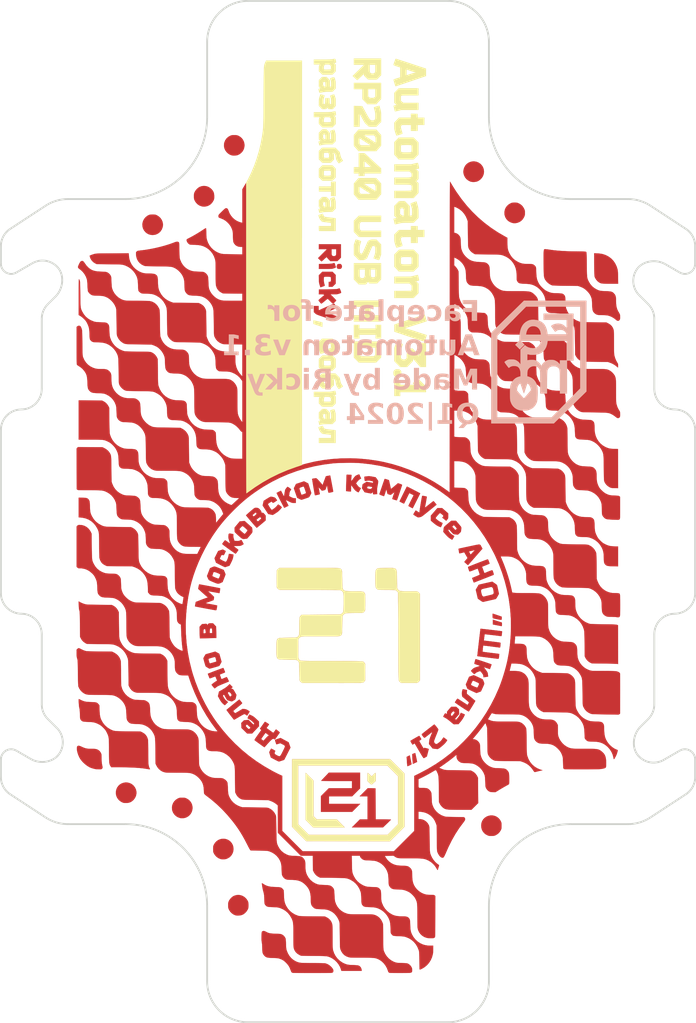
<source format=kicad_pcb>
(kicad_pcb (version 20221018) (generator pcbnew)
  (layers (0 "F.Cu" signal) (1 "In1.Cu" signal) (2 "In2.Cu" signal) (31 "B.Cu" signal) (34 "B.Paste" user) (35 "F.Paste" user) (36 "B.SilkS" user "B.Silkscreen") (37 "F.SilkS" user "F.Silkscreen") (38 "B.Mask" user) (39 "F.Mask" user) (44 "Edge.Cuts" user))
  (net 0 "")
  (footprint "V3_graphics:v3.1_top_3" (layer "F.Cu") (at -5.8 4.65)
    (fp_text reference "Ref**" hide)
    (fp_text value "Val**" hide)
    (fp_poly (pts (xy 4.0132 14.95425) (xy 4.2037 15.144432) (xy 4.2037 16.885383) (xy 4.283416 16.964391) (xy 4.363133 17.0434) (xy 5.340657 17.0434) (xy 5.5372 17.24025) (xy 5.733742 17.4371) (xy 4.197032 17.4371) (xy 3.8227 17.062142) (xy 3.8227 14.764067) (xy 4.0132 14.95425)) (stroke (width 0.01)) (fill solid) (layer "F.Cu"))
    (fp_poly (pts (xy 13.204825 7.335328) (xy 13.27433 7.357497) (xy 13.335417 7.376689) (xy 13.383998 7.391644) (xy 13.415983 7.4011) (xy 13.427075 7.403874) (xy 13.43177 7.415617) (xy 13.435173 7.446308) (xy 13.436592 7.4895) (xy 13.4366 7.493) (xy 13.435027 7.54379) (xy 13.429987 7.572036) (xy 13.42099 7.580419) (xy 13.420725 7.580398) (xy 13.403416 7.577622) (xy 13.365698 7.570905) (xy 13.312106 7.561075) (xy 13.247179 7.548962) (xy 13.198475 7.53977) (xy 12.9921 7.500642) (xy 12.9921 7.267009) (xy 13.204825 7.335328)) (stroke (width 0.01)) (fill solid) (layer "F.Cu"))
    (fp_poly (pts (xy 8.30906 14.449508) (xy 8.6614 14.802017) (xy 8.6614 17.40552) (xy 7.956382 18.1102) (xy 5.905416 18.108225) (xy 3.85445 18.106251) (xy 3.508375 17.755552) (xy 3.1623 17.404852) (xy 3.1623 14.4018) (xy 3.4544 14.4018) (xy 3.4544 17.278128) (xy 3.717811 17.541764) (xy 3.981223 17.8054) (xy 7.834098 17.8054) (xy 8.35594 17.27835) (xy 8.35627 16.103486) (xy 8.3566 14.928623) (xy 8.092964 14.665211) (xy 7.829328 14.4018) (xy 3.4544 14.4018) (xy 3.1623 14.4018) (xy 3.1623 14.097) (xy 7.95672 14.097) (xy 8.30906 14.449508)) (stroke (width 0.01)) (fill solid) (layer "F.Cu"))
    (fp_poly (pts (xy 5.515173 -10.145959) (xy 5.541614 -10.13973) (xy 5.560408 -10.125309) (xy 5.572911 -10.109715) (xy 5.594672 -10.064512) (xy 5.6007 -10.02665) (xy 5.591063 -9.978004) (xy 5.572911 -9.943586) (xy 5.554095 -9.921778) (xy 5.533377 -9.91053) (xy 5.501762 -9.906437) (xy 5.473525 -9.906) (xy 5.427964 -9.908141) (xy 5.398574 -9.916339) (xy 5.376354 -9.933262) (xy 5.374313 -9.935394) (xy 5.352745 -9.974868) (xy 5.345871 -10.025119) (xy 5.353766 -10.076159) (xy 5.373021 -10.113838) (xy 5.391734 -10.133339) (xy 5.414067 -10.143411) (xy 5.448778 -10.147007) (xy 5.472233 -10.1473) (xy 5.515173 -10.145959)) (stroke (width 0.01)) (fill solid) (layer "F.Cu"))
    (fp_poly (pts (xy 8.965355 14.113249) (xy 8.979726 14.182979) (xy 8.992707 14.244469) (xy 9.003317 14.293183) (xy 9.010573 14.324583) (xy 9.013075 14.333691) (xy 9.005095 14.346782) (xy 8.97603 14.366505) (xy 8.928726 14.390975) (xy 8.92099 14.39459) (xy 8.875311 14.415222) (xy 8.838574 14.430935) (xy 8.816725 14.439219) (xy 8.813652 14.4399) (xy 8.807962 14.428315) (xy 8.801879 14.397909) (xy 8.7967 14.355205) (xy 8.796606 14.354175) (xy 8.792497 14.304051) (xy 8.787743 14.238678) (xy 8.78306 14.168171) (xy 8.780525 14.126636) (xy 8.772219 13.984822) (xy 8.847918 13.94661) (xy 8.923617 13.908397) (xy 8.965355 14.113249)) (stroke (width 0.01)) (fill solid) (layer "F.Cu"))
    (fp_poly (pts (xy 7.05485 15.522314) (xy 7.24535 15.52575) (xy 7.248624 16.284575) (xy 7.251899 17.0434) (xy 7.626449 17.0434) (xy 7.721047 17.043761) (xy 7.80687 17.044785) (xy 7.880787 17.046376) (xy 7.939668 17.048444) (xy 7.980381 17.050893) (xy 7.999795 17.053633) (xy 8.001 17.054526) (xy 7.992186 17.0662) (xy 7.967545 17.092529) (xy 7.929777 17.130792) (xy 7.881583 17.178269) (xy 7.825663 17.23224) (xy 7.805592 17.251376) (xy 7.610184 17.4371) (xy 6.089957 17.4371) (xy 6.2865 17.24025) (xy 6.483042 17.0434) (xy 6.858 17.0434) (xy 6.858 15.9131) (xy 6.470957 15.9131) (xy 6.667653 15.715989) (xy 6.86435 15.518879) (xy 7.05485 15.522314)) (stroke (width 0.01)) (fill solid) (layer "F.Cu"))
    (fp_poly (pts (xy 13.002608 6.975937) (xy 13.037507 6.986832) (xy 13.088241 7.003419) (xy 13.150736 7.024369) (xy 13.211175 7.044996) (xy 13.4239 7.118166) (xy 13.4239 7.197633) (xy 13.424214 7.228221) (xy 13.422974 7.250517) (xy 13.416901 7.265073) (xy 13.402718 7.272444) (xy 13.377147 7.273184) (xy 13.336912 7.267849) (xy 13.278734 7.256991) (xy 13.199337 7.241164) (xy 13.184218 7.238163) (xy 13.119139 7.224862) (xy 13.063183 7.212641) (xy 13.020977 7.202572) (xy 12.997144 7.195724) (xy 12.993718 7.194059) (xy 12.988839 7.177993) (xy 12.984967 7.145079) (xy 12.982293 7.102295) (xy 12.98101 7.056624) (xy 12.981309 7.015045) (xy 12.983382 6.984539) (xy 12.987421 6.972086) (xy 12.987621 6.972063) (xy 13.002608 6.975937)) (stroke (width 0.01)) (fill solid) (layer "F.Cu"))
    (fp_poly (pts (xy 7.245643 14.782077) (xy 7.248343 14.815124) (xy 7.250368 14.86491) (xy 7.251516 14.927105) (xy 7.2517 14.965922) (xy 7.2517 15.161744) (xy 7.153275 15.251628) (xy 7.11216 15.288607) (xy 7.078194 15.318088) (xy 7.055549 15.336517) (xy 7.0485 15.340948) (xy 7.037081 15.332619) (xy 7.011451 15.310645) (xy 6.975907 15.278776) (xy 6.950075 15.255044) (xy 6.858 15.169704) (xy 6.858 14.969902) (xy 6.858591 14.901905) (xy 6.860225 14.843839) (xy 6.862691 14.79999) (xy 6.865775 14.774644) (xy 6.867865 14.7701) (xy 6.880465 14.778574) (xy 6.90641 14.801386) (xy 6.94138 14.834623) (xy 6.96597 14.85902) (xy 7.05421 14.947941) (xy 7.143728 14.85902) (xy 7.182491 14.821383) (xy 7.214786 14.791638) (xy 7.236319 14.773653) (xy 7.242473 14.7701) (xy 7.245643 14.782077)) (stroke (width 0.01)) (fill solid) (layer "F.Cu"))
    (fp_poly (pts (xy 6.4897 15.526057) (xy 6.295876 15.719578) (xy 6.102052 15.9131) (xy 4.9657 15.9131) (xy 4.9657 16.2814) (xy 6.495742 16.2814) (xy 6.2992 16.47825) (xy 6.102657 16.6751) (xy 4.572 16.6751) (xy 4.572 15.906442) (xy 4.765823 15.712921) (xy 4.959647 15.5194) (xy 6.096 15.5194) (xy 6.096 15.1638) (xy 5.34035 15.1638) (xy 5.204423 15.163679) (xy 5.076344 15.163332) (xy 4.958319 15.162781) (xy 4.852551 15.162046) (xy 4.761244 15.161149) (xy 4.686603 15.160112) (xy 4.630832 15.158956) (xy 4.596136 15.157703) (xy 4.5847 15.156425) (xy 4.593093 15.145478) (xy 4.616566 15.119036) (xy 4.652556 15.079876) (xy 4.6985 15.030775) (xy 4.751834 14.974512) (xy 4.772025 14.95338) (xy 4.95935 14.757709) (xy 5.724525 14.757554) (xy 6.4897 14.7574) (xy 6.4897 15.526057)) (stroke (width 0.01)) (fill solid) (layer "F.Cu"))
    (fp_poly (pts (xy 12.184382 -15.150911) (xy 12.283234 -15.113311) (xy 12.373587 -15.054758) (xy 12.406776 -15.025195) (xy 12.476425 -14.941098) (xy 12.524223 -14.848283) (xy 12.550747 -14.749945) (xy 12.556579 -14.649284) (xy 12.542295 -14.549496) (xy 12.508476 -14.45378) (xy 12.4557 -14.365334) (xy 12.384547 -14.287355) (xy 12.295595 -14.223041) (xy 12.257941 -14.203183) (xy 12.18323 -14.177598) (xy 12.096366 -14.163913) (xy 12.007025 -14.162626) (xy 11.924879 -14.174233) (xy 11.891376 -14.184333) (xy 11.786673 -14.235862) (xy 11.699139 -14.305692) (xy 11.630012 -14.39234) (xy 11.580531 -14.494322) (xy 11.555923 -14.585958) (xy 11.549756 -14.685153) (xy 11.565298 -14.787254) (xy 11.600556 -14.886027) (xy 11.653539 -14.975241) (xy 11.696095 -15.024705) (xy 11.780245 -15.091832) (xy 11.874962 -15.138018) (xy 11.976433 -15.163262) (xy 12.080843 -15.167561) (xy 12.184382 -15.150911)) (stroke (width 0.01)) (fill solid) (layer "F.Cu"))
    (fp_poly (pts (xy -4.890822 15.242753) (xy -4.792184 15.268145) (xy -4.699319 15.313824) (xy -4.615732 15.38024) (xy -4.607901 15.388162) (xy -4.538186 15.4772) (xy -4.491072 15.574561) (xy -4.466524 15.677046) (xy -4.464507 15.781457) (xy -4.484986 15.884595) (xy -4.527926 15.983262) (xy -4.59329 16.074258) (xy -4.615709 16.09803) (xy -4.693517 16.16377) (xy -4.775898 16.20764) (xy -4.868647 16.23211) (xy -4.94665 16.239158) (xy -5.025459 16.238734) (xy -5.088224 16.232004) (xy -5.114468 16.22559) (xy -5.215828 16.179335) (xy -5.306991 16.110498) (xy -5.335026 16.082444) (xy -5.401933 15.993056) (xy -5.446576 15.894034) (xy -5.468549 15.788679) (xy -5.467445 15.680291) (xy -5.442861 15.572172) (xy -5.407657 15.49115) (xy -5.347967 15.404299) (xy -5.273025 15.335027) (xy -5.186335 15.283784) (xy -5.091402 15.251024) (xy -4.99173 15.237197) (xy -4.890822 15.242753)) (stroke (width 0.01)) (fill solid) (layer "F.Cu"))
    (fp_poly (pts (xy 5.236312 -10.186783) (xy 5.250483 -10.156799) (xy 5.265498 -10.114099) (xy 5.268611 -10.10371) (xy 5.282692 -10.055988) (xy 5.294752 -10.016438) (xy 5.302489 -9.992585) (xy 5.303168 -9.990736) (xy 5.300285 -9.978811) (xy 5.28047 -9.965582) (xy 5.240618 -9.949308) (xy 5.210981 -9.939077) (xy 5.179534 -9.928895) (xy 5.151384 -9.92105) (xy 5.122663 -9.915238) (xy 5.089506 -9.911153) (xy 5.048045 -9.908492) (xy 4.994414 -9.906951) (xy 4.924744 -9.906226) (xy 4.835171 -9.906011) (xy 4.790555 -9.906) (xy 4.469446 -9.906) (xy 4.47675 -10.14095) (xy 4.7879 -10.147649) (xy 4.890734 -10.15016) (xy 4.97153 -10.152918) (xy 5.033648 -10.156185) (xy 5.08045 -10.160222) (xy 5.115297 -10.165292) (xy 5.14155 -10.171657) (xy 5.154621 -10.176224) (xy 5.191044 -10.189337) (xy 5.21875 -10.197147) (xy 5.225689 -10.1981) (xy 5.236312 -10.186783)) (stroke (width 0.01)) (fill solid) (layer "F.Cu"))
    (fp_poly (pts (xy -3.607655 -12.565866) (xy -3.562842 -12.563137) (xy -3.52831 -12.556911) (xy -3.496506 -12.545895) (xy -3.46466 -12.531151) (xy -3.367961 -12.470927) (xy -3.288292 -12.39517) (xy -3.22718 -12.306994) (xy -3.186152 -12.209517) (xy -3.166735 -12.105855) (xy -3.170459 -11.999126) (xy -3.180154 -11.950678) (xy -3.21952 -11.843288) (xy -3.277923 -11.751079) (xy -3.35292 -11.675679) (xy -3.442065 -11.618715) (xy -3.542915 -11.581816) (xy -3.653025 -11.56661) (xy -3.749432 -11.571592) (xy -3.852154 -11.597595) (xy -3.944525 -11.644595) (xy -4.024284 -11.709514) (xy -4.089171 -11.789273) (xy -4.136923 -11.880792) (xy -4.16528 -11.980992) (xy -4.17198 -12.086793) (xy -4.166666 -12.139792) (xy -4.137298 -12.249381) (xy -4.086175 -12.348664) (xy -4.015671 -12.434456) (xy -3.928159 -12.503568) (xy -3.8735 -12.533379) (xy -3.837663 -12.548697) (xy -3.804093 -12.55842) (xy -3.765182 -12.563785) (xy -3.713324 -12.566027) (xy -3.6703 -12.566393) (xy -3.607655 -12.565866)) (stroke (width 0.01)) (fill solid) (layer "F.Cu"))
    (fp_poly (pts (xy 9.193667 13.808785) (xy 9.201743 13.842032) (xy 9.212625 13.890129) (xy 9.225283 13.948176) (xy 9.238688 14.011268) (xy 9.251814 14.074504) (xy 9.26363 14.132981) (xy 9.273109 14.181798) (xy 9.279222 14.216051) (xy 9.28094 14.230838) (xy 9.280848 14.231042) (xy 9.268783 14.237307) (xy 9.240133 14.250937) (xy 9.201378 14.268959) (xy 9.159002 14.288402) (xy 9.119484 14.306294) (xy 9.089307 14.319664) (xy 9.074951 14.325538) (xy 9.074622 14.3256) (xy 9.07298 14.31358) (xy 9.070039 14.280141) (xy 9.066101 14.229213) (xy 9.06147 14.164727) (xy 9.056451 14.090612) (xy 9.056366 14.089324) (xy 9.051677 14.014863) (xy 9.04798 13.949737) (xy 9.045467 13.897937) (xy 9.044332 13.863451) (xy 9.044769 13.850269) (xy 9.044783 13.850258) (xy 9.062765 13.841079) (xy 9.093729 13.827995) (xy 9.129703 13.814035) (xy 9.162718 13.802228) (xy 9.1848 13.795604) (xy 9.189425 13.795291) (xy 9.193667 13.808785)) (stroke (width 0.01)) (fill solid) (layer "F.Cu"))
    (fp_poly (pts (xy -2.160387 15.983649) (xy -2.115683 15.986334) (xy -2.080411 15.99268) (xy -2.04659 16.004155) (xy -2.006241 16.022227) (xy -2.003746 16.023407) (xy -1.910338 16.080181) (xy -1.835424 16.151152) (xy -1.778873 16.233248) (xy -1.740553 16.323395) (xy -1.720333 16.418522) (xy -1.718082 16.515555) (xy -1.733669 16.611421) (xy -1.766963 16.703047) (xy -1.817832 16.787361) (xy -1.886146 16.861289) (xy -1.971773 16.921758) (xy -2.043506 16.955024) (xy -2.128396 16.977232) (xy -2.221168 16.985413) (xy -2.309215 16.978641) (xy -2.3241 16.975648) (xy -2.428535 16.939847) (xy -2.521528 16.883538) (xy -2.600217 16.809731) (xy -2.661736 16.721439) (xy -2.703222 16.621674) (xy -2.716451 16.563077) (xy -2.722121 16.452306) (xy -2.70443 16.345163) (xy -2.665159 16.245117) (xy -2.606093 16.155639) (xy -2.529013 16.080196) (xy -2.439532 16.024105) (xy -2.399484 16.005526) (xy -2.36616 15.993632) (xy -2.331673 15.986933) (xy -2.288133 15.98394) (xy -2.227649 15.983166) (xy -2.2225 15.983156) (xy -2.160387 15.983649)) (stroke (width 0.01)) (fill solid) (layer "F.Cu"))
    (fp_poly (pts (xy -1.051725 -13.957129) (xy -0.950066 -13.924242) (xy -0.856024 -13.869622) (xy -0.781084 -13.802735) (xy -0.726117 -13.735362) (xy -0.688558 -13.668023) (xy -0.66591 -13.593874) (xy -0.655675 -13.506075) (xy -0.654435 -13.45565) (xy -0.654968 -13.39476) (xy -0.657976 -13.350922) (xy -0.665022 -13.315804) (xy -0.677671 -13.281075) (xy -0.693772 -13.2461) (xy -0.753003 -13.150307) (xy -0.828601 -13.072074) (xy -0.917455 -13.012839) (xy -1.016452 -12.974038) (xy -1.122479 -12.957109) (xy -1.232423 -12.963489) (xy -1.282393 -12.97436) (xy -1.385219 -13.014778) (xy -1.475655 -13.076469) (xy -1.551158 -13.15729) (xy -1.60496 -13.2461) (xy -1.623076 -13.285774) (xy -1.634659 -13.319096) (xy -1.641154 -13.353928) (xy -1.644003 -13.398131) (xy -1.64465 -13.459569) (xy -1.64465 -13.462301) (xy -1.644107 -13.524081) (xy -1.64148 -13.568311) (xy -1.635274 -13.602831) (xy -1.623994 -13.635486) (xy -1.606145 -13.674116) (xy -1.603069 -13.680382) (xy -1.553696 -13.758829) (xy -1.488102 -13.831678) (xy -1.413725 -13.891431) (xy -1.366925 -13.91839) (xy -1.263702 -13.954903) (xy -1.157453 -13.967583) (xy -1.051725 -13.957129)) (stroke (width 0.01)) (fill solid) (layer "F.Cu"))
    (fp_poly (pts (xy 13.034858 16.861169) (xy 13.125112 16.889158) (xy 13.209605 16.934792) (xy 13.28555 16.998583) (xy 13.35016 17.081047) (xy 13.383312 17.141791) (xy 13.398815 17.177459) (xy 13.408814 17.209754) (xy 13.414486 17.245983) (xy 13.417005 17.29345) (xy 13.41755 17.35455) (xy 13.416911 17.419205) (xy 13.414217 17.465771) (xy 13.408297 17.50154) (xy 13.397982 17.533807) (xy 13.383513 17.566869) (xy 13.327697 17.657829) (xy 13.253007 17.737081) (xy 13.165209 17.798743) (xy 13.146835 17.808324) (xy 13.103186 17.828355) (xy 13.065293 17.840968) (xy 13.024028 17.848156) (xy 12.970264 17.851906) (xy 12.942301 17.852918) (xy 12.875112 17.853573) (xy 12.8246 17.850018) (xy 12.782252 17.841301) (xy 12.753313 17.831768) (xy 12.650969 17.781245) (xy 12.565729 17.712939) (xy 12.498998 17.629035) (xy 12.452184 17.531717) (xy 12.426692 17.423172) (xy 12.423092 17.318626) (xy 12.439804 17.210902) (xy 12.475834 17.116204) (xy 12.528394 17.035046) (xy 12.594699 16.967941) (xy 12.671961 16.915402) (xy 12.757395 16.877942) (xy 12.848213 16.856075) (xy 12.94163 16.850313) (xy 13.034858 16.861169)) (stroke (width 0.01)) (fill solid) (layer "F.Cu"))
    (fp_poly (pts (xy -0.060812 18.012546) (xy 0.035401 18.053128) (xy 0.123824 18.115629) (xy 0.131836 18.12286) (xy 0.202766 18.20447) (xy 0.252812 18.296867) (xy 0.282046 18.396484) (xy 0.290542 18.499757) (xy 0.278371 18.60312) (xy 0.245607 18.703009) (xy 0.192323 18.795859) (xy 0.118592 18.878104) (xy 0.116365 18.880103) (xy 0.0874 18.901426) (xy 0.044936 18.927504) (xy 0.00161 18.950903) (xy -0.044733 18.972252) (xy -0.085601 18.985156) (xy -0.131466 18.99205) (xy -0.18889 18.995242) (xy -0.259067 18.994886) (xy -0.317786 18.989276) (xy -0.34925 18.982121) (xy -0.457754 18.933587) (xy -0.550194 18.865453) (xy -0.62593 18.778263) (xy -0.664166 18.714969) (xy -0.682147 18.678973) (xy -0.693851 18.648846) (xy -0.700622 18.617391) (xy -0.703804 18.577413) (xy -0.704742 18.521717) (xy -0.704788 18.49755) (xy -0.704181 18.432918) (xy -0.701515 18.38638) (xy -0.695622 18.350645) (xy -0.685336 18.31842) (xy -0.670814 18.28523) (xy -0.613946 18.19137) (xy -0.541398 18.114682) (xy -0.456522 18.055843) (xy -0.362673 18.015531) (xy -0.263203 17.994425) (xy -0.161465 17.993204) (xy -0.060812 18.012546)) (stroke (width 0.01)) (fill solid) (layer "F.Cu"))
    (fp_poly (pts (xy 0.393681 -16.452121) (xy 0.43948 -16.449082) (xy 0.475291 -16.442457) (xy 0.50881 -16.430969) (xy 0.536608 -16.418613) (xy 0.63062 -16.361984) (xy 0.70647 -16.290803) (xy 0.764118 -16.208204) (xy 0.803526 -16.117321) (xy 0.824657 -16.021291) (xy 0.827472 -15.923247) (xy 0.811933 -15.826324) (xy 0.778001 -15.733657) (xy 0.725639 -15.648381) (xy 0.654808 -15.573631) (xy 0.565469 -15.512542) (xy 0.547778 -15.503415) (xy 0.504086 -15.483273) (xy 0.466614 -15.470653) (xy 0.426218 -15.463573) (xy 0.373756 -15.460053) (xy 0.343244 -15.459088) (xy 0.27598 -15.458812) (xy 0.226072 -15.462688) (xy 0.185683 -15.471614) (xy 0.162728 -15.479781) (xy 0.087132 -15.515079) (xy 0.024383 -15.557325) (xy -0.036046 -15.613881) (xy -0.049151 -15.627963) (xy -0.112995 -15.715986) (xy -0.1551 -15.814592) (xy -0.174594 -15.919886) (xy -0.170605 -16.027972) (xy -0.154565 -16.099344) (xy -0.110601 -16.205336) (xy -0.047973 -16.294272) (xy 0.034029 -16.366965) (xy 0.123219 -16.418351) (xy 0.160179 -16.434359) (xy 0.193575 -16.444525) (xy 0.231118 -16.450133) (xy 0.280521 -16.452471) (xy 0.3302 -16.45285) (xy 0.393681 -16.452121)) (stroke (width 0.01)) (fill solid) (layer "F.Cu"))
    (fp_poly (pts (xy 14.118891 -13.150011) (xy 14.162543 -13.146313) (xy 14.198894 -13.13799) (xy 14.23698 -13.123274) (xy 14.264381 -13.110661) (xy 14.359111 -13.055433) (xy 14.43446 -12.98717) (xy 14.494938 -12.901454) (xy 14.513119 -12.867138) (xy 14.535542 -12.820073) (xy 14.549505 -12.783341) (xy 14.556999 -12.747819) (xy 14.560016 -12.704387) (xy 14.56055 -12.649859) (xy 14.559725 -12.589761) (xy 14.556085 -12.546067) (xy 14.547881 -12.509805) (xy 14.533362 -12.471999) (xy 14.52036 -12.443719) (xy 14.461325 -12.34405) (xy 14.387858 -12.265017) (xy 14.29854 -12.205442) (xy 14.191949 -12.164146) (xy 14.179105 -12.160668) (xy 14.091421 -12.144587) (xy 14.010007 -12.145802) (xy 13.935083 -12.160824) (xy 13.828187 -12.201715) (xy 13.736576 -12.261663) (xy 13.662096 -12.338611) (xy 13.606594 -12.4305) (xy 13.571916 -12.535272) (xy 13.565262 -12.573) (xy 13.561098 -12.688149) (xy 13.580484 -12.796938) (xy 13.622025 -12.896754) (xy 13.68432 -12.984985) (xy 13.765974 -13.059015) (xy 13.852642 -13.110298) (xy 13.896396 -13.12985) (xy 13.932789 -13.141894) (xy 13.970883 -13.14821) (xy 14.01974 -13.150581) (xy 14.0589 -13.15085) (xy 14.118891 -13.150011)) (stroke (width 0.01)) (fill solid) (layer "F.Cu"))
    (fp_poly (pts (xy 18.112636 -10.664009) (xy 18.193473 -10.657813) (xy 18.273946 -10.64805) (xy 18.343937 -10.636055) (xy 18.37055 -10.629971) (xy 18.523776 -10.57835) (xy 18.662316 -10.50634) (xy 18.78514 -10.414972) (xy 18.891215 -10.305274) (xy 18.97951 -10.178277) (xy 19.048994 -10.035009) (xy 19.089544 -9.91235) (xy 19.098473 -9.876298) (xy 19.105466 -9.839562) (xy 19.110852 -9.798062) (xy 19.114957 -9.747716) (xy 19.118112 -9.684443) (xy 19.120644 -9.60416) (xy 19.122881 -9.502787) (xy 19.123004 -9.496425) (xy 19.129039 -9.1821) (xy 18.737094 -9.182985) (xy 18.617089 -9.183538) (xy 18.519852 -9.184673) (xy 18.442754 -9.186502) (xy 18.383169 -9.189135) (xy 18.338469 -9.192684) (xy 18.306026 -9.19726) (xy 18.286073 -9.202055) (xy 18.204098 -9.239493) (xy 18.126959 -9.297759) (xy 18.059328 -9.372281) (xy 18.005875 -9.458488) (xy 17.991445 -9.490417) (xy 17.98492 -9.507259) (xy 17.979506 -9.524646) (xy 17.975079 -9.545068) (xy 17.971515 -9.571013) (xy 17.96869 -9.60497) (xy 17.966479 -9.649428) (xy 17.964758 -9.706875) (xy 17.963403 -9.779801) (xy 17.96229 -9.870693) (xy 17.961294 -9.982041) (xy 17.960306 -10.114373) (xy 17.956322 -10.671995) (xy 18.112636 -10.664009)) (stroke (width 0.01)) (fill solid) (layer "F.Cu"))
    (fp_poly (pts (xy 0.647228 20.759141) (xy 0.744913 20.795857) (xy 0.834399 20.851563) (xy 0.911815 20.924201) (xy 0.973288 21.01171) (xy 0.988313 21.04113) (xy 1.004111 21.077702) (xy 1.014146 21.111015) (xy 1.019682 21.148735) (xy 1.021984 21.198527) (xy 1.02235 21.247367) (xy 1.021804 21.309154) (xy 1.019172 21.35339) (xy 1.012961 21.387919) (xy 1.001675 21.420582) (xy 0.983823 21.459223) (xy 0.98085 21.465282) (xy 0.930328 21.546026) (xy 0.864208 21.619273) (xy 0.788832 21.679006) (xy 0.714814 21.71761) (xy 0.649945 21.735857) (xy 0.573612 21.747329) (xy 0.496023 21.751225) (xy 0.427386 21.746746) (xy 0.403173 21.742047) (xy 0.306434 21.705213) (xy 0.217326 21.64701) (xy 0.140432 21.571288) (xy 0.080335 21.481892) (xy 0.070889 21.463036) (xy 0.052961 21.423098) (xy 0.04152 21.389365) (xy 0.035128 21.353913) (xy 0.03235 21.308819) (xy 0.03175 21.2471) (xy 0.032443 21.183971) (xy 0.035429 21.138326) (xy 0.042063 21.102267) (xy 0.053701 21.067895) (xy 0.06819 21.034862) (xy 0.106197 20.97073) (xy 0.158689 20.906379) (xy 0.218912 20.848708) (xy 0.280111 20.804613) (xy 0.307612 20.790398) (xy 0.350798 20.774744) (xy 0.404968 20.759417) (xy 0.442749 20.75092) (xy 0.545217 20.743476) (xy 0.647228 20.759141)) (stroke (width 0.01)) (fill solid) (layer "F.Cu"))
    (fp_poly (pts (xy 5.5499 -10.457769) (xy 5.463856 -10.372385) (xy 5.377812 -10.287) (xy 5.034868 -10.287) (xy 4.950606 -10.372725) (xy 4.91332 -10.412441) (xy 4.883482 -10.447578) (xy 4.865381 -10.47292) (xy 4.862046 -10.48042) (xy 4.855398 -10.485312) (xy 4.838386 -10.477042) (xy 4.808967 -10.454112) (xy 4.765098 -10.415029) (xy 4.7371 -10.388955) (xy 4.691071 -10.346514) (xy 4.651087 -10.311203) (xy 4.621017 -10.286329) (xy 4.604732 -10.275198) (xy 4.603623 -10.274911) (xy 4.589435 -10.283081) (xy 4.56246 -10.305431) (xy 4.527521 -10.337843) (xy 4.51155 -10.353546) (xy 4.432305 -10.432791) (xy 4.651241 -10.651996) (xy 4.870177 -10.8712) (xy 5.0927 -10.8712) (xy 5.0927 -10.729144) (xy 5.093146 -10.666033) (xy 5.095063 -10.622932) (xy 5.099318 -10.594459) (xy 5.106777 -10.575229) (xy 5.118308 -10.559861) (xy 5.120313 -10.557694) (xy 5.157509 -10.534761) (xy 5.205287 -10.526899) (xy 5.253708 -10.534212) (xy 5.291906 -10.555914) (xy 5.304707 -10.569707) (xy 5.313141 -10.585875) (xy 5.318109 -10.609684) (xy 5.320516 -10.646401) (xy 5.321263 -10.701292) (xy 5.3213 -10.727364) (xy 5.3213 -10.8712) (xy 5.0927 -10.8712) (xy 4.870177 -10.8712) (xy 4.4704 -10.8712) (xy 4.4704 -11.1125) (xy 5.5499 -11.1125) (xy 5.5499 -10.457769)) (stroke (width 0.01)) (fill solid) (layer "F.Cu"))
    (fp_poly (pts (xy 5.216891 -9.686584) (xy 5.2959 -9.606867) (xy 5.2959 -9.187717) (xy 5.216183 -9.108709) (xy 5.136466 -9.0297) (xy 4.953 -9.0297) (xy 4.953 -9.271) (xy 4.994909 -9.271) (xy 5.028222 -9.27428) (xy 5.049626 -9.287012) (xy 5.061596 -9.313536) (xy 5.066604 -9.358192) (xy 5.0673 -9.398) (xy 5.065247 -9.452509) (xy 5.059576 -9.49184) (xy 5.052059 -9.50976) (xy 5.030514 -9.517522) (xy 4.98405 -9.522543) (xy 4.912524 -9.524839) (xy 4.881968 -9.525) (xy 4.815185 -9.524509) (xy 4.769651 -9.522694) (xy 4.741225 -9.519045) (xy 4.725771 -9.513048) (xy 4.719408 -9.504912) (xy 4.715991 -9.483795) (xy 4.713351 -9.444232) (xy 4.711878 -9.393173) (xy 4.7117 -9.367678) (xy 4.714631 -9.287427) (xy 4.724361 -9.221716) (xy 4.738612 -9.170839) (xy 4.750899 -9.128454) (xy 4.756489 -9.096121) (xy 4.754487 -9.081123) (xy 4.737893 -9.07266) (xy 4.703666 -9.059114) (xy 4.658394 -9.043049) (xy 4.64548 -9.038726) (xy 4.547511 -9.006352) (xy 4.512392 -9.116451) (xy 4.497627 -9.16603) (xy 4.4873 -9.211006) (xy 4.480455 -9.258467) (xy 4.476135 -9.315504) (xy 4.473383 -9.389206) (xy 4.472868 -9.409407) (xy 4.468464 -9.592263) (xy 4.554816 -9.679282) (xy 4.641168 -9.7663) (xy 5.137883 -9.7663) (xy 5.216891 -9.686584)) (stroke (width 0.01)) (fill solid) (layer "F.Cu"))
    (fp_poly (pts (xy 3.948737 0.596699) (xy 4.101529 1.068497) (xy 4.0516 1.167802) (xy 4.024503 1.218848) (xy 4.002746 1.251515) (xy 3.982167 1.270981) (xy 3.95981 1.282) (xy 3.866949 1.314737) (xy 3.784424 1.343233) (xy 3.715058 1.366555) (xy 3.661673 1.383767) (xy 3.627089 1.393932) (xy 3.614913 1.396365) (xy 3.597585 1.390592) (xy 3.564002 1.375766) (xy 3.520375 1.354683) (xy 3.504022 1.346416) (xy 3.407594 1.297102) (xy 3.327436 1.065898) (xy 3.247509 0.835357) (xy 3.517478 0.835357) (xy 3.519334 0.859378) (xy 3.528591 0.897728) (xy 3.54605 0.954238) (xy 3.556146 0.984685) (xy 3.57922 1.052685) (xy 3.596051 1.100092) (xy 3.608175 1.130493) (xy 3.617124 1.147475) (xy 3.624433 1.154624) (xy 3.629271 1.1557) (xy 3.644309 1.151732) (xy 3.677042 1.141177) (xy 3.721267 1.12606) (xy 3.736309 1.120775) (xy 3.782681 1.102875) (xy 3.81895 1.086055) (xy 3.839001 1.073247) (xy 3.840939 1.070625) (xy 3.839485 1.05232) (xy 3.83069 1.016186) (xy 3.816519 0.968029) (xy 3.798938 0.913654) (xy 3.779914 0.858866) (xy 3.761411 0.809471) (xy 3.745396 0.771273) (xy 3.733835 0.750077) (xy 3.731684 0.747992) (xy 3.712665 0.747568) (xy 3.677898 0.755382) (xy 3.634626 0.768882) (xy 3.590093 0.785513) (xy 3.551543 0.802722) (xy 3.526222 0.817954) (xy 3.522227 0.821831) (xy 3.517478 0.835357) (xy 3.247509 0.835357) (xy 3.247278 0.834693) (xy 3.299301 0.729796) (xy 3.351325 0.624899) (xy 3.744317 0.493919) (xy 3.948737 0.596699)) (stroke (width 0.01)) (fill solid) (layer "F.Cu"))
    (fp_poly (pts (xy 1.082658 11.917656) (xy 1.114588 11.931171) (xy 1.15791 11.950662) (xy 1.178524 11.960225) (xy 1.228464 11.985702) (xy 1.273885 12.014378) (xy 1.320868 12.050755) (xy 1.375491 12.099333) (xy 1.408492 12.130489) (xy 1.5367 12.253128) (xy 1.5367 12.484409) (xy 1.369662 12.662054) (xy 1.202624 12.8397) (xy 0.95885 12.839394) (xy 0.820017 12.703022) (xy 0.681185 12.56665) (xy 0.677109 12.470039) (xy 0.889 12.470039) (xy 0.89794 12.489602) (xy 0.920942 12.519257) (xy 0.952273 12.553233) (xy 0.9862 12.585762) (xy 1.016993 12.611074) (xy 1.03892 12.6234) (xy 1.041765 12.6238) (xy 1.063304 12.615124) (xy 1.09023 12.593761) (xy 1.095046 12.588875) (xy 1.128046 12.55395) (xy 0.951282 12.391916) (xy 0.920141 12.421172) (xy 0.898635 12.446835) (xy 0.889033 12.46909) (xy 0.889 12.470039) (xy 0.677109 12.470039) (xy 0.671003 12.32535) (xy 0.740457 12.257359) (xy 0.809912 12.189369) (xy 0.920377 12.182477) (xy 1.030843 12.175585) (xy 1.149671 12.29392) (xy 1.198958 12.342326) (xy 1.233969 12.374612) (xy 1.257879 12.393113) (xy 1.273866 12.400162) (xy 1.285104 12.398096) (xy 1.2883 12.395822) (xy 1.304944 12.372342) (xy 1.3081 12.358379) (xy 1.2984 12.336334) (xy 1.272426 12.304168) (xy 1.234867 12.266104) (xy 1.190411 12.226364) (xy 1.143747 12.189171) (xy 1.099564 12.158746) (xy 1.0668 12.141073) (xy 1.027314 12.123166) (xy 0.997039 12.108019) (xy 0.984943 12.100645) (xy 0.984987 12.085982) (xy 0.994103 12.055856) (xy 1.009262 12.017135) (xy 1.027436 11.976687) (xy 1.045593 11.94138) (xy 1.060706 11.918084) (xy 1.067884 11.9126) (xy 1.082658 11.917656)) (stroke (width 0.01)) (fill solid) (layer "F.Cu"))
    (fp_poly (pts (xy 10.393042 1.803891) (xy 10.50925 1.804382) (xy 10.806768 2.06375) (xy 10.807234 2.183092) (xy 10.807113 2.239094) (xy 10.804981 2.276848) (xy 10.798974 2.303506) (xy 10.787227 2.32622) (xy 10.767877 2.352141) (xy 10.760887 2.360892) (xy 10.735356 2.392859) (xy 10.717133 2.415837) (xy 10.711025 2.423703) (xy 10.700686 2.417991) (xy 10.675288 2.399102) (xy 10.639118 2.370314) (xy 10.612007 2.347969) (xy 10.516038 2.267882) (xy 10.548843 2.23364) (xy 10.570754 2.204266) (xy 10.571768 2.182003) (xy 10.570577 2.179615) (xy 10.552541 2.157191) (xy 10.522109 2.128099) (xy 10.485559 2.097375) (xy 10.449172 2.070059) (xy 10.419229 2.051186) (xy 10.403437 2.045549) (xy 10.387923 2.055103) (xy 10.360877 2.079979) (xy 10.326433 2.115508) (xy 10.288727 2.157018) (xy 10.251893 2.19984) (xy 10.220066 2.239302) (xy 10.197381 2.270736) (xy 10.188083 2.288804) (xy 10.19556 2.307712) (xy 10.220249 2.336198) (xy 10.25766 2.370642) (xy 10.303306 2.407425) (xy 10.352695 2.442925) (xy 10.401339 2.473523) (xy 10.444294 2.495407) (xy 10.485355 2.513864) (xy 10.515283 2.529232) (xy 10.528174 2.538455) (xy 10.5283 2.538936) (xy 10.523698 2.558025) (xy 10.511804 2.591525) (xy 10.495488 2.632624) (xy 10.477617 2.674507) (xy 10.461059 2.710363) (xy 10.448684 2.733378) (xy 10.444403 2.738204) (xy 10.428432 2.734448) (xy 10.395369 2.722219) (xy 10.351143 2.703785) (xy 10.329833 2.694364) (xy 10.266196 2.661805) (xy 10.201275 2.619865) (xy 10.128967 2.564417) (xy 10.092026 2.53365) (xy 9.957435 2.41935) (xy 9.957117 2.296797) (xy 9.9568 2.174245) (xy 10.116817 1.988822) (xy 10.276835 1.8034) (xy 10.393042 1.803891)) (stroke (width 0.01)) (fill solid) (layer "F.Cu"))
    (fp_poly (pts (xy -7.260169 13.444104) (xy -7.207614 13.461737) (xy -7.138022 13.492185) (xy -7.123158 13.499186) (xy -7.0514 13.53142) (xy -6.987416 13.555095) (xy -6.924831 13.571448) (xy -6.857269 13.581717) (xy -6.778358 13.587142) (xy -6.681721 13.58896) (xy -6.660836 13.589) (xy -6.567195 13.590382) (xy -6.493678 13.595278) (xy -6.43512 13.604807) (xy -6.386359 13.620088) (xy -6.342231 13.642244) (xy -6.306506 13.665877) (xy -6.253359 13.715525) (xy -6.210744 13.782628) (xy -6.210169 13.783776) (xy -6.195779 13.813453) (xy -6.185571 13.839016) (xy -6.178821 13.865663) (xy -6.174803 13.898588) (xy -6.172791 13.942989) (xy -6.17206 14.004061) (xy -6.171926 14.057753) (xy -6.170654 14.153715) (xy -6.166765 14.231234) (xy -6.159697 14.297184) (xy -6.148892 14.358437) (xy -6.146526 14.369406) (xy -6.132768 14.433655) (xy -6.125088 14.478417) (xy -6.123648 14.50891) (xy -6.128615 14.530348) (xy -6.140153 14.547949) (xy -6.152573 14.561127) (xy -6.16979 14.576215) (xy -6.188732 14.58534) (xy -6.215894 14.589852) (xy -6.257768 14.5911) (xy -6.295448 14.590806) (xy -6.355485 14.588872) (xy -6.414207 14.585088) (xy -6.460807 14.580192) (xy -6.468622 14.578995) (xy -6.531827 14.565561) (xy -6.6039 14.545895) (xy -6.675307 14.522957) (xy -6.736512 14.499705) (xy -6.762597 14.487742) (xy -6.869862 14.423685) (xy -6.977451 14.341735) (xy -7.078483 14.248075) (xy -7.166078 14.148887) (xy -7.213942 14.082231) (xy -7.258556 14.004445) (xy -7.297572 13.919502) (xy -7.330111 13.831309) (xy -7.355296 13.743774) (xy -7.372248 13.660805) (xy -7.38009 13.58631) (xy -7.377943 13.524197) (xy -7.36493 13.478373) (xy -7.3533 13.462) (xy -7.329245 13.444844) (xy -7.299457 13.438676) (xy -7.260169 13.444104)) (stroke (width 0.01)) (fill solid) (layer "F.Cu"))
    (fp_poly (pts (xy 1.20015 2.760907) (xy 1.208296 2.831428) (xy 1.214811 2.8885) (xy 1.21783 2.931636) (xy 1.215356 2.966034) (xy 1.205393 2.996887) (xy 1.185946 3.029393) (xy 1.155018 3.068745) (xy 1.110614 3.120142) (xy 1.08704 3.147055) (xy 0.954881 3.298132) (xy 0.875627 3.306416) (xy 0.825044 3.311605) (xy 0.785614 3.313838) (xy 0.752988 3.311171) (xy 0.72282 3.301666) (xy 0.690761 3.28338) (xy 0.652465 3.254372) (xy 0.603584 3.212702) (xy 0.539855 3.156503) (xy 0.48297 3.105106) (xy 0.432707 3.057485) (xy 0.392271 3.016854) (xy 0.364867 2.986429) (xy 0.353796 2.96982) (xy 0.349359 2.942145) (xy 0.345882 2.898673) (xy 0.344165 2.850817) (xy 0.344092 2.845656) (xy 0.579113 2.845656) (xy 0.580937 2.851219) (xy 0.59546 2.868706) (xy 0.624 2.897091) (xy 0.661987 2.932381) (xy 0.70485 2.970583) (xy 0.748021 3.007702) (xy 0.786928 3.039747) (xy 0.817003 3.062722) (xy 0.833676 3.072634) (xy 0.834448 3.072754) (xy 0.849107 3.063788) (xy 0.874379 3.039414) (xy 0.905444 3.004401) (xy 0.913823 2.994208) (xy 0.943971 2.954652) (xy 0.966461 2.920766) (xy 0.977335 2.898641) (xy 0.977776 2.895783) (xy 0.968478 2.880161) (xy 0.943802 2.853053) (xy 0.90841 2.818576) (xy 0.866968 2.780847) (xy 0.824138 2.743985) (xy 0.784584 2.712107) (xy 0.752971 2.689329) (xy 0.733961 2.679771) (xy 0.733028 2.6797) (xy 0.716422 2.688392) (xy 0.688106 2.711502) (xy 0.653373 2.744581) (xy 0.642552 2.755722) (xy 0.604648 2.79772) (xy 0.584187 2.826635) (xy 0.579113 2.845656) (xy 0.344092 2.845656) (xy 0.3429 2.761584) (xy 0.597602 2.454528) (xy 0.717834 2.445702) (xy 0.838066 2.436877) (xy 1.20015 2.760907)) (stroke (width 0.01)) (fill solid) (layer "F.Cu"))
    (fp_poly (pts (xy 9.395411 12.964069) (xy 9.414174 12.989834) (xy 9.436762 13.02463) (xy 9.459063 13.06179) (xy 9.476964 13.094651) (xy 9.486355 13.116547) (xy 9.4869 13.11985) (xy 9.477055 13.132925) (xy 9.452081 13.152868) (xy 9.4361 13.16355) (xy 9.406226 13.18392) (xy 9.387963 13.199286) (xy 9.3853 13.203472) (xy 9.391379 13.2165) (xy 9.408233 13.247713) (xy 9.433784 13.29339) (xy 9.465954 13.349809) (xy 9.495495 13.400923) (xy 9.536227 13.470255) (xy 9.566522 13.519702) (xy 9.588138 13.55166) (xy 9.602837 13.56852) (xy 9.61238 13.572679) (xy 9.618018 13.567534) (xy 9.629327 13.547162) (xy 9.633222 13.540858) (xy 9.645936 13.542088) (xy 9.677522 13.548498) (xy 9.72227 13.558879) (xy 9.745509 13.564607) (xy 9.797505 13.577988) (xy 9.829233 13.587997) (xy 9.845099 13.597287) (xy 9.849511 13.60851) (xy 9.846876 13.624318) (xy 9.846595 13.625449) (xy 9.840227 13.650565) (xy 9.829079 13.694106) (xy 9.814735 13.749903) (xy 9.799111 13.810495) (xy 9.75995 13.96214) (xy 9.6901 14.003676) (xy 9.651404 14.025403) (xy 9.620199 14.04062) (xy 9.604818 14.045705) (xy 9.59388 14.035408) (xy 9.572519 14.006429) (xy 9.542957 13.962111) (xy 9.507417 13.9058) (xy 9.468123 13.840841) (xy 9.463763 13.833475) (xy 9.416877 13.753986) (xy 9.367076 13.669396) (xy 9.318633 13.586972) (xy 9.275818 13.513978) (xy 9.251167 13.471843) (xy 9.164195 13.322936) (xy 9.110304 13.354518) (xy 9.056413 13.386101) (xy 9.003102 13.296365) (xy 8.979342 13.253069) (xy 8.964243 13.218793) (xy 8.960069 13.198924) (xy 8.96117 13.196674) (xy 8.977116 13.185905) (xy 9.010165 13.165688) (xy 9.056094 13.138441) (xy 9.110676 13.106588) (xy 9.169688 13.07255) (xy 9.228904 13.038748) (xy 9.284098 13.007603) (xy 9.331047 12.981537) (xy 9.365525 12.962972) (xy 9.383307 12.954329) (xy 9.384585 12.954) (xy 9.395411 12.964069)) (stroke (width 0.01)) (fill solid) (layer "F.Cu"))
    (fp_poly (pts (xy -0.639085 7.521575) (xy -0.562944 7.60095) (xy -0.55434 7.879109) (xy -0.551979 7.960289) (xy -0.550169 8.03241) (xy -0.548978 8.091788) (xy -0.548476 8.134739) (xy -0.548731 8.157581) (xy -0.549093 8.160306) (xy -0.562129 8.161331) (xy -0.597502 8.162806) (xy -0.652153 8.164638) (xy -0.723024 8.166736) (xy -0.807057 8.169005) (xy -0.901195 8.171353) (xy -0.953634 8.172587) (xy -1.354817 8.181829) (xy -1.363209 8.006856) (xy -1.366425 7.930425) (xy -1.368987 7.851457) (xy -1.369161 7.843805) (xy -1.1811 7.843805) (xy -1.1811 7.9375) (xy -1.129902 7.9375) (xy -1.088825 7.932384) (xy -1.071298 7.918201) (xy -1.069066 7.896298) (xy -1.070447 7.857821) (xy -1.072982 7.832375) (xy -0.8763 7.832375) (xy -0.8763 7.9248) (xy -0.7493 7.9248) (xy -0.750566 7.839075) (xy -0.753078 7.773669) (xy -0.759231 7.729572) (xy -0.770379 7.702794) (xy -0.787876 7.689347) (xy -0.80255 7.685949) (xy -0.835583 7.690581) (xy -0.858355 7.714553) (xy -0.871658 7.759435) (xy -0.876281 7.8268) (xy -0.8763 7.832375) (xy -1.072982 7.832375) (xy -1.074871 7.813426) (xy -1.081721 7.767455) (xy -1.089186 7.741022) (xy -1.099865 7.728343) (xy -1.115125 7.7238) (xy -1.145612 7.724548) (xy -1.165516 7.73933) (xy -1.17667 7.771479) (xy -1.180905 7.824326) (xy -1.1811 7.843805) (xy -1.369161 7.843805) (xy -1.370637 7.779233) (xy -1.371118 7.723033) (xy -1.371116 7.722766) (xy -1.370632 7.61365) (xy -1.249356 7.4837) (xy -1.140735 7.474652) (xy -1.088012 7.470599) (xy -1.054365 7.469911) (xy -1.033569 7.473711) (xy -1.019398 7.483124) (xy -1.005819 7.499033) (xy -0.987443 7.520641) (xy -0.976969 7.523491) (xy -0.967038 7.509127) (xy -0.966095 7.507371) (xy -0.946076 7.475846) (xy -0.922892 7.456362) (xy -0.890093 7.446157) (xy -0.841227 7.44247) (xy -0.813906 7.4422) (xy -0.715227 7.4422) (xy -0.639085 7.521575)) (stroke (width 0.01)) (fill solid) (layer "F.Cu"))
    (fp_poly (pts (xy -0.164558 3.86713) (xy -0.12729 3.886138) (xy -0.100331 3.900417) (xy -0.090566 3.906171) (xy -0.093505 3.918709) (xy -0.105316 3.948734) (xy -0.123807 3.990864) (xy -0.134243 4.013446) (xy -0.158217 4.062829) (xy -0.175474 4.092723) (xy -0.189109 4.107065) (xy -0.202218 4.109792) (xy -0.208778 4.108277) (xy -0.248181 4.096551) (xy -0.274231 4.093855) (xy -0.2931 4.103514) (xy -0.310959 4.128853) (xy -0.333981 4.173196) (xy -0.335725 4.17666) (xy -0.357208 4.22164) (xy -0.373174 4.259494) (xy -0.380746 4.28328) (xy -0.381 4.285826) (xy -0.370157 4.299229) (xy -0.341196 4.319634) (xy -0.299469 4.344333) (xy -0.250328 4.370618) (xy -0.199127 4.395781) (xy -0.151217 4.417115) (xy -0.111951 4.431912) (xy -0.086682 4.437463) (xy -0.08247 4.436861) (xy -0.06233 4.41876) (xy -0.038498 4.381571) (xy -0.013442 4.330845) (xy 0.010373 4.272139) (xy 0.030483 4.211005) (xy 0.04442 4.152996) (xy 0.045007 4.149728) (xy 0.05369 4.102224) (xy 0.060997 4.06568) (xy 0.065684 4.046201) (xy 0.066406 4.044585) (xy 0.08035 4.044448) (xy 0.112078 4.047945) (xy 0.15443 4.053934) (xy 0.200242 4.06127) (xy 0.242354 4.06881) (xy 0.273604 4.075412) (xy 0.286679 4.079746) (xy 0.28777 4.094698) (xy 0.284466 4.128495) (xy 0.277452 4.175092) (xy 0.273125 4.199389) (xy 0.259645 4.259648) (xy 0.2411 4.318047) (xy 0.214699 4.382113) (xy 0.177645 4.459371) (xy 0.173719 4.467177) (xy 0.09525 4.622704) (xy -0.00635 4.656364) (xy -0.054463 4.672302) (xy -0.093639 4.685278) (xy -0.117355 4.69313) (xy -0.12065 4.694219) (xy -0.135422 4.689977) (xy -0.168976 4.675668) (xy -0.217601 4.653023) (xy -0.277585 4.623773) (xy -0.345218 4.58965) (xy -0.34925 4.587582) (xy -0.56515 4.47675) (xy -0.638652 4.26085) (xy -0.459848 3.904524) (xy -0.346857 3.868414) (xy -0.233865 3.832304) (xy -0.164558 3.86713)) (stroke (width 0.01)) (fill solid) (layer "F.Cu"))
    (fp_poly (pts (xy 2.792736 13.163656) (xy 2.99085 13.270426) (xy 3.0353 13.399331) (xy 3.07975 13.528237) (xy 2.925995 13.828493) (xy 2.77224 14.12875) (xy 2.652945 14.168871) (xy 2.600058 14.186115) (xy 2.554963 14.19982) (xy 2.523896 14.208142) (xy 2.5146 14.209783) (xy 2.497416 14.204389) (xy 2.462018 14.188963) (xy 2.41258 14.16547) (xy 2.353274 14.135875) (xy 2.307993 14.112511) (xy 2.120436 14.01445) (xy 2.082568 13.894304) (xy 2.066382 13.841183) (xy 2.053649 13.796022) (xy 2.046068 13.765041) (xy 2.0447 13.755825) (xy 2.050601 13.736223) (xy 2.066128 13.701907) (xy 2.088014 13.660049) (xy 2.089697 13.657028) (xy 2.134694 13.576566) (xy 2.235747 13.627375) (xy 2.280695 13.65136) (xy 2.315365 13.672496) (xy 2.334577 13.687505) (xy 2.3368 13.691372) (xy 2.331369 13.710912) (xy 2.318174 13.740554) (xy 2.316944 13.742957) (xy 2.301463 13.783821) (xy 2.303121 13.818165) (xy 2.323902 13.849313) (xy 2.365789 13.880583) (xy 2.415299 13.907656) (xy 2.464374 13.93195) (xy 2.503086 13.948024) (xy 2.534347 13.953962) (xy 2.561067 13.94785) (xy 2.586157 13.927774) (xy 2.612526 13.891818) (xy 2.643087 13.838068) (xy 2.680748 13.764611) (xy 2.704336 13.717525) (xy 2.747249 13.631453) (xy 2.778893 13.564819) (xy 2.799167 13.514247) (xy 2.807972 13.476362) (xy 2.805207 13.44779) (xy 2.790771 13.425155) (xy 2.764566 13.405082) (xy 2.726491 13.384197) (xy 2.693964 13.367906) (xy 2.58445 13.313275) (xy 2.489624 13.342554) (xy 2.444578 13.355896) (xy 2.410098 13.365041) (xy 2.392268 13.368405) (xy 2.391144 13.368177) (xy 2.384583 13.353888) (xy 2.37312 13.322489) (xy 2.359114 13.281211) (xy 2.344925 13.237284) (xy 2.332911 13.197939) (xy 2.325431 13.170406) (xy 2.3241 13.162672) (xy 2.335424 13.152709) (xy 2.366154 13.137442) (xy 2.411423 13.119053) (xy 2.459361 13.10204) (xy 2.594622 13.056887) (xy 2.792736 13.163656)) (stroke (width 0.01)) (fill solid) (layer "F.Cu"))
    (fp_poly (pts (xy 12.266117 10.078615) (xy 12.334624 10.110021) (xy 12.395568 10.138787) (xy 12.444956 10.162962) (xy 12.478796 10.180594) (xy 12.492768 10.189366) (xy 12.50509 10.209386) (xy 12.5218 10.245881) (xy 12.539916 10.291018) (xy 12.556454 10.336966) (xy 12.56843 10.375893) (xy 12.572867 10.399637) (xy 12.567715 10.417943) (xy 12.553603 10.454684) (xy 12.532401 10.505321) (xy 12.505982 10.565314) (xy 12.491056 10.59815) (xy 12.409377 10.77595) (xy 12.303863 10.816586) (xy 12.256254 10.83464) (xy 12.218266 10.848518) (xy 12.195635 10.856147) (xy 12.192 10.856991) (xy 12.178959 10.851903) (xy 12.146602 10.83791) (xy 12.098706 10.816684) (xy 12.039048 10.789898) (xy 11.9761 10.761363) (xy 11.907994 10.729733) (xy 11.847526 10.700467) (xy 11.798693 10.675595) (xy 11.765496 10.657149) (xy 11.752302 10.647732) (xy 11.741326 10.627542) (xy 11.725174 10.590607) (xy 11.706981 10.544188) (xy 11.703353 10.534349) (xy 11.675166 10.457065) (xy 11.920176 10.457065) (xy 11.934875 10.470638) (xy 11.967647 10.490001) (xy 12.012864 10.512727) (xy 12.064901 10.53639) (xy 12.118128 10.558561) (xy 12.16692 10.576815) (xy 12.205648 10.588723) (xy 12.228687 10.59186) (xy 12.231057 10.59115) (xy 12.245623 10.57494) (xy 12.265676 10.541862) (xy 12.287224 10.498612) (xy 12.290261 10.491835) (xy 12.310412 10.443137) (xy 12.31954 10.411583) (xy 12.318817 10.392038) (xy 12.314704 10.384621) (xy 12.297489 10.372281) (xy 12.262665 10.353174) (xy 12.216178 10.33003) (xy 12.163977 10.305581) (xy 12.112008 10.282559) (xy 12.06622 10.263696) (xy 12.032559 10.251721) (xy 12.019186 10.2489) (xy 12.005886 10.259761) (xy 11.987154 10.287964) (xy 11.966117 10.326933) (xy 11.9459 10.370097) (xy 11.929631 10.41088) (xy 11.920436 10.44271) (xy 11.920176 10.457065) (xy 11.675166 10.457065) (xy 11.66865 10.439201) (xy 11.749072 10.251139) (xy 11.829493 10.063077) (xy 12.054485 9.982947) (xy 12.266117 10.078615)) (stroke (width 0.01)) (fill solid) (layer "F.Cu"))
    (fp_poly (pts (xy 12.345313 3.591289) (xy 12.367041 3.598941) (xy 12.383368 3.611995) (xy 12.396742 3.630554) (xy 12.409611 3.654719) (xy 12.424423 3.684593) (xy 12.435291 3.705356) (xy 12.481733 3.79095) (xy 12.132837 4.191) (xy 12.058025 4.276611) (xy 11.988297 4.356076) (xy 11.925435 4.427391) (xy 11.871218 4.488551) (xy 11.827426 4.53755) (xy 11.795841 4.572384) (xy 11.778243 4.591048) (xy 11.775245 4.59369) (xy 11.762696 4.586823) (xy 11.736309 4.566216) (xy 11.700699 4.535583) (xy 11.680681 4.51749) (xy 11.594812 4.43865) (xy 11.675259 4.343729) (xy 11.755705 4.248808) (xy 11.591337 3.966024) (xy 11.476531 3.995236) (xy 11.425677 4.007457) (xy 11.384477 4.016016) (xy 11.358818 4.019754) (xy 11.353547 4.019394) (xy 11.348169 4.005613) (xy 11.340922 3.973974) (xy 11.332946 3.931494) (xy 11.331846 3.924761) (xy 11.831999 3.924761) (xy 11.832286 3.939805) (xy 11.843308 3.97011) (xy 11.86269 4.00918) (xy 11.863177 4.010061) (xy 11.905106 4.08575) (xy 11.968825 4.01455) (xy 12.008579 3.971071) (xy 12.049712 3.927566) (xy 12.080863 3.895909) (xy 12.106571 3.869559) (xy 12.114525 3.857583) (xy 12.105973 3.857503) (xy 12.098942 3.859966) (xy 12.073009 3.867533) (xy 12.029817 3.877837) (xy 11.977098 3.889077) (xy 11.955726 3.893307) (xy 11.904453 3.904008) (xy 11.862722 3.914184) (xy 11.836832 3.922234) (xy 11.831999 3.924761) (xy 11.331846 3.924761) (xy 11.325381 3.885191) (xy 11.319366 3.842084) (xy 11.31604 3.809192) (xy 11.316544 3.793531) (xy 11.316819 3.793205) (xy 11.329966 3.789809) (xy 11.365349 3.781757) (xy 11.420345 3.769617) (xy 11.492332 3.753959) (xy 11.57869 3.735351) (xy 11.676796 3.714363) (xy 11.784029 3.691562) (xy 11.8364 3.680473) (xy 11.964466 3.653151) (xy 12.069998 3.630519) (xy 12.155444 3.612681) (xy 12.22325 3.599737) (xy 12.275866 3.591789) (xy 12.315738 3.588939) (xy 12.345313 3.591289)) (stroke (width 0.01)) (fill solid) (layer "F.Cu"))
    (fp_poly (pts (xy -0.608365 4.672377) (xy -0.567114 4.684599) (xy -0.513257 4.704742) (xy -0.442008 4.733143) (xy -0.411975 4.745136) (xy -0.18823 4.834215) (xy -0.144915 4.933827) (xy -0.12511 4.981253) (xy -0.110061 5.020868) (xy -0.102203 5.046129) (xy -0.1016 5.050318) (xy -0.106127 5.067532) (xy -0.118595 5.103692) (xy -0.137335 5.154234) (xy -0.160678 5.214591) (xy -0.172993 5.245622) (xy -0.244386 5.424046) (xy -0.328568 5.462578) (xy -0.374875 5.483172) (xy -0.412783 5.496931) (xy -0.44716 5.503401) (xy -0.482874 5.502129) (xy -0.524796 5.492663) (xy -0.577794 5.47455) (xy -0.646737 5.447337) (xy -0.69215 5.428764) (xy -0.760347 5.399899) (xy -0.82126 5.372472) (xy -0.870543 5.348569) (xy -0.903849 5.330278) (xy -0.915827 5.321386) (xy -0.931089 5.297725) (xy -0.951279 5.258923) (xy -0.971651 5.214234) (xy -1.006718 5.131724) (xy -0.746846 5.131724) (xy -0.746679 5.132314) (xy -0.733818 5.142105) (xy -0.702843 5.158385) (xy -0.659424 5.178732) (xy -0.609233 5.200722) (xy -0.55794 5.221933) (xy -0.511217 5.239943) (xy -0.474734 5.25233) (xy -0.455581 5.256657) (xy -0.429991 5.24879) (xy -0.422345 5.241925) (xy -0.409644 5.218873) (xy -0.393484 5.180645) (xy -0.37706 5.136095) (xy -0.363569 5.094075) (xy -0.35621 5.063437) (xy -0.355671 5.057298) (xy -0.367009 5.042964) (xy -0.397307 5.023797) (xy -0.441101 5.001938) (xy -0.492926 4.97953) (xy -0.547319 4.958714) (xy -0.598815 4.94163) (xy -0.641951 4.93042) (xy -0.671262 4.927225) (xy -0.680065 4.930174) (xy -0.692049 4.950747) (xy -0.707071 4.986781) (xy -0.722596 5.030586) (xy -0.73609 5.074472) (xy -0.745018 5.110748) (xy -0.746846 5.131724) (xy -1.006718 5.131724) (xy -1.006999 5.131063) (xy -0.933057 4.939279) (xy -0.859115 4.747496) (xy -0.793035 4.718272) (xy -0.743026 4.695951) (xy -0.704341 4.679863) (xy -0.672193 4.670347) (xy -0.641796 4.667739) (xy -0.608365 4.672377)) (stroke (width 0.01)) (fill solid) (layer "F.Cu"))
    (fp_poly (pts (xy 2.149017 1.248231) (xy 2.192271 1.256405) (xy 2.241321 1.267831) (xy 2.24155 1.267889) (xy 2.289178 1.281135) (xy 2.320562 1.294727) (xy 2.344288 1.314359) (xy 2.368943 1.345729) (xy 2.377805 1.358283) (xy 2.425161 1.425967) (xy 2.327317 1.493212) (xy 2.276038 1.526815) (xy 2.240567 1.544827) (xy 2.217039 1.547724) (xy 2.201593 1.535986) (xy 2.190385 1.510153) (xy 2.175112 1.490157) (xy 2.162204 1.4859) (xy 2.141218 1.492797) (xy 2.107271 1.510564) (xy 2.067192 1.534814) (xy 2.027808 1.561157) (xy 1.995946 1.585208) (xy 1.978435 1.602578) (xy 1.977309 1.604718) (xy 1.980997 1.622615) (xy 1.996508 1.655719) (xy 2.020604 1.698968) (xy 2.050047 1.747302) (xy 2.0816 1.79566) (xy 2.112026 1.838979) (xy 2.138085 1.8722) (xy 2.156542 1.890261) (xy 2.161159 1.892109) (xy 2.1876 1.883907) (xy 2.226674 1.86163) (xy 2.273156 1.829265) (xy 2.321822 1.790803) (xy 2.367447 1.75023) (xy 2.404807 1.711536) (xy 2.416508 1.697161) (xy 2.444917 1.661885) (xy 2.468644 1.636398) (xy 2.482727 1.626009) (xy 2.483033 1.625982) (xy 2.499405 1.633453) (xy 2.528103 1.653172) (xy 2.563316 1.680363) (xy 2.599236 1.710248) (xy 2.630054 1.738051) (xy 2.64996 1.758995) (xy 2.6543 1.766814) (xy 2.645425 1.786923) (xy 2.62163 1.8192) (xy 2.587153 1.859141) (xy 2.546238 1.902243) (xy 2.503123 1.944) (xy 2.462051 1.979909) (xy 2.433279 2.001557) (xy 2.350867 2.056316) (xy 2.287709 2.09666) (xy 2.242643 2.123282) (xy 2.214505 2.136876) (xy 2.20345 2.138851) (xy 2.185729 2.134619) (xy 2.15006 2.126638) (xy 2.103339 2.116445) (xy 2.090754 2.113734) (xy 1.990759 2.092251) (xy 1.85446 1.883478) (xy 1.718162 1.674706) (xy 1.77165 1.448616) (xy 1.9304 1.346794) (xy 1.992062 1.308615) (xy 2.046483 1.277523) (xy 2.089467 1.255758) (xy 2.116822 1.245557) (xy 2.1209 1.245076) (xy 2.149017 1.248231)) (stroke (width 0.01)) (fill solid) (layer "F.Cu"))
    (fp_poly (pts (xy 8.788022 0.751258) (xy 8.801442 0.756347) (xy 8.825044 0.767108) (xy 8.8607 0.784478) (xy 8.910283 0.809393) (xy 8.975663 0.842787) (xy 9.058712 0.885597) (xy 9.161303 0.938759) (xy 9.229344 0.974106) (xy 9.435339 1.081189) (xy 9.251527 1.448644) (xy 9.207027 1.537368) (xy 9.166219 1.618282) (xy 9.130463 1.688725) (xy 9.101118 1.746034) (xy 9.079546 1.787549) (xy 9.067105 1.810608) (xy 9.064582 1.814474) (xy 9.052766 1.808148) (xy 9.023876 1.792635) (xy 8.983206 1.770779) (xy 8.964081 1.760498) (xy 8.919262 1.736004) (xy 8.883339 1.715634) (xy 8.861981 1.70263) (xy 8.858819 1.700252) (xy 8.862142 1.687218) (xy 8.875777 1.654985) (xy 8.898181 1.606822) (xy 8.927811 1.545993) (xy 8.963125 1.475765) (xy 8.98443 1.43428) (xy 9.022391 1.360568) (xy 9.055908 1.294851) (xy 9.083381 1.240318) (xy 9.10321 1.20016) (xy 9.113795 1.177566) (xy 9.115093 1.173777) (xy 9.103263 1.167425) (xy 9.073825 1.152357) (xy 9.031904 1.131183) (xy 9.004796 1.117587) (xy 8.951289 1.091983) (xy 8.916527 1.078456) (xy 8.89747 1.076024) (xy 8.8916 1.081049) (xy 8.88453 1.096962) (xy 8.868322 1.131006) (xy 8.844981 1.179135) (xy 8.816509 1.237301) (xy 8.78491 1.301458) (xy 8.752189 1.36756) (xy 8.720349 1.431558) (xy 8.691394 1.489407) (xy 8.667328 1.537059) (xy 8.650155 1.570467) (xy 8.641879 1.585586) (xy 8.641577 1.58598) (xy 8.629793 1.582212) (xy 8.601495 1.569748) (xy 8.562741 1.551542) (xy 8.519587 1.530549) (xy 8.478089 1.509724) (xy 8.444305 1.492022) (xy 8.42429 1.480398) (xy 8.42254 1.479117) (xy 8.427195 1.467694) (xy 8.441613 1.436861) (xy 8.464165 1.38991) (xy 8.49322 1.330133) (xy 8.527152 1.260821) (xy 8.564329 1.185267) (xy 8.603123 1.106762) (xy 8.641906 1.028599) (xy 8.679047 0.954069) (xy 8.712918 0.886465) (xy 8.741889 0.829078) (xy 8.764332 0.7852) (xy 8.778617 0.758124) (xy 8.782913 0.750906) (xy 8.788022 0.751258)) (stroke (width 0.01)) (fill solid) (layer "F.Cu"))
    (fp_poly (pts (xy 5.238494 -8.1934) (xy 5.253434 -8.16533) (xy 5.271664 -8.126491) (xy 5.290353 -8.083383) (xy 5.306667 -8.042505) (xy 5.317775 -8.010357) (xy 5.321003 -7.99465) (xy 5.309786 -7.986732) (xy 5.27907 -7.970939) (xy 5.232858 -7.949036) (xy 5.175151 -7.92279) (xy 5.109949 -7.893964) (xy 5.041256 -7.864325) (xy 4.973071 -7.835636) (xy 4.909398 -7.809664) (xy 4.854236 -7.788173) (xy 4.845552 -7.784929) (xy 4.834455 -7.779851) (xy 4.831208 -7.774363) (xy 4.838347 -7.767321) (xy 4.858406 -7.757584) (xy 4.893919 -7.744007) (xy 4.947421 -7.725448) (xy 5.021448 -7.700765) (xy 5.061452 -7.687578) (xy 5.137137 -7.662539) (xy 5.2043 -7.640065) (xy 5.259317 -7.62139) (xy 5.298565 -7.607747) (xy 5.318422 -7.600368) (xy 5.320078 -7.599543) (xy 5.320685 -7.584281) (xy 5.313549 -7.552493) (xy 5.30104 -7.510955) (xy 5.285523 -7.466441) (xy 5.269367 -7.425729) (xy 5.254939 -7.395593) (xy 5.244606 -7.382809) (xy 5.244327 -7.382757) (xy 5.228468 -7.386153) (xy 5.191374 -7.396852) (xy 5.13585 -7.41396) (xy 5.064704 -7.436586) (xy 4.980741 -7.463836) (xy 4.886768 -7.494819) (xy 4.785591 -7.528641) (xy 4.785174 -7.528782) (xy 4.670243 -7.567524) (xy 4.576792 -7.599297) (xy 4.502209 -7.625174) (xy 4.443884 -7.64623) (xy 4.399203 -7.663538) (xy 4.365556 -7.678173) (xy 4.340329 -7.691208) (xy 4.320911 -7.703719) (xy 4.30469 -7.716778) (xy 4.289054 -7.731461) (xy 4.286699 -7.73377) (xy 4.2291 -7.790389) (xy 4.2291 -8.0899) (xy 4.4577 -8.0899) (xy 4.4577 -7.98905) (xy 4.459676 -7.930652) (xy 4.465378 -7.892861) (xy 4.472825 -7.878851) (xy 4.488904 -7.878216) (xy 4.492612 -7.883489) (xy 4.5047 -7.891003) (xy 4.536771 -7.906849) (xy 4.585388 -7.929532) (xy 4.647114 -7.957556) (xy 4.71851 -7.989424) (xy 4.796139 -8.023642) (xy 4.876563 -8.058713) (xy 4.956345 -8.093142) (xy 5.032046 -8.125432) (xy 5.10023 -8.154089) (xy 5.157458 -8.177615) (xy 5.200292 -8.194516) (xy 5.225295 -8.203295) (xy 5.229679 -8.2042) (xy 5.238494 -8.1934)) (stroke (width 0.01)) (fill solid) (layer "F.Cu"))
    (fp_poly (pts (xy 6.4516 0.155787) (xy 6.456514 0.169386) (xy 6.469602 0.200241) (xy 6.488378 0.242551) (xy 6.495528 0.258324) (xy 6.539457 0.35472) (xy 6.479653 0.388718) (xy 6.43183 0.424149) (xy 6.380737 0.476124) (xy 6.355092 0.507615) (xy 6.290335 0.592514) (xy 6.352468 0.680432) (xy 6.399218 0.739793) (xy 6.442767 0.779681) (xy 6.4712 0.797168) (xy 6.503592 0.814448) (xy 6.524073 0.826889) (xy 6.5278 0.830334) (xy 6.521999 0.843541) (xy 6.50694 0.872403) (xy 6.486136 0.910619) (xy 6.463101 0.951892) (xy 6.441349 0.989919) (xy 6.424394 1.018403) (xy 6.415953 1.030862) (xy 6.401561 1.02904) (xy 6.371925 1.016265) (xy 6.333218 0.995235) (xy 6.329779 0.993196) (xy 6.293368 0.969365) (xy 6.260974 0.942374) (xy 6.227965 0.907415) (xy 6.189707 0.859682) (xy 6.151979 0.808755) (xy 6.05155 0.670493) (xy 6.047983 0.832154) (xy 6.044417 0.993814) (xy 5.927333 0.984703) (xy 5.87592 0.980412) (xy 5.835254 0.976467) (xy 5.811119 0.973459) (xy 5.80702 0.972458) (xy 5.806022 0.958934) (xy 5.805952 0.923763) (xy 5.806687 0.870676) (xy 5.808108 0.803404) (xy 5.810095 0.725679) (xy 5.812526 0.641231) (xy 5.815281 0.553791) (xy 5.81824 0.467092) (xy 5.821282 0.384864) (xy 5.824287 0.310838) (xy 5.827135 0.248746) (xy 5.829704 0.202318) (xy 5.831875 0.175287) (xy 5.832932 0.169933) (xy 5.848188 0.167491) (xy 5.882587 0.167391) (xy 5.929989 0.169563) (xy 5.954896 0.171338) (xy 6.069217 0.180387) (xy 6.061619 0.331493) (xy 6.059274 0.390008) (xy 6.058487 0.437974) (xy 6.059259 0.470476) (xy 6.06159 0.482598) (xy 6.061626 0.4826) (xy 6.071555 0.472913) (xy 6.093121 0.446485) (xy 6.123225 0.407263) (xy 6.158767 0.359193) (xy 6.161641 0.355236) (xy 6.203109 0.299337) (xy 6.23517 0.260113) (xy 6.262416 0.233046) (xy 6.28944 0.213616) (xy 6.320834 0.197306) (xy 6.323304 0.196169) (xy 6.375976 0.173581) (xy 6.417606 0.158708) (xy 6.444082 0.152843) (xy 6.4516 0.155787)) (stroke (width 0.01)) (fill solid) (layer "F.Cu"))
    (fp_poly (pts (xy 11.542323 10.671609) (xy 11.578254 10.679256) (xy 11.624511 10.689937) (xy 11.6332 10.692018) (xy 11.72845 10.714971) (xy 11.722512 10.75816) (xy 11.718479 10.799922) (xy 11.716974 10.842656) (xy 11.717988 10.87825) (xy 11.72151 10.898591) (xy 11.722702 10.900282) (xy 11.735821 10.911045) (xy 11.764634 10.934837) (xy 11.805521 10.968658) (xy 11.854865 11.00951) (xy 11.909048 11.054393) (xy 11.964449 11.10031) (xy 12.017452 11.144261) (xy 12.064437 11.183246) (xy 12.101786 11.214269) (xy 12.125879 11.234328) (xy 12.13306 11.240362) (xy 12.12875 11.252355) (xy 12.112934 11.282131) (xy 12.087823 11.326092) (xy 12.055622 11.380642) (xy 12.018542 11.442184) (xy 11.978789 11.507119) (xy 11.938572 11.571852) (xy 11.900099 11.632784) (xy 11.865579 11.686318) (xy 11.837219 11.728858) (xy 11.817227 11.756806) (xy 11.812431 11.762686) (xy 11.800342 11.75812) (xy 11.76972 11.741032) (xy 11.723147 11.713019) (xy 11.663203 11.675678) (xy 11.592469 11.630606) (xy 11.513526 11.579402) (xy 11.4681 11.549571) (xy 11.386054 11.495036) (xy 11.31143 11.444613) (xy 11.246733 11.400059) (xy 11.194466 11.363131) (xy 11.157135 11.335587) (xy 11.137243 11.319184) (xy 11.134634 11.31558) (xy 11.14253 11.29994) (xy 11.160847 11.268847) (xy 11.186121 11.228119) (xy 11.195244 11.213796) (xy 11.229654 11.164086) (xy 11.254336 11.137457) (xy 11.268359 11.133478) (xy 11.283272 11.142844) (xy 11.31625 11.163759) (xy 11.363951 11.1941) (xy 11.423035 11.231739) (xy 11.490164 11.274552) (xy 11.518196 11.292444) (xy 11.752442 11.441985) (xy 11.788016 11.388367) (xy 11.808601 11.354524) (xy 11.821473 11.327942) (xy 11.823645 11.319473) (xy 11.814305 11.306674) (xy 11.788426 11.280973) (xy 11.749274 11.245367) (xy 11.700116 11.202855) (xy 11.660743 11.169968) (xy 11.497787 11.035739) (xy 11.483008 10.955534) (xy 11.476005 10.907287) (xy 11.475243 10.863881) (xy 11.481079 10.81443) (xy 11.489022 10.771665) (xy 11.500091 10.724341) (xy 11.511484 10.688489) (xy 11.521246 10.669895) (xy 11.523882 10.668533) (xy 11.542323 10.671609)) (stroke (width 0.01)) (fill solid) (layer "F.Cu"))
    (fp_poly (pts (xy 0.585923 11.185179) (xy 0.606304 11.209017) (xy 0.633202 11.24196) (xy 0.662184 11.278455) (xy 0.688815 11.312949) (xy 0.708662 11.33989) (xy 0.715309 11.349853) (xy 0.708781 11.363165) (xy 0.682551 11.390751) (xy 0.637414 11.431887) (xy 0.574162 11.485843) (xy 0.501922 11.545156) (xy 0.437851 11.597548) (xy 0.380999 11.645008) (xy 0.334174 11.685111) (xy 0.300183 11.715434) (xy 0.281832 11.733553) (xy 0.2794 11.737282) (xy 0.286971 11.753298) (xy 0.305679 11.779729) (xy 0.329511 11.809236) (xy 0.352455 11.834482) (xy 0.368499 11.848128) (xy 0.370815 11.848871) (xy 0.384143 11.842705) (xy 0.415338 11.825506) (xy 0.460578 11.799462) (xy 0.516043 11.766763) (xy 0.558025 11.741617) (xy 0.736369 11.634134) (xy 0.822145 11.642144) (xy 0.875921 11.649794) (xy 0.92155 11.66392) (xy 0.970625 11.688577) (xy 0.993331 11.702001) (xy 1.033546 11.727482) (xy 1.063684 11.74861) (xy 1.078452 11.761615) (xy 1.079121 11.763111) (xy 1.072877 11.777279) (xy 1.055854 11.807343) (xy 1.031159 11.847929) (xy 1.018358 11.868215) (xy 0.957217 11.964056) (xy 0.904168 11.925628) (xy 0.867848 11.903238) (xy 0.834964 11.889392) (xy 0.822434 11.887211) (xy 0.803334 11.89356) (xy 0.766271 11.911297) (xy 0.714896 11.938471) (xy 0.652861 11.973131) (xy 0.583817 12.013325) (xy 0.561049 12.026911) (xy 0.491912 12.068176) (xy 0.430118 12.104606) (xy 0.378969 12.134292) (xy 0.34177 12.155322) (xy 0.321823 12.165787) (xy 0.319516 12.1666) (xy 0.309596 12.156965) (xy 0.286549 12.129932) (xy 0.252644 12.088307) (xy 0.210147 12.034896) (xy 0.161325 11.972506) (xy 0.129942 11.931932) (xy 0.078706 11.864929) (xy 0.033108 11.804379) (xy -0.00468 11.753242) (xy -0.032487 11.714477) (xy -0.048142 11.691041) (xy -0.0508 11.685596) (xy -0.041342 11.67577) (xy -0.014893 11.65248) (xy 0.025657 11.618074) (xy 0.07742 11.5749) (xy 0.137506 11.525303) (xy 0.203027 11.471631) (xy 0.271092 11.416232) (xy 0.338814 11.361452) (xy 0.403302 11.309638) (xy 0.461668 11.263137) (xy 0.511023 11.224296) (xy 0.548478 11.195462) (xy 0.571143 11.178983) (xy 0.576493 11.176) (xy 0.585923 11.185179)) (stroke (width 0.01)) (fill solid) (layer "F.Cu"))
    (fp_poly (pts (xy 5.490596 -8.942443) (xy 5.505371 -8.913676) (xy 5.522375 -8.873807) (xy 5.539056 -8.829444) (xy 5.55286 -8.787196) (xy 5.561234 -8.753669) (xy 5.5626 -8.741285) (xy 5.551321 -8.730767) (xy 5.521257 -8.715972) (xy 5.478064 -8.699532) (xy 5.460344 -8.693703) (xy 5.411053 -8.679354) (xy 5.366364 -8.669913) (xy 5.31844 -8.664418) (xy 5.259438 -8.661907) (xy 5.197026 -8.6614) (xy 5.035964 -8.6614) (xy 5.178632 -8.518327) (xy 5.227146 -8.468948) (xy 5.268584 -8.425385) (xy 5.299893 -8.39096) (xy 5.31802 -8.368994) (xy 5.3213 -8.36312) (xy 5.312683 -8.348146) (xy 5.290399 -8.321705) (xy 5.259798 -8.289158) (xy 5.226231 -8.255865) (xy 5.195047 -8.227187) (xy 5.171597 -8.208485) (xy 5.162696 -8.2042) (xy 5.149257 -8.212752) (xy 5.12183 -8.236173) (xy 5.084122 -8.271111) (xy 5.039843 -8.314214) (xy 5.0292 -8.32485) (xy 4.984409 -8.36925) (xy 4.945944 -8.406292) (xy 4.917343 -8.432648) (xy 4.902145 -8.444993) (xy 4.90089 -8.4455) (xy 4.888794 -8.43775) (xy 4.860974 -8.416415) (xy 4.821051 -8.384376) (xy 4.772644 -8.34451) (xy 4.749137 -8.32485) (xy 4.697642 -8.282359) (xy 4.652432 -8.246507) (xy 4.617281 -8.220178) (xy 4.595964 -8.206255) (xy 4.591948 -8.204801) (xy 4.577793 -8.214354) (xy 4.553306 -8.238931) (xy 4.523582 -8.273383) (xy 4.5212 -8.276326) (xy 4.491584 -8.313631) (xy 4.467971 -8.344384) (xy 4.455284 -8.362168) (xy 4.455053 -8.362554) (xy 4.461009 -8.376374) (xy 4.485133 -8.403369) (xy 4.525226 -8.441533) (xy 4.579088 -8.488861) (xy 4.644521 -8.543349) (xy 4.715347 -8.599878) (xy 4.733178 -8.617819) (xy 4.73112 -8.633472) (xy 4.725393 -8.641153) (xy 4.711321 -8.651201) (xy 4.686097 -8.657442) (xy 4.64485 -8.660599) (xy 4.589018 -8.6614) (xy 4.469446 -8.6614) (xy 4.47675 -8.89635) (xy 4.9149 -8.902847) (xy 5.035327 -8.904777) (xy 5.133125 -8.90674) (xy 5.211063 -8.908897) (xy 5.271912 -8.911408) (xy 5.318441 -8.914433) (xy 5.353422 -8.918132) (xy 5.379622 -8.922666) (xy 5.399814 -8.928195) (xy 5.408621 -8.931422) (xy 5.445261 -8.944667) (xy 5.473437 -8.952546) (xy 5.480603 -8.9535) (xy 5.490596 -8.942443)) (stroke (width 0.01)) (fill solid) (layer "F.Cu"))
    (fp_poly (pts (xy 11.329166 11.65225) (xy 11.336947 11.768487) (xy 11.344727 11.884724) (xy 11.240696 12.002466) (xy 11.136664 12.120208) (xy 11.190728 12.17295) (xy 11.261222 12.09675) (xy 11.317707 12.025455) (xy 11.366917 11.9444) (xy 11.377683 11.922703) (xy 11.42365 11.824857) (xy 11.5189 11.864375) (xy 11.563671 11.883173) (xy 11.598478 11.898209) (xy 11.617407 11.906914) (xy 11.619081 11.907886) (xy 11.616105 11.920256) (xy 11.604058 11.950192) (xy 11.585116 11.992486) (xy 11.572376 12.019492) (xy 11.523879 12.105856) (xy 11.458446 12.199792) (xy 11.415044 12.254474) (xy 11.30935 12.381843) (xy 11.211963 12.382171) (xy 11.162642 12.383222) (xy 11.121951 12.385695) (xy 11.097695 12.389088) (xy 11.095971 12.389639) (xy 11.078746 12.384162) (xy 11.045155 12.362045) (xy 10.996878 12.324522) (xy 10.935592 12.272829) (xy 10.926657 12.265045) (xy 10.849725 12.20075) (xy 10.775001 12.143767) (xy 10.708309 12.098403) (xy 10.67435 12.078433) (xy 10.628853 12.053629) (xy 10.592408 12.033326) (xy 10.570403 12.020547) (xy 10.566563 12.017983) (xy 10.568366 12.004384) (xy 10.580407 11.976273) (xy 10.598936 11.94034) (xy 10.616451 11.909812) (xy 10.9347 11.909812) (xy 10.941164 11.943824) (xy 10.957049 11.971644) (xy 10.977094 11.985669) (xy 10.986863 11.985195) (xy 10.998299 11.974948) (xy 11.021671 11.950261) (xy 11.052409 11.915998) (xy 11.059888 11.907449) (xy 11.097192 11.862295) (xy 11.117667 11.829808) (xy 11.122882 11.805146) (xy 11.114406 11.783463) (xy 11.104181 11.770725) (xy 11.078451 11.751479) (xy 11.051086 11.75204) (xy 11.018634 11.773456) (xy 10.986579 11.806438) (xy 10.954255 11.847636) (xy 10.938312 11.881427) (xy 10.9347 11.909812) (xy 10.616451 11.909812) (xy 10.620202 11.903275) (xy 10.640455 11.871767) (xy 10.655946 11.852505) (xy 10.66099 11.84955) (xy 10.681048 11.855739) (xy 10.7061 11.86815) (xy 10.735377 11.882903) (xy 10.749467 11.881484) (xy 10.752047 11.860708) (xy 10.748746 11.831259) (xy 10.746099 11.807658) (xy 10.747286 11.788208) (xy 10.754825 11.768381) (xy 10.771233 11.743646) (xy 10.799025 11.709476) (xy 10.840718 11.66134) (xy 10.847414 11.653679) (xy 10.95375 11.532039) (xy 11.075156 11.531819) (xy 11.196562 11.5316) (xy 11.329166 11.65225)) (stroke (width 0.01)) (fill solid) (layer "F.Cu"))
    (fp_poly (pts (xy -0.508 8.879926) (xy -0.464274 8.90328) (xy -0.430109 8.921898) (xy -0.410967 8.932787) (xy -0.408793 8.934252) (xy -0.404171 8.947164) (xy -0.393961 8.980328) (xy -0.379414 9.029532) (xy -0.361783 9.090568) (xy -0.349671 9.133141) (xy -0.294508 9.32815) (xy -0.345954 9.4234) (xy -0.370271 9.467807) (xy -0.390392 9.503422) (xy -0.403023 9.524454) (xy -0.405075 9.527311) (xy -0.418897 9.533009) (xy -0.452607 9.543969) (xy -0.50156 9.558873) (xy -0.561109 9.576405) (xy -0.626609 9.595247) (xy -0.693415 9.614082) (xy -0.756881 9.631595) (xy -0.812361 9.646467) (xy -0.855211 9.657383) (xy -0.880784 9.663024) (xy -0.885459 9.663486) (xy -0.900448 9.656764) (xy -0.930891 9.640136) (xy -0.970602 9.617002) (xy -0.976462 9.61349) (xy -1.017437 9.588271) (xy -1.050112 9.567102) (xy -1.068058 9.554165) (xy -1.068879 9.553401) (xy -1.0762 9.537554) (xy -1.088308 9.502391) (xy -1.103701 9.453207) (xy -1.120873 9.395292) (xy -1.138321 9.333942) (xy -1.154541 9.274448) (xy -1.168028 9.222103) (xy -1.173188 9.199842) (xy -0.935069 9.199842) (xy -0.930679 9.233485) (xy -0.92092 9.276687) (xy -0.907744 9.322718) (xy -0.893101 9.364848) (xy -0.878944 9.396347) (xy -0.867222 9.410487) (xy -0.865969 9.4107) (xy -0.850195 9.407293) (xy -0.815167 9.398002) (xy -0.765966 9.384221) (xy -0.707673 9.367344) (xy -0.70395 9.36625) (xy -0.645939 9.349293) (xy -0.597397 9.335318) (xy -0.56316 9.325701) (xy -0.548064 9.321821) (xy -0.547834 9.3218) (xy -0.545714 9.310514) (xy -0.549778 9.280232) (xy -0.559006 9.236312) (xy -0.572377 9.184114) (xy -0.577455 9.166225) (xy -0.591699 9.123648) (xy -0.60503 9.101059) (xy -0.620711 9.093389) (xy -0.624482 9.0932) (xy -0.648006 9.096693) (xy -0.688092 9.105986) (xy -0.738602 9.119297) (xy -0.7934 9.134846) (xy -0.846349 9.150851) (xy -0.891313 9.165532) (xy -0.922155 9.177107) (xy -0.932139 9.182488) (xy -0.935069 9.199842) (xy -1.173188 9.199842) (xy -1.177278 9.182201) (xy -1.180788 9.160034) (xy -1.180788 9.159594) (xy -1.174291 9.138881) (xy -1.157343 9.103612) (xy -1.133275 9.060564) (xy -1.126813 9.049834) (xy -1.07315 8.962019) (xy -0.60325 8.829479) (xy -0.508 8.879926)) (stroke (width 0.01)) (fill solid) (layer "F.Cu"))
    (fp_poly (pts (xy 11.318075 2.579128) (xy 11.3672 2.636924) (xy 11.402114 2.679345) (xy 11.425151 2.710287) (xy 11.438646 2.733645) (xy 11.444933 2.753316) (xy 11.446347 2.773196) (xy 11.445539 2.791853) (xy 11.440879 2.862005) (xy 11.435191 2.912508) (xy 11.426373 2.94909) (xy 11.412324 2.977479) (xy 11.390943 3.003402) (xy 11.360128 3.032589) (xy 11.355775 3.036511) (xy 11.28395 3.101117) (xy 11.176 3.09322) (xy 11.13471 3.090159) (xy 11.10307 3.086107) (xy 11.077058 3.078354) (xy 11.052656 3.064185) (xy 11.025844 3.040889) (xy 10.992605 3.005752) (xy 10.948917 2.956061) (xy 10.915192 2.91718) (xy 10.877987 2.877076) (xy 10.851631 2.855784) (xy 10.832988 2.850915) (xy 10.829467 2.851864) (xy 10.811403 2.86695) (xy 10.811292 2.892738) (xy 10.829679 2.930944) (xy 10.867107 2.983283) (xy 10.873742 2.991643) (xy 10.939551 3.061937) (xy 11.011279 3.113941) (xy 11.019234 3.118488) (xy 11.05918 3.141645) (xy 11.089593 3.160807) (xy 11.104297 3.172066) (xy 11.104589 3.172474) (xy 11.100858 3.186312) (xy 11.086838 3.214811) (xy 11.066362 3.251522) (xy 11.043267 3.289997) (xy 11.021387 3.323786) (xy 11.004557 3.346442) (xy 10.99768 3.352244) (xy 10.984592 3.346149) (xy 10.955369 3.329373) (xy 10.915241 3.304968) (xy 10.894601 3.292047) (xy 10.836814 3.251426) (xy 10.77991 3.202048) (xy 10.718245 3.138775) (xy 10.683226 3.099594) (xy 10.568059 2.967893) (xy 10.574175 2.903171) (xy 10.579422 2.844976) (xy 10.584303 2.800988) (xy 10.591449 2.766919) (xy 10.603488 2.738484) (xy 10.622372 2.712336) (xy 10.998682 2.712336) (xy 11.075731 2.797706) (xy 11.152781 2.883076) (xy 11.18979 2.856723) (xy 11.214577 2.833483) (xy 11.226441 2.811354) (xy 11.22662 2.80901) (xy 11.21843 2.789421) (xy 11.197454 2.758765) (xy 11.168774 2.722927) (xy 11.137475 2.687797) (xy 11.10864 2.659261) (xy 11.087352 2.643207) (xy 11.082074 2.6416) (xy 11.063787 2.650108) (xy 11.038355 2.671148) (xy 11.032567 2.676968) (xy 10.998682 2.712336) (xy 10.622372 2.712336) (xy 10.623051 2.711396) (xy 10.652767 2.681368) (xy 10.695265 2.644114) (xy 10.753176 2.595347) (xy 10.773555 2.578163) (xy 10.95375 2.425854) (xy 11.1871 2.4257) (xy 11.318075 2.579128)) (stroke (width 0.01)) (fill solid) (layer "F.Cu"))
    (fp_poly (pts (xy 0.246698 10.565724) (xy 0.212249 10.601682) (xy 0.186529 10.631004) (xy 0.18033 10.647358) (xy 0.19383 10.654243) (xy 0.214992 10.6553) (xy 0.236409 10.656872) (xy 0.254752 10.663807) (xy 0.272972 10.679431) (xy 0.29402 10.707071) (xy 0.320846 10.750054) (xy 0.356401 10.811706) (xy 0.361163 10.820108) (xy 0.434035 10.948811) (xy 0.412439 11.04653) (xy 0.400774 11.09581) (xy 0.389611 11.137066) (xy 0.38107 11.162565) (xy 0.379979 11.164877) (xy 0.363761 11.180749) (xy 0.331466 11.202864) (xy 0.289951 11.226546) (xy 0.288149 11.227484) (xy 0.207183 11.269463) (xy 0.095371 11.23779) (xy -0.016442 11.206116) (xy -0.092541 11.073583) (xy -0.122246 11.021987) (xy -0.147103 10.979074) (xy -0.164533 10.949276) (xy -0.171961 10.937023) (xy -0.171984 10.936995) (xy -0.184595 10.9382) (xy -0.204215 10.951643) (xy -0.221852 10.969833) (xy -0.2286 10.984159) (xy -0.221526 11.009192) (xy -0.203004 11.047673) (xy -0.177084 11.092928) (xy -0.147816 11.13828) (xy -0.11925 11.177054) (xy -0.096778 11.201434) (xy -0.059636 11.233554) (xy -0.022254 11.265618) (xy -0.019212 11.268211) (xy 0.018727 11.300523) (xy -0.050962 11.374786) (xy -0.085129 11.409932) (xy -0.113552 11.436868) (xy -0.1312 11.450888) (xy -0.13335 11.451827) (xy -0.147638 11.444885) (xy -0.175221 11.423963) (xy -0.211265 11.392873) (xy -0.229973 11.375627) (xy -0.275721 11.328996) (xy -0.31568 11.27917) (xy -0.355126 11.218949) (xy -0.391901 11.154746) (xy -0.469906 11.012842) (xy -0.428301 10.832141) (xy 0.010214 10.832141) (xy 0.011118 10.849602) (xy 0.023067 10.879175) (xy 0.033782 10.900994) (xy 0.064001 10.957076) (xy 0.091485 11.000838) (xy 0.113609 11.028432) (xy 0.126152 11.0363) (xy 0.14219 11.029131) (xy 0.167524 11.011701) (xy 0.169737 11.009978) (xy 0.192944 10.986672) (xy 0.200175 10.961778) (xy 0.191281 10.929336) (xy 0.166628 10.884223) (xy 0.138967 10.845883) (xy 0.110249 10.824692) (xy 0.084801 10.816221) (xy 0.04329 10.811444) (xy 0.019178 10.820292) (xy 0.010214 10.832141) (xy -0.428301 10.832141) (xy -0.41796 10.78723) (xy -0.243905 10.687594) (xy -0.147616 10.629812) (xy -0.070546 10.577293) (xy -0.008004 10.526731) (xy 0.015976 10.504393) (xy 0.101803 10.420829) (xy 0.246698 10.565724)) (stroke (width 0.01)) (fill solid) (layer "F.Cu"))
    (fp_poly (pts (xy 0.13703 3.052829) (xy 0.198251 3.063795) (xy 0.2032 3.064728) (xy 0.28575 3.080271) (xy 0.281958 3.15621) (xy 0.284416 3.224136) (xy 0.300182 3.295205) (xy 0.308501 3.32105) (xy 0.338836 3.40995) (xy 0.448367 3.413612) (xy 0.507726 3.414359) (xy 0.549861 3.411134) (xy 0.582787 3.402826) (xy 0.608643 3.391387) (xy 0.642274 3.375619) (xy 0.667102 3.366446) (xy 0.672452 3.3655) (xy 0.683614 3.37611) (xy 0.702366 3.40448) (xy 0.725421 3.445416) (xy 0.736012 3.465931) (xy 0.786508 3.566362) (xy 0.758379 3.584745) (xy 0.710565 3.61438) (xy 0.669153 3.634751) (xy 0.627292 3.647555) (xy 0.57813 3.654487) (xy 0.514815 3.657243) (xy 0.464055 3.6576) (xy 0.403815 3.658394) (xy 0.35402 3.660565) (xy 0.31947 3.663791) (xy 0.304965 3.667751) (xy 0.3048 3.668238) (xy 0.314531 3.679477) (xy 0.340906 3.701779) (xy 0.379699 3.731728) (xy 0.418809 3.760313) (xy 0.464293 3.794213) (xy 0.500276 3.82374) (xy 0.522725 3.845403) (xy 0.52816 3.855011) (xy 0.517762 3.87435) (xy 0.497419 3.905609) (xy 0.471347 3.942985) (xy 0.443763 3.980675) (xy 0.418884 4.012877) (xy 0.400928 4.033788) (xy 0.394747 4.0386) (xy 0.382391 4.031498) (xy 0.351948 4.011372) (xy 0.305976 3.979992) (xy 0.247034 3.939125) (xy 0.177683 3.890541) (xy 0.100481 3.83601) (xy 0.059397 3.806825) (xy -0.026546 3.745053) (xy -0.10208 3.689559) (xy -0.165214 3.641885) (xy -0.213953 3.603569) (xy -0.246305 3.576153) (xy -0.260278 3.561177) (xy -0.260634 3.559443) (xy -0.249068 3.538317) (xy -0.227235 3.506201) (xy -0.199577 3.46882) (xy -0.170539 3.431898) (xy -0.144565 3.401159) (xy -0.126096 3.382328) (xy -0.12065 3.379116) (xy -0.105744 3.386092) (xy -0.075137 3.40509) (xy -0.033563 3.43305) (xy 0.005696 3.46074) (xy 0.051616 3.493306) (xy 0.089249 3.519112) (xy 0.114312 3.535281) (xy 0.122543 3.539289) (xy 0.12016 3.526699) (xy 0.111282 3.494878) (xy 0.09734 3.448729) (xy 0.080945 3.396819) (xy 0.060911 3.332213) (xy 0.048435 3.284118) (xy 0.042293 3.245213) (xy 0.041258 3.208176) (xy 0.043462 3.17289) (xy 0.048923 3.115345) (xy 0.056484 3.07763) (xy 0.070672 3.056682) (xy 0.096012 3.049437) (xy 0.13703 3.052829)) (stroke (width 0.01)) (fill solid) (layer "F.Cu"))
    (fp_poly (pts (xy 2.954844 0.768867) (xy 2.985361 0.786695) (xy 3.021887 0.811318) (xy 3.058758 0.838575) (xy 3.090308 0.8643) (xy 3.110869 0.884331) (xy 3.115433 0.893848) (xy 3.10299 0.912196) (xy 3.081615 0.941177) (xy 3.07297 0.9525) (xy 3.046682 0.998954) (xy 3.032023 1.058386) (xy 3.030139 1.07315) (xy 3.024301 1.120853) (xy 3.018307 1.163268) (xy 3.014857 1.18369) (xy 3.013237 1.200817) (xy 3.018896 1.214791) (xy 3.035915 1.229278) (xy 3.068378 1.247942) (xy 3.110337 1.269415) (xy 3.170269 1.297423) (xy 3.217039 1.313553) (xy 3.258476 1.320231) (xy 3.276318 1.3208) (xy 3.3401 1.3208) (xy 3.3401 1.5494) (xy 3.244638 1.5494) (xy 3.202809 1.54872) (xy 3.169068 1.545375) (xy 3.13682 1.537401) (xy 3.09947 1.522835) (xy 3.050423 1.499716) (xy 3.0099 1.47955) (xy 2.955256 1.452651) (xy 2.908449 1.430557) (xy 2.874346 1.415498) (xy 2.85781 1.409707) (xy 2.857605 1.4097) (xy 2.857942 1.420243) (xy 2.86829 1.449021) (xy 2.886901 1.491752) (xy 2.912028 1.544155) (xy 2.914571 1.549244) (xy 2.984555 1.688788) (xy 2.883209 1.739744) (xy 2.837637 1.762363) (xy 2.801335 1.779828) (xy 2.779747 1.789545) (xy 2.776268 1.7907) (xy 2.769136 1.779909) (xy 2.752102 1.749602) (xy 2.726829 1.702879) (xy 2.694981 1.642837) (xy 2.65822 1.572575) (xy 2.631411 1.520825) (xy 2.570826 1.40326) (xy 2.521129 1.306437) (xy 2.481439 1.228588) (xy 2.450879 1.167945) (xy 2.42857 1.122738) (xy 2.413631 1.0912) (xy 2.405185 1.071562) (xy 2.402351 1.062055) (xy 2.402659 1.060624) (xy 2.415029 1.053746) (xy 2.444867 1.038282) (xy 2.486894 1.01695) (xy 2.511283 1.004705) (xy 2.615917 0.952358) (xy 2.686686 1.093468) (xy 2.713979 1.146505) (xy 2.737403 1.189429) (xy 2.754622 1.218144) (xy 2.763298 1.22855) (xy 2.763617 1.228415) (xy 2.767835 1.214182) (xy 2.774821 1.179898) (xy 2.783618 1.130635) (xy 2.793271 1.071468) (xy 2.793686 1.068814) (xy 2.803769 1.008001) (xy 2.813593 0.95559) (xy 2.822037 0.917143) (xy 2.827984 0.898224) (xy 2.82802 0.898162) (xy 2.850059 0.864715) (xy 2.876648 0.828377) (xy 2.90303 0.795147) (xy 2.924448 0.771024) (xy 2.936005 0.762) (xy 2.954844 0.768867)) (stroke (width 0.01)) (fill solid) (layer "F.Cu"))
    (fp_poly (pts (xy 9.568943 1.205046) (xy 9.616613 1.211511) (xy 9.641505 1.215824) (xy 9.690686 1.225419) (xy 9.729744 1.234414) (xy 9.752317 1.241293) (xy 9.755135 1.242911) (xy 9.755106 1.256984) (xy 9.750914 1.291492) (xy 9.74336 1.341961) (xy 9.733244 1.403915) (xy 9.721366 1.472879) (xy 9.708527 1.544378) (xy 9.695526 1.613937) (xy 9.683163 1.677081) (xy 9.67224 1.729334) (xy 9.663557 1.766222) (xy 9.658822 1.781519) (xy 9.665249 1.780643) (xy 9.688699 1.765639) (xy 9.726518 1.738441) (xy 9.776055 1.700983) (xy 9.834656 1.655201) (xy 9.863234 1.632434) (xy 9.926501 1.582017) (xy 9.983109 1.537442) (xy 10.030073 1.501016) (xy 10.064407 1.475044) (xy 10.083126 1.461834) (xy 10.085544 1.460639) (xy 10.096598 1.469803) (xy 10.119312 1.49443) (xy 10.149636 1.53003) (xy 10.164617 1.548348) (xy 10.235595 1.636196) (xy 9.871075 1.932092) (xy 9.776164 2.00903) (xy 9.698629 2.071499) (xy 9.636185 2.121111) (xy 9.586551 2.159482) (xy 9.547443 2.188226) (xy 9.516578 2.208958) (xy 9.491674 2.223293) (xy 9.470448 2.232846) (xy 9.450617 2.23923) (xy 9.430052 2.244029) (xy 9.386227 2.252477) (xy 9.350783 2.257987) (xy 9.3345 2.259301) (xy 9.315741 2.252612) (xy 9.281547 2.23535) (xy 9.237877 2.210628) (xy 9.215675 2.197256) (xy 9.170289 2.168891) (xy 9.132746 2.144518) (xy 9.108674 2.127831) (xy 9.103608 2.123688) (xy 9.10376 2.106323) (xy 9.119481 2.070966) (xy 9.150085 2.019146) (xy 9.15099 2.017723) (xy 9.178158 1.975252) (xy 9.199792 1.941758) (xy 9.212551 1.922402) (xy 9.214453 1.919737) (xy 9.225942 1.924201) (xy 9.252762 1.939967) (xy 9.289427 1.963781) (xy 9.294724 1.967362) (xy 9.346092 2.000108) (xy 9.380341 2.016295) (xy 9.399355 2.016216) (xy 9.405021 2.000163) (xy 9.403037 1.984163) (xy 9.403855 1.965647) (xy 9.408546 1.926019) (xy 9.41647 1.869166) (xy 9.423467 1.82245) (xy 9.6393 1.82245) (xy 9.64565 1.8288) (xy 9.652 1.82245) (xy 9.64565 1.8161) (xy 9.6393 1.82245) (xy 9.423467 1.82245) (xy 9.426985 1.798971) (xy 9.439448 1.719319) (xy 9.453218 1.634095) (xy 9.467653 1.547184) (xy 9.482112 1.46247) (xy 9.495952 1.383838) (xy 9.508533 1.315173) (xy 9.519211 1.260358) (xy 9.527346 1.22328) (xy 9.530739 1.211163) (xy 9.541378 1.204974) (xy 9.568943 1.205046)) (stroke (width 0.01)) (fill solid) (layer "F.Cu"))
    (fp_poly (pts (xy 13.075319 5.480878) (xy 13.122013 5.514035) (xy 13.160929 5.543742) (xy 13.187103 5.566091) (xy 13.195192 5.575277) (xy 13.201085 5.593729) (xy 13.210855 5.632433) (xy 13.22341 5.686729) (xy 13.237662 5.751958) (xy 13.247253 5.797701) (xy 13.289203 6.001052) (xy 13.222713 6.124025) (xy 13.193802 6.174563) (xy 13.166953 6.216276) (xy 13.145526 6.244237) (xy 13.134487 6.253411) (xy 13.116251 6.257973) (xy 13.077051 6.267242) (xy 13.020699 6.280338) (xy 12.951008 6.296375) (xy 12.871789 6.31447) (xy 12.827 6.324649) (xy 12.743999 6.343489) (xy 12.668242 6.360705) (xy 12.6036 6.375416) (xy 12.553949 6.386739) (xy 12.52316 6.393793) (xy 12.51585 6.395491) (xy 12.491436 6.390826) (xy 12.449686 6.369137) (xy 12.390149 6.330179) (xy 12.374321 6.319055) (xy 12.258193 6.236602) (xy 12.22402 6.086926) (xy 12.208742 6.020601) (xy 12.19363 5.95603) (xy 12.180604 5.901349) (xy 12.172751 5.869317) (xy 12.169019 5.854486) (xy 12.410097 5.854486) (xy 12.411395 5.88032) (xy 12.418475 5.91785) (xy 12.431403 5.972534) (xy 12.44763 6.033362) (xy 12.462602 6.074666) (xy 12.478744 6.102053) (xy 12.494251 6.117811) (xy 12.520575 6.135605) (xy 12.539762 6.142014) (xy 12.54125 6.141726) (xy 12.557156 6.13754) (xy 12.59361 6.128497) (xy 12.646447 6.115612) (xy 12.711501 6.099902) (xy 12.779803 6.083531) (xy 12.859907 6.064221) (xy 12.918911 6.049271) (xy 12.960461 6.037313) (xy 12.988204 6.026981) (xy 13.005785 6.016909) (xy 13.016852 6.005729) (xy 13.02505 5.992076) (xy 13.025351 5.991496) (xy 13.034176 5.971434) (xy 13.038138 5.950432) (xy 13.037122 5.922196) (xy 13.031011 5.880429) (xy 13.022421 5.833289) (xy 13.010847 5.775815) (xy 13.000548 5.737629) (xy 12.989134 5.712886) (xy 12.974213 5.69574) (xy 12.962396 5.686535) (xy 12.924995 5.659904) (xy 12.796622 5.688629) (xy 12.694223 5.711509) (xy 12.613763 5.729611) (xy 12.552432 5.743866) (xy 12.507419 5.755202) (xy 12.475913 5.764549) (xy 12.455104 5.772835) (xy 12.442179 5.78099) (xy 12.434329 5.789943) (xy 12.428743 5.800623) (xy 12.423585 5.811941) (xy 12.414266 5.833856) (xy 12.410097 5.854486) (xy 12.169019 5.854486) (xy 12.155654 5.801385) (xy 12.300668 5.556725) (xy 12.420959 5.528677) (xy 12.476241 5.515908) (xy 12.548622 5.499366) (xy 12.630408 5.4808) (xy 12.713907 5.461958) (xy 12.753404 5.453091) (xy 12.965558 5.405552) (xy 13.075319 5.480878)) (stroke (width 0.01)) (fill solid) (layer "F.Cu"))
    (fp_poly (pts (xy 1.44493 1.792679) (xy 1.490429 1.801161) (xy 1.527018 1.819963) (xy 1.562872 1.852902) (xy 1.594793 1.889903) (xy 1.630098 1.93493) (xy 1.649935 1.966725) (xy 1.656839 1.989973) (xy 1.655683 2.002369) (xy 1.653238 2.021235) (xy 1.662675 2.029744) (xy 1.690027 2.031955) (xy 1.699725 2.032) (xy 1.728243 2.033768) (xy 1.750431 2.042008) (xy 1.773063 2.061122) (xy 1.802915 2.095509) (xy 1.809052 2.103014) (xy 1.8669 2.174028) (xy 1.8669 2.406746) (xy 1.651629 2.587673) (xy 1.588667 2.64021) (xy 1.532051 2.686725) (xy 1.484705 2.724877) (xy 1.449552 2.752323) (xy 1.429514 2.766722) (xy 1.426204 2.76832) (xy 1.41578 2.758917) (xy 1.391081 2.732418) (xy 1.354175 2.69117) (xy 1.307132 2.637521) (xy 1.252018 2.573818) (xy 1.190903 2.502409) (xy 1.16205 2.468453) (xy 1.099075 2.39402) (xy 1.084436 2.376641) (xy 1.408719 2.376641) (xy 1.444134 2.419303) (xy 1.467022 2.44543) (xy 1.482899 2.460919) (xy 1.4859 2.462674) (xy 1.497535 2.455064) (xy 1.52321 2.434126) (xy 1.558263 2.403725) (xy 1.574665 2.389061) (xy 1.613997 2.35308) (xy 1.637217 2.329124) (xy 1.647214 2.312369) (xy 1.64688 2.297988) (xy 1.639194 2.28132) (xy 1.618631 2.256306) (xy 1.591688 2.249804) (xy 1.555744 2.262345) (xy 1.508178 2.294458) (xy 1.486069 2.31227) (xy 1.408719 2.376641) (xy 1.084436 2.376641) (xy 1.041562 2.325743) (xy 0.991529 2.266043) (xy 0.950999 2.217344) (xy 0.921991 2.182066) (xy 0.906526 2.162634) (xy 0.904527 2.159716) (xy 0.912695 2.149142) (xy 0.914655 2.14721) (xy 1.218118 2.14721) (xy 1.244999 2.18496) (xy 1.260266 2.204603) (xy 1.2741 2.213169) (xy 1.291333 2.209239) (xy 1.316797 2.191393) (xy 1.355323 2.158213) (xy 1.364842 2.149771) (xy 1.398338 2.118115) (xy 1.415205 2.095492) (xy 1.419177 2.075744) (xy 1.417122 2.063502) (xy 1.406049 2.034684) (xy 1.389533 2.022354) (xy 1.36489 2.027168) (xy 1.329434 2.04978) (xy 1.280479 2.090849) (xy 1.271265 2.09913) (xy 1.218118 2.14721) (xy 0.914655 2.14721) (xy 0.937524 2.12467) (xy 0.976286 2.088807) (xy 1.02625 2.044057) (xy 1.084685 1.992928) (xy 1.110538 1.970633) (xy 1.17931 1.911698) (xy 1.231933 1.86728) (xy 1.271508 1.835328) (xy 1.301135 1.813789) (xy 1.323916 1.800609) (xy 1.342951 1.793736) (xy 1.361342 1.791117) (xy 1.38219 1.7907) (xy 1.382348 1.7907) (xy 1.44493 1.792679)) (stroke (width 0.01)) (fill solid) (layer "F.Cu"))
    (fp_poly (pts (xy 7.743531 0.384053) (xy 7.787857 0.39734) (xy 7.804177 0.402928) (xy 7.903943 0.43815) (xy 7.94592 0.62865) (xy 7.961039 0.697119) (xy 7.974685 0.758645) (xy 7.985714 0.808087) (xy 7.99298 0.840307) (xy 7.994785 0.848102) (xy 7.998669 0.857287) (xy 8.006448 0.859805) (xy 8.020824 0.853897) (xy 8.044501 0.837806) (xy 8.080184 0.809773) (xy 8.130575 0.76804) (xy 8.173407 0.731968) (xy 8.34514 0.586881) (xy 8.44612 0.619985) (xy 8.492573 0.637015) (xy 8.527658 0.653325) (xy 8.545789 0.666189) (xy 8.5471 0.669231) (xy 8.543153 0.684655) (xy 8.532132 0.720441) (xy 8.515266 0.772945) (xy 8.493784 0.838523) (xy 8.468914 0.913533) (xy 8.441885 0.99433) (xy 8.413926 1.077272) (xy 8.386266 1.158714) (xy 8.360133 1.235014) (xy 8.336756 1.302529) (xy 8.317364 1.357614) (xy 8.303186 1.396627) (xy 8.29545 1.415924) (xy 8.294962 1.416829) (xy 8.277913 1.420662) (xy 8.23808 1.413521) (xy 8.182941 1.397779) (xy 8.134902 1.382126) (xy 8.096642 1.368538) (xy 8.074307 1.359241) (xy 8.071322 1.357348) (xy 8.072381 1.34312) (xy 8.080684 1.309546) (xy 8.094941 1.261202) (xy 8.113859 1.202664) (xy 8.120358 1.183488) (xy 8.177203 1.017529) (xy 8.087789 1.086614) (xy 8.046122 1.117536) (xy 8.010954 1.141307) (xy 7.987772 1.154315) (xy 7.982899 1.1557) (xy 7.963581 1.151949) (xy 7.930347 1.142634) (xy 7.892325 1.130657) (xy 7.858644 1.118923) (xy 7.838432 1.110336) (xy 7.836753 1.109205) (xy 7.831755 1.0956) (xy 7.822701 1.062728) (xy 7.811055 1.016116) (xy 7.802745 0.98087) (xy 7.790905 0.932054) (xy 7.781283 0.897138) (xy 7.775054 0.880094) (xy 7.773316 0.881393) (xy 7.769202 0.899618) (xy 7.758661 0.935856) (xy 7.743562 0.984421) (xy 7.725773 1.03963) (xy 7.707164 1.0958) (xy 7.689604 1.147245) (xy 7.674961 1.188283) (xy 7.665103 1.213229) (xy 7.662765 1.217642) (xy 7.650112 1.21558) (xy 7.619053 1.206138) (xy 7.574908 1.191011) (xy 7.544058 1.179803) (xy 7.488751 1.158237) (xy 7.4546 1.141924) (xy 7.43838 1.129004) (xy 7.436763 1.117861) (xy 7.442691 1.101288) (xy 7.455679 1.063838) (xy 7.474638 1.008691) (xy 7.498477 0.939027) (xy 7.526107 0.858026) (xy 7.556437 0.768869) (xy 7.56524 0.74295) (xy 7.596103 0.652615) (xy 7.624671 0.570072) (xy 7.649852 0.498395) (xy 7.670552 0.440661) (xy 7.685676 0.399946) (xy 7.694131 0.379325) (xy 7.695192 0.377528) (xy 7.710586 0.37697) (xy 7.743531 0.384053)) (stroke (width 0.01)) (fill solid) (layer "F.Cu"))
    (fp_poly (pts (xy -0.198561 9.646355) (xy -0.18314 9.679081) (xy -0.165553 9.720661) (xy -0.148369 9.764561) (xy -0.134153 9.80425) (xy -0.125473 9.833193) (xy -0.12452 9.844659) (xy -0.139426 9.85264) (xy -0.172569 9.867364) (xy -0.218478 9.886466) (xy -0.254 9.900671) (xy -0.304761 9.920801) (xy -0.345864 9.937376) (xy -0.372117 9.948285) (xy -0.378871 9.951415) (xy -0.376595 9.963892) (xy -0.367026 9.994774) (xy -0.351885 10.03872) (xy -0.341236 10.068071) (xy -0.29938 10.181485) (xy -0.178265 10.13161) (xy -0.126225 10.110163) (xy -0.082425 10.092079) (xy -0.052549 10.079707) (xy -0.04307 10.075748) (xy -0.033703 10.084344) (xy -0.017596 10.110357) (xy 0.002332 10.147712) (xy 0.023167 10.19033) (xy 0.041991 10.232136) (xy 0.055889 10.267054) (xy 0.061943 10.289007) (xy 0.061253 10.293115) (xy 0.048816 10.298735) (xy 0.016162 10.312465) (xy -0.033366 10.332927) (xy -0.096424 10.358745) (xy -0.169667 10.388542) (xy -0.215611 10.407149) (xy -0.310341 10.445959) (xy -0.384729 10.477756) (xy -0.442279 10.504263) (xy -0.4865 10.527206) (xy -0.520897 10.54831) (xy -0.548976 10.569299) (xy -0.554186 10.573672) (xy -0.588889 10.601994) (xy -0.616599 10.622194) (xy -0.631318 10.629899) (xy -0.631318 10.6299) (xy -0.643847 10.620693) (xy -0.668005 10.59601) (xy -0.699616 10.560261) (xy -0.717206 10.539254) (xy -0.752266 10.495452) (xy -0.77239 10.466512) (xy -0.779691 10.448468) (xy -0.776284 10.437356) (xy -0.773097 10.434479) (xy -0.754222 10.420032) (xy -0.721919 10.395148) (xy -0.682835 10.364951) (xy -0.678834 10.361854) (xy -0.634359 10.329015) (xy -0.590624 10.299311) (xy -0.557332 10.279304) (xy -0.511413 10.25525) (xy -0.550982 10.150619) (xy -0.570116 10.103868) (xy -0.587621 10.067859) (xy -0.600723 10.048036) (xy -0.604325 10.045844) (xy -0.621184 10.050335) (xy -0.655951 10.062587) (xy -0.703096 10.080578) (xy -0.743263 10.096627) (xy -0.795224 10.116619) (xy -0.838299 10.131036) (xy -0.867289 10.13827) (xy -0.876768 10.137902) (xy -0.885617 10.121665) (xy -0.899771 10.089625) (xy -0.916766 10.048133) (xy -0.93414 10.003537) (xy -0.949429 9.962187) (xy -0.96017 9.930431) (xy -0.963898 9.91462) (xy -0.963651 9.913969) (xy -0.948885 9.907013) (xy -0.914276 9.892782) (xy -0.863284 9.872582) (xy -0.799372 9.84772) (xy -0.725999 9.819504) (xy -0.646626 9.78924) (xy -0.564714 9.758237) (xy -0.483724 9.727802) (xy -0.407116 9.69924) (xy -0.338352 9.673861) (xy -0.280892 9.65297) (xy -0.238196 9.637875) (xy -0.213726 9.629884) (xy -0.20925 9.629017) (xy -0.198561 9.646355)) (stroke (width 0.01)) (fill solid) (layer "F.Cu"))
    (fp_poly (pts (xy 12.161053 9.199109) (xy 12.194203 9.208835) (xy 12.244392 9.224533) (xy 12.308149 9.24504) (xy 12.382003 9.26919) (xy 12.462484 9.295819) (xy 12.54612 9.323763) (xy 12.629441 9.351858) (xy 12.708977 9.37894) (xy 12.781256 9.403844) (xy 12.842808 9.425406) (xy 12.890162 9.442462) (xy 12.919847 9.453847) (xy 12.9286 9.458233) (xy 12.924549 9.472284) (xy 12.913684 9.504533) (xy 12.897935 9.54933) (xy 12.888399 9.57587) (xy 12.848198 9.686954) (xy 12.702015 9.637843) (xy 12.645577 9.619201) (xy 12.598739 9.604332) (xy 12.566242 9.594699) (xy 12.55283 9.591765) (xy 12.552754 9.591812) (xy 12.558636 9.602575) (xy 12.57692 9.629721) (xy 12.604839 9.669263) (xy 12.639622 9.717212) (xy 12.643044 9.72187) (xy 12.683532 9.778056) (xy 12.711022 9.819911) (xy 12.728355 9.852956) (xy 12.738375 9.882714) (xy 12.743926 9.914708) (xy 12.744397 9.9187) (xy 12.750101 9.964784) (xy 12.755865 10.005477) (xy 12.758572 10.021755) (xy 12.760447 10.041174) (xy 12.753008 10.052248) (xy 12.73058 10.058866) (xy 12.697456 10.063639) (xy 12.648243 10.070218) (xy 12.600995 10.076901) (xy 12.583909 10.07946) (xy 12.537669 10.086603) (xy 12.528705 10.021429) (xy 12.520552 9.98287) (xy 12.505157 9.946618) (xy 12.478696 9.905188) (xy 12.449745 9.866796) (xy 12.417192 9.827682) (xy 12.389164 9.798522) (xy 12.369946 9.783583) (xy 12.365249 9.78266) (xy 12.346476 9.789126) (xy 12.311215 9.800955) (xy 12.267221 9.815546) (xy 12.189708 9.849693) (xy 12.140904 9.887254) (xy 12.113312 9.913152) (xy 12.091589 9.929034) (xy 12.085101 9.9314) (xy 12.069802 9.922782) (xy 12.043074 9.900492) (xy 12.010299 9.869874) (xy 11.976854 9.836274) (xy 11.948119 9.805036) (xy 11.929472 9.781505) (xy 11.9253 9.772613) (xy 11.933838 9.757711) (xy 11.956345 9.73102) (xy 11.988159 9.698016) (xy 11.991975 9.694286) (xy 12.021825 9.666522) (xy 12.049081 9.645606) (xy 12.079667 9.628533) (xy 12.11951 9.612298) (xy 12.174533 9.593897) (xy 12.214576 9.581406) (xy 12.271932 9.562852) (xy 12.318235 9.546203) (xy 12.349297 9.533094) (xy 12.360934 9.525158) (xy 12.360626 9.524391) (xy 12.345065 9.516966) (xy 12.310818 9.503948) (xy 12.263426 9.48737) (xy 12.22375 9.4742) (xy 12.170389 9.456401) (xy 12.126244 9.440808) (xy 12.096804 9.429412) (xy 12.087743 9.424878) (xy 12.088036 9.411024) (xy 12.094098 9.379674) (xy 12.104137 9.337579) (xy 12.116359 9.291492) (xy 12.128969 9.248164) (xy 12.140174 9.214347) (xy 12.14818 9.196792) (xy 12.148412 9.196519) (xy 12.161053 9.199109)) (stroke (width 0.01)) (fill solid) (layer "F.Cu"))
    (fp_poly (pts (xy 10.139781 12.405449) (xy 10.163836 12.43091) (xy 10.195029 12.467259) (xy 10.229495 12.509639) (xy 10.263372 12.553197) (xy 10.292795 12.593079) (xy 10.313899 12.62443) (xy 10.322742 12.64197) (xy 10.319215 12.658718) (xy 10.307125 12.695229) (xy 10.287817 12.747881) (xy 10.262641 12.81305) (xy 10.232945 12.887113) (xy 10.217967 12.923585) (xy 10.186217 13.002003) (xy 10.15812 13.074628) (xy 10.135109 13.137487) (xy 10.118615 13.186611) (xy 10.110072 13.21803) (xy 10.1092 13.225016) (xy 10.119658 13.273252) (xy 10.146987 13.31624) (xy 10.185111 13.346054) (xy 10.20795 13.353868) (xy 10.229261 13.355938) (xy 10.250216 13.351759) (xy 10.275979 13.338812) (xy 10.311712 13.314575) (xy 10.355741 13.281729) (xy 10.418322 13.230819) (xy 10.465327 13.183579) (xy 10.503973 13.132476) (xy 10.514607 13.115925) (xy 10.540595 13.07589) (xy 10.562026 13.045964) (xy 10.575138 13.031311) (xy 10.576727 13.03064) (xy 10.591804 13.038129) (xy 10.620046 13.057003) (xy 10.655682 13.082867) (xy 10.692943 13.111324) (xy 10.72606 13.137981) (xy 10.749262 13.158441) (xy 10.7569 13.167896) (xy 10.749748 13.181995) (xy 10.730612 13.211081) (xy 10.702966 13.249989) (xy 10.688361 13.269746) (xy 10.653551 13.310954) (xy 10.607195 13.358276) (xy 10.553112 13.408595) (xy 10.495118 13.458797) (xy 10.43703 13.505764) (xy 10.382665 13.546382) (xy 10.33584 13.577535) (xy 10.300372 13.596106) (xy 10.283874 13.59993) (xy 10.25809 13.597661) (xy 10.215267 13.593224) (xy 10.163585 13.587476) (xy 10.150304 13.585942) (xy 10.045359 13.573723) (xy 9.956319 13.465121) (xy 9.86728 13.356519) (xy 9.87569 13.240984) (xy 9.880211 13.191692) (xy 9.887024 13.148596) (xy 9.897915 13.105283) (xy 9.914666 13.055342) (xy 9.93906 12.992359) (xy 9.957281 12.94765) (xy 9.982399 12.885665) (xy 10.003204 12.832465) (xy 10.018129 12.792216) (xy 10.025603 12.769083) (xy 10.026034 12.76521) (xy 10.015188 12.771208) (xy 9.987774 12.790705) (xy 9.94702 12.821283) (xy 9.896152 12.860525) (xy 9.843399 12.902039) (xy 9.784874 12.948098) (xy 9.732348 12.988683) (xy 9.689386 13.021098) (xy 9.65955 13.042652) (xy 9.647024 13.050479) (xy 9.629049 13.044076) (xy 9.599985 13.016112) (xy 9.56387 12.971611) (xy 9.53187 12.927653) (xy 9.51457 12.898746) (xy 9.509988 12.880784) (xy 9.515118 12.870566) (xy 9.537533 12.851119) (xy 9.575075 12.820279) (xy 9.624736 12.780382) (xy 9.68351 12.73376) (xy 9.74839 12.682749) (xy 9.816369 12.629683) (xy 9.88444 12.576896) (xy 9.949597 12.526723) (xy 10.008833 12.481498) (xy 10.059141 12.443556) (xy 10.097514 12.41523) (xy 10.120945 12.398856) (xy 10.126729 12.395728) (xy 10.139781 12.405449)) (stroke (width 0.01)) (fill solid) (layer "F.Cu"))
    (fp_poly (pts (xy 1.840295 12.268293) (xy 1.867967 12.282547) (xy 1.90513 12.304152) (xy 1.946063 12.329588) (xy 1.985047 12.355335) (xy 2.016363 12.377873) (xy 2.030306 12.389519) (xy 2.025479 12.401003) (xy 2.00861 12.427919) (xy 1.98286 12.465352) (xy 1.97025 12.482899) (xy 1.905539 12.571869) (xy 2.060844 12.682497) (xy 2.116252 12.722002) (xy 2.164816 12.756696) (xy 2.20253 12.783712) (xy 2.225386 12.800181) (xy 2.229793 12.803415) (xy 2.238099 12.803679) (xy 2.251639 12.79335) (xy 2.272385 12.770111) (xy 2.302308 12.731641) (xy 2.343381 12.675622) (xy 2.370119 12.638338) (xy 2.381152 12.642689) (xy 2.405919 12.659736) (xy 2.439235 12.685232) (xy 2.475912 12.714926) (xy 2.510766 12.744571) (xy 2.538608 12.769918) (xy 2.554253 12.786718) (xy 2.555899 12.79053) (xy 2.548048 12.803579) (xy 2.528538 12.832893) (xy 2.500453 12.87405) (xy 2.466878 12.922632) (xy 2.430898 12.974219) (xy 2.395598 13.024393) (xy 2.364061 13.068732) (xy 2.339372 13.102819) (xy 2.324617 13.122234) (xy 2.32333 13.123744) (xy 2.30719 13.125326) (xy 2.284244 13.114219) (xy 2.256717 13.098943) (xy 2.237837 13.0937) (xy 2.20676 13.104277) (xy 2.162188 13.135778) (xy 2.104506 13.187857) (xy 2.034104 13.260168) (xy 1.961918 13.340281) (xy 1.913255 13.395378) (xy 1.870337 13.443134) (xy 1.835937 13.480532) (xy 1.812827 13.504553) (xy 1.803903 13.512245) (xy 1.792069 13.504961) (xy 1.762729 13.484869) (xy 1.718913 13.454106) (xy 1.663653 13.414806) (xy 1.599981 13.369107) (xy 1.56845 13.346341) (xy 1.501157 13.297489) (xy 1.440322 13.252987) (xy 1.389143 13.2152) (xy 1.350814 13.186495) (xy 1.328533 13.169236) (xy 1.324679 13.165921) (xy 1.322901 13.156262) (xy 1.329855 13.13724) (xy 1.346833 13.106755) (xy 1.348012 13.104919) (xy 1.648357 13.104919) (xy 1.656225 13.117137) (xy 1.678344 13.137706) (xy 1.707706 13.161076) (xy 1.737302 13.181697) (xy 1.760124 13.19402) (xy 1.761458 13.194484) (xy 1.770223 13.185838) (xy 1.792049 13.161781) (xy 1.823467 13.12619) (xy 1.854467 13.090525) (xy 1.896308 13.04426) (xy 1.937091 13.002912) (xy 1.971224 12.971968) (xy 1.98791 12.959591) (xy 2.030851 12.933433) (xy 1.944071 12.868491) (xy 1.857291 12.80355) (xy 1.754677 12.947028) (xy 1.717101 13.000204) (xy 1.685147 13.046627) (xy 1.661638 13.082103) (xy 1.649398 13.10244) (xy 1.648357 13.104919) (xy 1.348012 13.104919) (xy 1.375122 13.062706) (xy 1.416013 13.002993) (xy 1.470795 12.925514) (xy 1.481088 12.911115) (xy 1.652669 12.671381) (xy 1.620023 12.637307) (xy 1.587377 12.603232) (xy 1.703198 12.438891) (xy 1.743299 12.382163) (xy 1.778524 12.33266) (xy 1.806167 12.294159) (xy 1.823518 12.27044) (xy 1.827833 12.264911) (xy 1.840295 12.268293)) (stroke (width 0.01)) (fill solid) (layer "F.Cu"))
    (fp_poly (pts (xy 12.759729 4.32952) (xy 12.775062 4.362573) (xy 12.792211 4.404219) (xy 12.808641 4.447797) (xy 12.821819 4.48665) (xy 12.829207 4.514119) (xy 12.829329 4.52335) (xy 12.815045 4.530802) (xy 12.781452 4.54569) (xy 12.73288 4.56617) (xy 12.673665 4.590398) (xy 12.641545 4.60329) (xy 12.462441 4.674729) (xy 12.518711 4.829672) (xy 12.53995 4.887741) (xy 12.558039 4.936413) (xy 12.571257 4.971118) (xy 12.577886 4.98729) (xy 12.57824 4.987873) (xy 12.590435 4.984368) (xy 12.621975 4.97257) (xy 12.668806 4.954066) (xy 12.726873 4.930446) (xy 12.764574 4.914832) (xy 12.828355 4.888958) (xy 12.884375 4.867564) (xy 12.928266 4.852214) (xy 12.955658 4.844473) (xy 12.962177 4.84405) (xy 12.973252 4.858197) (xy 12.98778 4.889566) (xy 13.003546 4.931363) (xy 13.018335 4.976792) (xy 13.029932 5.019059) (xy 13.036123 5.051367) (xy 13.034791 5.066837) (xy 13.021751 5.072781) (xy 12.988087 5.086693) (xy 12.936857 5.107375) (xy 12.87112 5.133628) (xy 12.793932 5.164254) (xy 12.708353 5.198054) (xy 12.61744 5.233829) (xy 12.524252 5.27038) (xy 12.431846 5.30651) (xy 12.343281 5.34102) (xy 12.261614 5.37271) (xy 12.189904 5.400383) (xy 12.131208 5.422839) (xy 12.088585 5.438881) (xy 12.065093 5.447309) (xy 12.061542 5.4483) (xy 12.055959 5.437254) (xy 12.043744 5.40762) (xy 12.027021 5.364652) (xy 12.017073 5.338313) (xy 11.99949 5.290199) (xy 11.986401 5.252251) (xy 11.979616 5.229831) (xy 11.979194 5.226076) (xy 11.991454 5.220764) (xy 12.023149 5.207584) (xy 12.07018 5.188226) (xy 12.128449 5.164378) (xy 12.164715 5.149589) (xy 12.22786 5.123138) (xy 12.282231 5.098975) (xy 12.323637 5.079072) (xy 12.347885 5.065402) (xy 12.352385 5.061268) (xy 12.349843 5.046138) (xy 12.340323 5.013098) (xy 12.325852 4.967988) (xy 12.308457 4.916648) (xy 12.290165 4.864917) (xy 12.273002 4.818636) (xy 12.258995 4.783644) (xy 12.250171 4.765783) (xy 12.24961 4.765121) (xy 12.237211 4.768336) (xy 12.205253 4.779606) (xy 12.157717 4.797446) (xy 12.098584 4.820372) (xy 12.051997 4.83882) (xy 11.986704 4.864098) (xy 11.929703 4.884668) (xy 11.885092 4.89917) (xy 11.85697 4.906245) (xy 11.849289 4.906049) (xy 11.837757 4.885396) (xy 11.823366 4.849805) (xy 11.808238 4.806087) (xy 11.794498 4.761056) (xy 11.784268 4.721522) (xy 11.779673 4.694299) (xy 11.780802 4.686339) (xy 11.795841 4.678389) (xy 11.831127 4.662898) (xy 11.883614 4.641046) (xy 11.950257 4.614012) (xy 12.028007 4.582974) (xy 12.113821 4.549112) (xy 12.204651 4.513604) (xy 12.297451 4.47763) (xy 12.389176 4.442369) (xy 12.476778 4.408998) (xy 12.557212 4.378698) (xy 12.627433 4.352648) (xy 12.684392 4.332025) (xy 12.725045 4.31801) (xy 12.746346 4.31178) (xy 12.748749 4.311716) (xy 12.759729 4.32952)) (stroke (width 0.01)) (fill solid) (layer "F.Cu"))
    (fp_poly (pts (xy 5.02525 0.208012) (xy 5.028152 0.220491) (xy 5.035004 0.254252) (xy 5.045105 0.305607) (xy 5.057757 0.370868) (xy 5.07226 0.446346) (xy 5.087914 0.528353) (xy 5.104019 0.613201) (xy 5.119875 0.6972) (xy 5.134783 0.776663) (xy 5.148042 0.847902) (xy 5.158954 0.907227) (xy 5.166818 0.950951) (xy 5.170934 0.975384) (xy 5.171213 0.977367) (xy 5.171548 0.992885) (xy 5.164617 1.003974) (xy 5.145723 1.013185) (xy 5.110169 1.02307) (xy 5.069808 1.032446) (xy 5.019779 1.042685) (xy 4.978408 1.049164) (xy 4.95253 1.050885) (xy 4.948471 1.050206) (xy 4.941387 1.036487) (xy 4.931559 1.003009) (xy 4.920063 0.955122) (xy 4.907977 0.898177) (xy 4.896376 0.837526) (xy 4.886335 0.778519) (xy 4.878932 0.726509) (xy 4.875242 0.686846) (xy 4.875195 0.6858) (xy 4.873486 0.666475) (xy 4.870275 0.671458) (xy 4.86843 0.67945) (xy 4.85923 0.713627) (xy 4.844639 0.75862) (xy 4.827218 0.807535) (xy 4.809527 0.853477) (xy 4.794126 0.889551) (xy 4.783576 0.908863) (xy 4.782999 0.909497) (xy 4.766509 0.917414) (xy 4.7349 0.927345) (xy 4.696129 0.937384) (xy 4.658154 0.945629) (xy 4.628935 0.950176) (xy 4.616526 0.949324) (xy 4.603955 0.933826) (xy 4.580324 0.907655) (xy 4.550251 0.875599) (xy 4.518351 0.842448) (xy 4.489241 0.812994) (xy 4.467537 0.792025) (xy 4.457854 0.784331) (xy 4.457719 0.784545) (xy 4.459901 0.799841) (xy 4.465708 0.83413) (xy 4.474056 0.881444) (xy 4.483862 0.935816) (xy 4.494042 0.991277) (xy 4.503513 1.041862) (xy 4.511191 1.081602) (xy 4.515155 1.100853) (xy 4.516095 1.115157) (xy 4.508253 1.125499) (xy 4.486926 1.134359) (xy 4.447408 1.144219) (xy 4.422798 1.149566) (xy 4.37327 1.16029) (xy 4.331656 1.16958) (xy 4.305687 1.175703) (xy 4.303149 1.176369) (xy 4.282188 1.171418) (xy 4.275402 1.159405) (xy 4.270131 1.136097) (xy 4.26178 1.093126) (xy 4.250965 1.034167) (xy 4.238304 0.962898) (xy 4.224416 0.882995) (xy 4.209917 0.798133) (xy 4.195426 0.71199) (xy 4.181561 0.628241) (xy 4.168938 0.550562) (xy 4.158175 0.48263) (xy 4.149891 0.428121) (xy 4.144703 0.390711) (xy 4.143228 0.374076) (xy 4.143368 0.373597) (xy 4.158957 0.368114) (xy 4.191888 0.361092) (xy 4.234259 0.353819) (xy 4.278171 0.347582) (xy 4.315722 0.34367) (xy 4.331265 0.342973) (xy 4.348081 0.347206) (xy 4.37019 0.361565) (xy 4.400255 0.388433) (xy 4.440937 0.430196) (xy 4.494901 0.48924) (xy 4.496365 0.490871) (xy 4.543353 0.543824) (xy 4.585108 0.59198) (xy 4.618256 0.631365) (xy 4.639425 0.658007) (xy 4.644574 0.665496) (xy 4.656355 0.680406) (xy 4.660449 0.674038) (xy 4.664929 0.656661) (xy 4.677061 0.619862) (xy 4.695347 0.567913) (xy 4.718291 0.505088) (xy 4.738664 0.45074) (xy 4.816428 0.245553) (xy 4.919639 0.22573) (xy 4.967207 0.21688) (xy 5.003815 0.210614) (xy 5.023487 0.207933) (xy 5.02525 0.208012)) (stroke (width 0.01)) (fill solid) (layer "F.Cu"))
    (fp_poly (pts (xy 6.964911 0.245908) (xy 7.015819 0.25245) (xy 7.081894 0.263927) (xy 7.096246 0.266592) (xy 7.251943 0.295672) (xy 7.315321 0.381164) (xy 7.345926 0.426163) (xy 7.368146 0.466104) (xy 7.378399 0.494388) (xy 7.3787 0.497961) (xy 7.376426 0.521552) (xy 7.370189 0.564535) (xy 7.360868 0.621365) (xy 7.349341 0.6865) (xy 7.345747 0.705957) (xy 7.331581 0.786342) (xy 7.322769 0.849619) (xy 7.31867 0.903362) (xy 7.318642 0.955147) (xy 7.320981 0.998311) (xy 7.329166 1.113973) (xy 7.26961 1.122136) (xy 7.222781 1.127254) (xy 7.178355 1.130095) (xy 7.167377 1.1303) (xy 7.141363 1.129033) (xy 7.128901 1.120677) (xy 7.125003 1.098398) (xy 7.1247 1.071834) (xy 7.1247 1.013368) (xy 7.079692 1.052886) (xy 7.040905 1.08033) (xy 7.010127 1.08657) (xy 7.006667 1.085932) (xy 6.982764 1.080914) (xy 6.940598 1.072531) (xy 6.886867 1.062102) (xy 6.846709 1.054432) (xy 6.792347 1.043852) (xy 6.748337 1.03478) (xy 6.719961 1.028337) (xy 6.712094 1.025876) (xy 6.704387 1.01442) (xy 6.686011 0.986724) (xy 6.660264 0.947765) (xy 6.646633 0.9271) (xy 6.583847 0.83185) (xy 6.587008 0.812581) (xy 6.835236 0.812581) (xy 6.840826 0.831639) (xy 6.856221 0.844166) (xy 6.887708 0.854109) (xy 6.9088 0.858792) (xy 6.949327 0.867117) (xy 6.979823 0.873053) (xy 6.990564 0.874874) (xy 7.007833 0.869192) (xy 7.035994 0.853297) (xy 7.044452 0.847725) (xy 7.074778 0.81983) (xy 7.086505 0.792441) (xy 7.086513 0.79189) (xy 7.084168 0.778355) (xy 7.073812 0.768703) (xy 7.050618 0.761011) (xy 7.009757 0.75336) (xy 6.976981 0.748322) (xy 6.923946 0.74082) (xy 6.890231 0.737784) (xy 6.870087 0.739585) (xy 6.857767 0.746592) (xy 6.849443 0.75652) (xy 6.836661 0.788487) (xy 6.835236 0.812581) (xy 6.587008 0.812581) (xy 6.599476 0.7366) (xy 6.607019 0.690947) (xy 6.612795 0.656577) (xy 6.615746 0.639771) (xy 6.615902 0.639077) (xy 6.626264 0.631833) (xy 6.653329 0.614356) (xy 6.692205 0.589785) (xy 6.713078 0.576734) (xy 6.809457 0.516663) (xy 6.961948 0.544978) (xy 7.020723 0.555527) (xy 7.069586 0.563607) (xy 7.103614 0.568454) (xy 7.117882 0.569301) (xy 7.117992 0.569221) (xy 7.124109 0.555273) (xy 7.129759 0.538368) (xy 7.132136 0.517577) (xy 7.122156 0.501644) (xy 7.096206 0.488327) (xy 7.050669 0.475383) (xy 7.015581 0.467528) (xy 6.961597 0.457745) (xy 6.915944 0.454753) (xy 6.866239 0.458339) (xy 6.825081 0.464222) (xy 6.778268 0.471371) (xy 6.742758 0.476331) (xy 6.72458 0.478277) (xy 6.723413 0.478165) (xy 6.720352 0.463965) (xy 6.715711 0.432382) (xy 6.710355 0.390725) (xy 6.705147 0.346299) (xy 6.70095 0.306411) (xy 6.698628 0.278368) (xy 6.698733 0.269332) (xy 6.712309 0.266175) (xy 6.745368 0.261091) (xy 6.792144 0.254922) (xy 6.8217 0.251364) (xy 6.876 0.245817) (xy 6.92102 0.243848) (xy 6.964911 0.245908)) (stroke (width 0.01)) (fill solid) (layer "F.Cu"))
    (fp_poly (pts (xy -1.370393 5.53964) (xy -1.333026 5.546073) (xy -1.277529 5.556016) (xy -1.207107 5.568866) (xy -1.124967 5.584019) (xy -1.034314 5.600871) (xy -0.938354 5.618819) (xy -0.840294 5.63726) (xy -0.743338 5.655589) (xy -0.650693 5.673203) (xy -0.565565 5.689499) (xy -0.49116 5.703872) (xy -0.430682 5.71572) (xy -0.38734 5.724439) (xy -0.364337 5.729425) (xy -0.361479 5.730288) (xy -0.36152 5.743723) (xy -0.365101 5.775265) (xy -0.371134 5.818047) (xy -0.37853 5.865202) (xy -0.3862 5.909861) (xy -0.393054 5.945157) (xy -0.398005 5.964224) (xy -0.398794 5.965626) (xy -0.411634 5.964366) (xy -0.445852 5.959085) (xy -0.497852 5.950394) (xy -0.564037 5.938898) (xy -0.64081 5.925206) (xy -0.680038 5.918092) (xy -0.76065 5.903427) (xy -0.832422 5.890426) (xy -0.891745 5.879738) (xy -0.935009 5.872013) (xy -0.958607 5.8679) (xy -0.961881 5.8674) (xy -0.95431 5.875445) (xy -0.930965 5.897678) (xy -0.894906 5.931242) (xy -0.849191 5.973282) (xy -0.816195 6.003394) (xy -0.764987 6.050752) (xy -0.720811 6.093048) (xy -0.686984 6.126993) (xy -0.666819 6.149297) (xy -0.662659 6.155717) (xy -0.662815 6.176648) (xy -0.667612 6.212835) (xy -0.672739 6.240306) (xy -0.68691 6.308567) (xy -0.87368 6.378998) (xy -0.9396 6.403552) (xy -0.998555 6.424943) (xy -1.045818 6.4415) (xy -1.07666 6.451551) (xy -1.084853 6.453689) (xy -1.07991 6.457015) (xy -1.053023 6.464092) (xy -1.007264 6.474259) (xy -0.945704 6.486858) (xy -0.871413 6.501229) (xy -0.812643 6.512143) (xy -0.729117 6.527593) (xy -0.65421 6.541812) (xy -0.591448 6.554099) (xy -0.544354 6.563757) (xy -0.516454 6.570086) (xy -0.510287 6.57208) (xy -0.509166 6.584755) (xy -0.512928 6.616894) (xy -0.521823 6.670105) (xy -0.536098 6.745997) (xy -0.541239 6.772275) (xy -0.552287 6.798727) (xy -0.574156 6.805694) (xy -0.575685 6.805624) (xy -0.593961 6.803004) (xy -0.634336 6.796204) (xy -0.693949 6.785737) (xy -0.769936 6.772119) (xy -0.859434 6.755862) (xy -0.959582 6.737481) (xy -1.067515 6.71749) (xy -1.095608 6.712259) (xy -1.203986 6.691952) (xy -1.304355 6.672952) (xy -1.394017 6.655782) (xy -1.470271 6.640969) (xy -1.530418 6.629038) (xy -1.571761 6.620515) (xy -1.591599 6.615926) (xy -1.592941 6.615409) (xy -1.592872 6.601527) (xy -1.588399 6.568853) (xy -1.580409 6.52344) (xy -1.576629 6.504067) (xy -1.55534 6.397785) (xy -1.277302 6.291342) (xy -1.19713 6.261052) (xy -1.123717 6.234077) (xy -1.060757 6.211712) (xy -1.011946 6.195255) (xy -0.98098 6.186003) (xy -0.972707 6.184449) (xy -0.954282 6.183339) (xy -0.957568 6.177871) (xy -0.973576 6.168574) (xy -0.990637 6.155837) (xy -1.023386 6.128613) (xy -1.068764 6.089552) (xy -1.123711 6.041303) (xy -1.185166 5.986517) (xy -1.218706 5.9563) (xy -1.324047 5.86105) (xy -0.9906 5.86105) (xy -0.98425 5.8674) (xy -0.9779 5.86105) (xy -0.98425 5.8547) (xy -0.9906 5.86105) (xy -1.324047 5.86105) (xy -1.436411 5.75945) (xy -1.429209 5.711531) (xy -1.419367 5.653451) (xy -1.408638 5.602044) (xy -1.398318 5.562583) (xy -1.389701 5.540339) (xy -1.386423 5.537321) (xy -1.370393 5.53964)) (stroke (width 0.01)) (fill solid) (layer "F.Cu"))
    (fp_poly (pts (xy 12.401634 7.712371) (xy 12.436548 7.715405) (xy 12.490255 7.720797) (xy 12.559544 7.728171) (xy 12.641208 7.737155) (xy 12.732038 7.747372) (xy 12.828826 7.758449) (xy 12.928361 7.770011) (xy 13.027437 7.781684) (xy 13.122843 7.793093) (xy 13.211373 7.803863) (xy 13.289815 7.81362) (xy 13.354963 7.821989) (xy 13.403607 7.828597) (xy 13.432539 7.833067) (xy 13.439314 7.834694) (xy 13.441789 7.849971) (xy 13.440875 7.884344) (xy 13.436846 7.931777) (xy 13.433675 7.959089) (xy 13.426521 8.013598) (xy 13.420519 8.047446) (xy 13.413732 8.06518) (xy 13.404225 8.071351) (xy 13.390061 8.070509) (xy 13.38651 8.069901) (xy 13.359109 8.065819) (xy 13.312589 8.059673) (xy 13.250632 8.051889) (xy 13.17692 8.042893) (xy 13.095136 8.033112) (xy 13.008959 8.022973) (xy 12.922072 8.012902) (xy 12.838157 8.003326) (xy 12.760895 7.994671) (xy 12.693968 7.987364) (xy 12.641057 7.981831) (xy 12.605843 7.9785) (xy 12.59201 7.977797) (xy 12.591952 7.977831) (xy 12.589122 7.990937) (xy 12.584179 8.023225) (xy 12.577878 8.068736) (xy 12.570973 8.121512) (xy 12.564217 8.175593) (xy 12.558364 8.225022) (xy 12.554169 8.26384) (xy 12.552386 8.286088) (xy 12.552562 8.289094) (xy 12.565137 8.291108) (xy 12.59992 8.295717) (xy 12.653893 8.302547) (xy 12.72404 8.311223) (xy 12.807341 8.321369) (xy 12.90078 8.332611) (xy 12.954227 8.338986) (xy 13.052463 8.350938) (xy 13.142686 8.36243) (xy 13.221775 8.373025) (xy 13.28661 8.382284) (xy 13.33407 8.389771) (xy 13.361033 8.395045) (xy 13.365913 8.396765) (xy 13.368534 8.411866) (xy 13.368202 8.444965) (xy 13.365561 8.488918) (xy 13.361254 8.53658) (xy 13.355927 8.580805) (xy 13.350224 8.614448) (xy 13.344853 8.630303) (xy 13.331893 8.62951) (xy 13.296763 8.625664) (xy 13.242463 8.619139) (xy 13.171991 8.610309) (xy 13.088347 8.599545) (xy 12.994529 8.587222) (xy 12.93495 8.579282) (xy 12.836325 8.566421) (xy 12.74591 8.555308) (xy 12.666733 8.546263) (xy 12.601825 8.539603) (xy 12.554215 8.53565) (xy 12.526935 8.534722) (xy 12.521597 8.535728) (xy 12.516799 8.553257) (xy 12.510985 8.588932) (xy 12.504796 8.63656) (xy 12.498868 8.689946) (xy 12.493841 8.742895) (xy 12.490352 8.789213) (xy 12.489042 8.822706) (xy 12.490523 8.837156) (xy 12.504483 8.840418) (xy 12.540606 8.846208) (xy 12.595827 8.854111) (xy 12.667079 8.863709) (xy 12.751298 8.874582) (xy 12.845417 8.886315) (xy 12.89977 8.89292) (xy 12.997772 8.904819) (xy 13.087357 8.915879) (xy 13.165499 8.925713) (xy 13.22917 8.933934) (xy 13.275345 8.940152) (xy 13.300995 8.943979) (xy 13.30526 8.944926) (xy 13.305386 8.958246) (xy 13.302731 8.990984) (xy 13.297812 9.037375) (xy 13.294488 9.065317) (xy 13.287445 9.119979) (xy 13.281398 9.154134) (xy 13.274414 9.172505) (xy 13.264556 9.179816) (xy 13.24989 9.18079) (xy 13.247229 9.180684) (xy 13.227571 9.178793) (xy 13.185678 9.17401) (xy 13.124508 9.166698) (xy 13.047019 9.15722) (xy 12.956167 9.145937) (xy 12.854909 9.133213) (xy 12.746202 9.119408) (xy 12.726115 9.116842) (xy 12.617745 9.102879) (xy 12.517481 9.089756) (xy 12.42807 9.077849) (xy 12.352258 9.067531) (xy 12.292792 9.059177) (xy 12.252417 9.053164) (xy 12.233881 9.049864) (xy 12.233002 9.049535) (xy 12.233733 9.036672) (xy 12.237162 9.001431) (xy 12.242956 8.946654) (xy 12.250786 8.875181) (xy 12.260321 8.789855) (xy 12.27123 8.693515) (xy 12.283181 8.589004) (xy 12.295845 8.479163) (xy 12.30889 8.366832) (xy 12.321986 8.254853) (xy 12.334801 8.146068) (xy 12.347006 8.043317) (xy 12.358269 7.949442) (xy 12.368259 7.867284) (xy 12.376646 7.799683) (xy 12.383098 7.749482) (xy 12.387286 7.719522) (xy 12.38872 7.712069) (xy 12.401634 7.712371)) (stroke (width 0.01)) (fill solid) (layer "F.Cu"))
    (fp_poly (pts (xy 1.838776 22.525188) (xy 1.883886 22.547756) (xy 1.935569 22.574917) (xy 1.983456 22.595935) (xy 2.032235 22.611754) (xy 2.086595 22.62332) (xy 2.151222 22.631575) (xy 2.230806 22.637466) (xy 2.330033 22.641937) (xy 2.35585 22.642854) (xy 2.442476 22.645936) (xy 2.507902 22.648812) (xy 2.556313 22.652078) (xy 2.591898 22.65633) (xy 2.618842 22.662165) (xy 2.641332 22.670181) (xy 2.663554 22.680974) (xy 2.678052 22.688786) (xy 2.735812 22.726902) (xy 2.781408 22.774057) (xy 2.821999 22.837869) (xy 2.827027 22.8473) (xy 2.835679 22.867752) (xy 2.842433 22.894558) (xy 2.847718 22.931603) (xy 2.851966 22.982772) (xy 2.855608 23.051949) (xy 2.858733 23.13305) (xy 2.862205 23.22225) (xy 2.866002 23.291115) (xy 2.870722 23.344708) (xy 2.876963 23.388092) (xy 2.885323 23.42633) (xy 2.896398 23.464485) (xy 2.898721 23.471716) (xy 2.954203 23.606694) (xy 3.027934 23.728931) (xy 3.117599 23.835648) (xy 3.220883 23.924065) (xy 3.329051 23.988359) (xy 3.372462 24.008643) (xy 3.412843 24.025669) (xy 3.452861 24.039723) (xy 3.49518 24.05109) (xy 3.542468 24.060055) (xy 3.597391 24.066904) (xy 3.662614 24.071922) (xy 3.740804 24.075394) (xy 3.834627 24.077606) (xy 3.946749 24.078842) (xy 4.079836 24.079389) (xy 4.180939 24.07951) (xy 4.316242 24.079896) (xy 4.438813 24.080863) (xy 4.54655 24.082365) (xy 4.637348 24.084356) (xy 4.709102 24.08679) (xy 4.759709 24.08962) (xy 4.787064 24.092799) (xy 4.787363 24.092867) (xy 4.893001 24.129848) (xy 4.991973 24.189363) (xy 5.080291 24.268689) (xy 5.126397 24.324506) (xy 5.157223 24.36948) (xy 5.174235 24.404234) (xy 5.180974 24.437094) (xy 5.1816 24.454325) (xy 5.17796 24.494394) (xy 5.163955 24.520951) (xy 5.148137 24.535478) (xy 5.141542 24.540362) (xy 5.133876 24.544601) (xy 5.1234 24.548241) (xy 5.108377 24.551327) (xy 5.087069 24.553906) (xy 5.057737 24.556022) (xy 5.018645 24.557722) (xy 4.968053 24.55905) (xy 4.904224 24.560054) (xy 4.825421 24.560777) (xy 4.729904 24.561267) (xy 4.615936 24.561569) (xy 4.48178 24.561727) (xy 4.325697 24.561789) (xy 4.146244 24.5618) (xy 3.966072 24.561774) (xy 3.809577 24.561672) (xy 3.675035 24.561454) (xy 3.560721 24.561079) (xy 3.464912 24.560508) (xy 3.385885 24.559701) (xy 3.321915 24.558618) (xy 3.271278 24.557221) (xy 3.232252 24.555469) (xy 3.203112 24.553322) (xy 3.182135 24.55074) (xy 3.167596 24.547685) (xy 3.157773 24.544116) (xy 3.150941 24.539993) (xy 3.149448 24.538831) (xy 3.130898 24.5146) (xy 3.109422 24.472129) (xy 3.088215 24.417828) (xy 3.086285 24.41215) (xy 3.046122 24.309711) (xy 2.997196 24.220449) (xy 2.934319 24.136059) (xy 2.8702 24.066181) (xy 2.799622 23.999062) (xy 2.733876 23.948259) (xy 2.664633 23.908367) (xy 2.58356 23.873981) (xy 2.561948 23.866134) (xy 2.527672 23.854722) (xy 2.494915 23.846053) (xy 2.459002 23.839577) (xy 2.41526 23.834746) (xy 2.359017 23.831009) (xy 2.285598 23.827818) (xy 2.215528 23.825422) (xy 2.113483 23.82143) (xy 2.032918 23.816033) (xy 1.969916 23.808097) (xy 1.920561 23.796488) (xy 1.880933 23.780072) (xy 1.847115 23.757715) (xy 1.81519 23.728284) (xy 1.791796 23.702781) (xy 1.758734 23.661043) (xy 1.73462 23.618741) (xy 1.718162 23.570848) (xy 1.708069 23.512336) (xy 1.703049 23.438177) (xy 1.7018 23.352502) (xy 1.699424 23.246027) (xy 1.692584 23.153021) (xy 1.681709 23.079285) (xy 1.681555 23.078539) (xy 1.672932 23.027171) (xy 1.667472 22.969036) (xy 1.6649 22.898723) (xy 1.664939 22.810819) (xy 1.66568 22.766796) (xy 1.667427 22.688339) (xy 1.669353 22.631284) (xy 1.672035 22.591635) (xy 1.67605 22.565398) (xy 1.681974 22.548577) (xy 1.690382 22.537178) (xy 1.700031 22.528671) (xy 1.738046 22.508931) (xy 1.783135 22.50765) (xy 1.838776 22.525188)) (stroke (width 0.01)) (fill solid) (layer "F.Cu"))
    (fp_poly (pts (xy -7.265636 11.159771) (xy -7.233322 11.175401) (xy -7.190375 11.19634) (xy -7.1755 11.203621) (xy -7.113538 11.2325) (xy -7.057144 11.254673) (xy -7.001072 11.271185) (xy -6.940077 11.283085) (xy -6.868915 11.291418) (xy -6.78234 11.29723) (xy -6.68655 11.301184) (xy -6.592641 11.304866) (xy -6.520116 11.309449) (xy -6.46496 11.31611) (xy -6.423161 11.32603) (xy -6.390703 11.340386) (xy -6.363572 11.360359) (xy -6.337755 11.387125) (xy -6.319597 11.408948) (xy -6.28015 11.457746) (xy -6.272145 11.688348) (xy -6.266837 11.802963) (xy -6.259091 11.897294) (xy -6.248009 11.976406) (xy -6.232691 12.045369) (xy -6.212237 12.10925) (xy -6.186299 12.171901) (xy -6.110314 12.309724) (xy -6.015041 12.431164) (xy -5.901238 12.535436) (xy -5.769661 12.621753) (xy -5.734024 12.640463) (xy -5.695208 12.659758) (xy -5.660498 12.676042) (xy -5.627376 12.689598) (xy -5.593321 12.700711) (xy -5.555815 12.709665) (xy -5.512339 12.716742) (xy -5.460371 12.722228) (xy -5.397394 12.726405) (xy -5.320888 12.729558) (xy -5.228333 12.73197) (xy -5.117209 12.733925) (xy -4.984998 12.735708) (xy -4.8768 12.737025) (xy -4.26085 12.74445) (xy -4.175751 12.784764) (xy -4.079802 12.843469) (xy -4.002018 12.919182) (xy -3.943915 13.009859) (xy -3.90701 13.113455) (xy -3.898405 13.158863) (xy -3.895879 13.188971) (xy -3.893529 13.24132) (xy -3.891415 13.312752) (xy -3.889597 13.400109) (xy -3.888138 13.500231) (xy -3.887097 13.609961) (xy -3.886535 13.726139) (xy -3.886456 13.778688) (xy -3.886253 13.920361) (xy -3.885635 14.039334) (xy -3.88437 14.138305) (xy -3.882229 14.219973) (xy -3.878978 14.287036) (xy -3.874386 14.342194) (xy -3.868223 14.388146) (xy -3.860256 14.42759) (xy -3.850255 14.463224) (xy -3.837987 14.497748) (xy -3.823222 14.533861) (xy -3.821316 14.538325) (xy -3.798203 14.5923) (xy -3.826327 14.590585) (xy -3.852779 14.587468) (xy -3.89499 14.580952) (xy -3.94335 14.572532) (xy -4.102148 14.547804) (xy -4.285228 14.527539) (xy -4.492736 14.511727) (xy -4.724816 14.50036) (xy -4.981615 14.49343) (xy -5.263278 14.490926) (xy -5.2705 14.490921) (xy -5.69595 14.490654) (xy -5.730334 14.436226) (xy -5.747007 14.408622) (xy -5.76096 14.381508) (xy -5.772433 14.35241) (xy -5.781667 14.318853) (xy -5.788904 14.278363) (xy -5.794384 14.228466) (xy -5.798349 14.166689) (xy -5.80104 14.090556) (xy -5.802697 13.997593) (xy -5.803562 13.885327) (xy -5.803875 13.751284) (xy -5.8039 13.681046) (xy -5.804027 13.53313) (xy -5.804623 13.40789) (xy -5.806009 13.302601) (xy -5.808507 13.214539) (xy -5.812439 13.140979) (xy -5.818126 13.079199) (xy -5.825892 13.026473) (xy -5.836056 12.980078) (xy -5.848942 12.937288) (xy -5.864871 12.895381) (xy -5.884164 12.851632) (xy -5.907144 12.803316) (xy -5.90773 12.802106) (xy -5.938308 12.741403) (xy -5.96615 12.693706) (xy -5.996662 12.651555) (xy -6.035251 12.607491) (xy -6.087322 12.554056) (xy -6.088004 12.553374) (xy -6.143493 12.499536) (xy -6.189683 12.459504) (xy -6.233887 12.427866) (xy -6.283418 12.399214) (xy -6.3246 12.378317) (xy -6.393225 12.345972) (xy -6.453797 12.321219) (xy -6.511873 12.302869) (xy -6.573011 12.289734) (xy -6.642767 12.280624) (xy -6.726698 12.274352) (xy -6.830361 12.269728) (xy -6.8326 12.269647) (xy -6.926126 12.265747) (xy -6.998171 12.260946) (xy -7.052655 12.254141) (xy -7.093495 12.244232) (xy -7.124611 12.230117) (xy -7.149921 12.210694) (xy -7.173344 12.184862) (xy -7.184369 12.170779) (xy -7.196876 12.153681) (xy -7.206197 12.137193) (xy -7.212971 12.117229) (xy -7.217836 12.089703) (xy -7.221432 12.050529) (xy -7.224399 11.995619) (xy -7.227375 11.920889) (xy -7.228578 11.888191) (xy -7.233445 11.782203) (xy -7.239576 11.698936) (xy -7.247235 11.635731) (xy -7.256684 11.589928) (xy -7.258881 11.5824) (xy -7.266062 11.549646) (xy -7.272713 11.502024) (xy -7.278586 11.444307) (xy -7.283432 11.38127) (xy -7.287003 11.317684) (xy -7.289051 11.258324) (xy -7.289328 11.207963) (xy -7.287586 11.171375) (xy -7.283577 11.153331) (xy -7.281235 11.152396) (xy -7.265636 11.159771)) (stroke (width 0.01)) (fill solid) (layer "F.Cu"))
    (fp_poly (pts (xy 8.074882 4.739307) (xy 8.141101 4.746075) (xy 8.192007 4.759955) (xy 8.229656 4.783109) (xy 8.256106 4.817701) (xy 8.273413 4.865894) (xy 8.283633 4.929853) (xy 8.288823 5.01174) (xy 8.291039 5.113719) (xy 8.292339 5.237953) (xy 8.2931 5.296865) (xy 8.29945 5.723281) (xy 8.335214 5.777287) (xy 8.353501 5.803642) (xy 8.371775 5.825033) (xy 8.392787 5.841979) (xy 8.419289 5.855001) (xy 8.454035 5.864618) (xy 8.499777 5.871348) (xy 8.559265 5.875711) (xy 8.635254 5.878227) (xy 8.730494 5.879414) (xy 8.847739 5.879793) (xy 8.878596 5.879821) (xy 8.990156 5.879944) (xy 9.079203 5.880266) (xy 9.148625 5.880976) (xy 9.201311 5.882262) (xy 9.240148 5.88431) (xy 9.268023 5.88731) (xy 9.287824 5.891449) (xy 9.30244 5.896915) (xy 9.314758 5.903897) (xy 9.321929 5.908675) (xy 9.357575 5.937698) (xy 9.388251 5.970183) (xy 9.390482 5.973106) (xy 9.41705 6.008963) (xy 9.41705 10.234338) (xy 9.390482 10.270194) (xy 9.36118 10.302213) (xy 9.325331 10.332254) (xy 9.321929 10.334625) (xy 9.309349 10.342726) (xy 9.296127 10.34913) (xy 9.279295 10.354038) (xy 9.255884 10.357647) (xy 9.222927 10.360157) (xy 9.177457 10.361768) (xy 9.116505 10.362679) (xy 9.037103 10.363088) (xy 8.936285 10.363196) (xy 8.89635 10.3632) (xy 8.787523 10.363149) (xy 8.701125 10.362865) (xy 8.634185 10.362148) (xy 8.583731 10.360798) (xy 8.546793 10.358615) (xy 8.520399 10.355401) (xy 8.501578 10.350955) (xy 8.487358 10.345078) (xy 8.474769 10.33757) (xy 8.470289 10.334581) (xy 8.434436 10.303228) (xy 8.40392 10.265138) (xy 8.401736 10.261556) (xy 8.398402 10.255634) (xy 8.395361 10.248967) (xy 8.392596 10.2404) (xy 8.39009 10.228778) (xy 8.387825 10.212946) (xy 8.385784 10.191748) (xy 8.38395 10.164029) (xy 8.382306 10.128636) (xy 8.380835 10.084411) (xy 8.379519 10.030201) (xy 8.378341 9.964851) (xy 8.377284 9.887204) (xy 8.376331 9.796107) (xy 8.375465 9.690404) (xy 8.374668 9.568939) (xy 8.373923 9.430559) (xy 8.373214 9.274107) (xy 8.372522 9.098429) (xy 8.37183 8.90237) (xy 8.371122 8.684774) (xy 8.370381 8.444487) (xy 8.369588 8.180353) (xy 8.3693 8.08355) (xy 8.368384 7.791745) (xy 8.367445 7.524549) (xy 8.366475 7.281168) (xy 8.365465 7.060811) (xy 8.364408 6.862685) (xy 8.363297 6.686) (xy 8.362122 6.529961) (xy 8.360878 6.393778) (xy 8.359555 6.276659) (xy 8.358147 6.17781) (xy 8.356645 6.096441) (xy 8.355042 6.031758) (xy 8.353329 5.982971) (xy 8.3515 5.949286) (xy 8.349547 5.929912) (xy 8.348167 5.92455) (xy 8.313719 5.880867) (xy 8.267911 5.842514) (xy 8.22104 5.81792) (xy 8.216027 5.816349) (xy 8.192445 5.813188) (xy 8.146861 5.810336) (xy 8.082673 5.807889) (xy 8.003276 5.805944) (xy 7.912068 5.804598) (xy 7.812447 5.803946) (xy 7.777536 5.8039) (xy 7.666938 5.803853) (xy 7.578821 5.803585) (xy 7.510268 5.802906) (xy 7.458359 5.801624) (xy 7.420177 5.799548) (xy 7.392803 5.796488) (xy 7.373319 5.792253) (xy 7.358806 5.786652) (xy 7.346347 5.779494) (xy 7.339989 5.775281) (xy 7.304136 5.743928) (xy 7.27362 5.705838) (xy 7.271436 5.702256) (xy 7.264048 5.68852) (xy 7.258201 5.673309) (xy 7.253717 5.65365) (xy 7.250415 5.626568) (xy 7.248115 5.589087) (xy 7.246639 5.538233) (xy 7.245806 5.471031) (xy 7.245436 5.384505) (xy 7.24535 5.275682) (xy 7.24535 5.2705) (xy 7.245435 5.160528) (xy 7.245807 5.072992) (xy 7.246642 5.004926) (xy 7.248113 4.953364) (xy 7.250397 4.915342) (xy 7.253667 4.887894) (xy 7.258099 4.868057) (xy 7.263868 4.852864) (xy 7.27075 4.840027) (xy 7.297794 4.803352) (xy 7.329411 4.772154) (xy 7.331982 4.770177) (xy 7.343017 4.762685) (xy 7.355743 4.756703) (xy 7.373032 4.752033) (xy 7.397758 4.748472) (xy 7.432793 4.74582) (xy 7.48101 4.743878) (xy 7.545283 4.742443) (xy 7.628485 4.741317) (xy 7.733488 4.740297) (xy 7.763782 4.740033) (xy 7.88828 4.738449) (xy 7.991294 4.737486) (xy 8.074882 4.739307)) (stroke (width 0.01)) (fill solid) (layer "F.Cu"))
    (fp_poly (pts (xy 15.567773 -10.87065) (xy 15.594017 -10.867717) (xy 15.60195 -10.866924) (xy 15.65024 -10.86155) (xy 15.712522 -10.853462) (xy 15.777734 -10.844123) (xy 15.7988 -10.840892) (xy 15.975213 -10.817066) (xy 16.174733 -10.797053) (xy 16.395339 -10.780972) (xy 16.635006 -10.768942) (xy 16.891712 -10.76108) (xy 17.163435 -10.757505) (xy 17.228297 -10.757301) (xy 17.329275 -10.756878) (xy 17.407728 -10.755798) (xy 17.466526 -10.753902) (xy 17.508541 -10.75103) (xy 17.536641 -10.747021) (xy 17.553698 -10.741716) (xy 17.558497 -10.738891) (xy 17.564246 -10.733755) (xy 17.56907 -10.726008) (xy 17.573084 -10.713445) (xy 17.576404 -10.69386) (xy 17.579143 -10.665049) (xy 17.581416 -10.624805) (xy 17.58334 -10.570924) (xy 17.585028 -10.501199) (xy 17.586596 -10.413427) (xy 17.588159 -10.3054) (xy 17.58983 -10.174914) (xy 17.590431 -10.126116) (xy 17.592274 -9.97971) (xy 17.594112 -9.856123) (xy 17.596239 -9.752774) (xy 17.598946 -9.667082) (xy 17.602527 -9.596469) (xy 17.607275 -9.538352) (xy 17.613482 -9.490154) (xy 17.621441 -9.449292) (xy 17.631446 -9.413187) (xy 17.643787 -9.37926) (xy 17.65876 -9.344929) (xy 17.676655 -9.307614) (xy 17.685302 -9.29005) (xy 17.761513 -9.162436) (xy 17.855194 -9.053253) (xy 17.966465 -8.962381) (xy 18.078298 -8.897821) (xy 18.12933 -8.873855) (xy 18.174109 -8.855554) (xy 18.217602 -8.841973) (xy 18.264775 -8.832168) (xy 18.320596 -8.825193) (xy 18.39003 -8.820105) (xy 18.478044 -8.815959) (xy 18.5166 -8.814464) (xy 18.616919 -8.810083) (xy 18.695775 -8.804626) (xy 18.757102 -8.796972) (xy 18.804835 -8.785999) (xy 18.842911 -8.770586) (xy 18.875264 -8.749611) (xy 18.905831 -8.721953) (xy 18.929322 -8.696848) (xy 18.963771 -8.654169) (xy 18.989095 -8.610601) (xy 19.006567 -8.561257) (xy 19.017459 -8.501253) (xy 19.023046 -8.425703) (xy 19.0246 -8.331228) (xy 19.028083 -8.202131) (xy 19.039502 -8.09181) (xy 19.060312 -7.994478) (xy 19.091966 -7.904353) (xy 19.135919 -7.815649) (xy 19.167506 -7.762754) (xy 19.198512 -7.7078) (xy 19.216089 -7.659664) (xy 19.224307 -7.608516) (xy 19.226962 -7.517008) (xy 19.216399 -7.447017) (xy 19.192646 -7.398606) (xy 19.15573 -7.371839) (xy 19.12033 -7.366) (xy 19.09318 -7.369573) (xy 19.06502 -7.382575) (xy 19.029867 -7.408431) (xy 18.997627 -7.436253) (xy 18.914837 -7.499098) (xy 18.817642 -7.555214) (xy 18.715711 -7.599671) (xy 18.62455 -7.626359) (xy 18.565936 -7.635062) (xy 18.487658 -7.641294) (xy 18.395364 -7.644675) (xy 18.344237 -7.64518) (xy 18.249613 -7.646541) (xy 18.17556 -7.651153) (xy 18.117334 -7.660183) (xy 18.070193 -7.674794) (xy 18.029393 -7.696151) (xy 17.99019 -7.725419) (xy 17.979324 -7.734776) (xy 17.944342 -7.76839) (xy 17.917066 -7.802785) (xy 17.896397 -7.841804) (xy 17.881237 -7.889291) (xy 17.870488 -7.949092) (xy 17.863052 -8.025049) (xy 17.85783 -8.121007) (xy 17.856107 -8.1661) (xy 17.852513 -8.25718) (xy 17.848629 -8.327503) (xy 17.843933 -8.381711) (xy 17.837903 -8.424445) (xy 17.830019 -8.460347) (xy 17.819756 -8.494059) (xy 17.81899 -8.4963) (xy 17.781077 -8.590238) (xy 17.734259 -8.673075) (xy 17.673542 -8.752548) (xy 17.609457 -8.821058) (xy 17.53146 -8.893404) (xy 17.456722 -8.94901) (xy 17.376392 -8.993464) (xy 17.281616 -9.032351) (xy 17.26565 -9.038034) (xy 17.16405 -9.073637) (xy 16.5481 -9.080975) (xy 16.400443 -9.083005) (xy 16.268542 -9.085372) (xy 16.153917 -9.088027) (xy 16.058091 -9.090921) (xy 15.982584 -9.094006) (xy 15.92892 -9.097234) (xy 15.89862 -9.100558) (xy 15.893933 -9.101693) (xy 15.79469 -9.147592) (xy 15.701673 -9.211663) (xy 15.620978 -9.288847) (xy 15.558698 -9.374081) (xy 15.552362 -9.385325) (xy 15.537274 -9.414523) (xy 15.524514 -9.443719) (xy 15.513879 -9.475263) (xy 15.505167 -9.511504) (xy 15.498177 -9.554794) (xy 15.492704 -9.607483) (xy 15.488549 -9.671921) (xy 15.485508 -9.750458) (xy 15.48338 -9.845445) (xy 15.481961 -9.959232) (xy 15.481051 -10.09417) (xy 15.480548 -10.220252) (xy 15.479992 -10.366644) (xy 15.479612 -10.489631) (xy 15.479781 -10.591204) (xy 15.480874 -10.673357) (xy 15.483265 -10.738084) (xy 15.487328 -10.787377) (xy 15.493437 -10.82323) (xy 15.501966 -10.847636) (xy 15.513291 -10.862587) (xy 15.527784 -10.870078) (xy 15.54582 -10.872101) (xy 15.567773 -10.87065)) (stroke (width 0.01)) (fill solid) (layer "F.Cu"))
    (fp_poly (pts (xy 1.695895 20.173056) (xy 1.722623 20.187848) (xy 1.755245 20.208211) (xy 1.826901 20.25168) (xy 1.89589 20.285695) (xy 1.967074 20.311493) (xy 2.045312 20.33031) (xy 2.135466 20.343384) (xy 2.242396 20.351949) (xy 2.3368 20.356169) (xy 2.431765 20.359862) (xy 2.505276 20.364364) (xy 2.561277 20.370814) (xy 2.60371 20.380353) (xy 2.636519 20.394119) (xy 2.663648 20.413252) (xy 2.689039 20.438893) (xy 2.710103 20.464053) (xy 2.749549 20.512857) (xy 2.758087 20.749803) (xy 2.763832 20.867801) (xy 2.772431 20.965599) (xy 2.784962 21.048337) (xy 2.802502 21.121152) (xy 2.826129 21.189183) (xy 2.856919 21.257569) (xy 2.869927 21.283192) (xy 2.951768 21.413486) (xy 3.05285 21.528117) (xy 3.171265 21.625486) (xy 3.305103 21.703996) (xy 3.43535 21.756615) (xy 3.456372 21.763255) (xy 3.476936 21.768833) (xy 3.499448 21.773472) (xy 3.526313 21.777294) (xy 3.559939 21.78042) (xy 3.602733 21.782973) (xy 3.6571 21.785074) (xy 3.725447 21.786844) (xy 3.810181 21.788407) (xy 3.913708 21.789883) (xy 4.038435 21.791394) (xy 4.14655 21.792615) (xy 4.76885 21.79955) (xy 4.851436 21.838689) (xy 4.946859 21.897204) (xy 5.025072 21.972992) (xy 5.084075 22.063372) (xy 5.121869 22.165662) (xy 5.131295 22.213963) (xy 5.133831 22.244144) (xy 5.13619 22.296549) (xy 5.13831 22.368001) (xy 5.140131 22.455324) (xy 5.141589 22.555343) (xy 5.142624 22.66488) (xy 5.143173 22.78076) (xy 5.143244 22.829393) (xy 5.143391 22.962019) (xy 5.143763 23.071945) (xy 5.144467 23.16187) (xy 5.145609 23.234496) (xy 5.147294 23.29252) (xy 5.149629 23.338643) (xy 5.15272 23.375565) (xy 5.156673 23.405986) (xy 5.161594 23.432605) (xy 5.167589 23.458121) (xy 5.168009 23.459766) (xy 5.21727 23.602464) (xy 5.28849 23.735366) (xy 5.37933 23.855587) (xy 5.48745 23.960245) (xy 5.610513 24.046454) (xy 5.6695 24.078147) (xy 5.735027 24.108744) (xy 5.793944 24.131995) (xy 5.85183 24.14904) (xy 5.914267 24.161022) (xy 5.986834 24.169082) (xy 6.075112 24.174364) (xy 6.15315 24.177135) (xy 6.246673 24.180538) (xy 6.318825 24.185187) (xy 6.373634 24.192038) (xy 6.415126 24.202046) (xy 6.447329 24.216168) (xy 6.47427 24.235358) (xy 6.498618 24.259112) (xy 6.531218 24.30593) (xy 6.555349 24.362741) (xy 6.565806 24.416967) (xy 6.5659 24.421692) (xy 6.5659 24.4602) (xy 5.577102 24.4602) (xy 5.555997 24.387175) (xy 5.506301 24.258679) (xy 5.434789 24.136189) (xy 5.344965 24.023707) (xy 5.240334 23.925232) (xy 5.1244 23.844766) (xy 5.045528 23.804407) (xy 5.008965 23.788401) (xy 4.976049 23.774919) (xy 4.944253 23.763717) (xy 4.911047 23.75455) (xy 4.873904 23.747174) (xy 4.830296 23.741344) (xy 4.777694 23.736818) (xy 4.713571 23.733349) (xy 4.635399 23.730695) (xy 4.540649 23.728611) (xy 4.426792 23.726853) (xy 4.291302 23.725176) (xy 4.2164 23.724312) (xy 3.60045 23.71725) (xy 3.51535 23.676935) (xy 3.418574 23.617935) (xy 3.33999 23.542022) (xy 3.281089 23.451059) (xy 3.243362 23.346912) (xy 3.240079 23.332449) (xy 3.235984 23.299025) (xy 3.232556 23.240902) (xy 3.229811 23.158773) (xy 3.227764 23.053331) (xy 3.226433 22.925268) (xy 3.225834 22.775278) (xy 3.2258 22.725489) (xy 3.225638 22.578263) (xy 3.224953 22.453721) (xy 3.223438 22.349149) (xy 3.220792 22.261831) (xy 3.21671 22.189053) (xy 3.210887 22.128101) (xy 3.203022 22.07626) (xy 3.192809 22.030814) (xy 3.179945 21.989049) (xy 3.164127 21.94825) (xy 3.14505 21.905703) (xy 3.130723 21.87575) (xy 3.051075 21.738894) (xy 2.953991 21.62047) (xy 2.839838 21.520794) (xy 2.708983 21.44018) (xy 2.561793 21.378943) (xy 2.54635 21.373947) (xy 2.508324 21.363263) (xy 2.467691 21.355054) (xy 2.419582 21.348783) (xy 2.35913 21.343909) (xy 2.281466 21.339893) (xy 2.21615 21.337371) (xy 2.123587 21.333689) (xy 2.052405 21.329371) (xy 1.998586 21.323434) (xy 1.958112 21.314898) (xy 1.926966 21.30278) (xy 1.901131 21.286097) (xy 1.876589 21.263867) (xy 1.864532 21.251408) (xy 1.840738 21.222861) (xy 1.823898 21.192331) (xy 1.812868 21.154808) (xy 1.806501 21.105283) (xy 1.803655 21.038743) (xy 1.803148 20.982748) (xy 1.800733 20.865711) (xy 1.793257 20.766445) (xy 1.779775 20.677657) (xy 1.759342 20.592053) (xy 1.747203 20.551272) (xy 1.736471 20.511338) (xy 1.724788 20.458527) (xy 1.713032 20.39817) (xy 1.702081 20.335593) (xy 1.692816 20.276125) (xy 1.686112 20.225094) (xy 1.682851 20.187829) (xy 1.683909 20.169657) (xy 1.684206 20.169188) (xy 1.695895 20.173056)) (stroke (width 0.01)) (fill solid) (layer "F.Cu"))
    (fp_poly (pts (xy 4.22722 4.737104) (xy 4.426629 4.737134) (xy 4.603462 4.737214) (xy 4.759132 4.737369) (xy 4.89505 4.737625) (xy 5.012628 4.738006) (xy 5.113279 4.738537) (xy 5.198415 4.739242) (xy 5.269447 4.740148) (xy 5.327788 4.741278) (xy 5.37485 4.742658) (xy 5.412045 4.744312) (xy 5.440786 4.746266) (xy 5.462483 4.748545) (xy 5.47855 4.751173) (xy 5.490399 4.754175) (xy 5.49944 4.757576) (xy 5.507088 4.761401) (xy 5.511214 4.763697) (xy 5.535592 4.777832) (xy 5.555437 4.79187) (xy 5.57126 4.808466) (xy 5.583571 4.830276) (xy 5.59288 4.859956) (xy 5.599696 4.900161) (xy 5.60453 4.953547) (xy 5.607892 5.022771) (xy 5.610291 5.110487) (xy 5.612237 5.219352) (xy 5.6134 5.2959) (xy 5.614975 5.431776) (xy 5.616717 5.544513) (xy 5.620784 5.636292) (xy 5.629333 5.709294) (xy 5.644523 5.765702) (xy 5.668513 5.807698) (xy 5.70346 5.837463) (xy 5.751522 5.85718) (xy 5.814858 5.869029) (xy 5.895626 5.875194) (xy 5.995983 5.877855) (xy 6.118089 5.879195) (xy 6.19125 5.8801) (xy 6.31285 5.881906) (xy 6.411727 5.88374) (xy 6.490555 5.886125) (xy 6.552005 5.889586) (xy 6.598749 5.894648) (xy 6.633461 5.901836) (xy 6.658813 5.911675) (xy 6.677477 5.92469) (xy 6.692126 5.941404) (xy 6.705433 5.962344) (xy 6.71744 5.983429) (xy 6.724973 5.997856) (xy 6.730912 6.013644) (xy 6.735445 6.033834) (xy 6.738762 6.061465) (xy 6.74105 6.099578) (xy 6.742499 6.151216) (xy 6.743297 6.219417) (xy 6.743634 6.307224) (xy 6.7437 6.40621) (xy 6.743598 6.514826) (xy 6.743174 6.601105) (xy 6.742246 6.668111) (xy 6.740636 6.718906) (xy 6.738163 6.756554) (xy 6.734648 6.784116) (xy 6.729909 6.804657) (xy 6.723768 6.821238) (xy 6.718694 6.831826) (xy 6.691772 6.870407) (xy 6.657318 6.902935) (xy 6.65052 6.90752) (xy 6.63714 6.915139) (xy 6.622457 6.921156) (xy 6.603467 6.925762) (xy 6.577169 6.929149) (xy 6.540561 6.931508) (xy 6.490639 6.933031) (xy 6.424403 6.933909) (xy 6.338849 6.934335) (xy 6.230976 6.9345) (xy 6.22785 6.934502) (xy 6.129691 6.93495) (xy 6.037675 6.936065) (xy 5.955463 6.937751) (xy 5.886714 6.939909) (xy 5.83509 6.94244) (xy 5.804249 6.945246) (xy 5.800073 6.946012) (xy 5.73626 6.97073) (xy 5.67985 7.010675) (xy 5.64318 7.054269) (xy 5.636789 7.06671) (xy 5.631573 7.082621) (xy 5.62736 7.10473) (xy 5.623977 7.13577) (xy 5.621251 7.178468) (xy 5.61901 7.235554) (xy 5.61708 7.30976) (xy 5.615288 7.403814) (xy 5.613463 7.520447) (xy 5.6134 7.52475) (xy 5.611565 7.646566) (xy 5.609685 7.745661) (xy 5.607276 7.824705) (xy 5.603859 7.886374) (xy 5.59895 7.933341) (xy 5.592069 7.968278) (xy 5.582734 7.99386) (xy 5.570464 8.01276) (xy 5.554776 8.027651) (xy 5.535191 8.041207) (xy 5.518511 8.051576) (xy 5.509997 8.056482) (xy 5.500254 8.060718) (xy 5.487467 8.064335) (xy 5.469819 8.06738) (xy 5.445493 8.069904) (xy 5.412673 8.071955) (xy 5.369542 8.073583) (xy 5.314284 8.074837) (xy 5.245082 8.075766) (xy 5.160119 8.07642) (xy 5.05758 8.076848) (xy 4.935647 8.077098) (xy 4.792504 8.077221) (xy 4.626335 8.077265) (xy 4.5705 8.07727) (xy 4.369722 8.077481) (xy 4.191745 8.078077) (xy 4.036922 8.079052) (xy 3.905602 8.080403) (xy 3.798138 8.082125) (xy 3.714879 8.084211) (xy 3.656178 8.086658) (xy 3.622384 8.08946) (xy 3.615977 8.090663) (xy 3.564436 8.11396) (xy 3.51565 8.151092) (xy 3.478663 8.194494) (xy 3.468199 8.214245) (xy 3.463929 8.234048) (xy 3.460632 8.271376) (xy 3.458277 8.327631) (xy 3.456832 8.40422) (xy 3.456265 8.502544) (xy 3.456546 8.624008) (xy 3.457109 8.708692) (xy 3.458112 8.828916) (xy 3.459128 8.926376) (xy 3.460317 9.00371) (xy 3.461843 9.063552) (xy 3.463866 9.108539) (xy 3.466548 9.141308) (xy 3.470052 9.164494) (xy 3.47454 9.180734) (xy 3.480172 9.192664) (xy 3.487111 9.20292) (xy 3.487477 9.203412) (xy 3.517402 9.234755) (xy 3.554243 9.262784) (xy 3.557327 9.26465) (xy 3.564306 9.268481) (xy 3.572446 9.271916) (xy 3.583134 9.27498) (xy 3.597754 9.277704) (xy 3.617691 9.280115) (xy 3.64433 9.282241) (xy 3.679056 9.284112) (xy 3.723254 9.285755) (xy 3.778309 9.287199) (xy 3.845606 9.288472) (xy 3.92653 9.289602) (xy 4.022467 9.290618) (xy 4.1348 9.291548) (xy 4.264916 9.292421) (xy 4.414198 9.293265) (xy 4.584033 9.294108) (xy 4.775805 9.294979) (xy 4.9909 9.295906) (xy 5.107648 9.2964) (xy 5.334816 9.297361) (xy 5.537962 9.298246) (xy 5.718465 9.299083) (xy 5.877703 9.299902) (xy 6.017054 9.300733) (xy 6.137896 9.301604) (xy 6.241608 9.302545) (xy 6.329568 9.303587) (xy 6.403154 9.304757) (xy 6.463743 9.306085) (xy 6.512716 9.307602) (xy 6.551449 9.309335) (xy 6.581321 9.311316) (xy 6.60371 9.313572) (xy 6.619994 9.316134) (xy 6.631552 9.31903) (xy 6.639762 9.322291) (xy 6.646002 9.325945) (xy 6.650698 9.329317) (xy 6.682491 9.358442) (xy 6.712691 9.394419) (xy 6.715627 9.398616) (xy 6.723749 9.411041) (xy 6.730171 9.423721) (xy 6.73506 9.439571) (xy 6.738587 9.461503) (xy 6.740919 9.492434) (xy 6.742227 9.535277) (xy 6.742678 9.592945) (xy 6.742443 9.668354) (xy 6.741689 9.764418) (xy 6.741027 9.83661) (xy 6.73735 10.231872) (xy 6.70075 10.279833) (xy 6.691675 10.29237) (xy 6.683703 10.303587) (xy 6.675448 10.313557) (xy 6.665524 10.322354) (xy 6.652543 10.330051) (xy 6.63512 10.336721) (xy 6.611869 10.342436) (xy 6.581403 10.347271) (xy 6.542335 10.351298) (xy 6.49328 10.35459) (xy 6.432851 10.357221) (xy 6.359662 10.359264) (xy 6.272326 10.360791) (xy 6.169457 10.361877) (xy 6.049669 10.362593) (xy 5.911575 10.363013) (xy 5.75379 10.363211) (xy 5.574926 10.36326) (xy 5.373597 10.363231) (xy 5.148418 10.3632) (xy 3.661356 10.3632) (xy 3.61937 10.334625) (xy 3.583725 10.305611) (xy 3.55305 10.273149) (xy 3.550817 10.270225) (xy 3.543663 10.259575) (xy 3.53786 10.247101) (xy 3.533219 10.230079) (xy 3.52955 10.205788) (xy 3.52666 10.171505) (xy 3.524359 10.124509) (xy 3.522458 10.062076) (xy 3.520764 9.981486) (xy 3.519088 9.880016) (xy 3.5179 9.800325) (xy 3.51611 9.683227) (xy 3.514401 9.588754) (xy 3.512586 9.514135) (xy 3.510478 9.456598) (xy 3.507891 9.41337) (xy 3.504637 9.381678) (xy 3.50053 9.35875) (xy 3.495383 9.341814) (xy 3.48901 9.328097) (xy 3.4857 9.322249) (xy 3.456322 9.285401) (xy 3.419361 9.254549) (xy 3.41585 9.252399) (xy 3.402548 9.245353) (xy 3.387246 9.239641) (xy 3.367141 9.235069) (xy 3.339428 9.231446) (xy 3.301305 9.228581) (xy 3.249967 9.22628) (xy 3.182611 9.224352) (xy 3.096434 9.222604) (xy 2.988631 9.220845) (xy 2.945798 9.2202) (xy 2.824058 9.218337) (xy 2.72507 9.216399) (xy 2.646188 9.213871) (xy 2.584767 9.210238) (xy 2.538164 9.204984) (xy 2.503732 9.197595) (xy 2.478828 9.187555) (xy 2.460805 9.174348) (xy 2.44702 9.157461) (xy 2.434828 9.136377) (xy 2.425863 9.11892) (xy 2.41856 9.103225) (xy 2.412794 9.085984) (xy 2.408383 9.064152) (xy 2.405148 9.034684) (xy 2.402908 8.994535) (xy 2.401483 8.94066) (xy 2.400694 8.870014) (xy 2.40036 8.779551) (xy 2.4003 8.6868) (xy 2.400392 8.577491) (xy 2.400789 8.490537) (xy 2.401672 8.422893) (xy 2.403219 8.371513) (xy 2.405612 8.333353) (xy 2.40903 8.305367) (xy 2.413654 8.28451) (xy 2.419664 8.267738) (xy 2.425863 8.254679) (xy 2.43851 8.230365) (xy 2.450905 8.210605) (xy 2.465694 8.194887) (xy 2.485521 8.182694) (xy 2.513031 8.17351) (xy 2.550869 8.166822) (xy 2.60168 8.162114) (xy 2.668108 8.158869) (xy 2.752799 8.156575) (xy 2.858397 8.154714) (xy 2.945798 8.1534) (xy 3.070126 8.151445) (xy 3.171683 8.149285) (xy 3.253093 8.146369) (xy 3.316984 8.142145) (xy 3.365979 8.136062) (xy 3.402706 8.127569) (xy 3.42979 8.116114) (xy 3.449857 8.101147) (xy 3.465533 8.082116) (xy 3.479443 8.05847) (xy 3.489325 8.039293) (xy 3.497304 8.022757) (xy 3.503642 8.006124) (xy 3.508525 7.986386) (xy 3.512144 7.960538) (xy 3.514688 7.925574) (xy 3.516346 7.878487) (xy 3.517306 7.816272) (xy 3.517759 7.735923) (xy 3.517893 7.634433) (xy 3.5179 7.585151) (xy 3.518023 7.466629) (xy 3.518675 7.370627) (xy 3.520275 7.294263) (xy 3.523242 7.234658) (xy 3.527997 7.188929) (xy 3.534959 7.154197) (xy 3.54455 7.12758) (xy 3.557188 7.106199) (xy 3.573293 7.087173) (xy 3.593286 7.06762) (xy 3.593361 7.06755) (xy 3.633852 7.02945) (xy 5.51815 7.01675) (xy 5.570845 6.988569) (xy 5.611101 6.959716) (xy 5.64625 6.922686) (xy 5.653395 6.912369) (xy 5.661589 6.898609) (xy 5.66816 6.884613) (xy 5.673319 6.867503) (xy 5.677278 6.844402) (xy 5.68025 6.812434) (xy 5.682447 6.768721) (xy 5.684081 6.710386) (xy 5.685366 6.634553) (xy 5.686513 6.538344) (xy 5.687405 6.4516) (xy 5.688294 6.310989) (xy 5.687906 6.193413) (xy 5.686253 6.099409) (xy 5.683346 6.029511) (xy 5.679197 5.984257) (xy 5.677429 5.974229) (xy 5.650988 5.906878) (xy 5.605837 5.855724) (xy 5.544246 5.823091) (xy 5.5245 5.81762) (xy 5.501362 5.815322) (xy 5.453081 5.813232) (xy 5.37991 5.811354) (xy 5.282106 5.809689) (xy 5.159922 5.80824) (xy 5.013615 5.807009) (xy 4.843439 5.805998) (xy 4.649649 5.80521) (xy 4.4325 5.804647) (xy 4.192247 5.80431) (xy 4.005553 5.80421) (xy 2.543756 5.8039) (xy 2.50177 5.775325) (xy 2.466124 5.746301) (xy 2.435448 5.713817) (xy 2.433217 5.710893) (xy 2.425853 5.700048) (xy 2.419992 5.68768) (xy 2.415462 5.670951) (xy 2.412093 5.647026) (xy 2.409712 5.613066) (xy 2.408149 5.566236) (xy 2.407233 5.503698) (xy 2.406793 5.422615) (xy 2.406657 5.320151) (xy 2.40665 5.2705) (xy 2.406709 5.158294) (xy 2.407002 5.068652) (xy 2.407699 4.998735) (xy 2.408972 4.945708) (xy 2.410991 4.906734) (xy 2.413928 4.878974) (xy 2.417954 4.859593) (xy 2.42324 4.845754) (xy 2.429957 4.834619) (xy 2.433217 4.830106) (xy 2.462519 4.798086) (xy 2.498368 4.768045) (xy 2.50177 4.765675) (xy 2.543756 4.7371) (xy 4.003823 4.7371) (xy 4.22722 4.737104)) (stroke (width 0.01)) (fill solid) (layer "F.Cu"))
    (fp_poly (pts (xy -7.266689 8.667274) (xy -7.228542 8.682856) (xy -7.183036 8.70508) (xy -7.171727 8.711118) (xy -7.113139 8.740243) (xy -7.048014 8.768519) (xy -6.99135 8.789513) (xy -6.970241 8.796065) (xy -6.949421 8.801576) (xy -6.926484 8.806165) (xy -6.899023 8.809956) (xy -6.864632 8.81307) (xy -6.820904 8.815628) (xy -6.765433 8.817752) (xy -6.695811 8.819564) (xy -6.609633 8.821186) (xy -6.504491 8.822739) (xy -6.377979 8.824345) (xy -6.279445 8.825519) (xy -5.656439 8.83285) (xy -5.558431 8.881311) (xy -5.451632 8.946907) (xy -5.363515 9.028124) (xy -5.295465 9.123203) (xy -5.248867 9.230385) (xy -5.232663 9.295013) (xy -5.229633 9.323924) (xy -5.226891 9.375636) (xy -5.224496 9.447547) (xy -5.222502 9.53706) (xy -5.220967 9.641574) (xy -5.219945 9.758492) (xy -5.219495 9.885212) (xy -5.21948 9.904558) (xy -5.219239 10.046073) (xy -5.218595 10.164571) (xy -5.217475 10.262433) (xy -5.215809 10.342038) (xy -5.213526 10.405767) (xy -5.210554 10.456) (xy -5.206822 10.495119) (xy -5.20226 10.525503) (xy -5.200662 10.533537) (xy -5.159622 10.667476) (xy -5.096346 10.792707) (xy -5.013285 10.906495) (xy -4.912891 11.006102) (xy -4.797615 11.088791) (xy -4.669909 11.151825) (xy -4.6355 11.164476) (xy -4.601947 11.174834) (xy -4.566702 11.182764) (xy -4.525122 11.188777) (xy -4.472563 11.193384) (xy -4.404379 11.197095) (xy -4.315927 11.20042) (xy -4.3053 11.200767) (xy -4.219921 11.203634) (xy -4.15566 11.20636) (xy -4.108248 11.209559) (xy -4.073414 11.213846) (xy -4.046888 11.219837) (xy -4.024401 11.228146) (xy -4.001682 11.239388) (xy -3.9888 11.246356) (xy -3.933289 11.278867) (xy -3.890066 11.310988) (xy -3.857462 11.346511) (xy -3.833809 11.389223) (xy -3.817439 11.442916) (xy -3.806684 11.511378) (xy -3.799876 11.598398) (xy -3.796147 11.684) (xy -3.791165 11.793843) (xy -3.784123 11.883341) (xy -3.774043 11.957524) (xy -3.759949 12.021423) (xy -3.740863 12.08007) (xy -3.715807 12.138496) (xy -3.702601 12.165506) (xy -3.629498 12.288991) (xy -3.543855 12.391961) (xy -3.442572 12.47748) (xy -3.32255 12.548614) (xy -3.307986 12.555732) (xy -3.268763 12.573958) (xy -3.231886 12.589206) (xy -3.194698 12.601743) (xy -3.15454 12.611832) (xy -3.108753 12.619741) (xy -3.054679 12.625732) (xy -2.989658 12.630073) (xy -2.911033 12.633028) (xy -2.816144 12.634861) (xy -2.702332 12.63584) (xy -2.56694 12.636227) (xy -2.500459 12.636279) (xy -2.372513 12.636641) (xy -2.253988 12.637582) (xy -2.147483 12.639045) (xy -2.055596 12.640975) (xy -1.980927 12.643314) (xy -1.926076 12.646008) (xy -1.893641 12.649) (xy -1.890914 12.649462) (xy -1.776521 12.68364) (xy -1.673297 12.739683) (xy -1.583402 12.815707) (xy -1.509 12.909828) (xy -1.452252 13.020163) (xy -1.445551 13.037575) (xy -1.439202 13.055623) (xy -1.433858 13.074016) (xy -1.429398 13.095113) (xy -1.425702 13.121275) (xy -1.42265 13.15486) (xy -1.420121 13.198228) (xy -1.417995 13.253739) (xy -1.416151 13.323753) (xy -1.414469 13.41063) (xy -1.412828 13.516729) (xy -1.411108 13.644409) (xy -1.409954 13.73505) (xy -1.408118 13.87745) (xy -1.406425 13.99684) (xy -1.404755 14.095608) (xy -1.40299 14.176141) (xy -1.401008 14.240828) (xy -1.398691 14.292056) (xy -1.395919 14.332214) (xy -1.392572 14.36369) (xy -1.38853 14.388871) (xy -1.383674 14.410147) (xy -1.377883 14.429904) (xy -1.374621 14.4399) (xy -1.319251 14.56691) (xy -1.242166 14.684245) (xy -1.14621 14.788715) (xy -1.034227 14.877129) (xy -0.93345 14.934916) (xy -0.854798 14.968958) (xy -0.775322 14.993836) (xy -0.689296 15.010601) (xy -0.59099 15.020302) (xy -0.474677 15.023991) (xy -0.447064 15.0241) (xy -0.373638 15.024283) (xy -0.320182 15.025362) (xy -0.281271 15.028125) (xy -0.251474 15.033365) (xy -0.225365 15.041871) (xy -0.197516 15.054435) (xy -0.180296 15.062957) (xy -0.103682 15.112979) (xy -0.043907 15.176549) (xy -0.010816 15.234996) (xy -0.00517 15.260241) (xy 0.000502 15.306869) (xy 0.005855 15.370866) (xy 0.010542 15.448218) (xy 0.013669 15.5194) (xy 0.018052 15.620888) (xy 0.023574 15.702143) (xy 0.031342 15.768328) (xy 0.042459 15.824608) (xy 0.058032 15.87615) (xy 0.079166 15.928118) (xy 0.106965 15.985678) (xy 0.118072 16.007326) (xy 0.191262 16.121607) (xy 0.284926 16.223481) (xy 0.396218 16.310603) (xy 0.522288 16.380625) (xy 0.61595 16.417592) (xy 0.71755 16.451534) (xy 1.3335 16.459026) (xy 1.477041 16.460856) (xy 1.597446 16.462619) (xy 1.696978 16.464415) (xy 1.7779 16.466341) (xy 1.842477 16.468498) (xy 1.89297 16.470983) (xy 1.931645 16.473895) (xy 1.960762 16.477333) (xy 1.982587 16.481396) (xy 1.999383 16.486182) (xy 2.005206 16.488324) (xy 2.114995 16.544531) (xy 2.211052 16.620715) (xy 2.290438 16.713945) (xy 2.350217 16.821288) (xy 2.358223 16.840742) (xy 2.363399 16.856203) (xy 2.367799 16.875497) (xy 2.371522 16.900896) (xy 2.37467 16.934673) (xy 2.377345 16.979103) (xy 2.379645 17.036459) (xy 2.381673 17.109016) (xy 2.38353 17.199045) (xy 2.385315 17.308822) (xy 2.387131 17.44062) (xy 2.388054 17.5133) (xy 2.389945 17.661775) (xy 2.391796 17.787389) (xy 2.393883 17.892677) (xy 2.396482 17.980174) (xy 2.399868 18.052417) (xy 2.404318 18.111942) (xy 2.410108 18.161284) (xy 2.417513 18.20298) (xy 2.426809 18.239565) (xy 2.438274 18.273575) (xy 2.452182 18.307546) (xy 2.468809 18.344015) (xy 2.481343 18.37055) (xy 2.552639 18.49247) (xy 2.643074 18.59773) (xy 2.752728 18.686411) (xy 2.863698 18.750079) (xy 2.914522 18.773946) (xy 2.959155 18.792186) (xy 3.002549 18.805745) (xy 3.049657 18.815564) (xy 3.105429 18.822589) (xy 3.174817 18.827762) (xy 3.262774 18.832027) (xy 3.302 18.833602) (xy 3.402494 18.838133) (xy 3.481503 18.843708) (xy 3.542941 18.851432) (xy 3.590721 18.862412) (xy 3.628758 18.877752) (xy 3.660967 18.898559) (xy 3.69126 18.925939) (xy 3.713679 18.949891) (xy 3.747979 18.991627) (xy 3.773254 19.032818) (xy 3.790806 19.078393) (xy 3.801934 19.133281) (xy 3.807938 19.202411) (xy 3.81012 19.29071) (xy 3.81022 19.315787) (xy 3.812642 19.430214) (xy 3.820329 19.525588) (xy 3.834364 19.607907) (xy 3.85583 19.683172) (xy 3.88581 19.75738) (xy 3.89254 19.771817) (xy 3.965688 19.897609) (xy 4.057559 20.008496) (xy 4.165524 20.102165) (xy 4.286954 20.176299) (xy 4.4069 20.22482) (xy 4.445834 20.23419) (xy 4.498981 20.241841) (xy 4.569458 20.248078) (xy 4.660383 20.253206) (xy 4.7244 20.255817) (xy 4.825574 20.260258) (xy 4.905317 20.265992) (xy 4.967594 20.274042) (xy 5.016374 20.285426) (xy 5.055623 20.301167) (xy 5.089308 20.322284) (xy 5.121395 20.349799) (xy 5.132738 20.360885) (xy 5.16217 20.392209) (xy 5.184731 20.422471) (xy 5.201512 20.455792) (xy 5.213601 20.496293) (xy 5.222087 20.548095) (xy 5.22806 20.615319) (xy 5.232607 20.702087) (xy 5.234358 20.74545) (xy 5.239592 20.851825) (xy 5.246399 20.94204) (xy 5.254496 21.01305) (xy 5.263599 21.06181) (xy 5.263898 21.06295) (xy 5.313282 21.201145) (xy 5.383443 21.325831) (xy 5.472691 21.435341) (xy 5.579332 21.528007) (xy 5.701675 21.602162) (xy 5.838027 21.656139) (xy 5.877133 21.667065) (xy 5.90232 21.673059) (xy 5.928381 21.677997) (xy 5.95797 21.68198) (xy 5.993739 21.685109) (xy 6.038341 21.687484) (xy 6.09443 21.689207) (xy 6.164658 21.690379) (xy 6.251679 21.6911) (xy 6.358147 21.691472) (xy 6.486713 21.691596) (xy 6.521748 21.6916) (xy 6.648612 21.6919) (xy 6.766722 21.692764) (xy 6.873419 21.694138) (xy 6.966044 21.695964) (xy 7.041937 21.69819) (xy 7.09844 21.700758) (xy 7.132895 21.703614) (xy 7.137912 21.704397) (xy 7.252374 21.738599) (xy 7.35577 21.794677) (xy 7.445814 21.870673) (xy 7.520223 21.964627) (xy 7.576711 22.074582) (xy 7.580176 22.083457) (xy 7.612432 22.16785) (xy 7.61969 22.79015) (xy 7.621375 22.9321) (xy 7.622914 23.051034) (xy 7.624432 23.149332) (xy 7.626051 23.229378) (xy 7.627896 23.293552) (xy 7.63009 23.344236) (xy 7.632756 23.383813) (xy 7.636019 23.414663) (xy 7.640002 23.439169) (xy 7.644828 23.459712) (xy 7.650622 23.478675) (xy 7.656282 23.495) (xy 7.716415 23.628149) (xy 7.796757 23.749192) (xy 7.894677 23.855476) (xy 8.007545 23.944351) (xy 8.132731 24.013163) (xy 8.194468 24.037609) (xy 8.229089 24.048948) (xy 8.262283 24.057556) (xy 8.298748 24.063978) (xy 8.343182 24.068759) (xy 8.400282 24.072444) (xy 8.474746 24.075577) (xy 8.54075 24.077766) (xy 8.627124 24.080545) (xy 8.692291 24.083145) (xy 8.740432 24.086171) (xy 8.775726 24.090232) (xy 8.802355 24.095934) (xy 8.824499 24.103885) (xy 8.846339 24.114691) (xy 8.8646 24.124792) (xy 8.93139 24.174696) (xy 8.986544 24.240292) (xy 9.023903 24.313868) (xy 9.029287 24.330948) (xy 9.038697 24.381088) (xy 9.041415 24.433492) (xy 9.037594 24.479466) (xy 9.027385 24.510314) (xy 9.026121 24.5121) (xy 9.015958 24.524142) (xy 9.004093 24.534066) (xy 8.988127 24.542077) (xy 8.96566 24.548378) (xy 8.934293 24.553174) (xy 8.891626 24.55667) (xy 8.835261 24.55907) (xy 8.762797 24.560579) (xy 8.671836 24.5614) (xy 8.559978 24.561738) (xy 8.44281 24.5618) (xy 8.31242 24.561684) (xy 8.205102 24.561283) (xy 8.118529 24.560513) (xy 8.050375 24.559293) (xy 7.998314 24.557538) (xy 7.960017 24.555168) (xy 7.933159 24.552098) (xy 7.915413 24.548247) (xy 7.904452 24.543532) (xy 7.903094 24.542638) (xy 7.883422 24.518981) (xy 7.864324 24.479943) (xy 7.855992 24.455555) (xy 7.80738 24.327297) (xy 7.739573 24.206134) (xy 7.655841 24.096124) (xy 7.559456 24.001322) (xy 7.453688 23.925785) (xy 7.409558 23.901908) (xy 7.367544 23.881763) (xy 7.328593 23.864886) (xy 7.290025 23.850991) (xy 7.249161 23.839785) (xy 7.203321 23.830982) (xy 7.149827 23.824291) (xy 7.085999 23.819423) (xy 7.009158 23.816088) (xy 6.916624 23.813999) (xy 6.805719 23.812864) (xy 6.673762 23.812395) (xy 6.579743 23.812312) (xy 6.43927 23.812112) (xy 6.321787 23.811569) (xy 6.224883 23.810608) (xy 6.146149 23.809156) (xy 6.083176 23.807139) (xy 6.033555 23.804484) (xy 5.994875 23.801116) (xy 5.964727 23.796964) (xy 5.9447 23.792925) (xy 5.830303 23.753838) (xy 5.730841 23.694373) (xy 5.647075 23.615227) (xy 5.579763 23.517097) (xy 5.535106 23.416624) (xy 5.528607 23.397482) (xy 5.52314 23.37836) (xy 5.518584 23.35688) (xy 5.514816 23.330665) (xy 5.511715 23.297338) (xy 5.509157 23.254521) (xy 5.507021 23.199838) (xy 5.505185 23.13091) (xy 5.503526 23.045362) (xy 5.501922 22.940815) (xy 5.500251 22.814893) (xy 5.498991 22.71395) (xy 5.4972 22.571789) (xy 5.495557 22.452669) (xy 5.493944 22.35423) (xy 5.492238 22.274114) (xy 5.490322 22.209964) (xy 5.488074 22.159419) (xy 5.485374 22.120122) (xy 5.482102 22.089715) (xy 5.478139 22.065838) (xy 5.473364 22.046134) (xy 5.467658 22.028243) (xy 5.463497 22.016755) (xy 5.421468 21.919462) (xy 5.368313 21.827493) (xy 5.312278 21.74875) (xy 5.232623 21.658741) (xy 5.142582 21.586337) (xy 5.04825 21.531994) (xy 4.991455 21.505062) (xy 4.939647 21.484314) (xy 4.88782 21.46877) (xy 4.830971 21.45745) (xy 4.764095 21.449375) (xy 4.682189 21.443564) (xy 4.580248 21.439038) (xy 4.572 21.438736) (xy 4.477667 21.434931) (xy 4.404517 21.430467) (xy 4.348339 21.424192) (xy 4.304919 21.414953) (xy 4.270047 21.401599) (xy 4.23951 21.382976) (xy 4.209096 21.357933) (xy 4.181353 21.331855) (xy 4.144099 21.291274) (xy 4.116485 21.248487) (xy 4.097226 21.198922) (xy 4.085034 21.138012) (xy 4.078621 21.061186) (xy 4.076701 20.963875) (xy 4.0767 20.960338) (xy 4.071918 20.813897) (xy 4.05659 20.687087) (xy 4.029247 20.575814) (xy 3.988414 20.475985) (xy 3.932621 20.383506) (xy 3.860395 20.294285) (xy 3.823132 20.255107) (xy 3.736018 20.175819) (xy 3.646847 20.113375) (xy 3.551647 20.066347) (xy 3.446443 20.033304) (xy 3.327263 20.012818) (xy 3.190133 20.003461) (xy 3.120647 20.0025) (xy 3.027061 20.001091) (xy 2.953909 19.996093) (xy 2.89634 19.986346) (xy 2.849506 19.970692) (xy 2.808556 19.947973) (xy 2.770854 19.918933) (xy 2.734772 19.880545) (xy 2.70106 19.832613) (xy 2.68796 19.808497) (xy 2.676551 19.782549) (xy 2.668062 19.756887) (xy 2.661898 19.726913) (xy 2.657466 19.688031) (xy 2.654171 19.635644) (xy 2.651418 19.565152) (xy 2.649818 19.51355) (xy 2.645604 19.407276) (xy 2.639306 19.321122) (xy 2.629968 19.249831) (xy 2.616632 19.188147) (xy 2.598342 19.130814) (xy 2.574143 19.072575) (xy 2.56663 19.05635) (xy 2.496597 18.936814) (xy 2.406113 18.829629) (xy 2.298105 18.737216) (xy 2.175498 18.661997) (xy 2.041221 18.606395) (xy 2.012023 18.597497) (xy 1.98527 18.591029) (xy 1.952843 18.585791) (xy 1.911653 18.581611) (xy 1.858614 18.578312) (xy 1.790639 18.575722) (xy 1.704641 18.573664) (xy 1.597534 18.571966) (xy 1.5494 18.571364) (xy 1.451479 18.570019) (xy 1.360803 18.568417) (xy 1.280756 18.566648) (xy 1.214721 18.564797) (xy 1.166082 18.562953) (xy 1.138225 18.561203) (xy 1.133899 18.560605) (xy 1.122419 18.553838) (xy 1.107407 18.536497) (xy 1.087539 18.506336) (xy 1.061486 18.461107) (xy 1.027923 18.398566) (xy 0.985523 18.316465) (xy 0.959715 18.265639) (xy 0.848573 18.051865) (xy 0.740716 17.857473) (xy 0.632888 17.677301) (xy 0.521832 17.506188) (xy 0.404291 17.338974) (xy 0.277008 17.170496) (xy 0.235124 17.117281) (xy -0.011637 16.822806) (xy -0.26831 16.548168) (xy -0.533348 16.294905) (xy -0.805205 16.064552) (xy -0.89535 15.994434) (xy -0.973071 15.935696) (xy -1.033442 15.889983) (xy -1.078692 15.85414) (xy -1.111051 15.825008) (xy -1.132745 15.799432) (xy -1.146003 15.774255) (xy -1.153055 15.746319) (xy -1.156129 15.712468) (xy -1.157452 15.669546) (xy -1.15897 15.621) (xy -1.169713 15.486062) (xy -1.191244 15.369985) (xy -1.225613 15.267779) (xy -1.274868 15.174456) (xy -1.341059 15.085027) (xy -1.409472 15.011039) (xy -1.505666 14.924643) (xy -1.602463 14.859233) (xy -1.706244 14.811057) (xy -1.798441 14.782444) (xy -1.824114 14.776297) (xy -1.850316 14.771239) (xy -1.879734 14.767167) (xy -1.915054 14.763975) (xy -1.958961 14.761557) (xy -2.014143 14.759808) (xy -2.083286 14.758623) (xy -2.169075 14.757898) (xy -2.274197 14.757527) (xy -2.401339 14.757404) (xy -2.4381 14.7574) (xy -2.580977 14.757054) (xy -2.708919 14.756044) (xy -2.820089 14.75441) (xy -2.912651 14.752195) (xy -2.984769 14.749438) (xy -3.034607 14.74618) (xy -3.055193 14.743635) (xy -3.167902 14.710464) (xy -3.27098 14.654944) (xy -3.361742 14.579159) (xy -3.437501 14.485193) (xy -3.476862 14.416498) (xy -3.52425 14.32066) (xy -3.531839 13.697655) (xy -3.5337 13.547984) (xy -3.535524 13.42121) (xy -3.537591 13.314828) (xy -3.54018 13.226336) (xy -3.54357 13.153231) (xy -3.548041 13.093012) (xy -3.553872 13.043175) (xy -3.561343 13.001217) (xy -3.570734 12.964636) (xy -3.582322 12.93093) (xy -3.596389 12.897596) (xy -3.613213 12.862131) (xy -3.628596 12.831044) (xy -3.703256 12.708626) (xy -3.796829 12.602669) (xy -3.907994 12.514281) (xy -4.035431 12.444569) (xy -4.13385 12.407401) (xy -4.171074 12.396907) (xy -4.210689 12.38882) (xy -4.257458 12.382622) (xy -4.31614 12.377794) (xy -4.391497 12.373818) (xy -4.4704 12.370785) (xy -4.568537 12.366776) (xy -4.645241 12.361624) (xy -4.70448 12.354214) (xy -4.750223 12.343434) (xy -4.786437 12.328168) (xy -4.817089 12.307302) (xy -4.846147 12.279724) (xy -4.863717 12.260346) (xy -4.889813 12.228788) (xy -4.909775 12.198511) (xy -4.924595 12.165334) (xy -4.935265 12.125078) (xy -4.942779 12.073562) (xy -4.948127 12.006606) (xy -4.952302 11.92003) (xy -4.953797 11.88085) (xy -4.958965 11.771386) (xy -4.966353 11.682106) (xy -4.977102 11.607816) (xy -4.992353 11.543322) (xy -5.013247 11.483432) (xy -5.040925 11.42295) (xy -5.064003 11.3792) (xy -5.120842 11.294065) (xy -5.19556 11.209418) (xy -5.281341 11.131699) (xy -5.371369 11.067348) (xy -5.425914 11.03719) (xy -5.468199 11.017153) (xy -5.506958 11.000356) (xy -5.54486 10.986512) (xy -5.584573 10.975336) (xy -5.628768 10.96654) (xy -5.680112 10.95984) (xy -5.741277 10.954948) (xy -5.81493 10.95158) (xy -5.903741 10.949448) (xy -6.01038 10.948266) (xy -6.137515 10.94775) (xy -6.261607 10.94762) (xy -6.405311 10.947448) (xy -6.526178 10.946893) (xy -6.62677 10.945707) (xy -6.70965 10.943645) (xy -6.77738 10.940461) (xy -6.832523 10.935908) (xy -6.877641 10.92974) (xy -6.915296 10.92171) (xy -6.948051 10.911573) (xy -6.978469 10.899081) (xy -7.009112 10.88399) (xy -7.027981 10.873957) (xy -7.114375 10.81423) (xy -7.19235 10.734894) (xy -7.257398 10.641434) (xy -7.30501 10.539338) (xy -7.306623 10.534766) (xy -7.309885 10.512977) (xy -7.31312 10.467449) (xy -7.316273 10.399844) (xy -7.31929 10.311823) (xy -7.322119 10.205049) (xy -7.324706 10.081182) (xy -7.326997 9.941883) (xy -7.327922 9.87425) (xy -7.329796 9.731863) (xy -7.33152 9.612487) (xy -7.333214 9.513733) (xy -7.335 9.433214) (xy -7.336997 9.368542) (xy -7.339326 9.317329) (xy -7.342108 9.277187) (xy -7.345463 9.245727) (xy -7.349511 9.220563) (xy -7.354374 9.199306) (xy -7.360171 9.179568) (xy -7.363499 9.1694) (xy -7.37532 9.129652) (xy -7.383315 9.089742) (xy -7.388174 9.043251) (xy -7.390586 8.983764) (xy -7.391237 8.911248) (xy -7.3914 8.735646) (xy -7.354277 8.698523) (xy -7.324297 8.674805) (xy -7.296016 8.662084) (xy -7.290179 8.6614) (xy -7.266689 8.667274)) (stroke (width 0.01)) (fill solid) (layer "F.Cu"))
    (fp_poly (pts (xy 10.90895 -14.165472) (xy 10.9093 -14.163128) (xy 10.915825 -14.147707) (xy 10.933991 -14.114393) (xy 10.961685 -14.066645) (xy 10.996793 -14.007925) (xy 11.037203 -13.94169) (xy 11.0808 -13.871403) (xy 11.125471 -13.800522) (xy 11.169103 -13.732508) (xy 11.209583 -13.67082) (xy 11.214562 -13.663357) (xy 11.456106 -13.323317) (xy 11.712277 -13.0039) (xy 11.983689 -12.704545) (xy 12.270954 -12.42469) (xy 12.574689 -12.163773) (xy 12.895506 -11.921233) (xy 13.234019 -11.696509) (xy 13.590842 -11.489037) (xy 13.592175 -11.488314) (xy 13.7033 -11.427944) (xy 13.7033 -11.199704) (xy 13.704577 -11.087581) (xy 13.709067 -10.995352) (xy 13.717751 -10.917609) (xy 13.731613 -10.848942) (xy 13.751637 -10.783945) (xy 13.778804 -10.717209) (xy 13.798814 -10.67435) (xy 13.874463 -10.542901) (xy 13.965629 -10.430743) (xy 14.074294 -10.335895) (xy 14.202436 -10.256374) (xy 14.23035 -10.242245) (xy 14.305961 -10.207619) (xy 14.374883 -10.182283) (xy 14.44366 -10.164915) (xy 14.518837 -10.154196) (xy 14.60696 -10.148804) (xy 14.70025 -10.147417) (xy 14.771596 -10.146429) (xy 14.837807 -10.143891) (xy 14.892872 -10.140146) (xy 14.93078 -10.135542) (xy 14.939273 -10.133685) (xy 14.987547 -10.11175) (xy 15.035373 -10.076121) (xy 15.074895 -10.033839) (xy 15.098257 -9.991947) (xy 15.09859 -9.990888) (xy 15.103103 -9.964833) (xy 15.107659 -9.9186) (xy 15.11188 -9.857405) (xy 15.115387 -9.786466) (xy 15.117193 -9.73455) (xy 15.122381 -9.618269) (xy 15.131439 -9.521457) (xy 15.145626 -9.438319) (xy 15.166201 -9.363057) (xy 15.194422 -9.289877) (xy 15.229691 -9.216559) (xy 15.262906 -9.158181) (xy 15.300807 -9.104695) (xy 15.348966 -9.048877) (xy 15.398367 -8.997947) (xy 15.477485 -8.923622) (xy 15.550619 -8.866083) (xy 15.625208 -8.820557) (xy 15.708694 -8.782268) (xy 15.770082 -8.759408) (xy 15.810363 -8.745844) (xy 15.845692 -8.735671) (xy 15.881082 -8.728238) (xy 15.921541 -8.722893) (xy 15.972079 -8.718982) (xy 16.037708 -8.715853) (xy 16.123436 -8.712855) (xy 16.129 -8.712675) (xy 16.223385 -8.709197) (xy 16.296196 -8.70504) (xy 16.351256 -8.699347) (xy 16.39239 -8.69126) (xy 16.423423 -8.679924) (xy 16.448179 -8.664479) (xy 16.470482 -8.644069) (xy 16.479837 -8.634032) (xy 16.499829 -8.610431) (xy 16.515033 -8.586968) (xy 16.526257 -8.559647) (xy 16.534309 -8.524475) (xy 16.539997 -8.477458) (xy 16.54413 -8.414602) (xy 16.547514 -8.331912) (xy 16.548817 -8.2931) (xy 16.551961 -8.204792) (xy 16.555284 -8.136932) (xy 16.559389 -8.08457) (xy 16.564877 -8.042758) (xy 16.572352 -8.006546) (xy 16.582414 -7.970987) (xy 16.591315 -7.94385) (xy 16.650482 -7.804763) (xy 16.729824 -7.679029) (xy 16.826448 -7.568149) (xy 16.943178 -7.467191) (xy 17.070581 -7.388146) (xy 17.20215 -7.332046) (xy 17.30375 -7.296623) (xy 17.926746 -7.290037) (xy 18.549743 -7.28345) (xy 18.646642 -7.235542) (xy 18.74305 -7.175329) (xy 18.819039 -7.10003) (xy 18.874783 -7.009426) (xy 18.909807 -6.906151) (xy 18.912683 -6.880946) (xy 18.915305 -6.832935) (xy 18.917617 -6.76471) (xy 18.919563 -6.678864) (xy 18.921088 -6.57799) (xy 18.922135 -6.464681) (xy 18.92265 -6.341529) (xy 18.922689 -6.30819) (xy 18.922922 -6.16904) (xy 18.9235 -6.05272) (xy 18.924508 -5.956664) (xy 18.926025 -5.878302) (xy 18.928134 -5.815069) (xy 18.930917 -5.764395) (xy 18.934455 -5.723713) (xy 18.938831 -5.690455) (xy 18.943118 -5.66684) (xy 18.974036 -5.552741) (xy 19.018168 -5.440089) (xy 19.071146 -5.339712) (xy 19.081706 -5.323144) (xy 19.106119 -5.283271) (xy 19.119533 -5.250278) (xy 19.125154 -5.212972) (xy 19.1262 -5.167792) (xy 19.125186 -5.124277) (xy 19.122521 -5.092871) (xy 19.118768 -5.080039) (xy 19.118541 -5.08) (xy 19.105809 -5.087822) (xy 19.080153 -5.108229) (xy 19.050343 -5.133975) (xy 18.949208 -5.210769) (xy 18.831664 -5.274511) (xy 18.735817 -5.313217) (xy 18.62455 -5.353006) (xy 17.37995 -5.36575) (xy 17.2974 -5.405371) (xy 17.204632 -5.463321) (xy 17.125103 -5.54003) (xy 17.064052 -5.630382) (xy 17.061068 -5.636172) (xy 17.02435 -5.70865) (xy 17.016513 -6.3246) (xy 17.014548 -6.475333) (xy 17.012595 -6.603227) (xy 17.010344 -6.71084) (xy 17.007483 -6.800733) (xy 17.003704 -6.875463) (xy 16.998695 -6.93759) (xy 16.992147 -6.989673) (xy 16.983749 -7.034271) (xy 16.973192 -7.073943) (xy 16.960165 -7.111248) (xy 16.944357 -7.148744) (xy 16.92546 -7.188991) (xy 16.907215 -7.2263) (xy 16.842763 -7.334253) (xy 16.760005 -7.43688) (xy 16.664598 -7.528354) (xy 16.562202 -7.602848) (xy 16.51635 -7.628767) (xy 16.444975 -7.663902) (xy 16.381547 -7.6908) (xy 16.320439 -7.710725) (xy 16.256023 -7.724939) (xy 16.182675 -7.734704) (xy 16.094767 -7.741284) (xy 15.99565 -7.745629) (xy 15.902597 -7.749371) (xy 15.831012 -7.753782) (xy 15.776964 -7.75977) (xy 15.736523 -7.768241) (xy 15.705756 -7.780102) (xy 15.680734 -7.796261) (xy 15.657525 -7.817624) (xy 15.650181 -7.825342) (xy 15.625283 -7.856072) (xy 15.607181 -7.889977) (xy 15.594885 -7.931612) (xy 15.587403 -7.985529) (xy 15.583744 -8.056282) (xy 15.5829 -8.134478) (xy 15.57951 -8.264984) (xy 15.568771 -8.37634) (xy 15.549828 -8.473949) (xy 15.521824 -8.563219) (xy 15.510551 -8.591524) (xy 15.449596 -8.70902) (xy 15.369 -8.821484) (xy 15.273624 -8.923587) (xy 15.168332 -9.010001) (xy 15.078244 -9.065288) (xy 15.007177 -9.1) (xy 14.94068 -9.126712) (xy 14.87329 -9.146619) (xy 14.799544 -9.160915) (xy 14.713981 -9.170794) (xy 14.611136 -9.177451) (xy 14.5542 -9.179846) (xy 14.457893 -9.184151) (xy 14.383216 -9.18991) (xy 14.3264 -9.198392) (xy 14.283674 -9.210867) (xy 14.251269 -9.228603) (xy 14.225417 -9.252872) (xy 14.202346 -9.284942) (xy 14.192137 -9.301797) (xy 14.178769 -9.326563) (xy 14.169794 -9.35062) (xy 14.164346 -9.379754) (xy 14.161564 -9.419748) (xy 14.160584 -9.476387) (xy 14.1605 -9.513749) (xy 14.159336 -9.587613) (xy 14.156188 -9.664543) (xy 14.15157 -9.734308) (xy 14.147266 -9.777254) (xy 14.116014 -9.928293) (xy 14.062353 -10.069401) (xy 13.987986 -10.198636) (xy 13.894616 -10.314054) (xy 13.783946 -10.413712) (xy 13.657678 -10.495666) (xy 13.517515 -10.557972) (xy 13.44295 -10.581099) (xy 13.418073 -10.587421) (xy 13.39303 -10.592742) (xy 13.365325 -10.597184) (xy 13.332463 -10.600868) (xy 13.291946 -10.603917) (xy 13.241279 -10.606454) (xy 13.177965 -10.6086) (xy 13.099508 -10.610478) (xy 13.003412 -10.612209) (xy 12.887182 -10.613918) (xy 12.748319 -10.615724) (xy 12.73175 -10.615932) (xy 12.12215 -10.62355) (xy 12.042106 -10.666951) (xy 11.962174 -10.721083) (xy 11.891213 -10.789745) (xy 11.835306 -10.866353) (xy 11.809293 -10.918868) (xy 11.802699 -10.936134) (xy 11.79716 -10.953326) (xy 11.792553 -10.972792) (xy 11.788757 -10.99688) (xy 11.785651 -11.027938) (xy 11.783112 -11.068314) (xy 11.781019 -11.120355) (xy 11.779251 -11.186409) (xy 11.777685 -11.268825) (xy 11.776199 -11.36995) (xy 11.774673 -11.492133) (xy 11.773255 -11.61415) (xy 11.766116 -12.23645) (xy 11.730674 -12.33805) (xy 11.669682 -12.477505) (xy 11.58921 -12.605047) (xy 11.491765 -12.718037) (xy 11.379852 -12.813834) (xy 11.255977 -12.889798) (xy 11.172073 -12.926603) (xy 11.0998 -12.953644) (xy 11.0998 -11.673533) (xy 11.14961 -11.665118) (xy 11.220669 -11.641296) (xy 11.287642 -11.597444) (xy 11.344876 -11.538881) (xy 11.386715 -11.470928) (xy 11.402187 -11.427433) (xy 11.407209 -11.396323) (xy 11.41213 -11.345448) (xy 11.416544 -11.280443) (xy 11.420046 -11.206941) (xy 11.42165 -11.15695) (xy 11.424225 -11.073037) (xy 11.427506 -11.008824) (xy 11.432182 -10.958612) (xy 11.438942 -10.916701) (xy 11.448473 -10.877392) (xy 11.460017 -10.83945) (xy 11.504896 -10.725654) (xy 11.563153 -10.625255) (xy 11.639307 -10.531213) (xy 11.691946 -10.478238) (xy 11.767541 -10.411877) (xy 11.842014 -10.358746) (xy 11.919597 -10.317358) (xy 12.004518 -10.286223) (xy 12.101008 -10.263852) (xy 12.213297 -10.248758) (xy 12.345616 -10.23945) (xy 12.374012 -10.238186) (xy 12.46885 -10.233634) (xy 12.54257 -10.227961) (xy 12.599457 -10.219972) (xy 12.643794 -10.208473) (xy 12.679862 -10.19227) (xy 12.711946 -10.170169) (xy 12.744327 -10.140975) (xy 12.752854 -10.132546) (xy 12.783485 -10.096756) (xy 12.806356 -10.056311) (xy 12.822451 -10.007081) (xy 12.832755 -9.944937) (xy 12.83825 -9.865747) (xy 12.83992 -9.76717) (xy 12.842358 -9.652515) (xy 12.850088 -9.556941) (xy 12.864181 -9.474484) (xy 12.885711 -9.39918) (xy 12.91575 -9.325062) (xy 12.921736 -9.312245) (xy 12.99696 -9.181188) (xy 13.089247 -9.068172) (xy 13.197587 -8.974245) (xy 13.31595 -8.902913) (xy 13.357466 -8.882796) (xy 13.39524 -8.865972) (xy 13.431969 -8.852145) (xy 13.470352 -8.84102) (xy 13.51309 -8.8323) (xy 13.56288 -8.82569) (xy 13.622423 -8.820893) (xy 13.694416 -8.817613) (xy 13.781559 -8.815554) (xy 13.886551 -8.814421) (xy 14.012092 -8.813917) (xy 14.12875 -8.813768) (xy 14.275982 -8.81347) (xy 14.400308 -8.812675) (xy 14.504221 -8.811177) (xy 14.590214 -8.808767) (xy 14.66078 -8.805237) (xy 14.71841 -8.800381) (xy 14.765599 -8.793991) (xy 14.804837 -8.785858) (xy 14.838619 -8.775775) (xy 14.869436 -8.763535) (xy 14.898362 -8.749657) (xy 14.944415 -8.720171) (xy 14.998257 -8.676719) (xy 15.052781 -8.625912) (xy 15.100881 -8.574359) (xy 15.134753 -8.529774) (xy 15.150632 -8.504622) (xy 15.164004 -8.481744) (xy 15.175112 -8.458775) (xy 15.184202 -8.433347) (xy 15.191515 -8.403094) (xy 15.197297 -8.36565) (xy 15.201791 -8.318647) (xy 15.205241 -8.25972) (xy 15.207891 -8.186502) (xy 15.209984 -8.096625) (xy 15.211765 -7.987724) (xy 15.213477 -7.857432) (xy 15.214751 -7.75335) (xy 15.216521 -7.611227) (xy 15.218143 -7.492095) (xy 15.21974 -7.393547) (xy 15.221437 -7.313175) (xy 15.223357 -7.248573) (xy 15.225625 -7.197334) (xy 15.228364 -7.157049) (xy 15.231698 -7.125312) (xy 15.235751 -7.099715) (xy 15.240646 -7.077851) (xy 15.246509 -7.057313) (xy 15.251347 -7.04215) (xy 15.310078 -6.902441) (xy 15.392069 -6.772486) (xy 15.432804 -6.721498) (xy 15.511428 -6.640264) (xy 15.598996 -6.572959) (xy 15.703271 -6.513725) (xy 15.716614 -6.507199) (xy 15.790903 -6.47554) (xy 15.866655 -6.452686) (xy 15.94971 -6.437584) (xy 16.045909 -6.429182) (xy 16.16109 -6.426427) (xy 16.164651 -6.426421) (xy 16.258154 -6.425247) (xy 16.330915 -6.421254) (xy 16.387532 -6.413354) (xy 16.432603 -6.400457) (xy 16.470726 -6.381475) (xy 16.5065 -6.355317) (xy 16.522124 -6.341756) (xy 16.559429 -6.30623) (xy 16.588233 -6.2724) (xy 16.609771 -6.236188) (xy 16.625276 -6.193519) (xy 16.635983 -6.140317) (xy 16.643127 -6.072506) (xy 16.647942 -5.986008) (xy 16.650396 -5.9182) (xy 16.653677 -5.8275) (xy 16.657286 -5.757554) (xy 16.661734 -5.703716) (xy 16.667533 -5.66134) (xy 16.675192 -5.625781) (xy 16.685224 -5.592394) (xy 16.686719 -5.588) (xy 16.743592 -5.458575) (xy 16.820426 -5.339278) (xy 16.914073 -5.233683) (xy 17.021385 -5.145366) (xy 17.133697 -5.080454) (xy 17.171686 -5.063268) (xy 17.207642 -5.04887) (xy 17.244179 -5.037013) (xy 17.283915 -5.027451) (xy 17.329467 -5.019937) (xy 17.38345 -5.014225) (xy 17.448481 -5.01007) (xy 17.527176 -5.007224) (xy 17.622152 -5.005441) (xy 17.736026 -5.004476) (xy 17.871413 -5.004081) (xy 17.945606 -5.004021) (xy 18.089195 -5.003851) (xy 18.209954 -5.003299) (xy 18.310451 -5.002121) (xy 18.393256 -5.000069) (xy 18.460939 -4.996897) (xy 18.516068 -4.992359) (xy 18.561214 -4.986208) (xy 18.598944 -4.978197) (xy 18.631829 -4.968082) (xy 18.662438 -4.955614) (xy 18.693339 -4.940548) (xy 18.712499 -4.930473) (xy 18.774759 -4.889307) (xy 18.838811 -4.833571) (xy 18.897757 -4.770356) (xy 18.944695 -4.706754) (xy 18.963885 -4.672086) (xy 18.977814 -4.640653) (xy 18.98945 -4.609338) (xy 18.998997 -4.57559) (xy 19.006659 -4.536859) (xy 19.012639 -4.490594) (xy 19.017141 -4.434244) (xy 19.020368 -4.36526) (xy 19.022524 -4.28109) (xy 19.023812 -4.179184) (xy 19.024436 -4.05699) (xy 19.024599 -3.91196) (xy 19.0246 -3.9113) (xy 19.024672 -3.778173) (xy 19.024961 -3.667754) (xy 19.025574 -3.577348) (xy 19.026616 -3.504264) (xy 19.028194 -3.445808) (xy 19.030416 -3.399288) (xy 19.033388 -3.362011) (xy 19.037217 -3.331284) (xy 19.042009 -3.304413) (xy 19.047871 -3.278707) (xy 19.050001 -3.270246) (xy 19.094635 -3.13271) (xy 19.152671 -3.016739) (xy 19.177825 -2.978901) (xy 19.202912 -2.938024) (xy 19.217082 -2.89619) (xy 19.224422 -2.841293) (xy 19.22446 -2.840822) (xy 19.227046 -2.749892) (xy 19.218375 -2.681714) (xy 19.198445 -2.636268) (xy 19.181845 -2.620397) (xy 19.141783 -2.602408) (xy 19.101434 -2.603259) (xy 19.056667 -2.624) (xy 19.003352 -2.665684) (xy 19.003081 -2.665925) (xy 18.955016 -2.704054) (xy 18.895916 -2.744327) (xy 18.837932 -2.778508) (xy 18.833551 -2.780814) (xy 18.794842 -2.800678) (xy 18.759681 -2.817472) (xy 18.725567 -2.831487) (xy 18.689995 -2.843012) (xy 18.650466 -2.852339) (xy 18.604475 -2.859756) (xy 18.549522 -2.865555) (xy 18.483103 -2.870025) (xy 18.402718 -2.873457) (xy 18.305863 -2.87614) (xy 18.190037 -2.878365) (xy 18.052736 -2.880422) (xy 17.96415 -2.881627) (xy 17.823688 -2.883546) (xy 17.706256 -2.88529) (xy 17.609484 -2.886985) (xy 17.531005 -2.888757) (xy 17.46845 -2.890734) (xy 17.419449 -2.893042) (xy 17.381634 -2.895809) (xy 17.352637 -2.899161) (xy 17.330089 -2.903225) (xy 17.311622 -2.908128) (xy 17.294866 -2.913996) (xy 17.2847 -2.918013) (xy 17.189249 -2.968582) (xy 17.101081 -3.03815) (xy 17.025582 -3.121379) (xy 16.968139 -3.212929) (xy 16.952941 -3.246836) (xy 16.946143 -3.264361) (xy 16.940438 -3.281563) (xy 16.935699 -3.300805) (xy 16.931798 -3.324453) (xy 16.928607 -3.354871) (xy 16.925998 -3.394424) (xy 16.923844 -3.445477) (xy 16.922017 -3.510395) (xy 16.920388 -3.591542) (xy 16.918831 -3.691283) (xy 16.917218 -3.811983) (xy 16.915655 -3.937) (xy 16.913765 -4.085781) (xy 16.911902 -4.211651) (xy 16.909803 -4.317099) (xy 16.907207 -4.404614) (xy 16.903851 -4.476685) (xy 16.899475 -4.535798) (xy 16.893817 -4.584443) (xy 16.886614 -4.625109) (xy 16.877604 -4.660283) (xy 16.866527 -4.692453) (xy 16.85312 -4.724109) (xy 16.837121 -4.757738) (xy 16.827188 -4.777844) (xy 16.751002 -4.903975) (xy 16.656207 -5.01472) (xy 16.545345 -5.107887) (xy 16.420957 -5.181286) (xy 16.3068 -5.2264) (xy 16.267566 -5.23576) (xy 16.213806 -5.243404) (xy 16.142464 -5.249627) (xy 16.050485 -5.254725) (xy 15.9893 -5.257183) (xy 15.88985 -5.261446) (xy 15.813126 -5.266348) (xy 15.756455 -5.27215) (xy 15.717166 -5.279113) (xy 15.696276 -5.285771) (xy 15.627639 -5.327542) (xy 15.5664 -5.387571) (xy 15.522577 -5.453507) (xy 15.510995 -5.477301) (xy 15.502252 -5.500297) (xy 15.495771 -5.526764) (xy 15.490979 -5.560969) (xy 15.4873 -5.60718) (xy 15.484159 -5.669665) (xy 15.480982 -5.752693) (xy 15.480516 -5.7658) (xy 15.47621 -5.867952) (xy 15.47069 -5.9497) (xy 15.46294 -6.01604) (xy 15.451944 -6.071969) (xy 15.436685 -6.122481) (xy 15.416146 -6.172573) (xy 15.389311 -6.22724) (xy 15.384912 -6.2357) (xy 15.307022 -6.359182) (xy 15.211764 -6.464303) (xy 15.09839 -6.55179) (xy 15.003419 -6.605099) (xy 14.962097 -6.624788) (xy 14.923977 -6.641278) (xy 14.886383 -6.654854) (xy 14.846644 -6.665801) (xy 14.802085 -6.674403) (xy 14.750034 -6.680945) (xy 14.687817 -6.685713) (xy 14.61276 -6.688991) (xy 14.52219 -6.691063) (xy 14.413433 -6.692216) (xy 14.283817 -6.692732) (xy 14.17955 -6.692868) (xy 14.034079 -6.693133) (xy 13.911472 -6.693853) (xy 13.809195 -6.695265) (xy 13.724712 -6.697606) (xy 13.655488 -6.701115) (xy 13.598989 -6.706028) (xy 13.552679 -6.712583) (xy 13.514024 -6.721019) (xy 13.480489 -6.731572) (xy 13.449538 -6.744481) (xy 13.418637 -6.759983) (xy 13.409141 -6.765096) (xy 13.350776 -6.805143) (xy 13.289632 -6.860802) (xy 13.233046 -6.924384) (xy 13.188352 -6.988203) (xy 13.177619 -7.007697) (xy 13.161307 -7.040804) (xy 13.147693 -7.071835) (xy 13.136533 -7.103392) (xy 13.127586 -7.138077) (xy 13.120606 -7.178495) (xy 13.11535 -7.227246) (xy 13.111576 -7.286935) (xy 13.10904 -7.360164) (xy 13.107499 -7.449535) (xy 13.106709 -7.557652) (xy 13.106426 -7.687117) (xy 13.1064 -7.769387) (xy 13.106257 -7.915412) (xy 13.105652 -8.038715) (xy 13.104317 -8.141971) (xy 13.101984 -8.227856) (xy 13.098386 -8.299047) (xy 13.093256 -8.358221) (xy 13.086326 -8.408053) (xy 13.07733 -8.45122) (xy 13.065999 -8.490398) (xy 13.052067 -8.528263) (xy 13.035266 -8.567492) (xy 13.024275 -8.59155) (xy 12.952242 -8.719134) (xy 12.862965 -8.828496) (xy 12.75718 -8.91889) (xy 12.635619 -8.989572) (xy 12.629415 -8.99245) (xy 12.567003 -9.019028) (xy 12.507026 -9.039417) (xy 12.444211 -9.054585) (xy 12.373284 -9.065498) (xy 12.28897 -9.073122) (xy 12.185996 -9.078425) (xy 12.1539 -9.079598) (xy 12.058292 -9.08353) (xy 11.983896 -9.088789) (xy 11.926525 -9.096602) (xy 11.88199 -9.108196) (xy 11.846104 -9.124799) (xy 11.814678 -9.147639) (xy 11.783526 -9.177942) (xy 11.770654 -9.19193) (xy 11.742953 -9.225692) (xy 11.721758 -9.260508) (xy 11.706069 -9.300564) (xy 11.694887 -9.350048) (xy 11.687211 -9.413146) (xy 11.682042 -9.494045) (xy 11.678998 -9.5758) (xy 11.674722 -9.68105) (xy 11.66828 -9.766411) (xy 11.65859 -9.837372) (xy 11.644568 -9.899421) (xy 11.625133 -9.958046) (xy 11.599203 -10.018737) (xy 11.586341 -10.0457) (xy 11.531693 -10.135661) (xy 11.458082 -10.224638) (xy 11.371472 -10.306757) (xy 11.277823 -10.37614) (xy 11.2141 -10.412582) (xy 11.10615 -10.46654) (xy 11.102635 -10.2735) (xy 11.09912 -10.080459) (xy 11.169831 -10.006326) (xy 11.209952 -9.959196) (xy 11.247573 -9.906457) (xy 11.274647 -9.859406) (xy 11.274946 -9.858772) (xy 11.30935 -9.78535) (xy 11.316694 -9.17575) (xy 11.318453 -9.034371) (xy 11.320107 -8.915905) (xy 11.321777 -8.817868) (xy 11.323584 -8.737774) (xy 11.32565 -8.673139) (xy 11.328095 -8.621477) (xy 11.331042 -8.580304) (xy 11.334609 -8.547133) (xy 11.33892 -8.519481) (xy 11.344095 -8.494861) (xy 11.350254 -8.470788) (xy 11.351219 -8.467259) (xy 11.404338 -8.320458) (xy 11.478687 -8.186197) (xy 11.572443 -8.066389) (xy 11.683781 -7.962948) (xy 11.810877 -7.877787) (xy 11.951907 -7.812819) (xy 11.986683 -7.80075) (xy 12.024492 -7.789271) (xy 12.061226 -7.780558) (xy 12.101817 -7.774038) (xy 12.151199 -7.769138) (xy 12.214304 -7.765284) (xy 12.296066 -7.761905) (xy 12.3317 -7.760671) (xy 12.416373 -7.757145) (xy 12.4898 -7.752742) (xy 12.548304 -7.747765) (xy 12.588208 -7.742519) (xy 12.60475 -7.738079) (xy 12.638992 -7.711809) (xy 12.676172 -7.673033) (xy 12.707176 -7.631601) (xy 12.713979 -7.62) (xy 12.721919 -7.592056) (xy 12.728815 -7.539535) (xy 12.734691 -7.462173) (xy 12.739573 -7.359709) (xy 12.739815 -7.3533) (xy 12.744095 -7.256888) (xy 12.749221 -7.180939) (xy 12.755731 -7.120519) (xy 12.76416 -7.070695) (xy 12.775043 -7.026532) (xy 12.77544 -7.02515) (xy 12.83021 -6.879692) (xy 12.90615 -6.746889) (xy 13.001496 -6.628482) (xy 13.114482 -6.526209) (xy 13.243344 -6.441812) (xy 13.386316 -6.37703) (xy 13.45565 -6.354494) (xy 13.476357 -6.34933) (xy 13.501175 -6.344934) (xy 13.532434 -6.341208) (xy 13.572465 -6.338055) (xy 13.6236 -6.335375) (xy 13.688169 -6.333073) (xy 13.768503 -6.331049) (xy 13.866933 -6.329206) (xy 13.985791 -6.327446) (xy 14.127407 -6.325672) (xy 14.148109 -6.325429) (xy 14.764369 -6.31825) (xy 14.848166 -6.276976) (xy 14.940793 -6.21754) (xy 15.016817 -6.139415) (xy 15.072862 -6.047425) (xy 15.10665 -5.97535) (xy 15.114024 -5.3594) (xy 15.115762 -5.217782) (xy 15.117373 -5.099113) (xy 15.11898 -5.000945) (xy 15.120706 -4.92083) (xy 15.122674 -4.856318) (xy 15.125008 -4.80496) (xy 15.12783 -4.764308) (xy 15.131265 -4.731913) (xy 15.135434 -4.705326) (xy 15.140462 -4.682098) (xy 15.146471 -4.65978) (xy 15.149777 -4.648548) (xy 15.207094 -4.498416) (xy 15.284449 -4.362732) (xy 15.380679 -4.242926) (xy 15.494624 -4.140428) (xy 15.625123 -4.05667) (xy 15.634047 -4.051962) (xy 15.703986 -4.01785) (xy 15.769916 -3.991574) (xy 15.837223 -3.971968) (xy 15.911295 -3.957868) (xy 15.997516 -3.948111) (xy 16.101275 -3.941532) (xy 16.155331 -3.939291) (xy 16.238594 -3.936094) (xy 16.300651 -3.933071) (xy 16.345681 -3.929602) (xy 16.377866 -3.92507) (xy 16.401387 -3.918856) (xy 16.420424 -3.910342) (xy 16.439157 -3.898911) (xy 16.442271 -3.896859) (xy 16.473194 -3.874188) (xy 16.497068 -3.849797) (xy 16.514944 -3.820028) (xy 16.527871 -3.781225) (xy 16.536898 -3.72973) (xy 16.543075 -3.661887) (xy 16.54745 -3.574039) (xy 16.549201 -3.52425) (xy 16.552566 -3.433627) (xy 16.556381 -3.363513) (xy 16.561187 -3.309019) (xy 16.567526 -3.265256) (xy 16.575939 -3.227334) (xy 16.585766 -3.19405) (xy 16.644731 -3.047972) (xy 16.721609 -2.917727) (xy 16.815181 -2.805145) (xy 16.889518 -2.738179) (xy 16.954827 -2.687982) (xy 17.009797 -2.650672) (xy 17.06241 -2.621537) (xy 17.120645 -2.595868) (xy 17.149782 -2.584581) (xy 17.20613 -2.564394) (xy 17.257167 -2.549046) (xy 17.308317 -2.537683) (xy 17.365001 -2.529456) (xy 17.432642 -2.523512) (xy 17.516664 -2.518999) (xy 17.584088 -2.516378) (xy 17.66608 -2.513323) (xy 17.72695 -2.510385) (xy 17.770965 -2.506924) (xy 17.802393 -2.502298) (xy 17.825501 -2.495867) (xy 17.844555 -2.486989) (xy 17.863822 -2.475024) (xy 17.865125 -2.474163) (xy 17.903495 -2.444369) (xy 17.93165 -2.410319) (xy 17.951008 -2.367741) (xy 17.962988 -2.312362) (xy 17.969007 -2.239909) (xy 17.9705 -2.156654) (xy 17.972175 -2.075154) (xy 17.976761 -1.99246) (xy 17.983599 -1.918188) (xy 17.989926 -1.873126) (xy 18.028201 -1.724628) (xy 18.088454 -1.586415) (xy 18.168837 -1.460642) (xy 18.267498 -1.349463) (xy 18.382587 -1.255033) (xy 18.512253 -1.179506) (xy 18.62455 -1.134368) (xy 18.670262 -1.120557) (xy 18.71432 -1.110521) (xy 18.763091 -1.103387) (xy 18.82294 -1.09828) (xy 18.900234 -1.094327) (xy 18.923 -1.093418) (xy 19.11985 -1.08585) (xy 19.123105 -0.128928) (xy 19.126361 0.827995) (xy 18.957694 0.823572) (xy 18.887998 0.821421) (xy 18.837439 0.818473) (xy 18.799756 0.813592) (xy 18.768689 0.805639) (xy 18.737978 0.793477) (xy 18.704608 0.777568) (xy 18.620148 0.72406) (xy 18.545993 0.653995) (xy 18.487973 0.573514) (xy 18.46375 0.523832) (xy 18.457048 0.506527) (xy 18.451422 0.489386) (xy 18.446747 0.470048) (xy 18.442896 0.446151) (xy 18.439744 0.415332) (xy 18.437163 0.375231) (xy 18.435029 0.323486) (xy 18.433214 0.257734) (xy 18.431594 0.175615) (xy 18.430041 0.074765) (xy 18.42843 -0.047176) (xy 18.42697 -0.1651) (xy 18.425127 -0.31186) (xy 18.423334 -0.43574) (xy 18.421362 -0.539258) (xy 18.41898 -0.624933) (xy 18.415957 -0.695282) (xy 18.412065 -0.752825) (xy 18.407071 -0.800079) (xy 18.400746 -0.839562) (xy 18.39286 -0.873794) (xy 18.383181 -0.905292) (xy 18.37148 -0.936575) (xy 18.357526 -0.97016) (xy 18.352179 -0.982665) (xy 18.298485 -1.084404) (xy 18.226743 -1.185567) (xy 18.142256 -1.280341) (xy 18.050324 -1.362908) (xy 17.956251 -1.427456) (xy 17.936976 -1.438043) (xy 17.871456 -1.471147) (xy 17.814003 -1.496467) (xy 17.759214 -1.515203) (xy 17.701683 -1.528555) (xy 17.636007 -1.537724) (xy 17.556781 -1.543909) (xy 17.458601 -1.548311) (xy 17.4371 -1.549054) (xy 17.336369 -1.553201) (xy 17.257415 -1.558755) (xy 17.196617 -1.566707) (xy 17.150357 -1.578045) (xy 17.115014 -1.593761) (xy 17.086968 -1.614843) (xy 17.0626 -1.642282) (xy 17.054116 -1.653787) (xy 17.043585 -1.670164) (xy 17.035641 -1.688264) (xy 17.029716 -1.712143) (xy 17.025243 -1.745858) (xy 17.021657 -1.793466) (xy 17.018391 -1.859027) (xy 17.015504 -1.930299) (xy 17.009172 -2.051241) (xy 16.999759 -2.151958) (xy 16.986243 -2.237542) (xy 16.967599 -2.313085) (xy 16.942804 -2.383677) (xy 16.910835 -2.454411) (xy 16.909692 -2.456714) (xy 16.833418 -2.582103) (xy 16.736781 -2.694869) (xy 16.622685 -2.792582) (xy 16.494032 -2.872811) (xy 16.353724 -2.933127) (xy 16.3322 -2.940197) (xy 16.294159 -2.949474) (xy 16.242847 -2.956996) (xy 16.17497 -2.963082) (xy 16.087232 -2.968052) (xy 16.0147 -2.970951) (xy 15.919217 -2.974794) (xy 15.845234 -2.979391) (xy 15.788853 -2.985678) (xy 15.746173 -2.994594) (xy 15.713296 -3.007077) (xy 15.686322 -3.024064) (xy 15.661352 -3.046492) (xy 15.649597 -3.058754) (xy 15.630459 -3.081224) (xy 15.615828 -3.104793) (xy 15.604925 -3.133378) (xy 15.59697 -3.170892) (xy 15.591185 -3.22125) (xy 15.58679 -3.288367) (xy 15.583006 -3.376157) (xy 15.582228 -3.39725) (xy 15.578419 -3.489213) (xy 15.574151 -3.560649) (xy 15.568877 -3.616431) (xy 15.562052 -3.661431) (xy 15.553127 -3.700523) (xy 15.54519 -3.72745) (xy 15.485177 -3.876152) (xy 15.404935 -4.00981) (xy 15.30529 -4.127449) (xy 15.18707 -4.228097) (xy 15.0511 -4.31078) (xy 15.048616 -4.312037) (xy 15.011136 -4.330767) (xy 14.977472 -4.346575) (xy 14.945119 -4.359737) (xy 14.911572 -4.370531) (xy 14.874325 -4.379235) (xy 14.830873 -4.386127) (xy 14.778711 -4.391484) (xy 14.715333 -4.395583) (xy 14.638234 -4.398704) (xy 14.544908 -4.401122) (xy 14.432851 -4.403117) (xy 14.299557 -4.404964) (xy 14.1986 -4.40624) (xy 14.057493 -4.408034) (xy 13.939422 -4.409662) (xy 13.842025 -4.411248) (xy 13.76294 -4.412921) (xy 13.699803 -4.414806) (xy 13.650254 -4.417028) (xy 13.611928 -4.419716) (xy 13.582465 -4.422994) (xy 13.559501 -4.42699) (xy 13.540675 -4.431829) (xy 13.523624 -4.437638) (xy 13.509667 -4.443071) (xy 13.42604 -4.488708) (xy 13.349184 -4.553937) (xy 13.285211 -4.632958) (xy 13.255931 -4.68381) (xy 13.21435 -4.768231) (xy 13.2073 -5.390841) (xy 13.205658 -5.532948) (xy 13.204147 -5.652062) (xy 13.202645 -5.750588) (xy 13.201029 -5.830932) (xy 13.199176 -5.895499) (xy 13.196966 -5.946695) (xy 13.194274 -5.986926) (xy 13.190979 -6.018595) (xy 13.186959 -6.044111) (xy 13.182091 -6.065876) (xy 13.176252 -6.086298) (xy 13.171107 -6.10235) (xy 13.113553 -6.242996) (xy 13.037506 -6.373472) (xy 12.945799 -6.490031) (xy 12.841265 -6.588926) (xy 12.759187 -6.647374) (xy 12.668434 -6.698702) (xy 12.579453 -6.73752) (xy 12.486773 -6.765165) (xy 12.384921 -6.782973) (xy 12.268425 -6.792278) (xy 12.156432 -6.7945) (xy 12.081799 -6.794805) (xy 12.027482 -6.796128) (xy 11.988405 -6.799082) (xy 11.959486 -6.804279) (xy 11.935648 -6.812333) (xy 11.911811 -6.823856) (xy 11.911422 -6.824062) (xy 11.852941 -6.868807) (xy 11.817792 -6.914426) (xy 11.804879 -6.935873) (xy 11.795189 -6.955406) (xy 11.788108 -6.977147) (xy 11.783026 -7.005217) (xy 11.77933 -7.04374) (xy 11.776407 -7.096838) (xy 11.773647 -7.168634) (xy 11.77174 -7.22459) (xy 11.767555 -7.327072) (xy 11.762503 -7.407554) (xy 11.75626 -7.469429) (xy 11.748501 -7.516092) (xy 11.741294 -7.543779) (xy 11.692638 -7.666003) (xy 11.626562 -7.784482) (xy 11.547308 -7.892972) (xy 11.459117 -7.985229) (xy 11.418312 -8.019272) (xy 11.364464 -8.057058) (xy 11.302069 -8.095209) (xy 11.238306 -8.129833) (xy 11.18035 -8.157037) (xy 11.135378 -8.172927) (xy 11.134725 -8.173088) (xy 11.0998 -8.181554) (xy 11.0998 -7.788182) (xy 11.137721 -7.772474) (xy 11.177289 -7.748653) (xy 11.223906 -7.709562) (xy 11.271312 -7.661566) (xy 11.313248 -7.611029) (xy 11.343452 -7.564316) (xy 11.344533 -7.562214) (xy 11.361443 -7.528183) (xy 11.375509 -7.497061) (xy 11.386991 -7.466179) (xy 11.396153 -7.432865) (xy 11.403257 -7.394449) (xy 11.408566 -7.348262) (xy 11.412341 -7.291632) (xy 11.414845 -7.22189) (xy 11.416342 -7.136364) (xy 11.417092 -7.032386) (xy 11.417358 -6.907283) (xy 11.417395 -6.82077) (xy 11.417611 -6.674567) (xy 11.418321 -6.551082) (xy 11.419706 -6.447634) (xy 11.421946 -6.361545) (xy 11.42522 -6.290133) (xy 11.42971 -6.230718) (xy 11.435595 -6.180622) (xy 11.443054 -6.137162) (xy 11.452269 -6.097661) (xy 11.463419 -6.059436) (xy 11.469871 -6.039681) (xy 11.523821 -5.917667) (xy 11.599321 -5.804592) (xy 11.693199 -5.703558) (xy 11.802285 -5.617671) (xy 11.923409 -5.550031) (xy 12.001805 -5.519073) (xy 12.042397 -5.506108) (xy 12.079307 -5.496379) (xy 12.117704 -5.489227) (xy 12.162754 -5.483991) (xy 12.219626 -5.480014) (xy 12.293487 -5.476634) (xy 12.35075 -5.474525) (xy 12.445764 -5.470696) (xy 12.51957 -5.466047) (xy 12.57636 -5.459584) (xy 12.620324 -5.450311) (xy 12.655655 -5.437232) (xy 12.686544 -5.419354) (xy 12.717182 -5.39568) (xy 12.730246 -5.384417) (xy 12.762257 -5.354431) (xy 12.786899 -5.325162) (xy 12.805291 -5.292638) (xy 12.818549 -5.25289) (xy 12.827793 -5.201946) (xy 12.83414 -5.135835) (xy 12.838707 -5.050589) (xy 12.840971 -4.9911) (xy 12.845466 -4.890312) (xy 12.851267 -4.804309) (xy 12.858095 -4.736301) (xy 12.865669 -4.689498) (xy 12.868099 -4.679885) (xy 12.921542 -4.539459) (xy 12.995584 -4.412417) (xy 13.088434 -4.300619) (xy 13.198302 -4.205923) (xy 13.323397 -4.130186) (xy 13.445768 -4.080336) (xy 13.484227 -4.06875) (xy 13.521599 -4.059941) (xy 13.562849 -4.053324) (xy 13.612943 -4.048316) (xy 13.676845 -4.044332) (xy 13.759521 -4.04079) (xy 13.7922 -4.039603) (xy 13.880069 -4.036223) (xy 13.946597 -4.032815) (xy 13.995841 -4.028898) (xy 14.031855 -4.023989) (xy 14.058695 -4.01761) (xy 14.080417 -4.009278) (xy 14.09065 -4.004218) (xy 14.144862 -3.96902) (xy 14.187512 -3.923799) (xy 14.225767 -3.860951) (xy 14.225845 -3.8608) (xy 14.23667 -3.837763) (xy 14.244819 -3.813428) (xy 14.250884 -3.783365) (xy 14.255456 -3.743147) (xy 14.259125 -3.688346) (xy 14.262483 -3.614531) (xy 14.264018 -3.574792) (xy 14.26941 -3.466779) (xy 14.276744 -3.375484) (xy 14.285723 -3.30401) (xy 14.293775 -3.263642) (xy 14.341246 -3.128349) (xy 14.410299 -3.00317) (xy 14.498492 -2.891139) (xy 14.603383 -2.795297) (xy 14.72253 -2.718678) (xy 14.73835 -2.710582) (xy 14.77607 -2.691921) (xy 14.809684 -2.676186) (xy 14.841707 -2.663097) (xy 14.874657 -2.652374) (xy 14.91105 -2.643739) (xy 14.953402 -2.636911) (xy 15.004232 -2.631613) (xy 15.066055 -2.627564) (xy 15.141387 -2.624485) (xy 15.232747 -2.622097) (xy 15.342651 -2.620121) (xy 15.473614 -2.618277) (xy 15.5829 -2.616868) (xy 15.726241 -2.614951) (xy 15.846455 -2.613121) (xy 15.945817 -2.611275) (xy 16.026599 -2.609313) (xy 16.091073 -2.607133) (xy 16.141514 -2.604632) (xy 16.180193 -2.601711) (xy 16.209385 -2.598266) (xy 16.231362 -2.594197) (xy 16.248397 -2.589402) (xy 16.255457 -2.586824) (xy 16.363795 -2.53152) (xy 16.457936 -2.457326) (xy 16.535423 -2.367248) (xy 16.5938 -2.264288) (xy 16.630613 -2.151451) (xy 16.636343 -2.1209) (xy 16.639393 -2.088769) (xy 16.642156 -2.03403) (xy 16.644573 -1.959474) (xy 16.646584 -1.867891) (xy 16.648131 -1.762073) (xy 16.649153 -1.644811) (xy 16.649592 -1.518895) (xy 16.649604 -1.498094) (xy 16.649701 -1.35722) (xy 16.650148 -1.238983) (xy 16.65126 -1.140619) (xy 16.653354 -1.059364) (xy 16.656745 -0.992454) (xy 16.661747 -0.937126) (xy 16.668678 -0.890617) (xy 16.677852 -0.850161) (xy 16.689584 -0.812997) (xy 16.704191 -0.77636) (xy 16.721988 -0.737487) (xy 16.740898 -0.6985) (xy 16.798072 -0.603061) (xy 16.872645 -0.510683) (xy 16.958629 -0.427435) (xy 17.050039 -0.359387) (xy 17.1069 -0.327449) (xy 17.16972 -0.298661) (xy 17.227857 -0.276684) (xy 17.286722 -0.260444) (xy 17.351727 -0.248869) (xy 17.428285 -0.240886) (xy 17.521806 -0.235424) (xy 17.58315 -0.233082) (xy 17.683633 -0.22876) (xy 17.762749 -0.222557) (xy 17.824519 -0.213316) (xy 17.872965 -0.19988) (xy 17.91211 -0.181093) (xy 17.945976 -0.155799) (xy 17.978583 -0.122839) (xy 17.982724 -0.118176) (xy 18.015043 -0.077473) (xy 18.038753 -0.036244) (xy 18.055083 0.01041) (xy 18.065264 0.067386) (xy 18.070525 0.139579) (xy 18.072096 0.231889) (xy 18.0721 0.237747) (xy 18.074839 0.358915) (xy 18.083816 0.461341) (xy 18.100169 0.551167) (xy 18.125039 0.634534) (xy 18.159562 0.717585) (xy 18.162063 0.722899) (xy 18.189376 0.776492) (xy 18.217912 0.821754) (xy 18.253062 0.865921) (xy 18.300219 0.916228) (xy 18.323383 0.939427) (xy 18.40246 1.012272) (xy 18.473894 1.066036) (xy 18.52295 1.094779) (xy 18.587447 1.12636) (xy 18.644959 1.149904) (xy 18.701611 1.166786) (xy 18.763529 1.178383) (xy 18.83684 1.18607) (xy 18.927668 1.191225) (xy 18.95759 1.192422) (xy 19.034901 1.195539) (xy 19.091003 1.198628) (xy 19.130077 1.20234) (xy 19.156306 1.207328) (xy 19.173872 1.214244) (xy 19.186956 1.22374) (xy 19.19254 1.229074) (xy 19.22145 1.257998) (xy 19.22145 1.790692) (xy 19.221429 1.920857) (xy 19.221287 2.028006) (xy 19.220906 2.114521) (xy 19.220167 2.182787) (xy 19.218951 2.235186) (xy 19.217139 2.274102) (xy 19.214612 2.301919) (xy 19.211251 2.321019) (xy 19.206938 2.333786) (xy 19.201554 2.342604) (xy 19.19498 2.349855) (xy 19.193501 2.351339) (xy 19.184751 2.360302) (xy 19.176521 2.367205) (xy 19.165746 2.37217) (xy 19.149361 2.375318) (xy 19.1243 2.376773) (xy 19.087499 2.376655) (xy 19.035891 2.375086) (xy 18.966412 2.372188) (xy 18.875996 2.368084) (xy 18.82775 2.36588) (xy 18.728966 2.360837) (xy 18.651617 2.355029) (xy 18.59174 2.347312) (xy 18.545374 2.33654) (xy 18.508555 2.321565) (xy 18.477322 2.301243) (xy 18.447711 2.274428) (xy 18.423947 2.249102) (xy 18.394298 2.214691) (xy 18.371921 2.183011) (xy 18.35577 2.149712) (xy 18.3448 2.110443) (xy 18.337965 2.060854) (xy 18.334222 1.996593) (xy 18.332524 1.913311) (xy 18.332139 1.8669) (xy 18.330685 1.765596) (xy 18.327025 1.68422) (xy 18.320053 1.617322) (xy 18.308666 1.559454) (xy 18.29176 1.505166) (xy 18.26823 1.449009) (xy 18.236972 1.385536) (xy 18.233054 1.37795) (xy 18.159814 1.263595) (xy 18.06628 1.161928) (xy 17.955388 1.075356) (xy 17.830072 1.006286) (xy 17.73555 0.969709) (xy 17.695967 0.957696) (xy 17.658298 0.948643) (xy 17.617416 0.941936) (xy 17.568195 0.936962) (xy 17.50551 0.933107) (xy 17.424234 0.929758) (xy 17.39265 0.928666) (xy 17.291541 0.924525) (xy 17.212029 0.918825) (xy 17.150314 0.910244) (xy 17.102594 0.897464) (xy 17.065068 0.879164) (xy 17.033935 0.854025) (xy 17.005393 0.820727) (xy 16.980757 0.785663) (xy 16.960473 0.754526) (xy 16.94511 0.7272) (xy 16.933872 0.69943) (xy 16.925958 0.666962) (xy 16.920571 0.625544) (xy 16.916913 0.57092) (xy 16.914184 0.498836) (xy 16.911959 0.4191) (xy 16.909281 0.335824) (xy 16.905791 0.272053) (xy 16.900766 0.221888) (xy 16.893481 0.179435) (xy 16.883212 0.138795) (xy 16.873757 0.10795) (xy 16.816419 -0.031092) (xy 16.739079 -0.154672) (xy 16.642498 -0.261923) (xy 16.527435 -0.351975) (xy 16.417959 -0.413262) (xy 16.377564 -0.4317) (xy 16.338894 -0.447166) (xy 16.299319 -0.459921) (xy 16.25621 -0.470226) (xy 16.206938 -0.47834) (xy 16.148874 -0.484522) (xy 16.079389 -0.489034) (xy 15.995853 -0.492134) (xy 15.895637 -0.494083) (xy 15.776112 -0.49514) (xy 15.634649 -0.495566) (xy 15.584957 -0.495611) (xy 15.454803 -0.495991) (xy 15.335729 -0.496944) (xy 15.230085 -0.498417) (xy 15.140222 -0.500358) (xy 15.068489 -0.502715) (xy 15.017237 -0.505438) (xy 14.988815 -0.508474) (xy 14.987419 -0.508769) (xy 14.8842 -0.544874) (xy 14.786592 -0.60241) (xy 14.699443 -0.67742) (xy 14.6276 -0.765947) (xy 14.588905 -0.834069) (xy 14.54785 -0.92075) (xy 14.540448 -1.53035) (xy 14.538107 -1.698537) (xy 14.535458 -1.841985) (xy 14.532479 -1.961356) (xy 14.529146 -2.05731) (xy 14.525438 -2.130509) (xy 14.521331 -2.181612) (xy 14.517154 -2.2098) (xy 14.487538 -2.303631) (xy 14.441948 -2.40313) (xy 14.385187 -2.499358) (xy 14.322057 -2.583372) (xy 14.308021 -2.59908) (xy 14.222008 -2.682656) (xy 14.132458 -2.749756) (xy 14.035909 -2.801656) (xy 13.928898 -2.839633) (xy 13.807965 -2.864963) (xy 13.669646 -2.87892) (xy 13.5382 -2.882787) (xy 13.465517 -2.883862) (xy 13.412434 -2.886829) (xy 13.373178 -2.89237) (xy 13.341976 -2.901172) (xy 13.325394 -2.907995) (xy 13.242931 -2.955255) (xy 13.181487 -3.013496) (xy 13.147359 -3.066067) (xy 13.135583 -3.090108) (xy 13.126728 -3.113325) (xy 13.120193 -3.140069) (xy 13.115378 -3.174689) (xy 13.111681 -3.221535) (xy 13.108503 -3.284958) (xy 13.105244 -3.369306) (xy 13.105152 -3.37185) (xy 13.100739 -3.473457) (xy 13.0951 -3.554806) (xy 13.087274 -3.621041) (xy 13.076304 -3.677304) (xy 13.061229 -3.728736) (xy 13.041091 -3.78048) (xy 13.020429 -3.826108) (xy 12.949122 -3.948907) (xy 12.858793 -4.057924) (xy 12.752527 -4.150418) (xy 12.633406 -4.223645) (xy 12.5222 -4.269387) (xy 12.486579 -4.279461) (xy 12.447046 -4.287277) (xy 12.399019 -4.293324) (xy 12.33792 -4.298089) (xy 12.259166 -4.302061) (xy 12.192 -4.3046) (xy 12.091015 -4.308828) (xy 12.011446 -4.314393) (xy 11.949313 -4.322318) (xy 11.900634 -4.333628) (xy 11.861426 -4.349348) (xy 11.82771 -4.370503) (xy 11.795502 -4.398117) (xy 11.783661 -4.409686) (xy 11.753594 -4.441841) (xy 11.730699 -4.473074) (xy 11.713813 -4.50766) (xy 11.701772 -4.54987) (xy 11.693412 -4.603981) (xy 11.687571 -4.674266) (xy 11.683083 -4.764999) (xy 11.682419 -4.78155) (xy 11.677925 -4.869588) (xy 11.671777 -4.952539) (xy 11.664521 -5.02452) (xy 11.656703 -5.079648) (xy 11.653127 -5.097471) (xy 11.612412 -5.219797) (xy 11.549822 -5.33777) (xy 11.468881 -5.446955) (xy 11.373114 -5.542916) (xy 11.266046 -5.621217) (xy 11.2141 -5.650019) (xy 11.10615 -5.704009) (xy 11.102885 -4.843454) (xy 11.102472 -4.697851) (xy 11.102349 -4.559721) (xy 11.102501 -4.43116) (xy 11.102914 -4.314263) (xy 11.103571 -4.211127) (xy 11.104458 -4.123849) (xy 11.105559 -4.054523) (xy 11.106859 -4.005246) (xy 11.108342 -3.978115) (xy 11.109235 -3.973387) (xy 11.131236 -3.963703) (xy 11.174195 -3.954841) (xy 11.233673 -3.947281) (xy 11.305231 -3.941498) (xy 11.38443 -3.937973) (xy 11.446282 -3.937096) (xy 11.536808 -3.935299) (xy 11.603413 -3.930059) (xy 11.645512 -3.921428) (xy 11.649681 -3.919842) (xy 11.687121 -3.896807) (xy 11.725635 -3.861726) (xy 11.757979 -3.822404) (xy 11.776913 -3.786646) (xy 11.778338 -3.781193) (xy 11.780631 -3.759403) (xy 11.783292 -3.717095) (xy 11.786078 -3.659145) (xy 11.788747 -3.590427) (xy 11.790463 -3.53695) (xy 11.795648 -3.419429) (xy 11.803605 -3.325397) (xy 11.814261 -3.25562) (xy 11.81824 -3.2385) (xy 11.869248 -3.09102) (xy 11.941653 -2.95581) (xy 12.033802 -2.834844) (xy 12.14404 -2.730092) (xy 12.270715 -2.64353) (xy 12.351639 -2.602174) (xy 12.389736 -2.585166) (xy 12.424484 -2.570801) (xy 12.458399 -2.558825) (xy 12.493997 -2.548984) (xy 12.533795 -2.541025) (xy 12.580307 -2.534694) (xy 12.63605 -2.529737) (xy 12.70354 -2.525902) (xy 12.785294 -2.522935) (xy 12.883826 -2.520581) (xy 13.001654 -2.518588) (xy 13.141293 -2.516701) (xy 13.208 -2.515868) (xy 13.82395 -2.50825) (xy 13.89108 -2.47288) (xy 13.98682 -2.409883) (xy 14.063471 -2.331134) (xy 14.122722 -2.234694) (xy 14.146036 -2.180072) (xy 14.150763 -2.164126) (xy 14.154815 -2.141913) (xy 14.158283 -2.111256) (xy 14.161253 -2.069979) (xy 14.163815 -2.015903) (xy 14.166057 -1.946853) (xy 14.168067 -1.860651) (xy 14.169933 -1.755119) (xy 14.171745 -1.628082) (xy 14.173193 -1.5113) (xy 14.180478 -0.89535) (xy 14.214614 -0.79375) (xy 14.267132 -0.66667) (xy 14.336641 -0.551065) (xy 14.427172 -0.440298) (xy 14.43355 -0.43346) (xy 14.549283 -0.327061) (xy 14.674934 -0.243543) (xy 14.809454 -0.183551) (xy 14.91615 -0.146567) (xy 15.53845 -0.138987) (xy 15.685082 -0.136935) (xy 15.816713 -0.134553) (xy 15.931725 -0.131892) (xy 16.0285 -0.129004) (xy 16.105419 -0.12594) (xy 16.160864 -0.122752) (xy 16.193217 -0.119489) (xy 16.199591 -0.118088) (xy 16.301434 -0.072402) (xy 16.384767 -0.010808) (xy 16.45143 0.067365) (xy 16.470881 0.0958) (xy 16.487277 0.121127) (xy 16.500904 0.14573) (xy 16.51205 0.171992) (xy 16.520999 0.202296) (xy 16.528037 0.239026) (xy 16.533452 0.284564) (xy 16.537529 0.341294) (xy 16.540554 0.411598) (xy 16.542813 0.49786) (xy 16.544593 0.602464) (xy 16.546179 0.727792) (xy 16.547786 0.86995) (xy 16.554819 1.49225) (xy 16.590293 1.59385) (xy 16.650382 1.731647) (xy 16.72962 1.858801) (xy 16.824991 1.971343) (xy 16.93348 2.065304) (xy 16.965463 2.087523) (xy 17.059175 2.143792) (xy 17.150905 2.186279) (xy 17.246204 2.216444) (xy 17.350626 2.235751) (xy 17.469722 2.245662) (xy 17.574032 2.247811) (xy 17.664186 2.248881) (xy 17.73343 2.252626) (xy 17.786197 2.259982) (xy 17.826917 2.271889) (xy 17.860024 2.289285) (xy 17.889947 2.313108) (xy 17.892187 2.315181) (xy 17.917008 2.340811) (xy 17.935874 2.367931) (xy 17.949739 2.400564) (xy 17.959555 2.442732) (xy 17.966278 2.498457) (xy 17.970859 2.571764) (xy 17.974075 2.66065) (xy 17.978029 2.763861) (xy 17.983878 2.847377) (xy 17.99283 2.916897) (xy 18.006096 2.978115) (xy 18.024886 3.036729) (xy 18.05041 3.098435) (xy 18.080617 3.1623) (xy 18.110472 3.219969) (xy 18.139572 3.267194) (xy 18.173364 3.311338) (xy 18.217293 3.359764) (xy 18.255167 3.398332) (xy 18.310595 3.452115) (xy 18.356799 3.492107) (xy 18.401144 3.523754) (xy 18.450993 3.552501) (xy 18.4912 3.572882) (xy 18.57131 3.610065) (xy 18.642194 3.63726) (xy 18.711213 3.656198) (xy 18.785727 3.66861) (xy 18.8731 3.676225) (xy 18.945225 3.679606) (xy 19.1262 3.686199) (xy 19.1262 4.656775) (xy 18.894425 4.651923) (xy 18.792596 4.649103) (xy 18.712483 4.64491) (xy 18.650407 4.638587) (xy 18.60269 4.629381) (xy 18.565655 4.616536) (xy 18.535623 4.599299) (xy 18.508918 4.576914) (xy 18.503622 4.571722) (xy 18.476912 4.540628) (xy 18.457034 4.505451) (xy 18.443077 4.462059) (xy 18.434133 4.406321) (xy 18.42929 4.334107) (xy 18.427639 4.241284) (xy 18.427611 4.226651) (xy 18.424031 4.101482) (xy 18.412554 3.994457) (xy 18.391871 3.899189) (xy 18.360676 3.80929) (xy 18.327383 3.737165) (xy 18.245966 3.60376) (xy 18.146059 3.48744) (xy 18.028781 3.389145) (xy 17.89525 3.309811) (xy 17.74825 3.250907) (xy 17.708767 3.239711) (xy 17.667845 3.231465) (xy 17.620056 3.225573) (xy 17.559974 3.22144) (xy 17.48217 3.218469) (xy 17.44345 3.217438) (xy 17.350342 3.214946) (xy 17.278871 3.212187) (xy 17.225278 3.208529) (xy 17.185802 3.203343) (xy 17.156684 3.195996) (xy 17.134163 3.185861) (xy 17.114479 3.172304) (xy 17.099629 3.159788) (xy 17.073722 3.135618) (xy 17.054174 3.112072) (xy 17.039933 3.085054) (xy 17.029949 3.050472) (xy 17.023168 3.00423) (xy 17.01854 2.942234) (xy 17.015013 2.860389) (xy 17.013825 2.82575) (xy 17.009131 2.716878) (xy 17.002299 2.627904) (xy 16.992214 2.553343) (xy 16.97776 2.487714) (xy 16.95782 2.425533) (xy 16.931277 2.361318) (xy 16.910073 2.316133) (xy 16.838237 2.195508) (xy 16.745799 2.084247) (xy 16.636997 1.986394) (xy 16.516067 1.905995) (xy 16.441569 1.868748) (xy 16.40679 1.853611) (xy 16.375184 1.840846) (xy 16.344257 1.830224) (xy 16.311514 1.821511) (xy 16.274463 1.814476) (xy 16.230607 1.808887) (xy 16.177454 1.804512) (xy 16.112509 1.801119) (xy 16.033277 1.798477) (xy 15.937265 1.796353) (xy 15.821978 1.794516) (xy 15.684923 1.792734) (xy 15.61465 1.791878) (xy 14.99235 1.78435) (xy 14.919505 1.75021) (xy 14.829699 1.694519) (xy 14.753644 1.619765) (xy 14.694218 1.52984) (xy 14.654295 1.428633) (xy 14.642654 1.375673) (xy 14.640027 1.347003) (xy 14.637594 1.296074) (xy 14.635416 1.226026) (xy 14.633557 1.14) (xy 14.63208 1.041136) (xy 14.631048 0.932576) (xy 14.630525 0.817459) (xy 14.630473 0.770857) (xy 14.630298 0.627165) (xy 14.629627 0.50612) (xy 14.628179 0.404966) (xy 14.62567 0.320951) (xy 14.621818 0.251322) (xy 14.616341 0.193324) (xy 14.608957 0.144204) (xy 14.599382 0.101208) (xy 14.587335 0.061584) (xy 14.572534 0.022577) (xy 14.554695 -0.018565) (xy 14.547993 -0.033299) (xy 14.470884 -0.173571) (xy 14.376855 -0.29494) (xy 14.266184 -0.397163) (xy 14.13915 -0.479996) (xy 13.99603 -0.543198) (xy 13.944252 -0.560023) (xy 13.921584 -0.5665) (xy 13.899146 -0.57195) (xy 13.874506 -0.576495) (xy 13.845231 -0.580256) (xy 13.808887 -0.583354) (xy 13.763041 -0.58591) (xy 13.705261 -0.588047) (xy 13.633114 -0.589884) (xy 13.544167 -0.591544) (xy 13.435986 -0.593148) (xy 13.30614 -0.594816) (xy 13.22705 -0.595776) (xy 12.60475 -0.60325) (xy 12.532639 -0.638665) (xy 12.462487 -0.683653) (xy 12.394729 -0.745754) (xy 12.336486 -0.8173) (xy 12.294879 -0.89062) (xy 12.291774 -0.898086) (xy 12.285076 -0.915366) (xy 12.279453 -0.932379) (xy 12.274784 -0.951474) (xy 12.270948 -0.974997) (xy 12.267822 -1.005296) (xy 12.265286 -1.044719) (xy 12.263218 -1.095614) (xy 12.261496 -1.160328) (xy 12.259998 -1.241209) (xy 12.258604 -1.340604) (xy 12.257191 -1.460862) (xy 12.25575 -1.59385) (xy 12.249105 -2.21615) (xy 12.209316 -2.327418) (xy 12.172459 -2.420461) (xy 12.131959 -2.499628) (xy 12.082982 -2.572415) (xy 12.020696 -2.646317) (xy 11.968684 -2.700618) (xy 11.914677 -2.753541) (xy 11.870314 -2.792574) (xy 11.828514 -2.822946) (xy 11.782198 -2.849885) (xy 11.733731 -2.874113) (xy 11.649157 -2.912029) (xy 11.573414 -2.939096) (xy 11.498864 -2.956935) (xy 11.417871 -2.967166) (xy 11.322799 -2.971411) (xy 11.273613 -2.9718) (xy 11.0998 -2.9718) (xy 11.0998 -1.691205) (xy 11.163925 -1.677453) (xy 11.199415 -1.672595) (xy 11.253966 -1.668473) (xy 11.321239 -1.665421) (xy 11.394899 -1.663771) (xy 11.42745 -1.663576) (xy 11.504565 -1.663235) (xy 11.561354 -1.661937) (xy 11.602885 -1.659102) (xy 11.63423 -1.654153) (xy 11.660458 -1.646509) (xy 11.686639 -1.635594) (xy 11.691249 -1.633465) (xy 11.737049 -1.606309) (xy 11.779955 -1.571545) (xy 11.79585 -1.554707) (xy 11.823224 -1.520103) (xy 11.844021 -1.488637) (xy 11.859313 -1.455923) (xy 11.870172 -1.41758) (xy 11.877669 -1.369224) (xy 11.882878 -1.306471) (xy 11.886869 -1.224939) (xy 11.888781 -1.17475) (xy 11.892677 -1.081681) (xy 11.897097 -1.009165) (xy 11.902576 -0.952355) (xy 11.909648 -0.906404) (xy 11.918849 -0.866466) (xy 11.925247 -0.84455) (xy 11.97988 -0.709872) (xy 12.055234 -0.586719) (xy 12.148861 -0.478012) (xy 12.258308 -0.386667) (xy 12.361205 -0.325228) (xy 12.399442 -0.306288) (xy 12.433869 -0.290292) (xy 12.466992 -0.27696) (xy 12.501315 -0.266017) (xy 12.539342 -0.257183) (xy 12.583577 -0.250181) (xy 12.636525 -0.244733) (xy 12.70069 -0.240562) (xy 12.778576 -0.23739) (xy 12.872687 -0.234939) (xy 12.985529 -0.232932) (xy 13.119604 -0.23109) (xy 13.221405 -0.229824) (xy 13.838061 -0.22225) (xy 13.933375 -0.175121) (xy 14.034241 -0.111682) (xy 14.122081 -0.029165) (xy 14.192264 0.067732) (xy 14.214918 0.110647) (xy 14.25575 0.19685) (xy 14.263214 0.8128) (xy 14.265053 0.961901) (xy 14.26686 1.088151) (xy 14.268935 1.194097) (xy 14.271579 1.282284) (xy 14.275092 1.35526) (xy 14.279774 1.415571) (xy 14.285926 1.465765) (xy 14.293848 1.508386) (xy 14.30384 1.545983) (xy 14.316203 1.581101) (xy 14.331237 1.616288) (xy 14.349242 1.654089) (xy 14.366572 1.6891) (xy 14.437037 1.803529) (xy 14.527763 1.906974) (xy 14.63479 1.996095) (xy 14.754159 2.067554) (xy 14.8717 2.114899) (xy 14.91087 2.12425) (xy 14.964502 2.13188) (xy 15.035662 2.138087) (xy 15.127421 2.143168) (xy 15.1892 2.145642) (xy 15.290607 2.150076) (xy 15.370581 2.155979) (xy 15.433086 2.164477) (xy 15.482085 2.176699) (xy 15.521544 2.19377) (xy 15.555426 2.216817) (xy 15.587695 2.246968) (xy 15.602811 2.263226) (xy 15.630191 2.295179) (xy 15.651188 2.32537) (xy 15.666798 2.357917) (xy 15.678017 2.396937) (xy 15.685841 2.446547) (xy 15.691267 2.510864) (xy 15.695292 2.594005) (xy 15.697436 2.6543) (xy 15.700552 2.741561) (xy 15.703759 2.808418) (xy 15.707703 2.859859) (xy 15.713028 2.900875) (xy 15.720378 2.936454) (xy 15.730399 2.971586) (xy 15.743457 3.01046) (xy 15.767243 3.070806) (xy 15.795954 3.132252) (xy 15.824098 3.183224) (xy 15.829194 3.191169) (xy 15.886104 3.264306) (xy 15.958435 3.338577) (xy 16.038552 3.407146) (xy 16.118824 3.463174) (xy 16.156311 3.484187) (xy 16.194659 3.503502) (xy 16.228719 3.519791) (xy 16.26101 3.533339) (xy 16.294052 3.544435) (xy 16.330365 3.553365) (xy 16.37247 3.560415) (xy 16.422885 3.565873) (xy 16.484131 3.570024) (xy 16.558727 3.573155) (xy 16.649194 3.575554) (xy 16.758051 3.577506) (xy 16.887818 3.579299) (xy 17.0053 3.580772) (xy 17.14641 3.582559) (xy 17.264484 3.58418) (xy 17.361884 3.585763) (xy 17.440972 3.587432) (xy 17.504109 3.589313) (xy 17.553659 3.591534) (xy 17.591983 3.59422) (xy 17.621443 3.597496) (xy 17.644401 3.60149) (xy 17.66322 3.606327) (xy 17.680261 3.612133) (xy 17.694137 3.617534) (xy 17.802231 3.67396) (xy 17.896695 3.750278) (xy 17.974414 3.843382) (xy 18.032275 3.950163) (xy 18.035595 3.958306) (xy 18.042323 3.975682) (xy 18.04797 3.992749) (xy 18.05266 4.011856) (xy 18.056516 4.035353) (xy 18.059659 4.065587) (xy 18.062212 4.104909) (xy 18.064298 4.155667) (xy 18.06604 4.220211) (xy 18.067559 4.300888) (xy 18.068979 4.400049) (xy 18.070421 4.520041) (xy 18.071915 4.65455) (xy 18.078726 5.27685) (xy 18.117771 5.386295) (xy 18.179504 5.523858) (xy 18.26046 5.64518) (xy 18.359895 5.749414) (xy 18.477061 5.835714) (xy 18.54835 5.87501) (xy 18.642937 5.91585) (xy 18.738523 5.944102) (xy 18.842006 5.961177) (xy 18.960281 5.968487) (xy 19.007502 5.969) (xy 19.067857 5.970047) (xy 19.120418 5.972888) (xy 19.159044 5.977071) (xy 19.176499 5.981431) (xy 19.18885 5.989812) (xy 19.199062 6.002045) (xy 19.207333 6.020429) (xy 19.213865 6.047261) (xy 19.218859 6.084836) (xy 19.222516 6.135451) (xy 19.225035 6.201404) (xy 19.226618 6.284992) (xy 19.227466 6.38851) (xy 19.227779 6.514257) (xy 19.2278 6.568425) (xy 19.227691 6.702214) (xy 19.227177 6.812885) (xy 19.225973 6.902719) (xy 19.223794 6.973997) (xy 19.220355 7.029002) (xy 19.215372 7.070013) (xy 19.20856 7.099314) (xy 19.199636 7.119185) (xy 19.188313 7.131908) (xy 19.174309 7.139764) (xy 19.157337 7.145035) (xy 19.155838 7.145414) (xy 19.125534 7.147625) (xy 19.081301 7.144751) (xy 19.04348 7.139248) (xy 19.001035 7.133854) (xy 18.940618 7.129365) (xy 18.869654 7.126192) (xy 18.795566 7.124745) (xy 18.780689 7.1247) (xy 18.708283 7.124492) (xy 18.655722 7.123325) (xy 18.617451 7.120378) (xy 18.587915 7.114831) (xy 18.56156 7.105865) (xy 18.532831 7.092661) (xy 18.519842 7.086215) (xy 18.473141 7.058626) (xy 18.43164 7.026817) (xy 18.409213 7.00366) (xy 18.385391 6.970603) (xy 18.367094 6.939134) (xy 18.353438 6.90509) (xy 18.343542 6.864308) (xy 18.336521 6.812624) (xy 18.331494 6.745875) (xy 18.327579 6.659897) (xy 18.325827 6.61035) (xy 18.322577 6.521134) (xy 18.319249 6.452739) (xy 18.315295 6.400591) (xy 18.310168 6.360114) (xy 18.303322 6.326734) (xy 18.294208 6.295875) (xy 18.285219 6.270732) (xy 18.222737 6.13823) (xy 18.140439 6.018309) (xy 18.040958 5.913554) (xy 17.926929 5.82655) (xy 17.800985 5.759883) (xy 17.7419 5.737465) (xy 17.721937 5.7311) (xy 17.701697 5.725743) (xy 17.678776 5.721272) (xy 17.650772 5.717565) (xy 17.615279 5.714498) (xy 17.569896 5.71195) (xy 17.51222 5.709797) (xy 17.439846 5.707917) (xy 17.350371 5.706186) (xy 17.241392 5.704484) (xy 17.110507 5.702685) (xy 17.0434 5.701807) (xy 16.88575 5.699546) (xy 16.75209 5.697146) (xy 16.641007 5.694555) (xy 16.551089 5.691722) (xy 16.480927 5.688596) (xy 16.429108 5.685126) (xy 16.394221 5.681259) (xy 16.37665 5.677568) (xy 16.262335 5.628588) (xy 16.164387 5.560599) (xy 16.084069 5.474934) (xy 16.022645 5.372922) (xy 15.983346 5.263622) (xy 15.978469 5.240934) (xy 15.974441 5.212164) (xy 15.971188 5.1749) (xy 15.968632 5.126731) (xy 15.966698 5.065248) (xy 15.965312 4.988039) (xy 15.964397 4.892695) (xy 15.963878 4.776803) (xy 15.96368 4.637955) (xy 15.963679 4.636006) (xy 15.96345 4.493523) (xy 15.962839 4.37406) (xy 15.961775 4.275241) (xy 15.96019 4.194688) (xy 15.958011 4.130025) (xy 15.955169 4.078873) (xy 15.951594 4.038855) (xy 15.947215 4.007594) (xy 15.944704 3.994514) (xy 15.905166 3.866513) (xy 15.843377 3.743607) (xy 15.762461 3.629817) (xy 15.665545 3.52916) (xy 15.555753 3.445657) (xy 15.48765 3.40679) (xy 15.432403 3.380239) (xy 15.382132 3.359859) (xy 15.331813 3.344664) (xy 15.276426 3.333669) (xy 15.21095 3.325889) (xy 15.130363 3.320339) (xy 15.029645 3.316033) (xy 15.0241 3.315837) (xy 14.925964 3.311768) (xy 14.849259 3.306571) (xy 14.790015 3.299125) (xy 14.744262 3.288313) (xy 14.708029 3.273017) (xy 14.677348 3.252118) (xy 14.648248 3.224498) (xy 14.630539 3.204968) (xy 14.601587 3.169469) (xy 14.579742 3.134868) (xy 14.563853 3.09663) (xy 14.55277 3.050218) (xy 14.54534 2.991098) (xy 14.540413 2.914733) (xy 14.537508 2.83845) (xy 14.533294 2.738555) (xy 14.527379 2.658683) (xy 14.519201 2.593484) (xy 14.508198 2.537605) (xy 14.50428 2.521927) (xy 14.456094 2.386593) (xy 14.386686 2.263185) (xy 14.29827 2.153837) (xy 14.193058 2.06068) (xy 14.073264 1.985849) (xy 13.941103 1.931477) (xy 13.872242 1.912891) (xy 13.845851 1.907738) (xy 13.814988 1.903493) (xy 13.7771 1.900074) (xy 13.729633 1.897398) (xy 13.670034 1.895384) (xy 13.595747 1.893949) (xy 13.504221 1.893012) (xy 13.3929 1.892491) (xy 13.259232 1.892304) (xy 13.230386 1.8923) (xy 13.087911 1.892194) (xy 12.968233 1.891717) (xy 12.868749 1.890624) (xy 12.786856 1.888671) (xy 12.719952 1.885616) (xy 12.665434 1.881216) (xy 12.620699 1.875226) (xy 12.583144 1.867403) (xy 12.550167 1.857504) (xy 12.519164 1.845287) (xy 12.487533 1.830506) (xy 12.468693 1.821078) (xy 12.406255 1.780881) (xy 12.341531 1.72493) (xy 12.282131 1.660865) (xy 12.235667 1.596323) (xy 12.224248 1.575783) (xy 12.208471 1.543129) (xy 12.195249 1.511089) (xy 12.184357 1.477138) (xy 12.17557 1.438748) (xy 12.168665 1.393394) (xy 12.163415 1.338551) (xy 12.159598 1.271691) (xy 12.156987 1.190289) (xy 12.155359 1.091819) (xy 12.154488 0.973755) (xy 12.154151 0.833571) (xy 12.15412 0.787144) (xy 12.154007 0.65313) (xy 12.153713 0.541882) (xy 12.15313 0.450769) (xy 12.15215 0.377156) (xy 12.150666 0.318413) (xy 12.14857 0.271904) (xy 12.145754 0.234999) (xy 12.142111 0.205063) (xy 12.137532 0.179464) (xy 12.131911 0.155569) (xy 12.127633 0.139652) (xy 12.089138 0.027148) (xy 12.038142 -0.072179) (xy 11.97039 -0.16546) (xy 11.90026 -0.241529) (xy 11.812473 -0.321546) (xy 11.725386 -0.383582) (xy 11.634065 -0.429633) (xy 11.533577 -0.461692) (xy 11.418987 -0.481756) (xy 11.285361 -0.491818) (xy 11.280775 -0.491995) (xy 11.0998 -0.498803) (xy 11.0998 0.796776) (xy 11.147425 0.804648) (xy 11.177395 0.807524) (xy 11.226622 0.80996) (xy 11.288966 0.811743) (xy 11.358285 0.812658) (xy 11.3792 0.812731) (xy 11.449502 0.813734) (xy 11.514743 0.816342) (xy 11.568748 0.820191) (xy 11.605341 0.824916) (xy 11.611873 0.826415) (xy 11.660147 0.84835) (xy 11.707973 0.883979) (xy 11.747495 0.926261) (xy 11.770857 0.968153) (xy 11.77119 0.969212) (xy 11.775703 0.995267) (xy 11.780259 1.0415) (xy 11.78448 1.102695) (xy 11.787987 1.173634) (xy 11.789793 1.22555) (xy 11.795067 1.342792) (xy 11.804293 1.440426) (xy 11.818679 1.524095) (xy 11.839433 1.599441) (xy 11.867765 1.672109) (xy 11.899333 1.737191) (xy 11.982248 1.869923) (xy 12.083204 1.984907) (xy 12.201554 2.081596) (xy 12.336652 2.159444) (xy 12.456583 2.207866) (xy 12.55395 2.240663) (xy 13.17625 2.247456) (xy 13.79855 2.25425) (xy 13.883954 2.294707) (xy 13.979138 2.353174) (xy 14.056808 2.429026) (xy 14.11513 2.519785) (xy 14.152266 2.622971) (xy 14.160995 2.668663) (xy 14.163531 2.698844) (xy 14.16589 2.751249) (xy 14.16801 2.822701) (xy 14.169831 2.910024) (xy 14.171289 3.010043) (xy 14.172324 3.11958) (xy 14.172873 3.23546) (xy 14.172944 3.284093) (xy 14.173082 3.416298) (xy 14.17343 3.525822) (xy 14.1741 3.615386) (xy 14.175202 3.687708) (xy 14.176846 3.745509) (xy 14.179142 3.791508) (xy 14.182202 3.828424) (xy 14.186136 3.858978) (xy 14.191053 3.885888) (xy 14.197065 3.911874) (xy 14.198703 3.918356) (xy 14.248503 4.063222) (xy 14.32002 4.19665) (xy 14.41139 4.316351) (xy 14.520746 4.420035) (xy 14.646222 4.505413) (xy 14.70025 4.533799) (xy 14.767493 4.564512) (xy 14.829691 4.588004) (xy 14.892374 4.605402) (xy 14.961074 4.61783) (xy 15.041321 4.626413) (xy 15.138646 4.632277) (xy 15.19555 4.634544) (xy 15.286782 4.638296) (xy 15.356642 4.642911) (xy 15.409157 4.64935) (xy 15.448356 4.658573) (xy 15.478265 4.671541) (xy 15.502912 4.689214) (xy 15.526325 4.712553) (xy 15.527337 4.713668) (xy 15.547663 4.737675) (xy 15.563072 4.7615) (xy 15.574412 4.789216) (xy 15.582533 4.824895) (xy 15.588282 4.87261) (xy 15.592509 4.936431) (xy 15.596061 5.020432) (xy 15.597054 5.04825) (xy 15.600735 5.140049) (xy 15.604889 5.211324) (xy 15.610058 5.266952) (xy 15.616784 5.311806) (xy 15.625609 5.350765) (xy 15.633741 5.37845) (xy 15.693613 5.527819) (xy 15.773011 5.662159) (xy 15.870741 5.780096) (xy 15.985611 5.880261) (xy 16.116427 5.961281) (xy 16.158827 5.981751) (xy 16.221147 6.008308) (xy 16.278996 6.028447) (xy 16.337934 6.043195) (xy 16.403519 6.053582) (xy 16.481308 6.060638) (xy 16.576862 6.065392) (xy 16.61795 6.066778) (xy 16.713292 6.070441) (xy 16.787124 6.075534) (xy 16.84333 6.08312) (xy 16.885797 6.09426) (xy 16.918411 6.110014) (xy 16.945057 6.131444) (xy 16.969622 6.159611) (xy 16.972752 6.163676) (xy 16.993821 6.198472) (xy 17.009537 6.242467) (xy 17.020476 6.299217) (xy 17.027213 6.372278) (xy 17.030324 6.465208) (xy 17.0307 6.521762) (xy 17.031312 6.599651) (xy 17.033684 6.659372) (xy 17.038614 6.708141) (xy 17.046901 6.753173) (xy 17.059347 6.801683) (xy 17.063232 6.815304) (xy 17.117695 6.959524) (xy 17.193225 7.090437) (xy 17.288472 7.20668) (xy 17.402088 7.306891) (xy 17.532723 7.389706) (xy 17.679028 7.453764) (xy 17.7038 7.462181) (xy 17.722246 7.467497) (xy 17.743972 7.472017) (xy 17.771293 7.475845) (xy 17.806527 7.479086) (xy 17.851989 7.48184) (xy 17.909998 7.484213) (xy 17.982868 7.486307) (xy 18.072918 7.488226) (xy 18.182463 7.490073) (xy 18.31382 7.49195) (xy 18.39595 7.49303) (xy 18.545461 7.495095) (xy 18.671572 7.497172) (xy 18.776281 7.499341) (xy 18.861589 7.501678) (xy 18.929495 7.504262) (xy 18.981998 7.507171) (xy 19.021097 7.510483) (xy 19.048792 7.514275) (xy 19.067083 7.518627) (xy 19.06905 7.519301) (xy 19.11985 7.537559) (xy 19.123106 8.488325) (xy 19.126362 9.439092) (xy 19.091356 9.429745) (xy 19.071876 9.427703) (xy 19.029643 9.425482) (xy 18.967301 9.423152) (xy 18.887497 9.420785) (xy 18.792876 9.418452) (xy 18.686083 9.416225) (xy 18.569763 9.414174) (xy 18.44675 9.412374) (xy 17.83715 9.40435) (xy 17.764305 9.37021) (xy 17.68739 9.322877) (xy 17.615392 9.258012) (xy 17.556026 9.183328) (xy 17.528389 9.134294) (xy 17.49425 9.06145) (xy 17.486687 8.45185) (xy 17.484874 8.310356) (xy 17.48317 8.191775) (xy 17.481453 8.093623) (xy 17.479604 8.013412) (xy 17.4775 7.948659) (xy 17.475021 7.896876) (xy 17.472045 7.855579) (xy 17.468452 7.822282) (xy 17.46412 7.7945) (xy 17.458927 7.769747) (xy 17.452754 7.745537) (xy 17.452162 7.743358) (xy 17.399274 7.595981) (xy 17.325073 7.460981) (xy 17.231198 7.340374) (xy 17.119287 7.236176) (xy 16.99098 7.150404) (xy 16.954484 7.131042) (xy 16.897292 7.103436) (xy 16.846103 7.082278) (xy 16.795816 7.066541) (xy 16.741326 7.055204) (xy 16.677528 7.047239) (xy 16.59932 7.041625) (xy 16.501597 7.037335) (xy 16.4846 7.03673) (xy 16.39284 7.033189) (xy 16.322492 7.029253) (xy 16.269571 7.024114) (xy 16.230092 7.016964) (xy 16.200072 7.006993) (xy 16.175524 6.993394) (xy 16.152464 6.975356) (xy 16.143668 6.967537) (xy 16.120607 6.944749) (xy 16.103006 6.921073) (xy 16.089971 6.892614) (xy 16.080608 6.855481) (xy 16.074023 6.805779) (xy 16.069323 6.739616) (xy 16.065613 6.653097) (xy 16.064575 6.62305) (xy 16.061478 6.537133) (xy 16.058247 6.471332) (xy 16.054173 6.420371) (xy 16.048545 6.378972) (xy 16.04065 6.341857) (xy 16.029778 6.303751) (xy 16.015801 6.2611) (xy 15.959372 6.124871) (xy 15.886288 6.004743) (xy 15.792894 5.894995) (xy 15.763573 5.866259) (xy 15.67837 5.791583) (xy 15.596434 5.733835) (xy 15.508956 5.687599) (xy 15.408417 5.647907) (xy 15.368152 5.634346) (xy 15.332852 5.624178) (xy 15.29751 5.616752) (xy 15.257117 5.611417) (xy 15.206665 5.607522) (xy 15.141144 5.604417) (xy 15.055547 5.601449) (xy 15.0495 5.601256) (xy 14.958003 5.598032) (xy 14.887877 5.594372) (xy 14.835096 5.58941) (xy 14.795634 5.582278) (xy 14.765465 5.57211) (xy 14.740563 5.558037) (xy 14.716903 5.539194) (xy 14.703126 5.526636) (xy 14.676775 5.495186) (xy 14.657112 5.454383) (xy 14.643406 5.400754) (xy 14.634926 5.330827) (xy 14.630941 5.241128) (xy 14.6304 5.181326) (xy 14.629418 5.093884) (xy 14.626066 5.024967) (xy 14.619737 4.967763) (xy 14.609822 4.915458) (xy 14.604798 4.894706) (xy 14.55392 4.744151) (xy 14.482146 4.607346) (xy 14.390746 4.485632) (xy 14.280985 4.380349) (xy 14.154131 4.292839) (xy 14.011452 4.224442) (xy 13.95095 4.202966) (xy 13.915266 4.192493) (xy 13.879067 4.184607) (xy 13.837521 4.17881) (xy 13.785793 4.174604) (xy 13.719051 4.17149) (xy 13.632462 4.168971) (xy 13.617575 4.168616) (xy 13.541929 4.167173) (xy 13.475798 4.16653) (xy 13.423055 4.166675) (xy 13.387572 4.167593) (xy 13.373223 4.16927) (xy 13.3731 4.169477) (xy 13.3778 4.183299) (xy 13.390387 4.214799) (xy 13.408592 4.258374) (xy 13.418665 4.281949) (xy 13.53784 4.573462) (xy 13.646581 4.86885) (xy 13.742037 5.160069) (xy 13.799043 5.35574) (xy 13.819936 5.433569) (xy 13.841523 5.517342) (xy 13.862835 5.602938) (xy 13.882903 5.686237) (xy 13.900761 5.763118) (xy 13.915439 5.829462) (xy 13.925969 5.881148) (xy 13.931383 5.914055) (xy 13.9319 5.92108) (xy 13.938519 5.931838) (xy 13.95928 5.941031) (xy 13.995534 5.948748) (xy 14.048634 5.955077) (xy 14.119931 5.960106) (xy 14.210779 5.963922) (xy 14.32253 5.966614) (xy 14.456536 5.968269) (xy 14.614148 5.968975) (xy 14.669006 5.969016) (xy 14.810784 5.96916) (xy 14.929744 5.969774) (xy 15.028467 5.971112) (xy 15.109534 5.97343) (xy 15.175526 5.976982) (xy 15.229023 5.982024) (xy 15.272607 5.988812) (xy 15.308859 5.9976) (xy 15.340359 6.008644) (xy 15.36969 6.022199) (xy 15.39943 6.03852) (xy 15.4051 6.041814) (xy 15.486522 6.102412) (xy 15.559992 6.181982) (xy 15.621159 6.274357) (xy 15.665674 6.373366) (xy 15.683208 6.43635) (xy 15.687041 6.468638) (xy 15.690302 6.525202) (xy 15.692964 6.604922) (xy 15.695001 6.70668) (xy 15.69639 6.829355) (xy 15.697103 6.971831) (xy 15.6972 7.053443) (xy 15.697272 7.187673) (xy 15.697558 7.299165) (xy 15.698161 7.390582) (xy 15.699184 7.464584) (xy 15.700731 7.523834) (xy 15.702906 7.570994) (xy 15.705811 7.608726) (xy 15.70955 7.639692) (xy 15.714226 7.666554) (xy 15.719943 7.691973) (xy 15.722379 7.701686) (xy 15.770956 7.842798) (xy 15.840248 7.970032) (xy 15.928822 8.081942) (xy 16.035244 8.177084) (xy 16.158081 8.254014) (xy 16.295899 8.311286) (xy 16.340422 8.324547) (xy 16.390073 8.334109) (xy 16.462096 8.342225) (xy 16.55349 8.348615) (xy 16.637 8.352244) (xy 16.736025 8.356545) (xy 16.813853 8.362815) (xy 16.874679 8.372315) (xy 16.922695 8.386303) (xy 16.962096 8.40604) (xy 16.997074 8.432785) (xy 17.031824 8.467797) (xy 17.035585 8.471953) (xy 17.062207 8.504033) (xy 17.082552 8.536126) (xy 17.097595 8.572403) (xy 17.108314 8.617037) (xy 17.115687 8.6742) (xy 17.12069 8.748063) (xy 17.1243 8.8428) (xy 17.124572 8.8519) (xy 17.128683 8.946605) (xy 17.134903 9.030654) (xy 17.142773 9.098956) (xy 17.150834 9.142551) (xy 17.19543 9.271263) (xy 17.262032 9.39159) (xy 17.347866 9.500729) (xy 17.450159 9.595876) (xy 17.566138 9.67423) (xy 17.693029 9.732987) (xy 17.754552 9.752733) (xy 17.778762 9.759096) (xy 17.802936 9.764343) (xy 17.829709 9.768581) (xy 17.861719 9.771916) (xy 17.9016 9.774456) (xy 17.951988 9.776308) (xy 18.015521 9.777579) (xy 18.094833 9.778376) (xy 18.192561 9.778806) (xy 18.311341 9.778977) (xy 18.401004 9.779) (xy 18.540795 9.77933) (xy 18.667578 9.780291) (xy 18.77925 9.781838) (xy 18.873706 9.783925) (xy 18.948842 9.786507) (xy 19.002554 9.789538) (xy 19.0306 9.792571) (xy 19.109742 9.812602) (xy 19.168945 9.841152) (xy 19.206365 9.87714) (xy 19.21772 9.902332) (xy 19.219373 9.921383) (xy 19.220857 9.963765) (xy 19.222158 10.027408) (xy 19.223261 10.110243) (xy 19.22415 10.210202) (xy 19.224812 10.325214) (xy 19.225232 10.453212) (xy 19.225394 10.592126) (xy 19.225284 10.739887) (xy 19.224887 10.894426) (xy 19.22486 10.902108) (xy 19.22145 11.861102) (xy 19.193501 11.889047) (xy 19.1554 11.911679) (xy 19.123651 11.914349) (xy 19.102787 11.913632) (xy 19.059194 11.912597) (xy 18.995539 11.911294) (xy 18.914488 11.90977) (xy 18.818709 11.908075) (xy 18.71087 11.906257) (xy 18.593638 11.904364) (xy 18.469681 11.902445) (xy 18.4658 11.902387) (xy 18.32278 11.900148) (xy 18.202847 11.898057) (xy 18.103686 11.896005) (xy 18.022985 11.89388) (xy 17.95843 11.89157) (xy 17.90771 11.888966) (xy 17.86851 11.885956) (xy 17.838519 11.882429) (xy 17.815422 11.878275) (xy 17.796908 11.873381) (xy 17.78635 11.869794) (xy 17.670913 11.815235) (xy 17.573424 11.742708) (xy 17.49378 11.652112) (xy 17.431873 11.543346) (xy 17.421288 11.51861) (xy 17.414803 11.501929) (xy 17.409354 11.484994) (xy 17.404817 11.465452) (xy 17.401068 11.440951) (xy 17.397984 11.409138) (xy 17.395442 11.367661) (xy 17.393316 11.314169) (xy 17.391485 11.246308) (xy 17.389823 11.161727) (xy 17.388208 11.058073) (xy 17.386515 10.932993) (xy 17.385239 10.8331) (xy 17.383314 10.68389) (xy 17.381427 10.557566) (xy 17.37928 10.451614) (xy 17.37658 10.363521) (xy 17.373029 10.290774) (xy 17.368333 10.23086) (xy 17.362196 10.181267) (xy 17.354322 10.139481) (xy 17.344415 10.10299) (xy 17.332181 10.069281) (xy 17.317323 10.03584) (xy 17.299545 10.000155) (xy 17.283645 9.9695) (xy 17.209105 9.8523) (xy 17.115653 9.74793) (xy 17.007129 9.659666) (xy 16.887376 9.590784) (xy 16.798474 9.555709) (xy 16.758586 9.543624) (xy 16.720926 9.53447) (xy 16.680445 9.527637) (xy 16.632095 9.522518) (xy 16.570829 9.518505) (xy 16.491596 9.51499) (xy 16.4465 9.51333) (xy 16.350391 9.509387) (xy 16.275563 9.504528) (xy 16.217895 9.497724) (xy 16.173266 9.487946) (xy 16.137559 9.474166) (xy 16.106651 9.455354) (xy 16.076425 9.430482) (xy 16.062317 9.417389) (xy 16.033298 9.387466) (xy 16.010999 9.357099) (xy 15.994369 9.322264) (xy 15.982355 9.278937) (xy 15.973908 9.223097) (xy 15.967976 9.15072) (xy 15.963508 9.057783) (xy 15.962685 9.03605) (xy 15.958015 8.931835) (xy 15.951957 8.847914) (xy 15.943662 8.779184) (xy 15.932277 8.720545) (xy 15.916953 8.666895) (xy 15.896838 8.613132) (xy 15.889064 8.594637) (xy 15.831737 8.488897) (xy 15.754111 8.38714) (xy 15.661251 8.294702) (xy 15.558221 8.216922) (xy 15.496498 8.180989) (xy 15.455541 8.159895) (xy 15.419121 8.142183) (xy 15.38461 8.127537) (xy 15.34938 8.115636) (xy 15.310802 8.106164) (xy 15.266249 8.098802) (xy 15.213092 8.093233) (xy 15.148703 8.089137) (xy 15.070453 8.086197) (xy 14.975714 8.084095) (xy 14.861858 8.082513) (xy 14.726257 8.081132) (xy 14.666911 8.08058) (xy 14.087472 8.075209) (xy 14.079777 8.155579) (xy 14.074822 8.209859) (xy 14.069181 8.275426) (xy 14.064059 8.338237) (xy 14.063984 8.339197) (xy 14.055886 8.442445) (xy 14.263768 8.447856) (xy 14.351437 8.450749) (xy 14.418125 8.455073) (xy 14.46825 8.462073) (xy 14.506231 8.472996) (xy 14.536485 8.489089) (xy 14.563431 8.511598) (xy 14.589788 8.539829) (xy 14.606371 8.559976) (xy 14.618991 8.580188) (xy 14.628328 8.604326) (xy 14.635064 8.636256) (xy 14.639879 8.679839) (xy 14.643456 8.73894) (xy 14.646474 8.817422) (xy 14.648165 8.87095) (xy 14.652009 8.95704) (xy 14.657841 9.03636) (xy 14.66511 9.102865) (xy 14.673262 9.150515) (xy 14.67396 9.153429) (xy 14.721961 9.295568) (xy 14.792912 9.429709) (xy 14.884785 9.552469) (xy 14.95821 9.627752) (xy 15.048668 9.70377) (xy 15.139035 9.762862) (xy 15.239361 9.811102) (xy 15.300182 9.834407) (xy 15.41145 9.874187) (xy 16.0274 9.881075) (xy 16.17074 9.882758) (xy 16.290956 9.884392) (xy 16.390325 9.886075) (xy 16.471121 9.887905) (xy 16.53562 9.889979) (xy 16.586099 9.892395) (xy 16.624832 9.895252) (xy 16.654096 9.898647) (xy 16.676166 9.902678) (xy 16.693318 9.907443) (xy 16.7005 9.91003) (xy 16.783313 9.951365) (xy 16.859602 10.006821) (xy 16.921064 10.07008) (xy 16.934185 10.08789) (xy 16.953444 10.116076) (xy 16.969682 10.141263) (xy 16.983187 10.165833) (xy 16.994243 10.192163) (xy 17.003138 10.222634) (xy 17.010157 10.259625) (xy 17.015587 10.305516) (xy 17.019713 10.362686) (xy 17.022823 10.433515) (xy 17.025201 10.520382) (xy 17.027135 10.625666) (xy 17.028909 10.751748) (xy 17.030675 10.89025) (xy 17.03256 11.037643) (xy 17.034344 11.16215) (xy 17.036309 11.266282) (xy 17.038738 11.352549) (xy 17.041915 11.423463) (xy 17.046123 11.481534) (xy 17.051645 11.529273) (xy 17.058764 11.56919) (xy 17.067764 11.603798) (xy 17.078928 11.635606) (xy 17.092539 11.667125) (xy 17.10888 11.700867) (xy 17.125942 11.734784) (xy 17.206984 11.868749) (xy 17.305888 11.984782) (xy 17.421956 12.082295) (xy 17.554492 12.160699) (xy 17.69745 12.217722) (xy 17.734297 12.228219) (xy 17.773155 12.236281) (xy 17.818792 12.242426) (xy 17.875977 12.247169) (xy 17.949479 12.251028) (xy 18.034 12.254188) (xy 18.129509 12.257827) (xy 18.203407 12.262334) (xy 18.259479 12.268827) (xy 18.301514 12.278423) (xy 18.333298 12.292241) (xy 18.358617 12.311399) (xy 18.381259 12.337015) (xy 18.399413 12.362075) (xy 18.411756 12.380768) (xy 18.42091 12.398843) (xy 18.427512 12.420531) (xy 18.432201 12.450059) (xy 18.435615 12.491656) (xy 18.438392 12.549552) (xy 18.441172 12.627976) (xy 18.441627 12.641741) (xy 18.44806 12.7707) (xy 18.45897 12.879452) (xy 18.475705 12.972997) (xy 18.499611 13.056336) (xy 18.532035 13.134468) (xy 18.574323 13.212392) (xy 18.610853 13.270001) (xy 18.678838 13.358221) (xy 18.76105 13.4424) (xy 18.851608 13.517653) (xy 18.94463 13.579097) (xy 19.034234 13.62185) (xy 19.034965 13.622119) (xy 19.071328 13.636346) (xy 19.097319 13.648074) (xy 19.103948 13.652032) (xy 19.106281 13.668611) (xy 19.100906 13.703483) (xy 19.089214 13.751226) (xy 19.072595 13.806419) (xy 19.052438 13.86364) (xy 19.044516 13.883859) (xy 19.024587 13.928675) (xy 19.000209 13.977002) (xy 18.974513 14.023412) (xy 18.950631 14.062473) (xy 18.931694 14.088755) (xy 18.92162 14.097) (xy 18.915263 14.085519) (xy 18.90689 14.055384) (xy 18.898289 14.013055) (xy 18.898095 14.011945) (xy 18.860882 13.870476) (xy 18.800758 13.735263) (xy 18.720057 13.609775) (xy 18.621116 13.497483) (xy 18.506269 13.401855) (xy 18.471843 13.378705) (xy 18.37966 13.326352) (xy 18.284922 13.286888) (xy 18.182742 13.259125) (xy 18.068232 13.241877) (xy 17.936506 13.233956) (xy 17.87261 13.233121) (xy 17.794337 13.232455) (xy 17.736547 13.230404) (xy 17.694336 13.226489) (xy 17.662804 13.220228) (xy 17.637048 13.211141) (xy 17.633841 13.209714) (xy 17.590623 13.183183) (xy 17.54875 13.146141) (xy 17.515013 13.105681) (xy 17.496199 13.068896) (xy 17.495231 13.064892) (xy 17.492942 13.043103) (xy 17.490249 13.000796) (xy 17.487399 12.942848) (xy 17.48464 12.874132) (xy 17.482845 12.82065) (xy 17.477282 12.702323) (xy 17.467822 12.603735) (xy 17.453295 12.519368) (xy 17.432529 12.443708) (xy 17.404354 12.371238) (xy 17.374216 12.309008) (xy 17.293463 12.179926) (xy 17.194456 12.066235) (xy 17.07986 11.970546) (xy 16.952346 11.895468) (xy 16.950709 11.894685) (xy 16.910567 11.875646) (xy 16.874805 11.859585) (xy 16.840881 11.846219) (xy 16.806251 11.835268) (xy 16.768373 11.826449) (xy 16.724703 11.81948) (xy 16.672699 11.814081) (xy 16.609818 11.809969) (xy 16.533516 11.806862) (xy 16.44125 11.804479) (xy 16.330478 11.802538) (xy 16.198657 11.800757) (xy 16.0909 11.799435) (xy 15.47495 11.79195) (xy 15.402398 11.757944) (xy 15.318278 11.711482) (xy 15.252172 11.657683) (xy 15.196726 11.590536) (xy 15.195492 11.58875) (xy 15.176435 11.560991) (xy 15.160368 11.536141) (xy 15.147007 11.511824) (xy 15.13607 11.485665) (xy 15.127273 11.455289) (xy 15.120335 11.418321) (xy 15.114972 11.372386) (xy 15.1109 11.31511) (xy 15.107839 11.244117) (xy 15.105503 11.157032) (xy 15.103611 11.051481) (xy 15.10188 10.925088) (xy 15.100189 10.78865) (xy 15.098402 10.646638) (xy 15.096772 10.527644) (xy 15.095177 10.429285) (xy 15.09349 10.34918) (xy 15.091589 10.284946) (xy 15.089349 10.234203) (xy 15.086645 10.194569) (xy 15.083353 10.163662) (xy 15.07935 10.1391) (xy 15.074511 10.118503) (xy 15.068711 10.099488) (xy 15.063439 10.084218) (xy 14.997601 9.931537) (xy 14.914807 9.797575) (xy 14.815218 9.682522) (xy 14.699 9.586567) (xy 14.574299 9.513741) (xy 14.502355 9.481134) (xy 14.434971 9.456645) (xy 14.366019 9.438983) (xy 14.289367 9.426855) (xy 14.198884 9.418972) (xy 14.10335 9.414532) (xy 13.90015 9.407548) (xy 13.855045 9.593274) (xy 13.809941 9.779) (xy 13.988395 9.779251) (xy 14.104008 9.781157) (xy 14.198774 9.786938) (xy 14.277043 9.797227) (xy 14.343159 9.812658) (xy 14.401471 9.833866) (xy 14.419453 9.842101) (xy 14.507689 9.892399) (xy 14.578004 9.951734) (xy 14.637736 10.026467) (xy 14.645159 10.037726) (xy 14.667684 10.073231) (xy 14.686527 10.105742) (xy 14.702019 10.137859) (xy 14.71449 10.172185) (xy 14.72427 10.211323) (xy 14.73169 10.257873) (xy 14.73708 10.314437) (xy 14.740771 10.383618) (xy 14.743093 10.468018) (xy 14.744378 10.570237) (xy 14.744954 10.692879) (xy 14.745143 10.824912) (xy 14.745468 10.974101) (xy 14.746319 11.10049) (xy 14.747896 11.206674) (xy 14.750401 11.295251) (xy 14.754034 11.368819) (xy 14.758998 11.429974) (xy 14.765495 11.481312) (xy 14.773724 11.525432) (xy 14.783888 11.564931) (xy 14.796188 11.602404) (xy 14.807811 11.632943) (xy 14.865572 11.747096) (xy 14.943575 11.854891) (xy 15.036917 11.950875) (xy 15.140701 12.029593) (xy 15.189574 12.057966) (xy 15.267774 12.094772) (xy 15.345658 12.121551) (xy 15.429204 12.139508) (xy 15.524387 12.149848) (xy 15.637183 12.153776) (xy 15.665176 12.1539) (xy 15.764741 12.155376) (xy 15.843675 12.160461) (xy 15.906612 12.170141) (xy 15.958186 12.185401) (xy 16.00303 12.207226) (xy 16.042582 12.234146) (xy 16.090679 12.282066) (xy 16.132223 12.344679) (xy 16.135218 12.350411) (xy 16.17345 12.425181) (xy 16.174518 12.661015) (xy 16.175502 12.754243) (xy 16.177725 12.826595) (xy 16.181525 12.882579) (xy 16.18724 12.926704) (xy 16.195207 12.963476) (xy 16.197882 12.97305) (xy 16.245656 13.095042) (xy 16.31435 13.211653) (xy 16.400118 13.318281) (xy 16.499116 13.410326) (xy 16.6075 13.483187) (xy 16.637 13.498546) (xy 16.679116 13.518692) (xy 16.717848 13.535588) (xy 16.755856 13.549521) (xy 16.795798 13.560777) (xy 16.840334 13.569643) (xy 16.892123 13.576404) (xy 16.953824 13.581346) (xy 17.028095 13.584755) (xy 17.117598 13.586918) (xy 17.224989 13.58812) (xy 17.35293 13.588648) (xy 17.475706 13.588779) (xy 17.626197 13.588973) (xy 17.753815 13.589719) (xy 17.861088 13.591455) (xy 17.950544 13.594618) (xy 18.02471 13.599647) (xy 18.086113 13.606981) (xy 18.137282 13.617057) (xy 18.180743 13.630315) (xy 18.219023 13.647192) (xy 18.254652 13.668126) (xy 18.290155 13.693556) (xy 18.32806 13.723921) (xy 18.347307 13.739924) (xy 18.411728 13.802322) (xy 18.461726 13.871424) (xy 18.498527 13.950673) (xy 18.523355 14.043516) (xy 18.537436 14.153399) (xy 18.541997 14.283767) (xy 18.542 14.287342) (xy 18.541288 14.369755) (xy 18.53825 14.430599) (xy 18.531531 14.473688) (xy 18.519775 14.502834) (xy 18.501627 14.52185) (xy 18.475733 14.534549) (xy 18.451522 14.541924) (xy 18.414442 14.551585) (xy 18.378683 14.559929) (xy 18.342138 14.567053) (xy 18.302702 14.573051) (xy 18.258267 14.57802) (xy 18.206728 14.582057) (xy 18.145979 14.585256) (xy 18.073912 14.587715) (xy 17.988423 14.589528) (xy 17.887403 14.590792) (xy 17.768748 14.591604) (xy 17.630351 14.592058) (xy 17.470106 14.592251) (xy 17.346431 14.592282) (xy 17.17898 14.592262) (xy 17.035068 14.59216) (xy 16.912838 14.591924) (xy 16.810429 14.591503) (xy 16.725982 14.590846) (xy 16.657637 14.589901) (xy 16.603536 14.588617) (xy 16.561818 14.586942) (xy 16.530624 14.584826) (xy 16.508095 14.582216) (xy 16.49237 14.579061) (xy 16.481592 14.57531) (xy 16.473899 14.570912) (xy 16.470131 14.568054) (xy 16.4601 14.559123) (xy 16.452482 14.548409) (xy 16.446824 14.532397) (xy 16.442673 14.507574) (xy 16.439576 14.470427) (xy 16.43708 14.417442) (xy 16.434733 14.345107) (xy 16.432882 14.279129) (xy 16.430194 14.188642) (xy 16.427398 14.11893) (xy 16.423961 14.06537) (xy 16.419352 14.023341) (xy 16.413036 13.988221) (xy 16.404481 13.955387) (xy 16.393154 13.920219) (xy 16.390672 13.912971) (xy 16.353368 13.819047) (xy 16.308889 13.737634) (xy 16.252335 13.661294) (xy 16.178805 13.58259) (xy 16.162688 13.566924) (xy 16.077919 13.492536) (xy 15.993885 13.434688) (xy 15.905991 13.391745) (xy 15.809642 13.36207) (xy 15.700243 13.344028) (xy 15.5732 13.335981) (xy 15.511893 13.335187) (xy 15.417079 13.333916) (xy 15.342601 13.329581) (xy 15.283473 13.321083) (xy 15.234708 13.307324) (xy 15.191319 13.287208) (xy 15.148318 13.259635) (xy 15.139404 13.253187) (xy 15.079434 13.196645) (xy 15.041916 13.136766) (xy 15.030194 13.1116) (xy 15.021298 13.08775) (xy 15.014664 13.060984) (xy 15.009728 13.027069) (xy 15.005924 12.981774) (xy 15.002689 12.920866) (xy 14.999458 12.840114) (xy 14.998367 12.810359) (xy 14.994177 12.710201) (xy 14.989008 12.630359) (xy 14.981766 12.565751) (xy 14.971359 12.511292) (xy 14.956695 12.461899) (xy 14.936682 12.412489) (xy 14.910227 12.357979) (xy 14.894758 12.328203) (xy 14.844387 12.25057) (xy 14.776229 12.171309) (xy 14.696691 12.096525) (xy 14.612183 12.03232) (xy 14.539444 11.989741) (xy 14.497932 11.969758) (xy 14.459621 11.952993) (xy 14.421861 11.93916) (xy 14.382002 11.927972) (xy 14.337394 11.919144) (xy 14.285386 11.912387) (xy 14.223327 11.907417) (xy 14.148567 11.903946) (xy 14.058456 11.901689) (xy 13.950344 11.900359) (xy 13.82158 11.899669) (xy 13.7033 11.899388) (xy 13.569013 11.899141) (xy 13.457265 11.898762) (xy 13.365196 11.89804) (xy 13.289944 11.89676) (xy 13.228648 11.89471) (xy 13.178448 11.891677) (xy 13.136482 11.887447) (xy 13.09989 11.881807) (xy 13.065811 11.874545) (xy 13.031384 11.865447) (xy 12.993748 11.8543) (xy 12.96035 11.844054) (xy 12.948284 11.8438) (xy 12.934513 11.852448) (xy 12.916555 11.873015) (xy 12.891927 11.908517) (xy 12.858148 11.961973) (xy 12.842875 11.986837) (xy 12.809555 12.0418) (xy 12.781607 12.088796) (xy 12.761437 12.123709) (xy 12.751451 12.142426) (xy 12.7508 12.144311) (xy 12.761667 12.152044) (xy 12.790284 12.165957) (xy 12.830672 12.183166) (xy 12.83455 12.184726) (xy 12.875962 12.20081) (xy 12.914677 12.214262) (xy 12.953393 12.225316) (xy 12.994805 12.234206) (xy 13.04161 12.241165) (xy 13.096506 12.246428) (xy 13.162188 12.250228) (xy 13.241353 12.2528) (xy 13.336698 12.254376) (xy 13.450919 12.255191) (xy 13.586714 12.255479) (xy 13.650662 12.2555) (xy 13.789913 12.255636) (xy 13.906185 12.256094) (xy 14.001897 12.256949) (xy 14.07947 12.258276) (xy 14.141322 12.260151) (xy 14.189873 12.262647) (xy 14.227543 12.265841) (xy 14.256751 12.269807) (xy 14.279917 12.274621) (xy 14.281656 12.275064) (xy 14.379318 12.313018) (xy 14.467866 12.372477) (xy 14.543388 12.450083) (xy 14.601967 12.542478) (xy 14.607932 12.554961) (xy 14.614534 12.569839) (xy 14.620077 12.584908) (xy 14.624684 12.602492) (xy 14.628481 12.624916) (xy 14.631592 12.654503) (xy 14.634142 12.693579) (xy 14.636255 12.744467) (xy 14.638056 12.809492) (xy 14.639671 12.890978) (xy 14.641224 12.991249) (xy 14.642839 13.11263) (xy 14.644345 13.2334) (xy 14.646137 13.375094) (xy 14.647796 13.493841) (xy 14.649447 13.592092) (xy 14.651213 13.672296) (xy 14.653217 13.736907) (xy 14.655581 13.788373) (xy 14.658431 13.829147) (xy 14.661889 13.86168) (xy 14.666078 13.888422) (xy 14.671122 13.911824) (xy 14.677144 13.934338) (xy 14.680136 13.9446) (xy 14.737406 14.096096) (xy 14.814474 14.232024) (xy 14.910391 14.351419) (xy 15.024208 14.453315) (xy 15.154978 14.536744) (xy 15.301751 14.600741) (xy 15.33525 14.611851) (xy 15.42415 14.639794) (xy 15.37335 14.64894) (xy 15.340496 14.655803) (xy 15.290328 14.667406) (xy 15.230099 14.682031) (xy 15.1765 14.695534) (xy 15.113974 14.711219) (xy 15.071504 14.720624) (xy 15.044658 14.724223) (xy 15.029005 14.722489) (xy 15.020115 14.715893) (xy 15.01775 14.712473) (xy 14.928187 14.580364) (xy 14.83619 14.470974) (xy 14.738612 14.381633) (xy 14.632309 14.309671) (xy 14.514134 14.252418) (xy 14.44625 14.227338) (xy 14.34465 14.193211) (xy 13.7287 14.18617) (xy 13.587369 14.184517) (xy 13.469091 14.182992) (xy 13.371521 14.181477) (xy 13.292312 14.179853) (xy 13.229119 14.178002) (xy 13.179596 14.175806) (xy 13.141398 14.173146) (xy 13.112178 14.169906) (xy 13.089591 14.165965) (xy 13.071291 14.161206) (xy 13.054933 14.155511) (xy 13.045396 14.151727) (xy 12.945601 14.09777) (xy 12.860614 14.024254) (xy 12.793283 13.934029) (xy 12.759572 13.865903) (xy 12.753279 13.849595) (xy 12.747991 13.832709) (xy 12.74359 13.812897) (xy 12.739957 13.787816) (xy 12.736974 13.755118) (xy 12.734523 13.712458) (xy 12.732486 13.657491) (xy 12.730745 13.58787) (xy 12.729181 13.501251) (xy 12.727676 13.395286) (xy 12.726111 13.267631) (xy 12.725129 13.1826) (xy 12.718088 12.56665) (xy 12.683689 12.46505) (xy 12.662018 12.402953) (xy 12.645681 12.3626) (xy 12.632707 12.341404) (xy 12.621122 12.336784) (xy 12.608955 12.346155) (xy 12.601015 12.356748) (xy 12.563401 12.409443) (xy 12.51335 12.47692) (xy 12.454587 12.554368) (xy 12.39084 12.636977) (xy 12.325832 12.719936) (xy 12.263292 12.798434) (xy 12.206944 12.867659) (xy 12.183681 12.895598) (xy 12.123204 12.96747) (xy 12.07737 13.022114) (xy 12.044632 13.061872) (xy 12.023444 13.08909) (xy 12.012261 13.106111) (xy 12.009535 13.115279) (xy 12.013721 13.118937) (xy 12.023272 13.119429) (xy 12.036235 13.1191) (xy 12.119513 13.131336) (xy 12.197872 13.166206) (xy 12.267066 13.220954) (xy 12.322848 13.292823) (xy 12.333734 13.312248) (xy 12.343773 13.333523) (xy 12.351417 13.356473) (xy 12.357167 13.385231) (xy 12.361525 13.423927) (xy 12.364992 13.476694) (xy 12.36807 13.547664) (xy 12.370393 13.6144) (xy 12.373584 13.70274) (xy 12.376945 13.770612) (xy 12.381077 13.822942) (xy 12.38658 13.864659) (xy 12.394055 13.900688) (xy 12.404102 13.935959) (xy 12.412789 13.962254) (xy 12.445022 14.046791) (xy 12.480797 14.117408) (xy 12.52545 14.182785) (xy 12.584313 14.251602) (xy 12.602656 14.271183) (xy 12.688226 14.353182) (xy 12.772972 14.416172) (xy 12.86441 14.465134) (xy 12.940739 14.495242) (xy 12.980179 14.508491) (xy 13.015061 14.518427) (xy 13.050364 14.525686) (xy 13.091068 14.530904) (xy 13.142151 14.534717) (xy 13.208594 14.537761) (xy 13.295376 14.540671) (xy 13.2969 14.540718) (xy 13.398556 14.544688) (xy 13.478706 14.550277) (xy 13.541237 14.558554) (xy 13.590037 14.570588) (xy 13.628994 14.587448) (xy 13.661994 14.610204) (xy 13.692926 14.639924) (xy 13.704575 14.652842) (xy 13.732366 14.686458) (xy 13.753483 14.71849) (xy 13.768883 14.753157) (xy 13.779519 14.794681) (xy 13.786348 14.847281) (xy 13.790324 14.915179) (xy 13.792402 15.002593) (xy 13.792907 15.04315) (xy 13.793227 15.120204) (xy 13.792573 15.18954) (xy 13.791062 15.246752) (xy 13.788812 15.287432) (xy 13.785939 15.307175) (xy 13.785902 15.307264) (xy 13.769748 15.3253) (xy 13.738265 15.347626) (xy 13.71124 15.362708) (xy 13.667223 15.385971) (xy 13.60653 15.419725) (xy 13.534087 15.461106) (xy 13.454822 15.507246) (xy 13.373661 15.555281) (xy 13.295532 15.602345) (xy 13.231737 15.641593) (xy 13.122124 15.7099) (xy 13.009487 15.709342) (xy 12.952001 15.707178) (xy 12.898471 15.701915) (xy 12.858223 15.694563) (xy 12.850182 15.692118) (xy 12.776804 15.653182) (xy 12.713338 15.594491) (xy 12.666156 15.522608) (xy 12.653962 15.496563) (xy 12.644785 15.472346) (xy 12.638031 15.445602) (xy 12.63311 15.411978) (xy 12.629429 15.367118) (xy 12.626394 15.306669) (xy 12.623415 15.226275) (xy 12.622607 15.202467) (xy 12.618342 15.098931) (xy 12.613138 15.017545) (xy 12.606687 14.95507) (xy 12.59868 14.908266) (xy 12.592399 14.8844) (xy 12.537633 14.751004) (xy 12.461259 14.628641) (xy 12.365707 14.520139) (xy 12.253407 14.428324) (xy 12.146203 14.365317) (xy 12.099955 14.343458) (xy 12.057921 14.326681) (xy 12.015389 14.314145) (xy 11.967647 14.30501) (xy 11.909984 14.298435) (xy 11.837687 14.293579) (xy 11.746045 14.289602) (xy 11.71575 14.288513) (xy 11.626968 14.285157) (xy 11.559567 14.281818) (xy 11.509531 14.278024) (xy 11.472845 14.273302) (xy 11.445495 14.267178) (xy 11.423465 14.259179) (xy 11.40947 14.252425) (xy 11.327229 14.197782) (xy 11.26692 14.131255) (xy 11.229094 14.053684) (xy 11.214302 13.965912) (xy 11.2141 13.95371) (xy 11.2141 13.878908) (xy 11.115675 13.960478) (xy 11.004439 14.05023) (xy 10.879483 14.146907) (xy 10.748909 14.244432) (xy 10.620816 14.336731) (xy 10.530386 14.399456) (xy 10.361022 14.514568) (xy 10.424485 14.546727) (xy 10.470141 14.567135) (xy 10.527526 14.589083) (xy 10.581149 14.606854) (xy 10.603594 14.613293) (xy 10.625957 14.618707) (xy 10.65068 14.623218) (xy 10.680208 14.626947) (xy 10.716984 14.630016) (xy 10.763451 14.632546) (xy 10.822053 14.63466) (xy 10.895235 14.636477) (xy 10.985438 14.638121) (xy 11.095107 14.639713) (xy 11.226686 14.641373) (xy 11.2903 14.642135) (xy 11.90625 14.64945) (xy 11.978869 14.683486) (xy 12.070243 14.739594) (xy 12.149706 14.814728) (xy 12.211549 14.903285) (xy 12.220685 14.920859) (xy 12.26185 15.004435) (xy 12.27455 16.245231) (xy 12.10945 16.409239) (xy 11.94435 16.573246) (xy 11.4046 16.573121) (xy 11.253201 16.572856) (xy 11.124809 16.572019) (xy 11.017034 16.570437) (xy 10.927483 16.567935) (xy 10.853768 16.564338) (xy 10.793496 16.559472) (xy 10.744279 16.553163) (xy 10.703726 16.545237) (xy 10.669445 16.535519) (xy 10.639046 16.523834) (xy 10.622159 16.516042) (xy 10.559674 16.475957) (xy 10.496614 16.418812) (xy 10.439827 16.351842) (xy 10.396158 16.282279) (xy 10.391087 16.271908) (xy 10.35685 16.19885) (xy 10.349321 15.57655) (xy 10.347477 15.427695) (xy 10.345673 15.301734) (xy 10.34365 15.196165) (xy 10.341149 15.108484) (xy 10.337911 15.036186) (xy 10.333679 14.976768) (xy 10.328193 14.927727) (xy 10.321195 14.88656) (xy 10.312426 14.850761) (xy 10.301627 14.817829) (xy 10.288541 14.785259) (xy 10.272908 14.750548) (xy 10.261472 14.726107) (xy 10.23955 14.679126) (xy 10.222489 14.648128) (xy 10.205534 14.632418) (xy 10.183932 14.6313) (xy 10.152931 14.64408) (xy 10.107776 14.67006) (xy 10.062977 14.697063) (xy 9.962609 14.755874) (xy 9.85315 14.817687) (xy 9.74096 14.879066) (xy 9.632395 14.936577) (xy 9.533814 14.986785) (xy 9.465547 15.019789) (xy 9.3472 15.075093) (xy 9.3472 15.283065) (xy 9.34673 15.363438) (xy 9.347524 15.421938) (xy 9.352888 15.46201) (xy 9.366128 15.487099) (xy 9.390549 15.500651) (xy 9.429457 15.50611) (xy 9.486157 15.506921) (xy 9.561626 15.506526) (xy 9.627472 15.507789) (xy 9.688726 15.511093) (xy 9.738323 15.515927) (xy 9.768097 15.521439) (xy 9.828653 15.550712) (xy 9.887011 15.598867) (xy 9.936414 15.659796) (xy 9.953584 15.689099) (xy 9.965331 15.712889) (xy 9.974164 15.735504) (xy 9.980651 15.76121) (xy 9.985359 15.794271) (xy 9.988853 15.838953) (xy 9.991701 15.899521) (xy 9.99447 15.98024) (xy 9.995152 16.002) (xy 9.99807 16.089044) (xy 10.001101 16.155666) (xy 10.004884 16.206837) (xy 10.010058 16.24753) (xy 10.017262 16.282716) (xy 10.027134 16.317367) (xy 10.040313 16.356456) (xy 10.04091 16.35816) (xy 10.084942 16.463394) (xy 10.140372 16.555933) (xy 10.212485 16.643956) (xy 10.251411 16.683903) (xy 10.356679 16.773112) (xy 10.471222 16.841348) (xy 10.58545 16.887384) (xy 10.612938 16.896275) (xy 10.638113 16.903491) (xy 10.664014 16.909257) (xy 10.693682 16.913798) (xy 10.730157 16.917342) (xy 10.77648 16.920112) (xy 10.835691 16.922334) (xy 10.910831 16.924234) (xy 11.004939 16.926037) (xy 11.121056 16.927969) (xy 11.13587 16.928209) (xy 11.584691 16.93545) (xy 11.608945 16.965431) (xy 11.629512 16.998947) (xy 11.635657 17.034024) (xy 11.626344 17.074195) (xy 11.600537 17.122993) (xy 11.557202 17.183949) (xy 11.53754 17.209012) (xy 11.339438 17.475268) (xy 11.152187 17.764123) (xy 10.976075 18.075076) (xy 10.811392 18.407626) (xy 10.699012 18.66265) (xy 10.6696 18.730255) (xy 10.640726 18.792113) (xy 10.614874 18.84322) (xy 10.594524 18.878572) (xy 10.586363 18.889728) (xy 10.560372 18.913909) (xy 10.534836 18.921389) (xy 10.507215 18.918779) (xy 10.457234 18.898821) (xy 10.40625 18.856742) (xy 10.356846 18.795568) (xy 10.311603 18.718325) (xy 10.284322 18.657637) (xy 10.277812 18.640737) (xy 10.272343 18.623766) (xy 10.267796 18.604382) (xy 10.264051 18.580242) (xy 10.26099 18.549003) (xy 10.258492 18.508324) (xy 10.25644 18.455861) (xy 10.254712 18.389273) (xy 10.25319 18.306217) (xy 10.251755 18.204351) (xy 10.250287 18.081333) (xy 10.248987 17.96415) (xy 10.24218 17.34185) (xy 10.206513 17.24025) (xy 10.148305 17.105754) (xy 10.074202 16.99006) (xy 9.982695 16.891036) (xy 9.926538 16.844517) (xy 9.817036 16.772743) (xy 9.702368 16.720714) (xy 9.576932 16.686359) (xy 9.451975 16.668991) (xy 9.3472 16.659756) (xy 9.3472 17.027923) (xy 9.439768 17.032598) (xy 9.540736 17.049938) (xy 9.636352 17.089591) (xy 9.72235 17.148495) (xy 9.794464 17.223587) (xy 9.848427 17.311804) (xy 9.857318 17.332367) (xy 9.864035 17.349656) (xy 9.869672 17.366752) (xy 9.874356 17.386015) (xy 9.878211 17.409807) (xy 9.881364 17.44049) (xy 9.88394 17.480426) (xy 9.886066 17.531975) (xy 9.887868 17.597499) (xy 9.889471 17.679359) (xy 9.891001 17.779918) (xy 9.892584 17.901536) (xy 9.894042 18.0213) (xy 9.895801 18.164938) (xy 9.89747 18.285732) (xy 9.899261 18.386236) (xy 9.90139 18.469001) (xy 9.904069 18.536582) (xy 9.907514 18.591533) (xy 9.911937 18.636407) (xy 9.917553 18.673757) (xy 9.924575 18.706138) (xy 9.933218 18.736101) (xy 9.943696 18.766202) (xy 9.956221 18.798994) (xy 9.960005 18.8087) (xy 10.011757 18.91707) (xy 10.07966 19.02248) (xy 10.158885 19.118816) (xy 10.2446 19.199958) (xy 10.302499 19.242296) (xy 10.339993 19.269373) (xy 10.356506 19.289832) (xy 10.356666 19.302586) (xy 10.349657 19.324267) (xy 10.338381 19.362784) (xy 10.325086 19.410427) (xy 10.322944 19.4183) (xy 10.309647 19.464706) (xy 10.297853 19.501217) (xy 10.289756 19.521145) (xy 10.288776 19.522548) (xy 10.279651 19.516336) (xy 10.262596 19.49196) (xy 10.240755 19.454114) (xy 10.23261 19.43865) (xy 10.162092 19.327362) (xy 10.070978 19.22438) (xy 9.963704 19.133694) (xy 9.844704 19.059293) (xy 9.773691 19.02585) (xy 9.729483 19.008326) (xy 9.686447 18.993629) (xy 9.641906 18.981514) (xy 9.593184 18.97174) (xy 9.537606 18.964063) (xy 9.472496 18.958239) (xy 9.395176 18.954025) (xy 9.302972 18.951178) (xy 9.193207 18.949453) (xy 9.063205 18.948609) (xy 8.922104 18.9484) (xy 8.782649 18.948328) (xy 8.666018 18.947918) (xy 8.569635 18.946878) (xy 8.490923 18.944919) (xy 8.427308 18.941748) (xy 8.376212 18.937074) (xy 8.335059 18.930606) (xy 8.301275 18.922054) (xy 8.272281 18.911125) (xy 8.245504 18.897528) (xy 8.218366 18.880973) (xy 8.196066 18.866333) (xy 8.12749 18.820802) (xy 7.695828 18.82775) (xy 7.743639 18.909412) (xy 7.814711 19.010054) (xy 7.902527 19.101016) (xy 8.000789 19.176366) (xy 8.067323 19.214184) (xy 8.131544 19.243962) (xy 8.190318 19.266707) (xy 8.249075 19.283514) (xy 8.313245 19.295474) (xy 8.388259 19.303682) (xy 8.479548 19.30923) (xy 8.55345 19.312033) (xy 8.648803 19.315807) (xy 8.723172 19.321059) (xy 8.780972 19.329042) (xy 8.826617 19.341012) (xy 8.864521 19.358223) (xy 8.8991 19.38193) (xy 8.934767 19.413387) (xy 8.945123 19.423339) (xy 8.979703 19.461022) (xy 9.005271 19.50035) (xy 9.023076 19.545911) (xy 9.034362 19.602295) (xy 9.040378 19.674092) (xy 9.042371 19.76589) (xy 9.0424 19.781395) (xy 9.045187 19.904366) (xy 9.054262 20.008317) (xy 9.070698 20.099088) (xy 9.095565 20.182516) (xy 9.129934 20.264441) (xy 9.131728 20.268199) (xy 9.192853 20.370709) (xy 9.273569 20.46836) (xy 9.368081 20.555368) (xy 9.470596 20.625948) (xy 9.5123 20.648165) (xy 9.591133 20.68404) (xy 9.661652 20.709418) (xy 9.731507 20.725927) (xy 9.80835 20.735193) (xy 9.899831 20.738845) (xy 9.93971 20.7391) (xy 10.008688 20.73939) (xy 10.057181 20.740733) (xy 10.090104 20.743836) (xy 10.112368 20.749405) (xy 10.128887 20.758148) (xy 10.141555 20.768149) (xy 10.175327 20.797198) (xy 10.173404 21.784887) (xy 10.172825 21.996905) (xy 10.171961 22.183725) (xy 10.170808 22.345548) (xy 10.169363 22.482574) (xy 10.167624 22.595004) (xy 10.165588 22.683038) (xy 10.16325 22.746877) (xy 10.160609 22.786721) (xy 10.15799 22.802187) (xy 10.135917 22.830507) (xy 10.113551 22.845899) (xy 10.08186 22.853539) (xy 10.031687 22.8581) (xy 9.969757 22.859673) (xy 9.902789 22.858346) (xy 9.837505 22.854208) (xy 9.780628 22.847351) (xy 9.749704 22.841055) (xy 9.636559 22.799296) (xy 9.535828 22.737555) (xy 9.449997 22.658522) (xy 9.381551 22.564889) (xy 9.332978 22.459344) (xy 9.309546 22.3647) (xy 9.306646 22.333382) (xy 9.303988 22.279656) (xy 9.301635 22.206513) (xy 9.29965 22.116945) (xy 9.298096 22.013942) (xy 9.297034 21.900496) (xy 9.296529 21.779598) (xy 9.296495 21.743211) (xy 9.29636 21.600785) (xy 9.295812 21.481017) (xy 9.294557 21.381168) (xy 9.292299 21.298495) (xy 9.288743 21.230257) (xy 9.283596 21.173715) (xy 9.27656 21.126126) (xy 9.267342 21.08475) (xy 9.255647 21.046846) (xy 9.241179 21.009673) (xy 9.223644 20.970489) (xy 9.210297 20.9423) (xy 9.182206 20.889622) (xy 9.149063 20.841139) (xy 9.105664 20.789992) (xy 9.054649 20.737125) (xy 8.999838 20.684234) (xy 8.953603 20.644996) (xy 8.908101 20.613688) (xy 8.85549 20.584581) (xy 8.825209 20.569615) (xy 8.740782 20.532607) (xy 8.659158 20.505632) (xy 8.573876 20.487416) (xy 8.478475 20.476687) (xy 8.366492 20.472174) (xy 8.32856 20.471842) (xy 8.224306 20.468965) (xy 8.141152 20.459998) (xy 8.075204 20.443366) (xy 8.022565 20.417495) (xy 7.979342 20.380811) (xy 7.941638 20.331739) (xy 7.928258 20.310044) (xy 7.915952 20.288158) (xy 7.906734 20.267493) (xy 7.899987 20.243805) (xy 7.895095 20.212851) (xy 7.891441 20.170385) (xy 7.888408 20.112166) (xy 7.885379 20.033948) (xy 7.884482 20.00885) (xy 7.879257 19.896668) (xy 7.872318 19.80416) (xy 7.863848 19.73332) (xy 7.855506 19.69135) (xy 7.806135 19.553701) (xy 7.736044 19.428216) (xy 7.64736 19.31706) (xy 7.542207 19.222397) (xy 7.422712 19.146392) (xy 7.291 19.091208) (xy 7.255865 19.080769) (xy 7.207238 19.071381) (xy 7.135511 19.063203) (xy 7.042966 19.056445) (xy 6.94055 19.051634) (xy 6.854987 19.048248) (xy 6.790484 19.044914) (xy 6.742708 19.041059) (xy 6.707326 19.03611) (xy 6.680005 19.029493) (xy 6.656413 19.020637) (xy 6.637287 19.011542) (xy 6.589385 18.981369) (xy 6.545768 18.943252) (xy 6.511652 18.902869) (xy 6.492253 18.865899) (xy 6.4897 18.850864) (xy 6.4897 18.8214) (xy 6.080758 18.8214) (xy 6.086596 19.192875) (xy 6.088801 19.314212) (xy 6.091607 19.413819) (xy 6.095584 19.495367) (xy 6.101306 19.562526) (xy 6.109346 19.618965) (xy 6.120276 19.668356) (xy 6.134669 19.714368) (xy 6.153097 19.760672) (xy 6.176134 19.810937) (xy 6.186341 19.832099) (xy 6.263765 19.962637) (xy 6.361365 20.078504) (xy 6.47753 20.178088) (xy 6.610651 20.259778) (xy 6.616715 20.262857) (xy 6.673748 20.290374) (xy 6.72484 20.311457) (xy 6.775083 20.32712) (xy 6.82957 20.338377) (xy 6.893392 20.346243) (xy 6.971642 20.35173) (xy 7.069411 20.355854) (xy 7.0866 20.356435) (xy 7.1723 20.359412) (xy 7.236748 20.362262) (xy 7.284083 20.365552) (xy 7.318442 20.369849) (xy 7.343965 20.375719) (xy 7.364789 20.38373) (xy 7.385054 20.394449) (xy 7.391536 20.398215) (xy 7.446299 20.442099) (xy 7.480147 20.487029) (xy 7.491043 20.507632) (xy 7.499268 20.528438) (xy 7.505355 20.553576) (xy 7.509838 20.587172) (xy 7.513251 20.633355) (xy 7.516127 20.696254) (xy 7.519002 20.779995) (xy 7.519317 20.7899) (xy 7.522384 20.878145) (xy 7.525642 20.94594) (xy 7.52969 20.998229) (xy 7.535125 21.039959) (xy 7.542548 21.076074) (xy 7.552558 21.111522) (xy 7.561615 21.13915) (xy 7.623113 21.281795) (xy 7.705719 21.41169) (xy 7.807489 21.526749) (xy 7.926477 21.624889) (xy 8.060741 21.704025) (xy 8.10895 21.725988) (xy 8.197238 21.75631) (xy 8.298507 21.77724) (xy 8.416513 21.789347) (xy 8.553322 21.7932) (xy 8.642278 21.794352) (xy 8.710466 21.79847) (xy 8.762443 21.806546) (xy 8.802764 21.81957) (xy 8.835984 21.838534) (xy 8.862487 21.860481) (xy 8.887023 21.885736) (xy 8.90574 21.912365) (xy 8.919562 21.944322) (xy 8.929412 21.985565) (xy 8.936213 22.040049) (xy 8.940888 22.11173) (xy 8.94436 22.204565) (xy 8.944592 22.2123) (xy 8.948604 22.316817) (xy 8.954425 22.401306) (xy 8.963088 22.471126) (xy 8.975623 22.531638) (xy 8.993059 22.5882) (xy 9.016429 22.646173) (xy 9.036326 22.689324) (xy 9.109909 22.815374) (xy 9.203294 22.929651) (xy 9.312888 23.02892) (xy 9.435096 23.109944) (xy 9.566326 23.169486) (xy 9.57155 23.171319) (xy 9.680098 23.202344) (xy 9.793899 23.220822) (xy 9.921268 23.22801) (xy 9.947275 23.228204) (xy 10.0711 23.2283) (xy 10.0711 23.385932) (xy 10.069553 23.457906) (xy 10.065365 23.531184) (xy 10.059212 23.596288) (xy 10.053205 23.636757) (xy 10.012062 23.789344) (xy 9.949982 23.93184) (xy 9.868716 24.061503) (xy 9.770015 24.175592) (xy 9.65563 24.271365) (xy 9.64196 24.280803) (xy 9.590657 24.313376) (xy 9.536571 24.344224) (xy 9.485569 24.370355) (xy 9.443521 24.388779) (xy 9.416295 24.396507) (xy 9.414765 24.396575) (xy 9.410392 24.389614) (xy 9.406674 24.367523) (xy 9.403534 24.32861) (xy 9.400897 24.271181) (xy 9.398685 24.193545) (xy 9.396822 24.094009) (xy 9.395231 23.97088) (xy 9.395132 23.961725) (xy 9.393803 23.844256) (xy 9.392453 23.749131) (xy 9.390886 23.673292) (xy 9.388903 23.613683) (xy 9.386307 23.567248) (xy 9.3829 23.53093) (xy 9.378485 23.501673) (xy 9.372863 23.476421) (xy 9.365837 23.452116) (xy 9.361238 23.43785) (xy 9.2993 23.287211) (xy 9.218387 23.152985) (xy 9.119372 23.036043) (xy 9.00313 22.937258) (xy 8.870535 22.857504) (xy 8.722462 22.797652) (xy 8.71855 22.796412) (xy 8.681145 22.78591) (xy 8.641166 22.777801) (xy 8.593854 22.771567) (xy 8.534455 22.766687) (xy 8.458213 22.762642) (xy 8.382 22.759663) (xy 8.293337 22.755804) (xy 8.218165 22.751082) (xy 8.159688 22.745771) (xy 8.121113 22.740147) (xy 8.107516 22.736089) (xy 8.07635 22.71246) (xy 8.042935 22.677723) (xy 8.014215 22.64016) (xy 7.997129 22.608052) (xy 7.995631 22.602592) (xy 7.993323 22.580803) (xy 7.990578 22.538499) (xy 7.987649 22.480552) (xy 7.984789 22.411838) (xy 7.982914 22.35835) (xy 7.978179 22.250116) (xy 7.970928 22.161493) (xy 7.959951 22.086725) (xy 7.944039 22.020058) (xy 7.921982 21.955735) (xy 7.892573 21.888001) (xy 7.877515 21.8567) (xy 7.813063 21.748747) (xy 7.730305 21.64612) (xy 7.634898 21.554646) (xy 7.532502 21.480152) (xy 7.48665 21.454233) (xy 7.415275 21.419098) (xy 7.351847 21.3922) (xy 7.290739 21.372275) (xy 7.226323 21.358061) (xy 7.152975 21.348296) (xy 7.065067 21.341716) (xy 6.96595 21.337371) (xy 6.872632 21.333607) (xy 6.800821 21.329152) (xy 6.746626 21.32311) (xy 6.706154 21.314581) (xy 6.675515 21.302666) (xy 6.650815 21.286467) (xy 6.628164 21.265086) (xy 6.621462 21.257831) (xy 6.601335 21.234117) (xy 6.586029 21.210645) (xy 6.574724 21.183414) (xy 6.566602 21.14842) (xy 6.560844 21.101661) (xy 6.556634 21.039135) (xy 6.553151 20.956838) (xy 6.551758 20.9169) (xy 6.548187 20.824243) (xy 6.544192 20.752222) (xy 6.539256 20.696072) (xy 6.532864 20.651027) (xy 6.524499 20.612324) (xy 6.515294 20.58035) (xy 6.456589 20.434978) (xy 6.377273 20.302769) (xy 6.279092 20.18576) (xy 6.163792 20.085984) (xy 6.033122 20.005479) (xy 6.01363 19.995827) (xy 5.974538 19.97729) (xy 5.939008 19.961619) (xy 5.904531 19.948545) (xy 5.868594 19.937797) (xy 5.828689 19.929105) (xy 5.782305 19.922198) (xy 5.726932 19.916805) (xy 5.660059 19.912656) (xy 5.579177 19.909481) (xy 5.481776 19.907009) (xy 5.365344 19.904969) (xy 5.227371 19.903091) (xy 5.1435 19.902055) (xy 4.52755 19.89455) (xy 4.454677 19.858774) (xy 4.366982 19.802336) (xy 4.290865 19.726678) (xy 4.231557 19.637178) (xy 4.223789 19.621536) (xy 4.18465 19.53895) (xy 4.180749 19.180175) (xy 4.176849 18.8214) (xy 3.587642 18.8214) (xy 2.4638 17.697344) (xy 2.4638 16.359758) (xy 2.40832 16.311054) (xy 2.319024 16.244153) (xy 2.21388 16.184307) (xy 2.102382 16.136835) (xy 2.08915 16.132264) (xy 1.98755 16.098079) (xy 1.3716 16.090741) (xy 1.225463 16.088993) (xy 1.102315 16.08734) (xy 0.999745 16.085508) (xy 0.915344 16.083219) (xy 0.846702 16.080198) (xy 0.79141 16.076169) (xy 0.747059 16.070858) (xy 0.711238 16.063987) (xy 0.681539 16.055281) (xy 0.655552 16.044465) (xy 0.630867 16.031263) (xy 0.605076 16.015398) (xy 0.581605 16.000334) (xy 0.512551 15.944909) (xy 0.454847 15.873102) (xy 0.409371 15.790365) (xy 0.37465 15.71625) (xy 0.367349 15.09395) (xy 0.365584 14.94461) (xy 0.363868 14.818122) (xy 0.361883 14.711939) (xy 0.359312 14.623516) (xy 0.355837 14.550307) (xy 0.35114 14.489766) (xy 0.344904 14.439346) (xy 0.336812 14.396502) (xy 0.326544 14.358688) (xy 0.313784 14.323358) (xy 0.298213 14.287967) (xy 0.279515 14.249968) (xy 0.257372 14.206815) (xy 0.256412 14.20495) (xy 0.179615 14.082728) (xy 0.082183 13.972351) (xy -0.032777 13.876638) (xy -0.162157 13.798411) (xy -0.22225 13.770511) (xy -0.312299 13.739737) (xy -0.415952 13.718648) (xy -0.536811 13.706696) (xy -0.66432 13.7033) (xy -0.763737 13.701408) (xy -0.841743 13.694907) (xy -0.9021 13.682558) (xy -0.948573 13.663121) (xy -0.984925 13.635356) (xy -1.01492 13.598024) (xy -1.022999 13.585178) (xy -1.032113 13.566716) (xy -1.039103 13.543052) (xy -1.044457 13.510141) (xy -1.048666 13.463942) (xy -1.052218 13.400413) (xy -1.055586 13.31595) (xy -1.061066 13.201056) (xy -1.069044 13.106431) (xy -1.080428 13.026996) (xy -1.096121 12.957669) (xy -1.117031 12.89337) (xy -1.141313 12.835036) (xy -1.211231 12.707956) (xy -1.299481 12.59177) (xy -1.402476 12.490012) (xy -1.51663 12.406218) (xy -1.638356 12.34392) (xy -1.640641 12.342999) (xy -1.69755 12.321286) (xy -1.749182 12.304784) (xy -1.800986 12.29258) (xy -1.858409 12.283762) (xy -1.9269 12.277417) (xy -2.011908 12.272632) (xy -2.07645 12.270006) (xy -2.170657 12.265978) (xy -2.243225 12.261234) (xy -2.297914 12.254957) (xy -2.338484 12.24633) (xy -2.368696 12.234533) (xy -2.392311 12.21875) (xy -2.413088 12.198163) (xy -2.414574 12.196475) (xy -2.432737 12.173882) (xy -2.446576 12.150538) (xy -2.456842 12.122481) (xy -2.464286 12.085745) (xy -2.469657 12.036369) (xy -2.473706 11.970388) (xy -2.477184 11.883839) (xy -2.477942 11.8618) (xy -2.482688 11.752927) (xy -2.489454 11.664297) (xy -2.499258 11.590774) (xy -2.513118 11.52722) (xy -2.532054 11.468497) (xy -2.557084 11.409469) (xy -2.574905 11.37285) (xy -2.654638 11.242214) (xy -2.75326 11.127553) (xy -2.86883 11.030305) (xy -2.999407 10.951908) (xy -3.143051 10.893801) (xy -3.261843 10.863694) (xy -3.293038 10.858951) (xy -3.334111 10.85505) (xy -3.387311 10.851929) (xy -3.454885 10.849524) (xy -3.53908 10.847771) (xy -3.642144 10.846609) (xy -3.766324 10.845973) (xy -3.89868 10.8458) (xy -4.03163 10.845734) (xy -4.141779 10.845467) (xy -4.231726 10.844895) (xy -4.304072 10.843912) (xy -4.361415 10.842416) (xy -4.406355 10.840301) (xy -4.44149 10.837463) (xy -4.469421 10.833798) (xy -4.492746 10.829201) (xy -4.514064 10.823567) (xy -4.523569 10.820706) (xy -4.618321 10.779009) (xy -4.699351 10.716446) (xy -4.767268 10.632465) (xy -4.80454 10.5664) (xy -4.84505 10.48385) (xy -4.852536 9.8679) (xy -4.854385 9.72344) (xy -4.856188 9.602042) (xy -4.858044 9.501368) (xy -4.860056 9.41908) (xy -4.862321 9.352839) (xy -4.864942 9.300309) (xy -4.868019 9.259151) (xy -4.871651 9.227027) (xy -4.875939 9.2016) (xy -4.880983 9.180531) (xy -4.882217 9.176207) (xy -4.939028 9.024619) (xy -5.015701 8.887642) (xy -5.110867 8.76667) (xy -5.22316 8.663098) (xy -5.351211 8.578321) (xy -5.493654 8.513733) (xy -5.550248 8.495077) (xy -5.572916 8.4886) (xy -5.595354 8.48315) (xy -5.619994 8.478605) (xy -5.649269 8.474844) (xy -5.685613 8.471746) (xy -5.731459 8.46919) (xy -5.789239 8.467053) (xy -5.861386 8.465216) (xy -5.950333 8.463556) (xy -6.058514 8.461952) (xy -6.18836 8.460284) (xy -6.26745 8.459324) (xy -6.88975 8.45185) (xy -6.970026 8.408325) (xy -7.06138 8.344621) (xy -7.136368 8.261596) (xy -7.184892 8.180338) (xy -7.21995 8.10895) (xy -7.227516 7.493) (xy -7.229348 7.349946) (xy -7.231096 7.22995) (xy -7.232866 7.130672) (xy -7.234765 7.04977) (xy -7.236898 6.984902) (xy -7.239371 6.933729) (xy -7.242289 6.893908) (xy -7.245759 6.8631) (xy -7.249886 6.838962) (xy -7.254776 6.819153) (xy -7.258512 6.8072) (xy -7.269743 6.764589) (xy -7.277814 6.710984) (xy -7.283262 6.641545) (xy -7.286541 6.554775) (xy -7.291141 6.3722) (xy -7.235145 6.405016) (xy -7.153196 6.446458) (xy -7.054347 6.485646) (xy -6.972882 6.511871) (xy -6.95263 6.516766) (xy -6.926634 6.520959) (xy -6.892641 6.52454) (xy -6.848398 6.5276) (xy -6.791651 6.530231) (xy -6.720145 6.532523) (xy -6.631629 6.534568) (xy -6.523847 6.536457) (xy -6.394547 6.538281) (xy -6.2865 6.539609) (xy -5.67055 6.54685) (xy -5.59766 6.582643) (xy -5.509913 6.639125) (xy -5.433778 6.714825) (xy -5.374476 6.804378) (xy -5.36679 6.819863) (xy -5.32765 6.90245) (xy -5.320472 7.5184) (xy -5.318721 7.665758) (xy -5.317014 7.790265) (xy -5.315086 7.894467) (xy -5.312675 7.98091) (xy -5.309515 8.05214) (xy -5.305343 8.110705) (xy -5.299896 8.15915) (xy -5.292908 8.200022) (xy -5.284118 8.235867) (xy -5.27326 8.269232) (xy -5.26007 8.302664) (xy -5.244286 8.338708) (xy -5.232851 8.363992) (xy -5.159413 8.496006) (xy -5.06604 8.614646) (xy -4.955566 8.717493) (xy -4.830827 8.802128) (xy -4.69466 8.86613) (xy -4.613742 8.892255) (xy -4.589425 8.898497) (xy -4.564717 8.903753) (xy -4.537133 8.908144) (xy -4.504188 8.911791) (xy -4.463396 8.914815) (xy -4.412274 8.917337) (xy -4.348337 8.919479) (xy -4.269098 8.92136) (xy -4.172075 8.923103) (xy -4.054782 8.924828) (xy -3.914733 8.926657) (xy -3.90493 8.92678) (xy -3.295009 8.93445) (xy -3.210274 8.976191) (xy -3.120495 9.03373) (xy -3.046402 9.110553) (xy -2.987809 9.205961) (xy -2.95275 9.27735) (xy -2.945397 9.8933) (xy -2.943654 10.0373) (xy -2.942006 10.158506) (xy -2.940236 10.259524) (xy -2.938124 10.342956) (xy -2.935449 10.411407) (xy -2.931994 10.467482) (xy -2.927537 10.513785) (xy -2.92186 10.552921) (xy -2.914743 10.587493) (xy -2.905966 10.620106) (xy -2.89531 10.653364) (xy -2.882556 10.689872) (xy -2.876919 10.705683) (xy -2.821127 10.826061) (xy -2.743369 10.939695) (xy -2.64686 11.043152) (xy -2.534816 11.133001) (xy -2.410454 11.205806) (xy -2.40665 11.207651) (xy -2.328405 11.242524) (xy -2.254965 11.268168) (xy -2.18002 11.285805) (xy -2.097264 11.296658) (xy -2.000386 11.301947) (xy -1.914512 11.303) (xy -1.839117 11.30324) (xy -1.783977 11.304395) (xy -1.743951 11.307114) (xy -1.713896 11.312046) (xy -1.688668 11.31984) (xy -1.663125 11.331146) (xy -1.65331 11.335977) (xy -1.601336 11.368468) (xy -1.563989 11.409826) (xy -1.552477 11.428052) (xy -1.540501 11.449428) (xy -1.531493 11.469753) (xy -1.524872 11.493183) (xy -1.520052 11.523873) (xy -1.516452 11.565978) (xy -1.513487 11.623655) (xy -1.510574 11.70106) (xy -1.509417 11.7348) (xy -1.503822 11.853194) (xy -1.494954 11.951368) (xy -1.481431 12.034434) (xy -1.461869 12.107499) (xy -1.434888 12.175675) (xy -1.399105 12.244071) (xy -1.353137 12.317797) (xy -1.350735 12.32143) (xy -1.261736 12.433463) (xy -1.154351 12.531087) (xy -1.032372 12.61227) (xy -0.899591 12.674985) (xy -0.759801 12.7172) (xy -0.616793 12.736888) (xy -0.572192 12.7381) (xy -0.482913 12.7381) (xy -0.568482 12.62787) (xy -0.806653 12.302647) (xy -1.031849 11.958049) (xy -1.242256 11.597519) (xy -1.436057 11.224499) (xy -1.611436 10.842432) (xy -1.766577 10.454762) (xy -1.867964 10.164225) (xy -1.922626 9.997001) (xy -2.126538 9.99263) (xy -2.216417 9.989835) (xy -2.285686 9.984785) (xy -2.339129 9.975935) (xy -2.381525 9.961738) (xy -2.417657 9.94065) (xy -2.452306 9.911125) (xy -2.485746 9.876526) (xy -2.517768 9.837451) (xy -2.54172 9.796292) (xy -2.55867 9.748643) (xy -2.569685 9.690096) (xy -2.575829 9.616245) (xy -2.57817 9.522684) (xy -2.578288 9.494119) (xy -2.580114 9.388118) (xy -2.586176 9.300979) (xy -2.597696 9.226345) (xy -2.615898 9.157856) (xy -2.642005 9.089154) (xy -2.666412 9.035928) (xy -2.734268 8.922794) (xy -2.822321 8.818823) (xy -2.925809 8.728474) (xy -3.039968 8.65621) (xy -3.103503 8.626631) (xy -3.142121 8.611682) (xy -3.180125 8.599153) (xy -3.220125 8.58883) (xy -3.26473 8.580502) (xy -3.316549 8.573957) (xy -3.378191 8.568982) (xy -3.452267 8.565365) (xy -3.541385 8.562895) (xy -3.648156 8.561358) (xy -3.775188 8.560544) (xy -3.919994 8.560243) (xy -4.054174 8.560055) (xy -4.165507 8.559662) (xy -4.256546 8.558968) (xy -4.329844 8.557872) (xy -4.387954 8.556279) (xy -4.433429 8.554089) (xy -4.468821 8.551205) (xy -4.496685 8.547529) (xy -4.519572 8.542962) (xy -4.540036 8.537407) (xy -4.543617 8.536308) (xy -4.647532 8.491571) (xy -4.742209 8.426656) (xy -4.822673 8.345712) (xy -4.883948 8.25289) (xy -4.884385 8.252038) (xy -4.900072 8.22033) (xy -4.913172 8.190235) (xy -4.923917 8.159178) (xy -4.932543 8.124586) (xy -4.939281 8.083885) (xy -4.944366 8.034501) (xy -4.948032 7.97386) (xy -4.950511 7.899388) (xy -4.952038 7.808511) (xy -4.952846 7.698655) (xy -4.953169 7.567246) (xy -4.953221 7.493506) (xy -4.953424 7.346586) (xy -4.95408 7.222441) (xy -4.955444 7.11845) (xy -4.957775 7.031989) (xy -4.96133 6.960435) (xy -4.966366 6.901165) (xy -4.973142 6.851556) (xy -4.981914 6.808985) (xy -4.992941 6.770829) (xy -5.006479 6.734464) (xy -5.022786 6.697269) (xy -5.033646 6.674214) (xy -5.109163 6.544101) (xy -5.202528 6.430893) (xy -5.312051 6.336128) (xy -5.436045 6.261349) (xy -5.528795 6.222337) (xy -5.560759 6.212282) (xy -5.595379 6.204473) (xy -5.6371 6.198418) (xy -5.690371 6.193621) (xy -5.759635 6.189588) (xy -5.849339 6.185826) (xy -5.861186 6.185387) (xy -5.963302 6.180954) (xy -6.043898 6.175349) (xy -6.106857 6.167569) (xy -6.156059 6.156607) (xy -6.195384 6.141461) (xy -6.228713 6.121124) (xy -6.259928 6.094593) (xy -6.276841 6.07778) (xy -6.306606 6.045368) (xy -6.329216 6.014718) (xy -6.345828 5.98152) (xy -6.357601 5.941466) (xy -6.365692 5.890246) (xy -6.371258 5.82355) (xy -6.375458 5.737071) (xy -6.376637 5.706298) (xy -6.381061 5.604172) (xy -6.386601 5.522236) (xy -6.394294 5.455281) (xy -6.405176 5.398098) (xy -6.420284 5.345478) (xy -6.440654 5.292211) (xy -6.467323 5.233088) (xy -6.473286 5.220557) (xy -6.504389 5.159365) (xy -6.53469 5.110377) (xy -6.570426 5.06497) (xy -6.617835 5.01452) (xy -6.63406 4.998307) (xy -6.74855 4.900936) (xy -6.871095 4.827591) (xy -7.001525 4.778343) (xy -7.139669 4.753266) (xy -7.216609 4.7498) (xy -7.26801 4.74912) (xy -7.301392 4.745757) (xy -7.324127 4.737721) (xy -7.343588 4.723026) (xy -7.354277 4.712676) (xy -7.3914 4.675553) (xy -7.3914 2.703146) (xy -7.354277 2.666023) (xy -7.328593 2.643957) (xy -7.302079 2.632826) (xy -7.264419 2.629105) (xy -7.245659 2.6289) (xy -7.121583 2.640892) (xy -7.006488 2.675936) (xy -6.902598 2.732636) (xy -6.812133 2.809592) (xy -6.737315 2.905408) (xy -6.700652 2.9718) (xy -6.66115 3.05435) (xy -6.653577 3.6703) (xy -6.651696 3.819445) (xy -6.649837 3.94571) (xy -6.647726 4.051609) (xy -6.645087 4.139661) (xy -6.641644 4.212382) (xy -6.637121 4.272289) (xy -6.631243 4.321899) (xy -6.623734 4.363728) (xy -6.614319 4.400293) (xy -6.602721 4.434111) (xy -6.588665 4.467699) (xy -6.571876 4.503574) (xy -6.559529 4.528979) (xy -6.48351 4.657942) (xy -6.390495 4.768058) (xy -6.280341 4.859449) (xy -6.152909 4.93224) (xy -6.051429 4.972845) (xy -6.013444 4.985059) (xy -5.978257 4.994267) (xy -5.940924 5.001072) (xy -5.896503 5.006073) (xy -5.840049 5.00987) (xy -5.76662 5.013065) (xy -5.702108 5.015276) (xy -5.61655 5.01817) (xy -5.552226 5.020928) (xy -5.504977 5.024133) (xy -5.470647 5.028365) (xy -5.445078 5.034206) (xy -5.424113 5.042237) (xy -5.403596 5.053039) (xy -5.394563 5.058278) (xy -5.333635 5.103666) (xy -5.282943 5.164303) (xy -5.250346 5.2197) (xy -5.241875 5.239876) (xy -5.235252 5.266351) (xy -5.23007 5.302941) (xy -5.225918 5.353467) (xy -5.222388 5.421748) (xy -5.219072 5.511601) (xy -5.219065 5.5118) (xy -5.215854 5.600581) (xy -5.212444 5.668828) (xy -5.208255 5.721402) (xy -5.202708 5.763167) (xy -5.195226 5.798983) (xy -5.185229 5.833713) (xy -5.178248 5.8547) (xy -5.144839 5.941962) (xy -5.107931 6.014589) (xy -5.062276 6.080886) (xy -5.002626 6.149157) (xy -4.972887 6.179666) (xy -4.875984 6.266458) (xy -4.776603 6.33308) (xy -4.667191 6.384248) (xy -4.61645 6.402258) (xy -4.595317 6.408939) (xy -4.574642 6.414548) (xy -4.552004 6.41921) (xy -4.524979 6.423049) (xy -4.491145 6.426191) (xy -4.448081 6.42876) (xy -4.393363 6.43088) (xy -4.324569 6.432676) (xy -4.239276 6.434272) (xy -4.135063 6.435794) (xy -4.009507 6.437366) (xy -3.9116 6.438516) (xy -3.770352 6.440191) (xy -3.652152 6.441729) (xy -3.554651 6.44325) (xy -3.4755 6.444875) (xy -3.412348 6.446725) (xy -3.362847 6.448919) (xy -3.324645 6.451577) (xy -3.295394 6.454821) (xy -3.272743 6.458771) (xy -3.254344 6.463547) (xy -3.237845 6.469269) (xy -3.22694 6.473588) (xy -3.112472 6.532445) (xy -3.016732 6.608452) (xy -2.93957 6.701767) (xy -2.880836 6.812546) (xy -2.866056 6.851288) (xy -2.862668 6.873529) (xy -2.859376 6.919768) (xy -2.856224 6.988602) (xy -2.853256 7.078627) (xy -2.850516 7.188442) (xy -2.848048 7.316644) (xy -2.845896 7.46183) (xy -2.845277 7.51205) (xy -2.837956 8.13435) (xy -2.802311 8.23595) (xy -2.769337 8.313156) (xy -2.723995 8.396396) (xy -2.671341 8.477753) (xy -2.616436 8.549313) (xy -2.572068 8.596251) (xy -2.466179 8.679683) (xy -2.350406 8.745559) (xy -2.295236 8.768863) (xy -2.251645 8.784692) (xy -2.217389 8.796193) (xy -2.199352 8.801065) (xy -2.198772 8.8011) (xy -2.195889 8.789464) (xy -2.196692 8.758193) (xy -2.200906 8.712741) (xy -2.204788 8.682138) (xy -2.222655 8.536077) (xy -2.238672 8.371515) (xy -2.252319 8.195316) (xy -2.263075 8.014347) (xy -2.270418 7.83547) (xy -2.27131 7.80504) (xy -2.279026 7.52386) (xy -2.05228 7.52386) (xy -2.043097 7.975478) (xy -2.008643 8.424675) (xy -1.948918 8.871491) (xy -1.863919 9.315968) (xy -1.753646 9.758145) (xy -1.700557 9.940666) (xy -1.578349 10.308016) (xy -1.434678 10.67623) (xy -1.27166 11.041058) (xy -1.091409 11.398252) (xy -0.896042 11.743564) (xy -0.687673 12.072744) (xy -0.519624 12.31265) (xy -0.238379 12.675574) (xy 0.058811 13.018734) (xy 0.372063 13.342234) (xy 0.701497 13.646175) (xy 1.04723 13.930662) (xy 1.409381 14.195797) (xy 1.788068 14.441683) (xy 2.183408 14.668423) (xy 2.19075 14.672368) (xy 2.269322 14.713892) (xy 2.352917 14.75697) (xy 2.433877 14.797725) (xy 2.504543 14.832281) (xy 2.536825 14.847508) (xy 2.6797 14.91358) (xy 2.6797 17.60843) (xy 3.178114 18.106965) (xy 3.676529 18.6055) (xy 8.14693 18.6055) (xy 9.144 17.60867) (xy 9.144098 16.26241) (xy 9.144197 14.91615) (xy 9.407623 14.786009) (xy 9.807112 14.574659) (xy 10.191923 14.342808) (xy 10.561475 14.091082) (xy 10.915185 13.82011) (xy 11.252473 13.53052) (xy 11.572755 13.222941) (xy 11.875449 12.897999) (xy 12.159975 12.556324) (xy 12.425748 12.198543) (xy 12.672188 11.825285) (xy 12.898713 11.437177) (xy 13.104739 11.034849) (xy 13.289686 10.618926) (xy 13.305794 10.579577) (xy 13.376202 10.396767) (xy 13.446832 10.195407) (xy 13.515628 9.982246) (xy 13.580533 9.764031) (xy 13.639491 9.54751) (xy 13.690445 9.339432) (xy 13.708508 9.2583) (xy 13.781967 8.864282) (xy 13.835568 8.458489) (xy 13.869097 8.045248) (xy 13.882338 7.628887) (xy 13.875078 7.213733) (xy 13.847102 6.804113) (xy 13.835735 6.6929) (xy 13.774792 6.253277) (xy 13.689022 5.816786) (xy 13.578952 5.385219) (xy 13.445109 4.960365) (xy 13.288018 4.544015) (xy 13.108209 4.13796) (xy 13.04731 4.0132) (xy 12.832335 3.610301) (xy 12.59772 3.223297) (xy 12.34377 2.852533) (xy 12.070787 2.498357) (xy 11.779077 2.161115) (xy 11.468942 1.841152) (xy 11.140686 1.538816) (xy 10.794615 1.254452) (xy 10.43103 0.988407) (xy 10.3378 0.925044) (xy 9.954385 0.683209) (xy 9.561967 0.465122) (xy 9.160605 0.270803) (xy 8.750361 0.100273) (xy 8.331296 -0.046447) (xy 7.90347 -0.169336) (xy 7.466944 -0.268375) (xy 7.021779 -0.343542) (xy 6.568037 -0.394817) (xy 6.4008 -0.407543) (xy 6.305402 -0.412248) (xy 6.190377 -0.415272) (xy 6.060698 -0.416692) (xy 5.921337 -0.416587) (xy 5.777267 -0.415035) (xy 5.633461 -0.412115) (xy 5.494891 -0.407905) (xy 5.366531 -0.402484) (xy 5.253351 -0.39593) (xy 5.160327 -0.388322) (xy 5.1562 -0.387906) (xy 4.702879 -0.329402) (xy 4.257907 -0.247301) (xy 3.821812 -0.141789) (xy 3.395124 -0.013051) (xy 2.978373 0.138725) (xy 2.572088 0.313355) (xy 2.1768 0.510653) (xy 1.793037 0.730433) (xy 1.5748 0.868886) (xy 1.361065 1.013095) (xy 1.164543 1.153677) (xy 0.979943 1.29495) (xy 0.801974 1.441237) (xy 0.625345 1.596855) (xy 0.444765 1.766126) (xy 0.291288 1.916888) (xy 0.107725 2.104585) (xy -0.058673 2.284026) (xy -0.212223 2.460504) (xy -0.357247 2.639308) (xy -0.498064 2.82573) (xy -0.638994 3.025061) (xy -0.756714 3.2004) (xy -0.938941 3.492636) (xy -1.111474 3.799816) (xy -1.272552 4.117874) (xy -1.420414 4.442746) (xy -1.553299 4.770368) (xy -1.669446 5.096675) (xy -1.767095 5.417603) (xy -1.836332 5.692369) (xy -1.928218 6.154076) (xy -1.994839 6.6132) (xy -2.036193 7.069781) (xy -2.05228 7.52386) (xy -2.279026 7.52386) (xy -2.27965 7.50113) (xy -2.316426 7.491318) (xy -2.363508 7.467815) (xy -2.408955 7.426055) (xy -2.445941 7.372648) (xy -2.452423 7.35965) (xy -2.462025 7.334721) (xy -2.468711 7.305142) (xy -2.47297 7.265985) (xy -2.475294 7.212327) (xy -2.476174 7.139242) (xy -2.476222 7.120989) (xy -2.480179 6.983566) (xy -2.491992 6.866664) (xy -2.512236 6.766467) (xy -2.541488 6.679163) (xy -2.543712 6.67385) (xy -2.616769 6.532916) (xy -2.709106 6.408019) (xy -2.819424 6.300312) (xy -2.946422 6.210946) (xy -3.088801 6.141074) (xy -3.18135 6.108903) (xy -3.209914 6.103688) (xy -3.258906 6.098273) (xy -3.323364 6.093057) (xy -3.398325 6.088442) (xy -3.478824 6.084829) (xy -3.480535 6.084766) (xy -3.575469 6.080911) (xy -3.648935 6.076323) (xy -3.704862 6.069872) (xy -3.747181 6.060426) (xy -3.77982 6.046855) (xy -3.806709 6.028027) (xy -3.831776 6.00281) (xy -3.852936 5.977553) (xy -3.892214 5.928957) (xy -3.900868 5.696168) (xy -3.908018 5.565072) (xy -3.919686 5.454333) (xy -3.937134 5.35912) (xy -3.961628 5.274598) (xy -3.994429 5.195936) (xy -4.036801 5.118301) (xy -4.06262 5.077367) (xy -4.155281 4.958542) (xy -4.266535 4.854489) (xy -4.392452 4.768236) (xy -4.529103 4.702812) (xy -4.56565 4.689673) (xy -4.66725 4.655596) (xy -5.91185 4.64185) (xy -5.995967 4.601994) (xy -6.047564 4.574228) (xy -6.098122 4.541627) (xy -6.132369 4.514903) (xy -6.181306 4.458131) (xy -6.224439 4.384586) (xy -6.257421 4.302853) (xy -6.27389 4.23545) (xy -6.27657 4.206422) (xy -6.279055 4.155113) (xy -6.281283 4.084639) (xy -6.283191 3.998119) (xy -6.284714 3.898669) (xy -6.28579 3.789407) (xy -6.286356 3.673451) (xy -6.286427 3.618356) (xy -6.286593 3.473202) (xy -6.287269 3.350705) (xy -6.28879 3.248122) (xy -6.29149 3.162712) (xy -6.295701 3.091732) (xy -6.301757 3.03244) (xy -6.309992 2.982092) (xy -6.320739 2.937948) (xy -6.334333 2.897265) (xy -6.351105 2.8573) (xy -6.371391 2.815311) (xy -6.388051 2.782879) (xy -6.471792 2.648003) (xy -6.572384 2.531631) (xy -6.688309 2.434756) (xy -6.818052 2.358373) (xy -6.960096 2.303476) (xy -7.112925 2.271059) (xy -7.178675 2.264475) (xy -7.2898 2.25684) (xy -7.2898 1.2954) (xy -7.121525 1.295957) (xy -7.026113 1.298106) (xy -6.951974 1.304858) (xy -6.895166 1.317737) (xy -6.851751 1.338266) (xy -6.817788 1.367969) (xy -6.789337 1.408371) (xy -6.778159 1.42875) (xy -6.76874 1.449657) (xy -6.761471 1.473982) (xy -6.755871 1.505772) (xy -6.75146 1.549073) (xy -6.747757 1.607935) (xy -6.744283 1.686404) (xy -6.742739 1.7272) (xy -6.738362 1.828841) (xy -6.732833 1.910211) (xy -6.725067 1.976438) (xy -6.713983 2.032651) (xy -6.698496 2.083976) (xy -6.677525 2.135544) (xy -6.649984 2.192483) (xy -6.640605 2.210749) (xy -6.558055 2.344721) (xy -6.45898 2.459469) (xy -6.342947 2.555421) (xy -6.21665 2.629538) (xy -6.175488 2.649637) (xy -6.138913 2.666601) (xy -6.104383 2.680724) (xy -6.069352 2.692298) (xy -6.031277 2.701616) (xy -5.987615 2.70897) (xy -5.93582 2.714655) (xy -5.87335 2.718961) (xy -5.797659 2.722183) (xy -5.706205 2.724613) (xy -5.596443 2.726543) (xy -5.465829 2.728268) (xy -5.3467 2.729671) (xy -4.73075 2.73685) (xy -4.650969 2.773691) (xy -4.572263 2.821745) (xy -4.499685 2.887738) (xy -4.440005 2.964565) (xy -4.405031 3.031685) (xy -4.398289 3.049073) (xy -4.392631 3.066229) (xy -4.387929 3.085514) (xy -4.384058 3.109293) (xy -4.380891 3.139927) (xy -4.378301 3.17978) (xy -4.376161 3.231216) (xy -4.374344 3.296595) (xy -4.372725 3.378283) (xy -4.371176 3.478641) (xy -4.36957 3.600032) (xy -4.368071 3.7211) (xy -4.366232 3.867836) (xy -4.364449 3.991696) (xy -4.362484 4.095198) (xy -4.360102 4.180865) (xy -4.357065 4.251216) (xy -4.353138 4.308772) (xy -4.348083 4.356054) (xy -4.341664 4.395584) (xy -4.333645 4.42988) (xy -4.323788 4.461465) (xy -4.311858 4.492859) (xy -4.297617 4.526582) (xy -4.291056 4.541669) (xy -4.22562 4.662745) (xy -4.139678 4.776778) (xy -4.037933 4.878845) (xy -3.925089 4.964021) (xy -3.843442 5.010258) (xy -3.776465 5.041714) (xy -3.716692 5.065827) (xy -3.658642 5.083752) (xy -3.596835 5.096647) (xy -3.52579 5.105669) (xy -3.440029 5.111973) (xy -3.3401 5.116492) (xy -3.246524 5.120523) (xy -3.174432 5.125428) (xy -3.119908 5.132308) (xy -3.079038 5.142267) (xy -3.047907 5.156406) (xy -3.022599 5.175827) (xy -2.9992 5.201633) (xy -2.988332 5.215515) (xy -2.975973 5.232371) (xy -2.966727 5.248595) (xy -2.95998 5.268199) (xy -2.95512 5.295193) (xy -2.951533 5.333588) (xy -2.948606 5.387396) (xy -2.945725 5.460628) (xy -2.944157 5.504454) (xy -2.940087 5.601442) (xy -2.935264 5.677837) (xy -2.929184 5.738444) (xy -2.921341 5.788068) (xy -2.911231 5.831515) (xy -2.908938 5.839726) (xy -2.881511 5.919228) (xy -2.844182 6.005464) (xy -2.802232 6.087041) (xy -2.769679 6.140139) (xy -2.728827 6.191599) (xy -2.673315 6.249726) (xy -2.610141 6.307918) (xy -2.546303 6.359569) (xy -2.510461 6.38476) (xy -2.467381 6.410189) (xy -2.415806 6.436581) (xy -2.360905 6.4618) (xy -2.307846 6.48371) (xy -2.261797 6.500176) (xy -2.227927 6.509064) (xy -2.211455 6.508287) (xy -2.206783 6.493512) (xy -2.19942 6.458472) (xy -2.190291 6.408043) (xy -2.180321 6.347103) (xy -2.177934 6.331642) (xy -2.152163 6.162746) (xy -2.236041 6.123667) (xy -2.306605 6.083842) (xy -2.376075 6.032485) (xy -2.436824 5.975941) (xy -2.481221 5.920552) (xy -2.482214 5.918984) (xy -2.502674 5.881823) (xy -2.525743 5.833248) (xy -2.54085 5.79755) (xy -2.547737 5.779743) (xy -2.553518 5.762482) (xy -2.558321 5.743412) (xy -2.562271 5.720178) (xy -2.565496 5.690426) (xy -2.568122 5.651801) (xy -2.570276 5.601948) (xy -2.572085 5.538514) (xy -2.573675 5.459142) (xy -2.575174 5.361479) (xy -2.576707 5.24317) (xy -2.578402 5.101861) (xy -2.578435 5.09905) (xy -2.580202 4.951529) (xy -2.581899 4.826922) (xy -2.58379 4.722744) (xy -2.58614 4.636512) (xy -2.589214 4.565742) (xy -2.593275 4.507949) (xy -2.598589 4.460649) (xy -2.60542 4.421359) (xy -2.614033 4.387594) (xy -2.624692 4.356869) (xy -2.637662 4.326702) (xy -2.653208 4.294608) (xy -2.667051 4.267115) (xy -2.744784 4.139561) (xy -2.839624 4.030739) (xy -2.951154 3.941014) (xy -3.078958 3.870748) (xy -3.15595 3.840557) (xy -3.193864 3.828226) (xy -3.228833 3.818929) (xy -3.265797 3.812061) (xy -3.309696 3.807014) (xy -3.36547 3.80318) (xy -3.438059 3.799951) (xy -3.5052 3.797604) (xy -3.595337 3.79426) (xy -3.663876 3.790691) (xy -3.714618 3.786493) (xy -3.751365 3.78126) (xy -3.777918 3.774586) (xy -3.7973 3.766473) (xy -3.864454 3.725788) (xy -3.914049 3.680056) (xy -3.953831 3.622031) (xy -3.956157 3.617852) (xy -3.969257 3.593265) (xy -3.979047 3.570979) (xy -3.986174 3.546642) (xy -3.991285 3.515906) (xy -3.995027 3.47442) (xy -3.998046 3.417834) (xy -4.000988 3.341799) (xy -4.00217 3.30835) (xy -4.005646 3.21949) (xy -4.009423 3.150889) (xy -4.014119 3.09741) (xy -4.020351 3.053914) (xy -4.028736 3.015262) (xy -4.039891 2.976316) (xy -4.04334 2.96545) (xy -4.100169 2.827507) (xy -4.176458 2.70457) (xy -4.270884 2.598205) (xy -4.382123 2.509978) (xy -4.471258 2.458873) (xy -4.549466 2.423248) (xy -4.62297 2.397164) (xy -4.698188 2.379338) (xy -4.781541 2.368487) (xy -4.87945 2.363328) (xy -4.953913 2.36242) (xy -5.047756 2.360959) (xy -5.121163 2.356015) (xy -5.178998 2.346365) (xy -5.226125 2.330788) (xy -5.267407 2.308064) (xy -5.307708 2.276971) (xy -5.313182 2.272203) (xy -5.348854 2.238596) (xy -5.37645 2.205715) (xy -5.397149 2.169571) (xy -5.412131 2.126173) (xy -5.422576 2.071532) (xy -5.429662 2.001657) (xy -5.434571 1.91256) (xy -5.436759 1.8542) (xy -5.441057 1.750587) (xy -5.446304 1.669142) (xy -5.452808 1.606643) (xy -5.460877 1.559867) (xy -5.467001 1.5367) (xy -5.521507 1.404117) (xy -5.597569 1.282616) (xy -5.692694 1.175104) (xy -5.80439 1.084487) (xy -5.9055 1.025369) (xy -5.95052 1.003574) (xy -5.991778 0.985259) (xy -6.031939 0.970123) (xy -6.073672 0.957862) (xy -6.119644 0.948177) (xy -6.172521 0.940764) (xy -6.23497 0.935321) (xy -6.309659 0.931548) (xy -6.399255 0.92914) (xy -6.506425 0.927798) (xy -6.633835 0.927219) (xy -6.773508 0.9271) (xy -6.906583 0.927052) (xy -7.016604 0.926845) (xy -7.105917 0.92638) (xy -7.17687 0.925559) (xy -7.231809 0.924285) (xy -7.273079 0.922458) (xy -7.303027 0.919983) (xy -7.324 0.916759) (xy -7.338343 0.912691) (xy -7.348404 0.907679) (xy -7.355069 0.902825) (xy -7.38505 0.87855) (xy -7.388451 -0.117428) (xy -7.391851 -1.113406) (xy -7.328239 -1.182044) (xy -6.727995 -1.178397) (xy -6.12775 -1.17475) (xy -6.051955 -1.13926) (xy -5.945418 -1.07859) (xy -5.856801 -1.005513) (xy -5.789969 -0.923654) (xy -5.769903 -0.892421) (xy -5.752972 -0.864356) (xy -5.738883 -0.837047) (xy -5.727343 -0.808078) (xy -5.718058 -0.775035) (xy -5.710735 -0.735505) (xy -5.70508 -0.687073) (xy -5.700801 -0.627324) (xy -5.697604 -0.553844) (xy -5.695195 -0.46422) (xy -5.693282 -0.356037) (xy -5.691571 -0.22688) (xy -5.690089 -0.1016) (xy -5.682863 0.51435) (xy -5.647294 0.61595) (xy -5.586493 0.752577) (xy -5.505598 0.874601) (xy -5.406306 0.98033) (xy -5.290311 1.068072) (xy -5.159309 1.136135) (xy -5.1054 1.156676) (xy -5.071913 1.167101) (xy -5.036808 1.17509) (xy -4.99544 1.181161) (xy -4.943164 1.185832) (xy -4.875336 1.189621) (xy -4.787309 1.193043) (xy -4.7752 1.193453) (xy -4.67957 1.197148) (xy -4.605001 1.201792) (xy -4.547156 1.208521) (xy -4.501696 1.21847) (xy -4.464285 1.232775) (xy -4.430584 1.252573) (xy -4.396255 1.278997) (xy -4.373385 1.298652) (xy -4.342856 1.328) (xy -4.319172 1.358371) (xy -4.301321 1.39358) (xy -4.288295 1.437437) (xy -4.279081 1.493756) (xy -4.272669 1.566349) (xy -4.268049 1.659028) (xy -4.266502 1.7018) (xy -4.261253 1.81759) (xy -4.253127 1.912922) (xy -4.24064 1.992701) (xy -4.222309 2.061829) (xy -4.196651 2.125211) (xy -4.162184 2.187751) (xy -4.117424 2.254352) (xy -4.08687 2.295835) (xy -3.990077 2.403707) (xy -3.876419 2.492595) (xy -3.745937 2.562467) (xy -3.6703 2.591669) (xy -3.636321 2.602032) (xy -3.600182 2.610008) (xy -3.557248 2.616112) (xy -3.502881 2.620861) (xy -3.432443 2.62477) (xy -3.341297 2.628356) (xy -3.3401 2.628398) (xy -3.252411 2.631719) (xy -3.186026 2.635067) (xy -3.136855 2.638929) (xy -3.100806 2.643794) (xy -3.073788 2.65015) (xy -3.051711 2.658485) (xy -3.039943 2.664219) (xy -2.962186 2.718502) (xy -2.900623 2.791344) (xy -2.874743 2.838183) (xy -2.862957 2.865722) (xy -2.85475 2.892692) (xy -2.849482 2.924456) (xy -2.846515 2.966375) (xy -2.845208 3.023811) (xy -2.844925 3.088157) (xy -2.843246 3.17874) (xy -2.838666 3.264073) (xy -2.831683 3.336605) (xy -2.825981 3.373907) (xy -2.790936 3.497006) (xy -2.734699 3.616409) (xy -2.660549 3.727913) (xy -2.571764 3.827316) (xy -2.47162 3.910416) (xy -2.363397 3.973012) (xy -2.356092 3.976301) (xy -2.302631 3.998274) (xy -2.250256 4.015586) (xy -2.194918 4.028784) (xy -2.132567 4.038416) (xy -2.059153 4.045029) (xy -1.970626 4.049169) (xy -1.862937 4.051385) (xy -1.796095 4.05197) (xy -1.483452 4.053817) (xy -1.395897 3.877933) (xy -1.365811 3.817315) (xy -1.340171 3.765313) (xy -1.320916 3.725888) (xy -1.309985 3.702997) (xy -1.308222 3.698875) (xy -1.320366 3.698065) (xy -1.354768 3.697321) (xy -1.408285 3.696671) (xy -1.477775 3.696144) (xy -1.560094 3.695767) (xy -1.652102 3.695569) (xy -1.679575 3.695549) (xy -1.799504 3.695188) (xy -1.897251 3.693992) (xy -1.97603 3.69163) (xy -2.039056 3.68777) (xy -2.089542 3.68208) (xy -2.130702 3.67423) (xy -2.165749 3.663887) (xy -2.197897 3.650721) (xy -2.220084 3.639809) (xy -2.281729 3.5985) (xy -2.342719 3.541178) (xy -2.39452 3.475976) (xy -2.398774 3.469479) (xy -2.416439 3.44083) (xy -2.431211 3.413052) (xy -2.443348 3.383641) (xy -2.453106 3.350095) (xy -2.460743 3.309911) (xy -2.466519 3.260587) (xy -2.470689 3.19962) (xy -2.473511 3.124507) (xy -2.475244 3.032745) (xy -2.476145 2.921833) (xy -2.476472 2.789267) (xy -2.4765 2.714596) (xy -2.476686 2.568185) (xy -2.47739 2.444483) (xy -2.47883 2.3408) (xy -2.481226 2.254446) (xy -2.484795 2.182733) (xy -2.489759 2.122969) (xy -2.496334 2.072466) (xy -2.50474 2.028534) (xy -2.515197 1.988484) (xy -2.527922 1.949625) (xy -2.54176 1.912773) (xy -2.593244 1.807998) (xy -2.663893 1.702861) (xy -2.748348 1.60362) (xy -2.84125 1.516532) (xy -2.937243 1.447858) (xy -2.942404 1.444799) (xy -3.042478 1.392987) (xy -3.145062 1.354625) (xy -3.255393 1.328503) (xy -3.378711 1.313409) (xy -3.520255 1.308134) (xy -3.534058 1.3081) (xy -3.626404 1.306422) (xy -3.697695 1.300455) (xy -3.752109 1.2888) (xy -3.793827 1.270058) (xy -3.827027 1.242827) (xy -3.85589 1.20571) (xy -3.860336 1.198837) (xy -3.872674 1.178438) (xy -3.881841 1.158964) (xy -3.888466 1.136136) (xy -3.893178 1.105676) (xy -3.896608 1.063306) (xy -3.899385 1.004748) (xy -3.902138 0.925725) (xy -3.902591 0.911742) (xy -3.906368 0.816096) (xy -3.911101 0.740845) (xy -3.917313 0.680989) (xy -3.925526 0.631527) (xy -3.936262 0.587458) (xy -3.936541 0.586473) (xy -3.991388 0.438037) (xy -4.066785 0.303175) (xy -4.161009 0.183531) (xy -4.272339 0.080751) (xy -4.399054 -0.003522) (xy -4.539432 -0.067644) (xy -4.658089 -0.102793) (xy -4.690499 -0.107796) (xy -4.742787 -0.112998) (xy -4.809438 -0.117977) (xy -4.884937 -0.122309) (xy -4.947607 -0.12501) (xy -5.029654 -0.128162) (xy -5.090576 -0.131182) (xy -5.134636 -0.13471) (xy -5.166096 -0.139386) (xy -5.189219 -0.14585) (xy -5.208269 -0.154743) (xy -5.227509 -0.166706) (xy -5.228197 -0.167161) (xy -5.259024 -0.189777) (xy -5.282838 -0.214156) (xy -5.300689 -0.243951) (xy -5.313627 -0.282814) (xy -5.322701 -0.334398) (xy -5.32896 -0.402355) (xy -5.333456 -0.490339) (xy -5.335261 -0.53975) (xy -5.339829 -0.645672) (xy -5.346428 -0.731857) (xy -5.356329 -0.803956) (xy -5.3708 -0.867621) (xy -5.391111 -0.928503) (xy -5.418531 -0.992254) (xy -5.452234 -1.06045) (xy -5.485131 -1.118278) (xy -5.523619 -1.172246) (xy -5.573094 -1.229352) (xy -5.619242 -1.277034) (xy -5.674073 -1.330356) (xy -5.719604 -1.369887) (xy -5.763167 -1.401031) (xy -5.812093 -1.429195) (xy -5.8547 -1.450635) (xy -5.900302 -1.472573) (xy -5.940925 -1.490996) (xy -5.979247 -1.50621) (xy -6.017944 -1.518522) (xy -6.059693 -1.528239) (xy -6.107172 -1.535669) (xy -6.163057 -1.541118) (xy -6.230026 -1.544893) (xy -6.310754 -1.547301) (xy -6.40792 -1.54865) (xy -6.5242 -1.549246) (xy -6.662271 -1.549396) (xy -6.715937 -1.5494) (xy -7.2898 -1.5494) (xy -7.2898 -3.468089) (xy -6.721475 -3.46442) (xy -6.15315 -3.46075) (xy -6.080531 -3.426714) (xy -5.989159 -3.370607) (xy -5.909696 -3.295474) (xy -5.847852 -3.20692) (xy -5.838715 -3.189344) (xy -5.79755 -3.10577) (xy -5.790372 -2.48951) (xy -5.788588 -2.344687) (xy -5.786832 -2.222934) (xy -5.785006 -2.121917) (xy -5.783012 -2.039308) (xy -5.780752 -1.972774) (xy -5.778128 -1.919985) (xy -5.775044 -1.878609) (xy -5.7714 -1.846316) (xy -5.767099 -1.820775) (xy -5.762043 -1.799655) (xy -5.761307 -1.79705) (xy -5.707827 -1.652686) (xy -5.634276 -1.51897) (xy -5.543217 -1.400114) (xy -5.482146 -1.338506) (xy -5.380807 -1.256129) (xy -5.274928 -1.191934) (xy -5.154536 -1.139895) (xy -5.151952 -1.138952) (xy -5.114267 -1.125739) (xy -5.080748 -1.115811) (xy -5.046498 -1.108526) (xy -5.006621 -1.10324) (xy -4.956221 -1.099311) (xy -4.890403 -1.096097) (xy -4.804271 -1.092953) (xy -4.8006 -1.092829) (xy -4.70103 -1.088793) (xy -4.623256 -1.083632) (xy -4.563676 -1.076434) (xy -4.518686 -1.066288) (xy -4.484683 -1.052283) (xy -4.458065 -1.033507) (xy -4.435229 -1.00905) (xy -4.426988 -0.998338) (xy -4.405483 -0.965522) (xy -4.389864 -0.930654) (xy -4.37926 -0.889006) (xy -4.372797 -0.835854) (xy -4.369603 -0.766473) (xy -4.3688 -0.683237) (xy -4.366727 -0.571378) (xy -4.359657 -0.478145) (xy -4.346316 -0.397037) (xy -4.325428 -0.321554) (xy -4.29572 -0.245196) (xy -4.273418 -0.19685) (xy -4.195736 -0.061675) (xy -4.102122 0.054016) (xy -3.991423 0.151393) (xy -3.862487 0.231631) (xy -3.84175 0.242138) (xy -3.753062 0.281847) (xy -3.668058 0.31034) (xy -3.579763 0.32906) (xy -3.481205 0.339447) (xy -3.365408 0.342944) (xy -3.353944 0.34297) (xy -3.283453 0.343917) (xy -3.218037 0.346467) (xy -3.163841 0.350264) (xy -3.127008 0.354951) (xy -3.120127 0.356515) (xy -3.071853 0.37845) (xy -3.024027 0.414079) (xy -2.984505 0.456361) (xy -2.961143 0.498253) (xy -2.96081 0.499312) (xy -2.956278 0.525366) (xy -2.951668 0.571599) (xy -2.947366 0.632792) (xy -2.943757 0.70373) (xy -2.941872 0.75565) (xy -2.937819 0.849484) (xy -2.93184 0.933137) (xy -2.924383 1.001584) (xy -2.915893 1.049804) (xy -2.91564 1.050829) (xy -2.867698 1.192365) (xy -2.797595 1.325183) (xy -2.707908 1.446276) (xy -2.601209 1.552636) (xy -2.480073 1.641254) (xy -2.355169 1.705764) (xy -2.314392 1.722223) (xy -2.27525 1.735994) (xy -2.235066 1.747314) (xy -2.191158 1.756423) (xy -2.140848 1.763558) (xy -2.081455 1.76896) (xy -2.010301 1.772865) (xy -1.924704 1.775513) (xy -1.821986 1.777143) (xy -1.699467 1.777993) (xy -1.554468 1.778301) (xy -1.540411 1.77831) (xy -1.415123 1.778676) (xy -1.299003 1.77959) (xy -1.194644 1.780996) (xy -1.104638 1.782838) (xy -1.031578 1.785061) (xy -0.978058 1.787607) (xy -0.946668 1.790422) (xy -0.94245 1.791192) (xy -0.837384 1.827508) (xy -0.746448 1.883976) (xy -0.671702 1.958995) (xy -0.619592 2.04183) (xy -0.603842 2.0747) (xy -0.592493 2.102796) (xy -0.584655 2.131425) (xy -0.579436 2.165893) (xy -0.575945 2.211508) (xy -0.573293 2.273576) (xy -0.5715 2.328275) (xy -0.56515 2.530026) (xy -0.455044 2.392138) (xy -0.407253 2.332715) (xy -0.357829 2.271983) (xy -0.312506 2.216948) (xy -0.277019 2.174613) (xy -0.276122 2.173561) (xy -0.207307 2.092872) (xy -0.237936 2.008489) (xy -0.281063 1.903564) (xy -0.329458 1.815818) (xy -0.388242 1.737028) (xy -0.4447 1.6764) (xy -0.561519 1.575652) (xy -0.685314 1.498806) (xy -0.815428 1.446214) (xy -0.9144 1.423279) (xy -0.958877 1.418139) (xy -1.020917 1.413738) (xy -1.092688 1.410511) (xy -1.166355 1.408893) (xy -1.17475 1.408829) (xy -1.247394 1.407321) (xy -1.311425 1.403961) (xy -1.361373 1.399148) (xy -1.39177 1.393284) (xy -1.392988 1.392858) (xy -1.469709 1.352254) (xy -1.536395 1.293277) (xy -1.580792 1.231129) (xy -1.593952 1.206262) (xy -1.603782 1.183817) (xy -1.610926 1.159431) (xy -1.61603 1.128746) (xy -1.619739 1.0874) (xy -1.6227 1.031034) (xy -1.625557 0.955286) (xy -1.626741 0.92075) (xy -1.63012 0.831963) (xy -1.63381 0.763493) (xy -1.638417 0.71026) (xy -1.644543 0.667183) (xy -1.652792 0.62918) (xy -1.663767 0.591171) (xy -1.667139 0.580668) (xy -1.72494 0.442326) (xy -1.80275 0.31869) (xy -1.899113 0.211315) (xy -2.012568 0.121753) (xy -2.141658 0.051558) (xy -2.178223 0.03643) (xy -2.216395 0.0223) (xy -2.253571 0.010491) (xy -2.292404 0.000798) (xy -2.335544 -0.006987) (xy -2.385643 -0.013068) (xy -2.445352 -0.017651) (xy -2.517323 -0.020943) (xy -2.604207 -0.023148) (xy -2.708655 -0.024473) (xy -2.833319 -0.025124) (xy -2.973638 -0.025305) (xy -3.106368 -0.025395) (xy -3.216302 -0.025687) (xy -3.306042 -0.026283) (xy -3.378192 -0.027289) (xy -3.435354 -0.028811) (xy -3.480132 -0.030952) (xy -3.515128 -0.033818) (xy -3.542947 -0.037513) (xy -3.56619 -0.042142) (xy -3.587461 -0.047811) (xy -3.595938 -0.050374) (xy -3.707875 -0.096995) (xy -3.803408 -0.162716) (xy -3.883006 -0.247987) (xy -3.947136 -0.353254) (xy -3.972563 -0.411019) (xy -3.977451 -0.426291) (xy -3.981632 -0.44684) (xy -3.985202 -0.474881) (xy -3.988253 -0.512632) (xy -3.990883 -0.562308) (xy -3.993184 -0.626126) (xy -3.995252 -0.706302) (xy -3.997183 -0.805053) (xy -3.99907 -0.924595) (xy -4.001009 -1.067145) (xy -4.001168 -1.0795) (xy -4.003073 -1.227215) (xy -4.004895 -1.352085) (xy -4.006938 -1.456659) (xy -4.009508 -1.54349) (xy -4.01291 -1.615129) (xy -4.017451 -1.674126) (xy -4.023435 -1.723034) (xy -4.031168 -1.764402) (xy -4.040955 -1.800783) (xy -4.053102 -1.834728) (xy -4.067914 -1.868787) (xy -4.085697 -1.905512) (xy -4.104569 -1.9431) (xy -4.156424 -2.028962) (xy -4.223482 -2.114228) (xy -4.299799 -2.192659) (xy -4.379429 -2.258016) (xy -4.441504 -2.296687) (xy -4.501298 -2.326892) (xy -4.553355 -2.349991) (xy -4.602895 -2.367118) (xy -4.655137 -2.379405) (xy -4.715301 -2.387986) (xy -4.788607 -2.393994) (xy -4.880273 -2.398562) (xy -4.9175 -2.400025) (xy -5.004212 -2.403468) (xy -5.069848 -2.406751) (xy -5.118722 -2.410461) (xy -5.155146 -2.415185) (xy -5.183433 -2.421511) (xy -5.207897 -2.430028) (xy -5.232851 -2.441321) (xy -5.237592 -2.443627) (xy -5.304099 -2.484631) (xy -5.356537 -2.537953) (xy -5.400489 -2.608371) (xy -5.41014 -2.629381) (xy -5.417539 -2.653044) (xy -5.423174 -2.683449) (xy -5.427531 -2.724682) (xy -5.431099 -2.78083) (xy -5.434365 -2.855982) (xy -5.436258 -2.9083) (xy -5.439922 -3.001051) (xy -5.443997 -3.073165) (xy -5.449004 -3.129405) (xy -5.455462 -3.174534) (xy -5.463891 -3.213316) (xy -5.472996 -3.24485) (xy -5.528102 -3.37796) (xy -5.604209 -3.497969) (xy -5.699587 -3.60311) (xy -5.812507 -3.691618) (xy -5.941237 -3.761725) (xy -6.003604 -3.786707) (xy -6.034485 -3.796394) (xy -6.069342 -3.803967) (xy -6.11249 -3.809897) (xy -6.168247 -3.814655) (xy -6.240929 -3.818711) (xy -6.33095 -3.822393) (xy -6.436892 -3.827165) (xy -6.521219 -3.833527) (xy -6.587713 -3.842546) (xy -6.640153 -3.855292) (xy -6.68232 -3.872832) (xy -6.717994 -3.896233) (xy -6.750955 -3.926565) (xy -6.768894 -3.94613) (xy -6.796771 -3.980893) (xy -6.818218 -4.01655) (xy -6.834179 -4.057193) (xy -6.845597 -4.106917) (xy -6.853419 -4.169813) (xy -6.858586 -4.249975) (xy -6.861999 -4.34975) (xy -6.867405 -4.472883) (xy -6.877599 -4.575647) (xy -6.894018 -4.662849) (xy -6.918101 -4.739299) (xy -6.951285 -4.809805) (xy -6.995009 -4.879176) (xy -7.037129 -4.935304) (xy -7.109968 -5.017064) (xy -7.190661 -5.086062) (xy -7.287689 -5.14962) (xy -7.328592 -5.175841) (xy -7.361176 -5.200835) (xy -7.37845 -5.219234) (xy -7.378524 -5.21937) (xy -7.381287 -5.23745) (xy -7.383732 -5.28046) (xy -7.385851 -5.347936) (xy -7.387638 -5.439412) (xy -7.389086 -5.554419) (xy -7.39019 -5.692494) (xy -7.390943 -5.853168) (xy -7.391338 -6.035975) (xy -7.3914 -6.152922) (xy -7.3914 -7.062413) (xy -7.357796 -7.093557) (xy -7.314521 -7.119393) (xy -7.276168 -7.1247) (xy -7.239174 -7.118737) (xy -7.208995 -7.098657) (xy -7.182839 -7.061177) (xy -7.157915 -7.003013) (xy -7.147831 -6.973724) (xy -7.141477 -6.953417) (xy -7.136131 -6.932861) (xy -7.131673 -6.909646) (xy -7.127981 -6.881363) (xy -7.124934 -6.845603) (xy -7.122411 -6.799959) (xy -7.120289 -6.74202) (xy -7.118449 -6.669378) (xy -7.116768 -6.579625) (xy -7.115125 -6.470351) (xy -7.113399 -6.339149) (xy -7.112582 -6.2738) (xy -7.110797 -6.132562) (xy -7.109169 -6.014323) (xy -7.10757 -5.916685) (xy -7.105875 -5.837251) (xy -7.103958 -5.77362) (xy -7.101692 -5.723395) (xy -7.098952 -5.684177) (xy -7.095611 -5.653567) (xy -7.091544 -5.629168) (xy -7.086624 -5.608579) (xy -7.080724 -5.589404) (xy -7.075862 -5.5753) (xy -7.015289 -5.439909) (xy -6.935064 -5.319682) (xy -6.836882 -5.216176) (xy -6.72244 -5.130948) (xy -6.593434 -5.065556) (xy -6.480101 -5.028369) (xy -6.430191 -5.017488) (xy -6.376617 -5.010152) (xy -6.313073 -5.005825) (xy -6.233254 -5.003971) (xy -6.191524 -5.0038) (xy -6.093961 -5.002548) (xy -6.017115 -4.998031) (xy -5.95639 -4.989104) (xy -5.907191 -4.974626) (xy -5.864924 -4.953454) (xy -5.824993 -4.924446) (xy -5.805846 -4.907888) (xy -5.765841 -4.868065) (xy -5.735911 -4.827404) (xy -5.714702 -4.781404) (xy -5.700861 -4.725569) (xy -5.693034 -4.655397) (xy -5.689867 -4.566393) (xy -5.6896 -4.521554) (xy -5.68741 -4.406215) (xy -5.680086 -4.309948) (xy -5.666497 -4.226745) (xy -5.645514 -4.150594) (xy -5.616005 -4.075487) (xy -5.598753 -4.0386) (xy -5.534869 -3.932751) (xy -5.451444 -3.832928) (xy -5.354336 -3.744994) (xy -5.249405 -3.674812) (xy -5.2197 -3.659278) (xy -5.142265 -3.625339) (xy -5.06431 -3.600365) (xy -4.980203 -3.583322) (xy -4.884314 -3.573174) (xy -4.771011 -3.568885) (xy -4.726458 -3.568576) (xy -4.651997 -3.568186) (xy -4.597587 -3.566697) (xy -4.557883 -3.563463) (xy -4.527539 -3.557837) (xy -4.50121 -3.549172) (xy -4.47675 -3.538344) (xy -4.429195 -3.510391) (xy -4.382631 -3.474657) (xy -4.366246 -3.459094) (xy -4.337546 -3.427029) (xy -4.315481 -3.395776) (xy -4.299008 -3.361235) (xy -4.287086 -3.319305) (xy -4.278672 -3.265887) (xy -4.272724 -3.19688) (xy -4.2682 -3.108184) (xy -4.266584 -3.06705) (xy -4.262143 -2.966662) (xy -4.256472 -2.886404) (xy -4.24848 -2.821003) (xy -4.237076 -2.765192) (xy -4.221169 -2.713697) (xy -4.199669 -2.661251) (xy -4.171484 -2.602581) (xy -4.169723 -2.599077) (xy -4.121004 -2.520062) (xy -4.055099 -2.4382) (xy -3.978433 -2.359996) (xy -3.897435 -2.291956) (xy -3.818532 -2.240586) (xy -3.81228 -2.237276) (xy -3.772823 -2.216925) (xy -3.737652 -2.199726) (xy -3.704265 -2.185386) (xy -3.67016 -2.173612) (xy -3.632837 -2.164108) (xy -3.589795 -2.156583) (xy -3.53853 -2.150742) (xy -3.476543 -2.146291) (xy -3.401332 -2.142938) (xy -3.310396 -2.140388) (xy -3.201232 -2.138348) (xy -3.07134 -2.136524) (xy -2.94005 -2.134891) (xy -2.31775 -2.12725) (xy -2.234321 -2.086422) (xy -2.127427 -2.021532) (xy -2.039623 -1.940342) (xy -1.969693 -1.841534) (xy -1.92779 -1.753938) (xy -1.921294 -1.737028) (xy -1.915838 -1.720028) (xy -1.911301 -1.700596) (xy -1.907567 -1.676388) (xy -1.904514 -1.645063) (xy -1.902025 -1.604278) (xy -1.899981 -1.55169) (xy -1.898263 -1.484957) (xy -1.896752 -1.401736) (xy -1.895329 -1.299684) (xy -1.893875 -1.17646) (xy -1.892604 -1.06045) (xy -1.885878 -0.43815) (xy -1.851888 -0.345001) (xy -1.810564 -0.246464) (xy -1.76154 -0.160526) (xy -1.699477 -0.078965) (xy -1.63195 -0.006406) (xy -1.54339 0.073634) (xy -1.452885 0.135531) (xy -1.350951 0.185315) (xy -1.298897 0.205347) (xy -1.267589 0.215175) (xy -1.232309 0.222816) (xy -1.18865 0.228756) (xy -1.132205 0.233481) (xy -1.058568 0.237475) (xy -0.9779 0.240704) (xy -0.877414 0.245044) (xy -0.798327 0.250631) (xy -0.736638 0.258522) (xy -0.688347 0.269777) (xy -0.649454 0.285452) (xy -0.615957 0.306606) (xy -0.583858 0.334297) (xy -0.569168 0.348802) (xy -0.539324 0.380736) (xy -0.516615 0.410833) (xy -0.499903 0.44334) (xy -0.488051 0.482505) (xy -0.479921 0.532578) (xy -0.474376 0.597805) (xy -0.470278 0.682435) (xy -0.468747 0.7239) (xy -0.462579 0.847848) (xy -0.452824 0.951168) (xy -0.438286 1.038517) (xy -0.417766 1.114555) (xy -0.390066 1.183939) (xy -0.353989 1.25133) (xy -0.319142 1.305683) (xy -0.236141 1.40683) (xy -0.133506 1.496996) (xy -0.015842 1.572782) (xy 0.112244 1.630794) (xy 0.130439 1.6372) (xy 0.196506 1.659657) (xy 0.384926 1.487053) (xy 0.573345 1.31445) (xy 0.416847 1.30671) (xy 0.325953 1.300533) (xy 0.254737 1.290734) (xy 0.197521 1.275193) (xy 0.148627 1.251787) (xy 0.102378 1.218393) (xy 0.053096 1.172889) (xy 0.049638 1.169447) (xy -0.003549 1.111596) (xy -0.040379 1.059138) (xy -0.06427 1.00965) (xy -0.071151 0.991842) (xy -0.076927 0.97458) (xy -0.081725 0.955508) (xy -0.085669 0.932271) (xy -0.088887 0.902515) (xy -0.091505 0.863885) (xy -0.093648 0.814027) (xy -0.095444 0.750586) (xy -0.097018 0.671206) (xy -0.098496 0.573535) (xy -0.100006 0.455216) (xy -0.101671 0.313896) (xy -0.101703 0.31115) (xy -0.108939 -0.31115) (xy -0.141685 -0.408517) (xy -0.183322 -0.515533) (xy -0.233187 -0.608935) (xy -0.296125 -0.696362) (xy -0.376979 -0.785452) (xy -0.38711 -0.795618) (xy -0.442575 -0.849263) (xy -0.488551 -0.889069) (xy -0.53224 -0.920342) (xy -0.580841 -0.948393) (xy -0.623369 -0.969791) (xy -0.693204 -1.001886) (xy -0.757017 -1.026462) (xy -0.820392 -1.044677) (xy -0.888915 -1.057687) (xy -0.968168 -1.066648) (xy -1.063737 -1.072718) (xy -1.134021 -1.075549) (xy -1.215317 -1.07851) (xy -1.275592 -1.0814) (xy -1.319212 -1.084878) (xy -1.350546 -1.089608) (xy -1.373963 -1.09625) (xy -1.393828 -1.105468) (xy -1.414511 -1.117921) (xy -1.414766 -1.118083) (xy -1.453703 -1.146805) (xy -1.482481 -1.179341) (xy -1.50252 -1.219886) (xy -1.51524 -1.272637) (xy -1.52206 -1.34179) (xy -1.5244 -1.43154) (xy -1.524444 -1.442285) (xy -1.529321 -1.588716) (xy -1.543987 -1.716125) (xy -1.569677 -1.829404) (xy -1.607625 -1.933448) (xy -1.659066 -2.03315) (xy -1.683482 -2.072578) (xy -1.774884 -2.192693) (xy -1.882525 -2.294593) (xy -2.008589 -2.380217) (xy -2.06375 -2.409884) (xy -2.119345 -2.436603) (xy -2.169639 -2.457084) (xy -2.219681 -2.472317) (xy -2.274521 -2.483294) (xy -2.339207 -2.491008) (xy -2.41879 -2.496449) (xy -2.518318 -2.500609) (xy -2.5273 -2.500916) (xy -2.614668 -2.504125) (xy -2.680742 -2.507354) (xy -2.729627 -2.511097) (xy -2.765425 -2.515848) (xy -2.79224 -2.522099) (xy -2.814173 -2.530345) (xy -2.827856 -2.53706) (xy -2.870782 -2.564024) (xy -2.903629 -2.596483) (xy -2.927602 -2.637939) (xy -2.943903 -2.691892) (xy -2.953738 -2.761843) (xy -2.95831 -2.851294) (xy -2.95903 -2.918493) (xy -2.961544 -3.032615) (xy -2.969834 -3.12843) (xy -2.985169 -3.212632) (xy -3.008819 -3.291911) (xy -3.042051 -3.372959) (xy -3.047411 -3.38455) (xy -3.123101 -3.519274) (xy -3.215777 -3.635331) (xy -3.326567 -3.733897) (xy -3.456601 -3.816148) (xy -3.4671 -3.821661) (xy -3.506741 -3.842191) (xy -3.541526 -3.859508) (xy -3.573978 -3.873912) (xy -3.606618 -3.885705) (xy -3.641968 -3.895187) (xy -3.68255 -3.902659) (xy -3.730885 -3.908423) (xy -3.789496 -3.912779) (xy -3.860905 -3.916028) (xy -3.947632 -3.918472) (xy -4.0522 -3.920411) (xy -4.177131 -3.922145) (xy -4.32435 -3.92397) (xy -4.466127 -3.925747) (xy -4.584862 -3.927349) (xy -4.682908 -3.928905) (xy -4.762623 -3.930542) (xy -4.826362 -3.932386) (xy -4.87648 -3.934567) (xy -4.915332 -3.93721) (xy -4.945274 -3.940443) (xy -4.968662 -3.944394) (xy -4.98785 -3.94919) (xy -5.005195 -3.954959) (xy -5.02285 -3.961748) (xy -5.094382 -4.000417) (xy -5.165297 -4.056985) (xy -5.228839 -4.124703) (xy -5.278256 -4.196823) (xy -5.296781 -4.23545) (xy -5.30372 -4.253346) (xy -5.309541 -4.270687) (xy -5.314374 -4.289843) (xy -5.31835 -4.313185) (xy -5.321597 -4.343082) (xy -5.324247 -4.381903) (xy -5.32643 -4.432018) (xy -5.328275 -4.495796) (xy -5.329913 -4.575607) (xy -5.331474 -4.673821) (xy -5.333088 -4.792806) (xy -5.334793 -4.9276) (xy -5.336679 -5.074446) (xy -5.33851 -5.198412) (xy -5.340517 -5.302017) (xy -5.34293 -5.387779) (xy -5.345983 -5.458216) (xy -5.349904 -5.515848) (xy -5.354927 -5.563192) (xy -5.361281 -5.602767) (xy -5.369198 -5.637093) (xy -5.37891 -5.668686) (xy -5.390648 -5.700067) (xy -5.404642 -5.733752) (xy -5.409935 -5.746131) (xy -5.474114 -5.866304) (xy -5.558862 -5.979352) (xy -5.659745 -6.08091) (xy -5.772326 -6.166614) (xy -5.89217 -6.2321) (xy -5.91266 -6.240791) (xy -6.00071 -6.271276) (xy -6.094762 -6.292681) (xy -6.20037 -6.305871) (xy -6.323091 -6.311711) (xy -6.37169 -6.312179) (xy -6.461714 -6.313507) (xy -6.530986 -6.318043) (xy -6.584082 -6.327073) (xy -6.625577 -6.34188) (xy -6.660046 -6.36375) (xy -6.692065 -6.393966) (xy -6.701908 -6.404885) (xy -6.718837 -6.425371) (xy -6.731713 -6.44571) (xy -6.741229 -6.469777) (xy -6.748077 -6.501449) (xy -6.75295 -6.544599) (xy -6.756541 -6.603105) (xy -6.759542 -6.680842) (xy -6.761318 -6.73735) (xy -6.765854 -6.84103) (xy -6.772814 -6.924328) (xy -6.782715 -6.992192) (xy -6.792795 -7.037523) (xy -6.820121 -7.121243) (xy -6.858694 -7.212096) (xy -6.903061 -7.298074) (xy -6.933297 -7.34695) (xy -6.971996 -7.395627) (xy -7.025168 -7.451438) (xy -7.085827 -7.507925) (xy -7.146987 -7.558632) (xy -7.201661 -7.597102) (xy -7.208169 -7.601008) (xy -7.2898 -7.648748) (xy -7.2898 -8.530474) (xy -7.289639 -8.694878) (xy -7.289165 -8.845876) (xy -7.2884 -8.982008) (xy -7.287363 -9.101812) (xy -7.286071 -9.20383) (xy -7.284546 -9.286599) (xy -7.282806 -9.34866) (xy -7.280869 -9.38855) (xy -7.278757 -9.404811) (xy -7.278289 -9.405085) (xy -7.26748 -9.389896) (xy -7.252662 -9.359032) (xy -7.244061 -9.337661) (xy -7.238762 -9.321507) (xy -7.234261 -9.301957) (xy -7.230455 -9.276713) (xy -7.227237 -9.24348) (xy -7.224505 -9.199962) (xy -7.222154 -9.143862) (xy -7.220079 -9.072886) (xy -7.218177 -8.984735) (xy -7.216342 -8.877115) (xy -7.21447 -8.74773) (xy -7.213321 -8.6614) (xy -7.211386 -8.514429) (xy -7.209541 -8.390317) (xy -7.207511 -8.286526) (xy -7.205015 -8.200516) (xy -7.201777 -8.129751) (xy -7.197518 -8.071692) (xy -7.19196 -8.023799) (xy -7.184826 -7.983536) (xy -7.175836 -7.948364) (xy -7.164712 -7.915744) (xy -7.151178 -7.883138) (xy -7.134954 -7.848008) (xy -7.121004 -7.818791) (xy -7.043861 -7.685923) (xy -6.947952 -7.569863) (xy -6.834269 -7.471462) (xy -6.703806 -7.39157) (xy -6.557558 -7.331037) (xy -6.54685 -7.327578) (xy -6.509856 -7.317054) (xy -6.470702 -7.308954) (xy -6.424621 -7.302758) (xy -6.366849 -7.297943) (xy -6.292618 -7.293992) (xy -6.2103 -7.290828) (xy -6.115873 -7.287134) (xy -6.043021 -7.282807) (xy -5.987923 -7.276982) (xy -5.946756 -7.268797) (xy -5.915697 -7.257389) (xy -5.890923 -7.241895) (xy -5.868612 -7.221452) (xy -5.859463 -7.211632) (xy -5.839143 -7.187623) (xy -5.823731 -7.163772) (xy -5.812377 -7.136007) (xy -5.804228 -7.100257) (xy -5.798434 -7.052449) (xy -5.794143 -6.988512) (xy -5.790503 -6.904374) (xy -5.789499 -6.87705) (xy -5.78546 -6.781386) (xy -5.780726 -6.706178) (xy -5.774768 -6.646483) (xy -5.767053 -6.597358) (xy -5.757051 -6.553861) (xy -5.753393 -6.540708) (xy -5.698857 -6.395906) (xy -5.623316 -6.26458) (xy -5.528059 -6.148033) (xy -5.414373 -6.047569) (xy -5.283548 -5.964491) (xy -5.136871 -5.900103) (xy -5.11175 -5.891535) (xy -5.090629 -5.884839) (xy -5.069985 -5.879217) (xy -5.047398 -5.874544) (xy -5.020445 -5.870696) (xy -4.986703 -5.867546) (xy -4.943752 -5.86497) (xy -4.889168 -5.862843) (xy -4.820529 -5.86104) (xy -4.735413 -5.859435) (xy -4.631398 -5.857904) (xy -4.506062 -5.856322) (xy -4.4069 -5.855146) (xy -4.265827 -5.853467) (xy -4.147791 -5.851938) (xy -4.050431 -5.850435) (xy -3.971384 -5.848833) (xy -3.908289 -5.847007) (xy -3.858786 -5.844832) (xy -3.820511 -5.842183) (xy -3.791105 -5.838934) (xy -3.768204 -5.834961) (xy -3.749448 -5.830139) (xy -3.732475 -5.824343) (xy -3.717968 -5.818669) (xy -3.634217 -5.772823) (xy -3.557276 -5.707422) (xy -3.493292 -5.6283) (xy -3.464232 -5.577796) (xy -3.42265 -5.49338) (xy -3.415165 -4.877115) (xy -3.4134 -4.735419) (xy -3.411765 -4.616673) (xy -3.410136 -4.518428) (xy -3.408391 -4.438237) (xy -3.406406 -4.373651) (xy -3.404058 -4.32222) (xy -3.401225 -4.281497) (xy -3.397782 -4.249034) (xy -3.393607 -4.222381) (xy -3.388577 -4.19909) (xy -3.382569 -4.176712) (xy -3.379412 -4.165948) (xy -3.322918 -4.017604) (xy -3.246741 -3.88362) (xy -3.152334 -3.765577) (xy -3.041152 -3.665057) (xy -2.914649 -3.58364) (xy -2.794593 -3.530063) (xy -2.704992 -3.502475) (xy -2.608209 -3.483312) (xy -2.498816 -3.471821) (xy -2.371383 -3.467252) (xy -2.339891 -3.4671) (xy -2.249728 -3.464886) (xy -2.18028 -3.457236) (xy -2.12717 -3.442643) (xy -2.086017 -3.419598) (xy -2.052444 -3.386593) (xy -2.034438 -3.361867) (xy -2.022734 -3.343306) (xy -2.013932 -3.325265) (xy -2.007469 -3.303717) (xy -2.002779 -3.274637) (xy -1.9993 -3.233999) (xy -1.996468 -3.177776) (xy -1.993717 -3.101943) (xy -1.992402 -3.06178) (xy -1.989009 -2.969687) (xy -1.985219 -2.898239) (xy -1.980517 -2.842678) (xy -1.974391 -2.798251) (xy -1.966326 -2.760201) (xy -1.95593 -2.72415) (xy -1.89613 -2.57584) (xy -1.817198 -2.442614) (xy -1.720799 -2.325869) (xy -1.608598 -2.226999) (xy -1.48226 -2.147401) (xy -1.34345 -2.088469) (xy -1.193833 -2.051599) (xy -1.145388 -2.044852) (xy -1.084015 -2.039431) (xy -1.00882 -2.03515) (xy -0.931375 -2.032583) (xy -0.888802 -2.032105) (xy -0.809116 -2.030319) (xy -0.749176 -2.023822) (xy -0.703483 -2.010706) (xy -0.666538 -1.989065) (xy -0.632841 -1.956993) (xy -0.616495 -1.937689) (xy -0.578303 -1.890501) (xy -0.569558 -1.665944) (xy -0.561906 -1.53106) (xy -0.549578 -1.416754) (xy -0.531378 -1.318442) (xy -0.506109 -1.231542) (xy -0.472575 -1.151469) (xy -0.42958 -1.073643) (xy -0.404909 -1.035258) (xy -0.310696 -0.916206) (xy -0.198815 -0.812501) (xy -0.073092 -0.72708) (xy 0.062647 -0.662879) (xy 0.09525 -0.651301) (xy 0.131503 -0.639753) (xy 0.164533 -0.631042) (xy 0.198981 -0.624674) (xy 0.239491 -0.620153) (xy 0.290704 -0.616987) (xy 0.357264 -0.614679) (xy 0.443812 -0.612736) (xy 0.460375 -0.612416) (xy 0.7239 -0.607381) (xy 0.7239 -1.928634) (xy 0.695484 -1.932692) (xy 0.670778 -1.945991) (xy 0.640094 -1.976809) (xy 0.622459 -1.999698) (xy 0.545529 -2.09632) (xy 0.459922 -2.183147) (xy 0.371619 -2.254476) (xy 0.321785 -2.28635) (xy 0.281066 -2.309714) (xy 0.245704 -2.329402) (xy 0.213161 -2.345754) (xy 0.180897 -2.359109) (xy 0.146372 -2.369806) (xy 0.107048 -2.378186) (xy 0.060385 -2.384586) (xy 0.003843 -2.389348) (xy -0.065116 -2.392809) (xy -0.149032 -2.39531) (xy -0.250445 -2.397189) (xy -0.371894 -2.398787) (xy -0.515918 -2.400442) (xy -0.5334 -2.400644) (xy -0.674651 -2.402315) (xy -0.792898 -2.403849) (xy -0.890536 -2.405369) (xy -0.969961 -2.407001) (xy -1.033568 -2.408866) (xy -1.083752 -2.411089) (xy -1.122908 -2.413794) (xy -1.153431 -2.417103) (xy -1.177716 -2.421141) (xy -1.198158 -2.426032) (xy -1.217153 -2.431898) (xy -1.230847 -2.436643) (xy -1.282818 -2.457778) (xy -1.333578 -2.48283) (xy -1.364197 -2.501191) (xy -1.417962 -2.544292) (xy -1.472831 -2.598424) (xy -1.521638 -2.65578) (xy -1.557218 -2.708549) (xy -1.560983 -2.715609) (xy -1.575891 -2.74605) (xy -1.588318 -2.77549) (xy -1.59849 -2.806508) (xy -1.606631 -2.841679) (xy -1.612965 -2.883583) (xy -1.617717 -2.934794) (xy -1.621111 -2.997891) (xy -1.623371 -3.075451) (xy -1.624722 -3.17005) (xy -1.625388 -3.284266) (xy -1.625595 -3.420675) (xy -1.6256 -3.457604) (xy -1.625749 -3.6054) (xy -1.6264 -3.730497) (xy -1.627858 -3.835595) (xy -1.630429 -3.923392) (xy -1.634418 -3.99659) (xy -1.640131 -4.057888) (xy -1.647873 -4.109986) (xy -1.65795 -4.155583) (xy -1.670668 -4.197381) (xy -1.686332 -4.238077) (xy -1.705247 -4.280373) (xy -1.722864 -4.31705) (xy -1.755833 -4.380285) (xy -1.788661 -4.431766) (xy -1.827855 -4.480468) (xy -1.879924 -4.535368) (xy -1.884432 -4.539888) (xy -1.96514 -4.613699) (xy -2.045039 -4.670572) (xy -2.133302 -4.716229) (xy -2.2225 -4.750751) (xy -2.255835 -4.761157) (xy -2.290619 -4.769113) (xy -2.331498 -4.775132) (xy -2.383119 -4.779728) (xy -2.450129 -4.783412) (xy -2.537174 -4.786699) (xy -2.5527 -4.787204) (xy -2.654461 -4.791291) (xy -2.734707 -4.796972) (xy -2.797316 -4.805312) (xy -2.846167 -4.817378) (xy -2.88514 -4.834235) (xy -2.918114 -4.85695) (xy -2.948967 -4.88659) (xy -2.960376 -4.899243) (xy -2.989414 -4.934611) (xy -3.011789 -4.968981) (xy -3.028522 -5.006513) (xy -3.040632 -5.051365) (xy -3.04914 -5.107698) (xy -3.055065 -5.17967) (xy -3.059427 -5.271442) (xy -3.06076 -5.3086) (xy -3.064035 -5.39686) (xy -3.067448 -5.46456) (xy -3.071591 -5.516538) (xy -3.077057 -5.557629) (xy -3.084439 -5.59267) (xy -3.094331 -5.626497) (xy -3.102772 -5.651214) (xy -3.151584 -5.759459) (xy -3.218668 -5.865043) (xy -3.299097 -5.961789) (xy -3.387945 -6.043523) (xy -3.450845 -6.087491) (xy -3.500409 -6.114218) (xy -3.561628 -6.142509) (xy -3.621853 -6.166547) (xy -3.625972 -6.168015) (xy -3.72745 -6.203799) (xy -4.3434 -6.210856) (xy -4.491848 -6.212582) (xy -4.61731 -6.214273) (xy -4.7222 -6.21622) (xy -4.808929 -6.218714) (xy -4.879911 -6.222046) (xy -4.937557 -6.226508) (xy -4.984281 -6.23239) (xy -5.022496 -6.239985) (xy -5.054612 -6.249583) (xy -5.083044 -6.261475) (xy -5.110204 -6.275954) (xy -5.138504 -6.293309) (xy -5.164376 -6.309972) (xy -5.255314 -6.383622) (xy -5.331445 -6.476537) (xy -5.390667 -6.585985) (xy -5.405339 -6.62305) (xy -5.410693 -6.639692) (xy -5.415231 -6.659312) (xy -5.419055 -6.684212) (xy -5.422268 -6.716692) (xy -5.424971 -6.759053) (xy -5.427267 -6.813596) (xy -5.429256 -6.882623) (xy -5.431042 -6.968434) (xy -5.432725 -7.073329) (xy -5.434409 -7.199611) (xy -5.435722 -7.30885) (xy -5.437426 -7.451185) (xy -5.439004 -7.57051) (xy -5.440575 -7.669212) (xy -5.442257 -7.74968) (xy -5.444168 -7.814302) (xy -5.446427 -7.865466) (xy -5.449152 -7.905562) (xy -5.452461 -7.936976) (xy -5.456473 -7.962098) (xy -5.461305 -7.983315) (xy -5.467076 -8.003016) (xy -5.470634 -8.013895) (xy -5.52426 -8.135764) (xy -5.601788 -8.253233) (xy -5.6769 -8.339303) (xy -5.77482 -8.428438) (xy -5.875363 -8.495977) (xy -5.984162 -8.545543) (xy -6.012455 -8.555273) (xy -6.051572 -8.567214) (xy -6.088497 -8.576241) (xy -6.128236 -8.582947) (xy -6.175798 -8.587926) (xy -6.236193 -8.591771) (xy -6.314427 -8.595074) (xy -6.3627 -8.596737) (xy -6.448063 -8.59966) (xy -6.512306 -8.602425) (xy -6.559698 -8.605651) (xy -6.594508 -8.609958) (xy -6.621004 -8.615966) (xy -6.643455 -8.624294) (xy -6.666129 -8.635561) (xy -6.679221 -8.642675) (xy -6.747706 -8.692602) (xy -6.804877 -8.758174) (xy -6.836151 -8.8138) (xy -6.840992 -8.836357) (xy -6.84605 -8.87961) (xy -6.850936 -8.938866) (xy -6.855258 -9.009428) (xy -6.858405 -9.0805) (xy -6.864165 -9.199622) (xy -6.871947 -9.294349) (xy -6.881842 -9.365612) (xy -6.888964 -9.398) (xy -6.934307 -9.5229) (xy -7.000818 -9.643295) (xy -7.084507 -9.753533) (xy -7.181385 -9.847959) (xy -7.235002 -9.888491) (xy -7.280601 -9.9224) (xy -7.309321 -9.953096) (xy -7.321899 -9.985605) (xy -7.319067 -10.024952) (xy -7.301562 -10.07616) (xy -7.271875 -10.140647) (xy -7.242551 -10.19859) (xy -7.219352 -10.237759) (xy -7.198855 -10.262915) (xy -7.177636 -10.278822) (xy -7.169562 -10.283012) (xy -7.125097 -10.295477) (xy -7.084688 -10.286838) (xy -7.045779 -10.255777) (xy -7.005813 -10.200978) (xy -7.003728 -10.19757) (xy -6.913827 -10.070306) (xy -6.811257 -9.964103) (xy -6.792381 -9.947958) (xy -6.720473 -9.894042) (xy -6.646546 -9.851719) (xy -6.566305 -9.819713) (xy -6.475452 -9.796746) (xy -6.369691 -9.781541) (xy -6.244726 -9.772819) (xy -6.1976 -9.771119) (xy -6.12296 -9.768246) (xy -6.053427 -9.764319) (xy -5.994652 -9.759748) (xy -5.952284 -9.754944) (xy -5.93725 -9.752163) (xy -5.867881 -9.723041) (xy -5.802896 -9.674421) (xy -5.749387 -9.61206) (xy -5.734375 -9.587492) (xy -5.721355 -9.563025) (xy -5.711584 -9.540912) (xy -5.704434 -9.516883) (xy -5.699277 -9.486666) (xy -5.695487 -9.44599) (xy -5.692436 -9.390584) (xy -5.689496 -9.316177) (xy -5.687889 -9.271) (xy -5.683289 -9.168533) (xy -5.677347 -9.081484) (xy -5.67033 -9.012919) (xy -5.662509 -8.965908) (xy -5.660437 -8.957802) (xy -5.610689 -8.82742) (xy -5.539949 -8.706278) (xy -5.451171 -8.597898) (xy -5.347309 -8.505802) (xy -5.231317 -8.433513) (xy -5.21335 -8.424735) (xy -5.172979 -8.40601) (xy -5.136484 -8.390425) (xy -5.101105 -8.377689) (xy -5.064083 -8.367515) (xy -5.022657 -8.359612) (xy -4.974069 -8.353692) (xy -4.915559 -8.349466) (xy -4.844366 -8.346644) (xy -4.75773 -8.344938) (xy -4.652893 -8.344059) (xy -4.527095 -8.343717) (xy -4.439157 -8.343649) (xy -4.321338 -8.343293) (xy -4.208283 -8.342383) (xy -4.10322 -8.340984) (xy -4.009374 -8.339165) (xy -3.929972 -8.336992) (xy -3.868242 -8.334533) (xy -3.82741 -8.331853) (xy -3.817747 -8.330749) (xy -3.700862 -8.301533) (xy -3.59484 -8.25012) (xy -3.501647 -8.178103) (xy -3.423246 -8.087075) (xy -3.361602 -7.978629) (xy -3.35006 -7.951538) (xy -3.343503 -7.934542) (xy -3.337997 -7.917459) (xy -3.333418 -7.89793) (xy -3.329642 -7.873599) (xy -3.326546 -7.842109) (xy -3.324006 -7.801101) (xy -3.321899 -7.748219) (xy -3.3201 -7.681106) (xy -3.318487 -7.597404) (xy -3.316936 -7.494756) (xy -3.315322 -7.370804) (xy -3.31402 -7.2644) (xy -3.312171 -7.119597) (xy -3.31036 -6.997864) (xy -3.308487 -6.896873) (xy -3.306454 -6.814295) (xy -3.304162 -6.7478) (xy -3.301513 -6.695061) (xy -3.298407 -6.653747) (xy -3.294745 -6.62153) (xy -3.29043 -6.596082) (xy -3.285362 -6.575072) (xy -3.284684 -6.572689) (xy -3.232301 -6.43493) (xy -3.159318 -6.310514) (xy -3.067385 -6.201412) (xy -2.958151 -6.109595) (xy -2.83845 -6.039497) (xy -2.760752 -6.006489) (xy -2.682216 -5.982775) (xy -2.596782 -5.967246) (xy -2.49839 -5.958792) (xy -2.384224 -5.9563) (xy -2.286816 -5.954972) (xy -2.210173 -5.950139) (xy -2.149757 -5.940534) (xy -2.101031 -5.924888) (xy -2.059459 -5.901933) (xy -2.020503 -5.8704) (xy -1.997901 -5.848276) (xy -1.961146 -5.807015) (xy -1.933812 -5.766028) (xy -1.91458 -5.720586) (xy -1.902136 -5.665961) (xy -1.895161 -5.597427) (xy -1.892341 -5.510255) (xy -1.89208 -5.46822) (xy -1.889402 -5.35285) (xy -1.880935 -5.256305) (xy -1.865556 -5.172444) (xy -1.842144 -5.095123) (xy -1.810121 -5.019343) (xy -1.737541 -4.893934) (xy -1.647038 -4.783265) (xy -1.541337 -4.689533) (xy -1.423163 -4.614934) (xy -1.295243 -4.561662) (xy -1.216561 -4.541178) (xy -1.187608 -4.536119) (xy -1.153264 -4.531952) (xy -1.110989 -4.5286) (xy -1.05824 -4.525984) (xy -0.992473 -4.524026) (xy -0.911148 -4.522647) (xy -0.811722 -4.521769) (xy -0.691652 -4.521314) (xy -0.568354 -4.5212) (xy -0.423934 -4.521068) (xy -0.302399 -4.520509) (xy -0.201235 -4.519282) (xy -0.117928 -4.517145) (xy -0.049964 -4.513858) (xy 0.00517 -4.509178) (xy 0.04999 -4.502865) (xy 0.08701 -4.494676) (xy 0.118742 -4.484371) (xy 0.147702 -4.471707) (xy 0.176403 -4.456444) (xy 0.1905 -4.448314) (xy 0.277471 -4.38413) (xy 0.353894 -4.301896) (xy 0.41543 -4.207574) (xy 0.457737 -4.107126) (xy 0.468309 -4.06655) (xy 0.472383 -4.033279) (xy 0.475812 -3.975282) (xy 0.478578 -3.893224) (xy 0.480667 -3.787772) (xy 0.482063 -3.65959) (xy 0.48275 -3.509345) (xy 0.48282 -3.4506) (xy 0.483057 -3.308079) (xy 0.483691 -3.188591) (xy 0.484792 -3.089769) (xy 0.486429 -3.009247) (xy 0.488673 -2.944661) (xy 0.491592 -2.893644) (xy 0.495258 -2.853831) (xy 0.499739 -2.822856) (xy 0.501641 -2.81305) (xy 0.52552 -2.730995) (xy 0.562612 -2.641266) (xy 0.608114 -2.553811) (xy 0.657223 -2.478576) (xy 0.672467 -2.459243) (xy 0.7239 -2.397535) (xy 0.723845 -3.405393) (xy 0.723791 -4.41325) (xy 0.68892 -4.464999) (xy 0.593228 -4.587587) (xy 0.48499 -4.688872) (xy 0.362015 -4.770491) (xy 0.222111 -4.834082) (xy 0.17145 -4.851519) (xy 0.135161 -4.86198) (xy 0.097232 -4.870008) (xy 0.052927 -4.876111) (xy -0.002489 -4.8808) (xy -0.073753 -4.884586) (xy -0.1656 -4.887979) (xy -0.167374 -4.888037) (xy -0.417297 -4.896121) (xy -0.471043 -4.934086) (xy -0.503468 -4.958912) (xy -0.528553 -4.984354) (xy -0.547394 -5.014128) (xy -0.561086 -5.051948) (xy -0.570727 -5.101527) (xy -0.577413 -5.16658) (xy -0.58224 -5.250822) (xy -0.584989 -5.320111) (xy -0.589275 -5.4217) (xy -0.594702 -5.502998) (xy -0.602346 -5.569116) (xy -0.613282 -5.625163) (xy -0.628585 -5.676249) (xy -0.649331 -5.727483) (xy -0.676597 -5.783976) (xy -0.686823 -5.8039) (xy -0.768885 -5.935806) (xy -0.869047 -6.049985) (xy -0.986861 -6.146061) (xy -1.121877 -6.223661) (xy -1.25095 -6.275182) (xy -1.272062 -6.281904) (xy -1.292679 -6.28755) (xy -1.315221 -6.292245) (xy -1.342113 -6.296116) (xy -1.375774 -6.299291) (xy -1.418628 -6.301895) (xy -1.473097 -6.304056) (xy -1.541601 -6.3059) (xy -1.626564 -6.307553) (xy -1.730407 -6.309143) (xy -1.855551 -6.310796) (xy -1.9558 -6.312042) (xy -2.125442 -6.314431) (xy -2.269797 -6.317118) (xy -2.388979 -6.320107) (xy -2.483098 -6.323402) (xy -2.552268 -6.327006) (xy -2.596601 -6.330923) (xy -2.614096 -6.334228) (xy -2.69945 -6.37512) (xy -2.780483 -6.434953) (xy -2.851105 -6.50797) (xy -2.90523 -6.588414) (xy -2.922887 -6.626268) (xy -2.929522 -6.643512) (xy -2.935096 -6.660644) (xy -2.939734 -6.68001) (xy -2.94356 -6.703958) (xy -2.946697 -6.734835) (xy -2.949269 -6.77499) (xy -2.951399 -6.826768) (xy -2.95321 -6.892519) (xy -2.954828 -6.974589) (xy -2.956374 -7.075325) (xy -2.957973 -7.197076) (xy -2.959499 -7.32155) (xy -2.961278 -7.468611) (xy -2.962955 -7.592815) (xy -2.964824 -7.696704) (xy -2.96718 -7.782817) (xy -2.970316 -7.853696) (xy -2.974527 -7.911881) (xy -2.980108 -7.959913) (xy -2.987351 -8.000332) (xy -2.996553 -8.035679) (xy -3.008007 -8.068494) (xy -3.022007 -8.101319) (xy -3.038848 -8.136693) (xy -3.058542 -8.176585) (xy -3.135843 -8.304882) (xy -3.233363 -8.41878) (xy -3.349248 -8.516451) (xy -3.481646 -8.596069) (xy -3.48615 -8.598306) (xy -3.553909 -8.629888) (xy -3.615471 -8.653555) (xy -3.67682 -8.670556) (xy -3.743943 -8.682136) (xy -3.822825 -8.689545) (xy -3.919452 -8.694029) (xy -3.9497 -8.694909) (xy -4.023457 -8.697191) (xy -4.09126 -8.699893) (xy -4.147728 -8.702754) (xy -4.187482 -8.705516) (xy -4.201283 -8.707049) (xy -4.237394 -8.720973) (xy -4.280256 -8.749065) (xy -4.321726 -8.784914) (xy -4.353662 -8.822112) (xy -4.359707 -8.831755) (xy -4.365646 -8.854631) (xy -4.371265 -8.900069) (xy -4.376323 -8.965234) (xy -4.380577 -9.047288) (xy -4.382519 -9.09955) (xy -4.387032 -9.207741) (xy -4.393337 -9.295575) (xy -4.402276 -9.368075) (xy -4.414692 -9.430267) (xy -4.431429 -9.487176) (xy -4.45333 -9.543825) (xy -4.459441 -9.557926) (xy -4.530834 -9.689083) (xy -4.622731 -9.808085) (xy -4.732102 -9.912327) (xy -4.855915 -9.999203) (xy -4.991138 -10.066106) (xy -5.089059 -10.099138) (xy -5.113234 -10.105459) (xy -5.13757 -10.110776) (xy -5.16455 -10.115208) (xy -5.196661 -10.118878) (xy -5.236387 -10.121906) (xy -5.286213 -10.124413) (xy -5.348624 -10.126521) (xy -5.426106 -10.12835) (xy -5.521142 -10.130022) (xy -5.636219 -10.131657) (xy -5.773821 -10.133378) (xy -5.79755 -10.133662) (xy -6.40715 -10.14095) (xy -6.479764 -10.176608) (xy -6.568628 -10.233171) (xy -6.643904 -10.307058) (xy -6.701871 -10.393664) (xy -6.738808 -10.488384) (xy -6.741864 -10.501019) (xy -6.753298 -10.551907) (xy -6.690394 -10.578968) (xy -6.645811 -10.596162) (xy -6.588763 -10.615493) (xy -6.531406 -10.632847) (xy -6.530021 -10.633234) (xy -6.509338 -10.638787) (xy -6.488702 -10.643546) (xy -6.466021 -10.647587) (xy -6.439206 -10.650983) (xy -6.406165 -10.653809) (xy -6.364806 -10.656139) (xy -6.31304 -10.658048) (xy -6.248774 -10.65961) (xy -6.169918 -10.6609) (xy -6.074381 -10.661992) (xy -5.960071 -10.66296) (xy -5.824899 -10.663879) (xy -5.666772 -10.664823) (xy -5.637537 -10.66499) (xy -4.842524 -10.669541) (xy -4.835164 -10.551296) (xy -4.813462 -10.398722) (xy -4.768623 -10.255283) (xy -4.701806 -10.122717) (xy -4.614175 -10.002762) (xy -4.506889 -9.897156) (xy -4.381111 -9.807638) (xy -4.313379 -9.770323) (xy -4.231909 -9.733565) (xy -4.151455 -9.707157) (xy -4.065575 -9.689805) (xy -3.967832 -9.680216) (xy -3.851783 -9.677095) (xy -3.849244 -9.67709) (xy -3.751392 -9.675702) (xy -3.67479 -9.671441) (xy -3.61538 -9.663615) (xy -3.569105 -9.651529) (xy -3.531909 -9.634489) (xy -3.508513 -9.618795) (xy -3.479694 -9.59438) (xy -3.457677 -9.568239) (xy -3.44141 -9.536493) (xy -3.429842 -9.495268) (xy -3.421922 -9.440686) (xy -3.416599 -9.368873) (xy -3.412821 -9.275951) (xy -3.412466 -9.26465) (xy -3.407982 -9.155957) (xy -3.401313 -9.067309) (xy -3.391501 -8.993379) (xy -3.37759 -8.928842) (xy -3.358622 -8.868372) (xy -3.33364 -8.806644) (xy -3.327812 -8.793622) (xy -3.253321 -8.659425) (xy -3.159054 -8.540356) (xy -3.046658 -8.437898) (xy -2.917778 -8.353533) (xy -2.774062 -8.288742) (xy -2.76225 -8.284546) (xy -2.66065 -8.249123) (xy -2.03835 -8.242537) (xy -1.41605 -8.23595) (xy -1.341935 -8.201229) (xy -1.248493 -8.148668) (xy -1.175399 -8.086319) (xy -1.118106 -8.009429) (xy -1.076042 -7.923245) (xy -1.069725 -7.906855) (xy -1.064414 -7.890012) (xy -1.059992 -7.870383) (xy -1.056342 -7.845632) (xy -1.053348 -7.813427) (xy -1.050893 -7.771432) (xy -1.04886 -7.717314) (xy -1.047132 -7.648739) (xy -1.045593 -7.563373) (xy -1.044125 -7.458881) (xy -1.042612 -7.332929) (xy -1.041485 -7.23265) (xy -1.034578 -6.61035) (xy -0.999155 -6.50875) (xy -0.939329 -6.369673) (xy -0.861407 -6.246287) (xy -0.762642 -6.1341) (xy -0.66196 -6.045378) (xy -0.558043 -5.975344) (xy -0.447185 -5.922643) (xy -0.325683 -5.885921) (xy -0.189832 -5.863824) (xy -0.035927 -5.854996) (xy 0.001525 -5.8547) (xy 0.099273 -5.852548) (xy 0.175783 -5.845054) (xy 0.234933 -5.830666) (xy 0.280601 -5.807829) (xy 0.316665 -5.774989) (xy 0.347003 -5.730593) (xy 0.356835 -5.712331) (xy 0.366922 -5.688794) (xy 0.373831 -5.661028) (xy 0.378121 -5.623913) (xy 0.380352 -5.572326) (xy 0.381082 -5.501148) (xy 0.381095 -5.490081) (xy 0.382143 -5.417096) (xy 0.384933 -5.344995) (xy 0.38905 -5.281728) (xy 0.394081 -5.235248) (xy 0.394525 -5.2324) (xy 0.431336 -5.083188) (xy 0.491759 -4.941475) (xy 0.574468 -4.809943) (xy 0.645829 -4.724381) (xy 0.722775 -4.64185) (xy 0.723337 -5.425233) (xy 0.7239 -6.208615) (xy 0.257175 -6.213212) (xy 0.134987 -6.21449) (xy 0.035386 -6.215787) (xy -0.044443 -6.217266) (xy -0.107313 -6.219091) (xy -0.156038 -6.221426) (xy -0.193432 -6.224433) (xy -0.222307 -6.228277) (xy -0.245479 -6.233121) (xy -0.26576 -6.23913) (xy -0.280749 -6.244491) (xy -0.394385 -6.299428) (xy -0.490445 -6.372606) (xy -0.569251 -6.464347) (xy -0.631125 -6.574972) (xy -0.644647 -6.607296) (xy -0.649618 -6.622637) (xy -0.653862 -6.642798) (xy -0.657474 -6.670016) (xy -0.660553 -6.706527) (xy -0.663193 -6.754567) (xy -0.665493 -6.816373) (xy -0.667549 -6.89418) (xy -0.669458 -6.990225) (xy -0.671316 -7.106745) (xy -0.67322 -7.245976) (xy -0.673619 -7.2771) (xy -0.675551 -7.425905) (xy -0.677437 -7.551844) (xy -0.679568 -7.657449) (xy -0.68223 -7.745253) (xy -0.685712 -7.817787) (xy -0.690302 -7.877584) (xy -0.696289 -7.927175) (xy -0.703961 -7.969093) (xy -0.713605 -8.00587) (xy -0.72551 -8.040038) (xy -0.739965 -8.074128) (xy -0.757257 -8.110674) (xy -0.771887 -8.140457) (xy -0.818592 -8.217428) (xy -0.882269 -8.297536) (xy -0.956469 -8.374082) (xy -1.034747 -8.440366) (xy -1.1049 -8.486566) (xy -1.168562 -8.519631) (xy -1.228115 -8.545095) (xy -1.288745 -8.564102) (xy -1.355634 -8.577794) (xy -1.433968 -8.587312) (xy -1.528931 -8.593798) (xy -1.60655 -8.597093) (xy -1.705761 -8.601289) (xy -1.783592 -8.606719) (xy -1.844065 -8.61455) (xy -1.891201 -8.625945) (xy -1.92902 -8.64207) (xy -1.961543 -8.664091) (xy -1.992792 -8.693172) (xy -2.012923 -8.714853) (xy -2.046339 -8.755956) (xy -2.071164 -8.797625) (xy -2.088585 -8.844552) (xy -2.09979 -8.901428) (xy -2.105965 -8.972944) (xy -2.108296 -9.06379) (xy -2.108421 -9.092331) (xy -2.110681 -9.204714) (xy -2.117958 -9.298181) (xy -2.131441 -9.378928) (xy -2.15232 -9.453149) (xy -2.181782 -9.527037) (xy -2.19878 -9.5631) (xy -2.252973 -9.653459) (xy -2.324589 -9.743266) (xy -2.407358 -9.826064) (xy -2.495011 -9.895396) (xy -2.55905 -9.934092) (xy -2.597149 -9.953587) (xy -2.631322 -9.970048) (xy -2.664074 -9.98376) (xy -2.69791 -9.995009) (xy -2.735334 -10.004082) (xy -2.77885 -10.011266) (xy -2.830963 -10.016846) (xy -2.894178 -10.021108) (xy -2.970997 -10.024339) (xy -3.063927 -10.026825) (xy -3.175471 -10.028853) (xy -3.308135 -10.030708) (xy -3.4163 -10.032075) (xy -3.557398 -10.033866) (xy -3.675458 -10.03549) (xy -3.772843 -10.037073) (xy -3.851912 -10.038742) (xy -3.915028 -10.040623) (xy -3.964551 -10.042842) (xy -4.002843 -10.045527) (xy -4.032265 -10.048802) (xy -4.055177 -10.052794) (xy -4.073941 -10.057631) (xy -4.090919 -10.063438) (xy -4.104955 -10.068928) (xy -4.21628 -10.126189) (xy -4.309395 -10.200749) (xy -4.383371 -10.291293) (xy -4.437283 -10.396507) (xy -4.470203 -10.515078) (xy -4.480014 -10.600609) (xy -4.48276 -10.655739) (xy -4.482756 -10.691889) (xy -4.478739 -10.715435) (xy -4.469448 -10.732754) (xy -4.453621 -10.750223) (xy -4.449598 -10.754257) (xy -4.426251 -10.774285) (xy -4.400209 -10.786916) (xy -4.363519 -10.79492) (xy -4.31773 -10.800182) (xy -4.078211 -10.828356) (xy -3.82976 -10.867648) (xy -3.577801 -10.916776) (xy -3.32776 -10.97446) (xy -3.085063 -11.039419) (xy -2.855136 -11.110375) (xy -2.643404 -11.186045) (xy -2.585436 -11.20899) (xy -2.514088 -11.232377) (xy -2.457804 -11.237841) (xy -2.413748 -11.225475) (xy -2.398532 -11.21525) (xy -2.389923 -11.207838) (xy -2.38309 -11.199188) (xy -2.377764 -11.186418) (xy -2.37368 -11.166644) (xy -2.370568 -11.136984) (xy -2.368162 -11.094554) (xy -2.366195 -11.036472) (xy -2.364398 -10.959855) (xy -2.362504 -10.86182) (xy -2.361704 -10.818375) (xy -2.359655 -10.710828) (xy -2.357707 -10.625232) (xy -2.355563 -10.558141) (xy -2.352923 -10.506109) (xy -2.34949 -10.46569) (xy -2.344965 -10.433437) (xy -2.339049 -10.405905) (xy -2.331446 -10.379649) (xy -2.321855 -10.351221) (xy -2.321073 -10.348977) (xy -2.260512 -10.21) (xy -2.182247 -10.088612) (xy -2.086886 -9.985507) (xy -1.975037 -9.901381) (xy -1.889374 -9.855139) (xy -1.827435 -9.828301) (xy -1.768734 -9.807981) (xy -1.70775 -9.793151) (xy -1.63896 -9.782787) (xy -1.556844 -9.775861) (xy -1.45588 -9.771347) (xy -1.4351 -9.770706) (xy -1.359375 -9.767844) (xy -1.289732 -9.764014) (xy -1.231311 -9.759591) (xy -1.189248 -9.754949) (xy -1.171394 -9.751508) (xy -1.111108 -9.722451) (xy -1.052594 -9.675957) (xy -1.003722 -9.619248) (xy -0.977996 -9.574051) (xy -0.967595 -9.547981) (xy -0.959629 -9.521061) (xy -0.953585 -9.489009) (xy -0.948949 -9.447542) (xy -0.945206 -9.392375) (xy -0.941842 -9.319227) (xy -0.939329 -9.25195) (xy -0.935224 -9.152201) (xy -0.930088 -9.072722) (xy -0.922812 -9.008383) (xy -0.91229 -8.954053) (xy -0.897414 -8.904604) (xy -0.877077 -8.854904) (xy -0.850173 -8.799824) (xy -0.835779 -8.772204) (xy -0.791056 -8.703038) (xy -0.729644 -8.629654) (xy -0.657967 -8.558358) (xy -0.582452 -8.495462) (xy -0.509525 -8.447274) (xy -0.499117 -8.441657) (xy -0.45255 -8.41811) (xy -0.409544 -8.398663) (xy -0.36709 -8.382927) (xy -0.32218 -8.370514) (xy -0.271807 -8.361033) (xy -0.212961 -8.354095) (xy -0.142634 -8.349311) (xy -0.057819 -8.346291) (xy 0.044493 -8.344645) (xy 0.16731 -8.343986) (xy 0.256031 -8.3439) (xy 0.7239 -8.3439) (xy 0.7239 -8.698083) (xy 0.250825 -8.701967) (xy -0.22225 -8.70585) (xy -0.298174 -8.743069) (xy -0.392941 -8.802862) (xy -0.469198 -8.879668) (xy -0.525977 -8.972128) (xy -0.562308 -9.078884) (xy -0.570907 -9.125345) (xy -0.573701 -9.157364) (xy -0.576297 -9.211524) (xy -0.578626 -9.284567) (xy -0.580618 -9.373234) (xy -0.582206 -9.474267) (xy -0.583319 -9.584406) (xy -0.58389 -9.700395) (xy -0.583949 -9.742044) (xy -0.584092 -9.873631) (xy -0.584458 -9.982551) (xy -0.585158 -10.071536) (xy -0.5863 -10.143321) (xy -0.587997 -10.200637) (xy -0.590359 -10.246218) (xy -0.593495 -10.282795) (xy -0.597516 -10.313103) (xy -0.602532 -10.339874) (xy -0.608654 -10.36584) (xy -0.60923 -10.368102) (xy -0.659099 -10.513548) (xy -0.730333 -10.646991) (xy -0.82105 -10.766389) (xy -0.929369 -10.869706) (xy -1.053408 -10.954901) (xy -1.191287 -11.019936) (xy -1.220124 -11.030265) (xy -1.32301 -11.058125) (xy -1.44126 -11.07647) (xy -1.578224 -11.085727) (xy -1.665716 -11.0871) (xy -1.728274 -11.088237) (xy -1.78463 -11.09132) (xy -1.828093 -11.095861) (xy -1.850199 -11.100608) (xy -1.901816 -11.131389) (xy -1.948277 -11.179093) (xy -1.98416 -11.236144) (xy -2.004043 -11.294967) (xy -2.006322 -11.31876) (xy -2.004407 -11.335107) (xy -1.995757 -11.349545) (xy -1.976448 -11.365132) (xy -1.942559 -11.384927) (xy -1.890169 -11.411988) (xy -1.880642 -11.416778) (xy -1.74365 -11.48862) (xy -1.596102 -11.571455) (xy -1.446974 -11.660032) (xy -1.305238 -11.749104) (xy -1.247505 -11.787115) (xy -1.189622 -11.825411) (xy -1.138916 -11.858135) (xy -1.099207 -11.882883) (xy -1.074321 -11.897255) (xy -1.068012 -11.8999) (xy -1.058701 -11.894399) (xy -1.051716 -11.876137) (xy -1.046784 -11.842483) (xy -1.043632 -11.790803) (xy -1.041987 -11.718462) (xy -1.041574 -11.644757) (xy -1.040681 -11.556729) (xy -1.037812 -11.487717) (xy -1.032419 -11.431378) (xy -1.023953 -11.381369) (xy -1.015799 -11.346307) (xy -0.96606 -11.200084) (xy -0.895227 -11.065726) (xy -0.805107 -10.945438) (xy -0.697506 -10.841429) (xy -0.57423 -10.755903) (xy -0.50165 -10.718123) (xy -0.45364 -10.696174) (xy -0.410791 -10.678041) (xy -0.37004 -10.663324) (xy -0.328322 -10.651623) (xy -0.282575 -10.642536) (xy -0.229734 -10.635664) (xy -0.166737 -10.630604) (xy -0.090518 -10.626957) (xy 0.001985 -10.624321) (xy 0.113836 -10.622296) (xy 0.244475 -10.620527) (xy 0.7239 -10.614484) (xy 0.7239 -10.9855) (xy 0.631825 -10.985625) (xy 0.53323 -10.996823) (xy 0.447383 -11.029728) (xy 0.375282 -11.083727) (xy 0.317925 -11.158208) (xy 0.302 -11.188006) (xy 0.292063 -11.210773) (xy 0.284495 -11.235351) (xy 0.278804 -11.265928) (xy 0.274498 -11.306691) (xy 0.271087 -11.361831) (xy 0.268078 -11.435536) (xy 0.266165 -11.4935) (xy 0.263125 -11.581709) (xy 0.259902 -11.649324) (xy 0.255922 -11.701151) (xy 0.250608 -11.741994) (xy 0.243385 -11.776658) (xy 0.233678 -11.809945) (xy 0.225346 -11.8343) (xy 0.183341 -11.935562) (xy 0.131881 -12.024793) (xy 0.065689 -12.110261) (xy 0.0127 -12.167268) (xy -0.090096 -12.258377) (xy -0.200259 -12.328164) (xy -0.324256 -12.380689) (xy -0.3302 -12.382691) (xy -0.374423 -12.398526) (xy -0.409966 -12.413237) (xy -0.428625 -12.423311) (xy -0.43837 -12.443262) (xy -0.443971 -12.477798) (xy -0.4445 -12.492603) (xy -0.443893 -12.513611) (xy -0.440375 -12.531814) (xy -0.431407 -12.550621) (xy -0.414449 -12.57344) (xy -0.386959 -12.603679) (xy -0.346398 -12.644748) (xy -0.290225 -12.700055) (xy -0.288925 -12.701329) (xy -0.226902 -12.761856) (xy -0.17983 -12.80674) (xy -0.1447 -12.838304) (xy -0.118508 -12.858868) (xy -0.098247 -12.870754) (xy -0.080909 -12.876285) (xy -0.063489 -12.87778) (xy -0.06038 -12.8778) (xy -0.023501 -12.867599) (xy 0.007998 -12.835974) (xy 0.035347 -12.781397) (xy 0.048717 -12.742193) (xy 0.096677 -12.624246) (xy 0.165839 -12.510777) (xy 0.252036 -12.407494) (xy 0.3511 -12.320108) (xy 0.363229 -12.311264) (xy 0.431587 -12.268085) (xy 0.508543 -12.228488) (xy 0.585678 -12.196259) (xy 0.654568 -12.175186) (xy 0.67466 -12.171228) (xy 0.7239 -12.163354) (xy 0.7239 -13.800554) (xy 0.802029 -13.932902) (xy 0.834932 -13.988531) (xy 0.865313 -14.039705) (xy 0.889607 -14.08043) (xy 0.903415 -14.10335) (xy 0.905024 -14.105481) (xy 0.906557 -14.106078) (xy 0.908016 -14.104547) (xy 0.909403 -14.10029) (xy 0.91072 -14.092713) (xy 0.911968 -14.081221) (xy 0.91315 -14.065217) (xy 0.914266 -14.044107) (xy 0.91532 -14.017294) (xy 0.916313 -13.984184) (xy 0.917247 -13.944181) (xy 0.918123 -13.896688) (xy 0.918943 -13.841112) (xy 0.91971 -13.776856) (xy 0.920426 -13.703324) (xy 0.921091 -13.619921) (xy 0.921708 -13.526053) (xy 0.922279 -13.421122) (xy 0.922805 -13.304534) (xy 0.923289 -13.175693) (xy 0.923732 -13.034003) (xy 0.924136 -12.87887) (xy 0.924503 -12.709697) (xy 0.924835 -12.52589) (xy 0.925133 -12.326852) (xy 0.9254 -12.111987) (xy 0.925638 -11.880702) (xy 0.925847 -11.632399) (xy 0.926031 -11.366484) (xy 0.92619 -11.082361) (xy 0.926328 -10.779434) (xy 0.926445 -10.457108) (xy 0.926543 -10.114787) (xy 0.926625 -9.751877) (xy 0.926692 -9.36778) (xy 0.926746 -8.961903) (xy 0.926788 -8.533649) (xy 0.926822 -8.082422) (xy 0.926847 -7.607628) (xy 0.926868 -7.108671) (xy 0.926884 -6.584955) (xy 0.926886 -6.543675) (xy 0.926908 -6.105488) (xy 0.926951 -5.67364) (xy 0.927013 -5.248827) (xy 0.927095 -4.831744) (xy 0.927194 -4.423086) (xy 0.927312 -4.023548) (xy 0.927447 -3.633826) (xy 0.927598 -3.254614) (xy 0.927765 -2.886607) (xy 0.927948 -2.530502) (xy 0.928145 -2.186993) (xy 0.928357 -1.856774) (xy 0.928582 -1.540542) (xy 0.928821 -1.238992) (xy 0.929071 -0.952818) (xy 0.929334 -0.682715) (xy 0.929608 -0.42938) (xy 0.929893 -0.193507) (xy 0.930188 0.024209) (xy 0.930492 0.223073) (xy 0.930805 0.402389) (xy 0.931126 0.561463) (xy 0.931455 0.699598) (xy 0.931792 0.816101) (xy 0.932135 0.910276) (xy 0.932483 0.981427) (xy 0.932838 1.02886) (xy 0.933196 1.051879) (xy 0.933348 1.0541) (xy 0.945241 1.04693) (xy 0.973609 1.027246) (xy 1.014614 0.99778) (xy 1.064416 0.961267) (xy 1.082573 0.947806) (xy 1.429544 0.705088) (xy 1.793915 0.479449) (xy 2.173415 0.271894) (xy 2.565776 0.083428) (xy 2.96873 -0.084943) (xy 3.380006 -0.232213) (xy 3.797336 -0.357377) (xy 4.218451 -0.459429) (xy 4.2926 -0.474884) (xy 4.71569 -0.548466) (xy 5.147163 -0.599231) (xy 5.58428 -0.627199) (xy 6.024305 -0.632392) (xy 6.464501 -0.614829) (xy 6.902131 -0.574531) (xy 7.334459 -0.511518) (xy 7.65175 -0.449761) (xy 8.081369 -0.344092) (xy 8.50666 -0.214184) (xy 8.925632 -0.060934) (xy 9.336292 0.114759) (xy 9.736648 0.311998) (xy 10.124709 0.529885) (xy 10.498481 0.767522) (xy 10.7569 0.949806) (xy 10.87755 1.038654) (xy 10.880735 -6.567273) (xy 10.88101 -7.172771) (xy 10.881316 -7.753294) (xy 10.881655 -8.308822) (xy 10.882025 -8.839339) (xy 10.882427 -9.344826) (xy 10.882861 -9.825265) (xy 10.883327 -10.280638) (xy 10.883824 -10.710928) (xy 10.884353 -11.116115) (xy 10.884913 -11.496183) (xy 10.885505 -11.851112) (xy 10.886129 -12.180886) (xy 10.886784 -12.485486) (xy 10.88747 -12.764893) (xy 10.888188 -13.019091) (xy 10.888937 -13.248061) (xy 10.889717 -13.451785) (xy 10.890529 -13.630244) (xy 10.891372 -13.783422) (xy 10.892246 -13.911299) (xy 10.893151 -14.013859) (xy 10.894088 -14.091082) (xy 10.895056 -14.142951) (xy 10.896054 -14.169448) (xy 10.89661 -14.1732) (xy 10.90895 -14.165472)) (stroke (width 0.01)) (fill solid) (layer "F.Cu"))
    (fp_line (start -11.1 -11.025) (end -11.1 -10.159) (stroke (width 0.09)) (layer "Edge.Cuts"))
    (fp_line (start -11.1 -2.025) (end -11.1 5.975) (stroke (width 0.09)) (layer "Edge.Cuts"))
    (fp_line (start -11.1 14.109) (end -11.1 14.975) (stroke (width 0.09)) (layer "Edge.Cuts"))
    (fp_line (start -10.6477 15.8117) (end -8.9112 16.9484) (stroke (width 0.09)) (layer "Edge.Cuts"))
    (fp_line (start -10.35 -9.726) (end -9.6 -10.159) (stroke (width 0.09)) (layer "Edge.Cuts"))
    (fp_line (start -9.6 14.109) (end -10.35 13.676) (stroke (width 0.09)) (layer "Edge.Cuts"))
    (fp_line (start -9.1 -7.4665) (end -9.1 -4.025) (stroke (width 0.09)) (layer "Edge.Cuts"))
    (fp_line (start -9.1 7.975) (end -9.1 11.4165) (stroke (width 0.09)) (layer "Edge.Cuts"))
    (fp_line (start -8.9112 -12.9984) (end -10.6477 -11.8617) (stroke (width 0.09)) (layer "Edge.Cuts"))
    (fp_line (start -8.8054 12.1253) (end -8.3946 12.5342) (stroke (width 0.09)) (layer "Edge.Cuts"))
    (fp_line (start -8.3946 -8.5842) (end -8.8054 -8.1753) (stroke (width 0.09)) (layer "Edge.Cuts"))
    (fp_line (start -7.8158 17.275) (end -5 17.275) (stroke (width 0.09)) (layer "Edge.Cuts"))
    (fp_line (start -5 -13.325) (end -7.8158 -13.325) (stroke (width 0.09)) (layer "Edge.Cuts"))
    (fp_line (start -1 -21.025) (end -1 -17.325) (stroke (width 0.09)) (layer "Edge.Cuts"))
    (fp_line (start -1 21.275) (end -1 24.975) (stroke (width 0.09)) (layer "Edge.Cuts"))
    (fp_line (start 1 26.975) (end 10.8 26.975) (stroke (width 0.09)) (layer "Edge.Cuts"))
    (fp_line (start 10.8 -23.025) (end 1 -23.025) (stroke (width 0.09)) (layer "Edge.Cuts"))
    (fp_line (start 12.8 -17.325) (end 12.8 -21.025) (stroke (width 0.09)) (layer "Edge.Cuts"))
    (fp_line (start 12.8 24.975) (end 12.8 21.275) (stroke (width 0.09)) (layer "Edge.Cuts"))
    (fp_line (start 16.8 17.275) (end 19.6158 17.275) (stroke (width 0.09)) (layer "Edge.Cuts"))
    (fp_line (start 19.6158 -13.325) (end 16.8 -13.325) (stroke (width 0.09)) (layer "Edge.Cuts"))
    (fp_line (start 20.1946 12.5342) (end 20.6054 12.1253) (stroke (width 0.09)) (layer "Edge.Cuts"))
    (fp_line (start 20.6054 -8.1753) (end 20.1946 -8.5842) (stroke (width 0.09)) (layer "Edge.Cuts"))
    (fp_line (start 20.7112 16.9484) (end 22.4477 15.8117) (stroke (width 0.09)) (layer "Edge.Cuts"))
    (fp_line (start 20.9 -4.025) (end 20.9 -7.4665) (stroke (width 0.09)) (layer "Edge.Cuts"))
    (fp_line (start 20.9 11.4165) (end 20.9 7.975) (stroke (width 0.09)) (layer "Edge.Cuts"))
    (fp_line (start 21.4 -10.159) (end 22.15 -9.726) (stroke (width 0.09)) (layer "Edge.Cuts"))
    (fp_line (start 22.15 13.676) (end 21.4 14.109) (stroke (width 0.09)) (layer "Edge.Cuts"))
    (fp_line (start 22.4477 -11.8617) (end 20.7112 -12.9984) (stroke (width 0.09)) (layer "Edge.Cuts"))
    (fp_line (start 22.9 -10.159) (end 22.9 -11.025) (stroke (width 0.09)) (layer "Edge.Cuts"))
    (fp_line (start 22.9 5.975) (end 22.9 -2.025) (stroke (width 0.09)) (layer "Edge.Cuts"))
    (fp_line (start 22.9 14.975) (end 22.9 14.109) (stroke (width 0.09)) (layer "Edge.Cuts"))
    (fp_curve (pts (xy -11.1 -10.159) (xy -11.0997 -9.9801) (xy -11.0039 -9.8151) (xy -10.8489 -9.726)) (stroke (width 0.09)) (layer "Edge.Cuts"))
    (fp_curve (pts (xy -11.1 5.975) (xy -11.0998 6.2404) (xy -10.9942 6.4948) (xy -10.8065 6.6824)) (stroke (width 0.09)) (layer "Edge.Cuts"))
    (fp_curve (pts (xy -11.1 14.975) (xy -11.0999 15.3124) (xy -10.9301 15.6269) (xy -10.6477 15.8117)) (stroke (width 0.09)) (layer "Edge.Cuts"))
    (fp_curve (pts (xy -10.8505 13.6769) (xy -11.0052 13.7666) (xy -11.1003 13.9301) (xy -11.1 14.109)) (stroke (width 0.09)) (layer "Edge.Cuts"))
    (fp_curve (pts (xy -10.8489 -9.726) (xy -10.6939 -9.6368) (xy -10.5047 -9.6363) (xy -10.35 -9.726)) (stroke (width 0.09)) (layer "Edge.Cuts"))
    (fp_curve (pts (xy -10.8074 -2.7315) (xy -10.9949 -2.5437) (xy -11.1002 -2.2904) (xy -11.1 -2.025)) (stroke (width 0.09)) (layer "Edge.Cuts"))
    (fp_curve (pts (xy -10.8065 6.6824) (xy -10.6187 6.8699) (xy -10.3654 6.9752) (xy -10.1 6.975)) (stroke (width 0.09)) (layer "Edge.Cuts"))
    (fp_curve (pts (xy -10.6477 -11.8617) (xy -10.93 -11.6768) (xy -11.1001 -11.3624) (xy -11.1 -11.025)) (stroke (width 0.09)) (layer "Edge.Cuts"))
    (fp_curve (pts (xy -10.35 13.676) (xy -10.505 13.5868) (xy -10.6958 13.5872) (xy -10.8505 13.6769)) (stroke (width 0.09)) (layer "Edge.Cuts"))
    (fp_curve (pts (xy -10.1 -3.025) (xy -10.3654 -3.0248) (xy -10.6198 -2.9192) (xy -10.8074 -2.7315)) (stroke (width 0.09)) (layer "Edge.Cuts"))
    (fp_curve (pts (xy -10.1 6.975) (xy -9.835 6.9748) (xy -9.5807 7.08) (xy -9.3932 7.2673)) (stroke (width 0.09)) (layer "Edge.Cuts"))
    (fp_curve (pts (xy -9.6 -10.159) (xy -9.1788 -10.4282) (xy -8.6233 -10.3432) (xy -8.3019 -9.9604)) (stroke (width 0.09)) (layer "Edge.Cuts"))
    (fp_curve (pts (xy -9.3932 7.2673) (xy -9.2056 7.4546) (xy -9.1002 7.71) (xy -9.1 7.975)) (stroke (width 0.09)) (layer "Edge.Cuts"))
    (fp_curve (pts (xy -9.3923 -3.3182) (xy -9.5796 -3.1306) (xy -9.835 -3.0252) (xy -10.1 -3.025)) (stroke (width 0.09)) (layer "Edge.Cuts"))
    (fp_curve (pts (xy -9.1 -4.025) (xy -9.0998 -3.76) (xy -9.205 -3.5057) (xy -9.3923 -3.3182)) (stroke (width 0.09)) (layer "Edge.Cuts"))
    (fp_curve (pts (xy -9.1 11.4165) (xy -9.1 11.6826) (xy -8.9941 11.9376) (xy -8.8054 12.1253)) (stroke (width 0.09)) (layer "Edge.Cuts"))
    (fp_curve (pts (xy -8.9112 16.9484) (xy -8.5855 17.1615) (xy -8.205 17.275) (xy -7.8158 17.275)) (stroke (width 0.09)) (layer "Edge.Cuts"))
    (fp_curve (pts (xy -8.8054 -8.1753) (xy -8.994 -7.9875) (xy -9.1 -7.7326) (xy -9.1 -7.4665)) (stroke (width 0.09)) (layer "Edge.Cuts"))
    (fp_curve (pts (xy -8.3946 12.5342) (xy -8.0247 12.8704) (xy -7.9617 13.4288) (xy -8.2473 13.8391)) (stroke (width 0.09)) (layer "Edge.Cuts"))
    (fp_curve (pts (xy -8.3019 -9.9604) (xy -7.9805 -9.5776) (xy -8.0566 -8.9524) (xy -8.3946 -8.5842)) (stroke (width 0.09)) (layer "Edge.Cuts"))
    (fp_curve (pts (xy -8.2473 13.8391) (xy -8.5328 14.2493) (xy -9.1563 14.3391) (xy -9.6 14.109)) (stroke (width 0.09)) (layer "Edge.Cuts"))
    (fp_curve (pts (xy -7.8158 -13.325) (xy -8.205 -13.325) (xy -8.5856 -13.2115) (xy -8.9112 -12.9984)) (stroke (width 0.09)) (layer "Edge.Cuts"))
    (fp_curve (pts (xy -5 17.275) (xy -3.9398 17.2743) (xy -2.9228 17.6948) (xy -2.1726 18.444)) (stroke (width 0.09)) (layer "Edge.Cuts"))
    (fp_curve (pts (xy -2.1726 18.444) (xy -1.4225 19.1932) (xy -1.0007 20.2148) (xy -1 21.275)) (stroke (width 0.09)) (layer "Edge.Cuts"))
    (fp_curve (pts (xy -2.169 -14.4976) (xy -2.9182 -13.7475) (xy -3.9398 -13.3257) (xy -5 -13.325)) (stroke (width 0.09)) (layer "Edge.Cuts"))
    (fp_curve (pts (xy -1 -17.325) (xy -0.9993 -16.2648) (xy -1.4198 -15.2478) (xy -2.169 -14.4976)) (stroke (width 0.09)) (layer "Edge.Cuts"))
    (fp_curve (pts (xy -1 24.975) (xy -0.9997 25.5058) (xy -0.7885 26.0147) (xy -0.4129 26.3897)) (stroke (width 0.09)) (layer "Edge.Cuts"))
    (fp_curve (pts (xy -0.4147 -22.4379) (xy -0.7898 -22.0624) (xy -1.0003 -21.5558) (xy -1 -21.025)) (stroke (width 0.09)) (layer "Edge.Cuts"))
    (fp_curve (pts (xy -0.4129 26.3897) (xy -0.0374 26.7648) (xy 0.4692 26.9753) (xy 1 26.975)) (stroke (width 0.09)) (layer "Edge.Cuts"))
    (fp_curve (pts (xy 1 -23.025) (xy 0.4692 -23.0247) (xy -0.0397 -22.8135) (xy -0.4147 -22.4379)) (stroke (width 0.09)) (layer "Edge.Cuts"))
    (fp_curve (pts (xy 10.8 26.975) (xy 11.3308 26.9747) (xy 11.8397 26.7635) (xy 12.2147 26.3879)) (stroke (width 0.09)) (layer "Edge.Cuts"))
    (fp_curve (pts (xy 12.2129 -22.4397) (xy 11.8374 -22.8148) (xy 11.3308 -23.0253) (xy 10.8 -23.025)) (stroke (width 0.09)) (layer "Edge.Cuts"))
    (fp_curve (pts (xy 12.2147 26.3879) (xy 12.5898 26.0124) (xy 12.8003 25.5058) (xy 12.8 24.975)) (stroke (width 0.09)) (layer "Edge.Cuts"))
    (fp_curve (pts (xy 12.8 -21.025) (xy 12.7997 -21.5558) (xy 12.5885 -22.0647) (xy 12.2129 -22.4397)) (stroke (width 0.09)) (layer "Edge.Cuts"))
    (fp_curve (pts (xy 12.8 21.275) (xy 12.7993 20.2148) (xy 13.2198 19.1978) (xy 13.969 18.4476)) (stroke (width 0.09)) (layer "Edge.Cuts"))
    (fp_curve (pts (xy 13.969 18.4476) (xy 14.7182 17.6975) (xy 15.7398 17.2757) (xy 16.8 17.275)) (stroke (width 0.09)) (layer "Edge.Cuts"))
    (fp_curve (pts (xy 13.9726 -14.494) (xy 13.2225 -15.2432) (xy 12.8007 -16.2648) (xy 12.8 -17.325)) (stroke (width 0.09)) (layer "Edge.Cuts"))
    (fp_curve (pts (xy 16.8 -13.325) (xy 15.7398 -13.3243) (xy 14.7228 -13.7448) (xy 13.9726 -14.494)) (stroke (width 0.09)) (layer "Edge.Cuts"))
    (fp_curve (pts (xy 19.6158 17.275) (xy 20.005 17.275) (xy 20.3856 17.1615) (xy 20.7112 16.9484)) (stroke (width 0.09)) (layer "Edge.Cuts"))
    (fp_curve (pts (xy 20.0473 -9.8891) (xy 20.3328 -10.2993) (xy 20.9563 -10.3891) (xy 21.4 -10.159)) (stroke (width 0.09)) (layer "Edge.Cuts"))
    (fp_curve (pts (xy 20.1019 13.9104) (xy 19.7805 13.5276) (xy 19.8566 12.9024) (xy 20.1946 12.5342)) (stroke (width 0.09)) (layer "Edge.Cuts"))
    (fp_curve (pts (xy 20.1946 -8.5842) (xy 19.8247 -8.9204) (xy 19.7617 -9.4788) (xy 20.0473 -9.8891)) (stroke (width 0.09)) (layer "Edge.Cuts"))
    (fp_curve (pts (xy 20.6054 12.1253) (xy 20.794 11.9375) (xy 20.9 11.6826) (xy 20.9 11.4165)) (stroke (width 0.09)) (layer "Edge.Cuts"))
    (fp_curve (pts (xy 20.7112 -12.9984) (xy 20.3855 -13.2115) (xy 20.005 -13.325) (xy 19.6158 -13.325)) (stroke (width 0.09)) (layer "Edge.Cuts"))
    (fp_curve (pts (xy 20.9 -7.4665) (xy 20.9 -7.7326) (xy 20.7941 -7.9876) (xy 20.6054 -8.1753)) (stroke (width 0.09)) (layer "Edge.Cuts"))
    (fp_curve (pts (xy 20.9 7.975) (xy 20.8998 7.71) (xy 21.005 7.4557) (xy 21.1923 7.2682)) (stroke (width 0.09)) (layer "Edge.Cuts"))
    (fp_curve (pts (xy 21.1923 7.2682) (xy 21.3796 7.0806) (xy 21.635 6.9752) (xy 21.9 6.975)) (stroke (width 0.09)) (layer "Edge.Cuts"))
    (fp_curve (pts (xy 21.1932 -3.3173) (xy 21.0056 -3.5046) (xy 20.9002 -3.76) (xy 20.9 -4.025)) (stroke (width 0.09)) (layer "Edge.Cuts"))
    (fp_curve (pts (xy 21.4 14.109) (xy 20.9788 14.3782) (xy 20.4233 14.2932) (xy 20.1019 13.9104)) (stroke (width 0.09)) (layer "Edge.Cuts"))
    (fp_curve (pts (xy 21.9 -3.025) (xy 21.635 -3.0248) (xy 21.3807 -3.13) (xy 21.1932 -3.3173)) (stroke (width 0.09)) (layer "Edge.Cuts"))
    (fp_curve (pts (xy 21.9 6.975) (xy 22.1654 6.9748) (xy 22.4198 6.8692) (xy 22.6074 6.6815)) (stroke (width 0.09)) (layer "Edge.Cuts"))
    (fp_curve (pts (xy 22.15 -9.726) (xy 22.305 -9.6368) (xy 22.4958 -9.6372) (xy 22.6505 -9.7269)) (stroke (width 0.09)) (layer "Edge.Cuts"))
    (fp_curve (pts (xy 22.4477 15.8117) (xy 22.73 15.6268) (xy 22.9001 15.3124) (xy 22.9 14.975)) (stroke (width 0.09)) (layer "Edge.Cuts"))
    (fp_curve (pts (xy 22.6065 -2.7324) (xy 22.4187 -2.9199) (xy 22.1654 -3.0252) (xy 21.9 -3.025)) (stroke (width 0.09)) (layer "Edge.Cuts"))
    (fp_curve (pts (xy 22.6074 6.6815) (xy 22.7949 6.4937) (xy 22.9002 6.2404) (xy 22.9 5.975)) (stroke (width 0.09)) (layer "Edge.Cuts"))
    (fp_curve (pts (xy 22.6489 13.676) (xy 22.4939 13.5868) (xy 22.3047 13.5863) (xy 22.15 13.676)) (stroke (width 0.09)) (layer "Edge.Cuts"))
    (fp_curve (pts (xy 22.6505 -9.7269) (xy 22.8052 -9.8166) (xy 22.9003 -9.9801) (xy 22.9 -10.159)) (stroke (width 0.09)) (layer "Edge.Cuts"))
    (fp_curve (pts (xy 22.9 -11.025) (xy 22.8999 -11.3624) (xy 22.7301 -11.6769) (xy 22.4477 -11.8617)) (stroke (width 0.09)) (layer "Edge.Cuts"))
    (fp_curve (pts (xy 22.9 -2.025) (xy 22.8998 -2.2904) (xy 22.7942 -2.5448) (xy 22.6065 -2.7324)) (stroke (width 0.09)) (layer "Edge.Cuts"))
    (fp_curve (pts (xy 22.9 14.109) (xy 22.8997 13.9301) (xy 22.8039 13.7651) (xy 22.6489 13.676)) (stroke (width 0.09)) (layer "Edge.Cuts"))
  )
  (footprint "V3_graphics:logo" (layer "B.Cu") (at 7 -7.65 90)
    (fp_text reference "Ref**" hide)
    (fp_text value "Val**" hide)
  )
  (gr_text "Faceplate for\nAutomaton v3.1\nMade by Ricky\nQ1|2024" (at 6.55 2.5) (layer "B.SilkS") (effects (font (size 1 1)) (justify left bottom mirror)))
)
</source>
